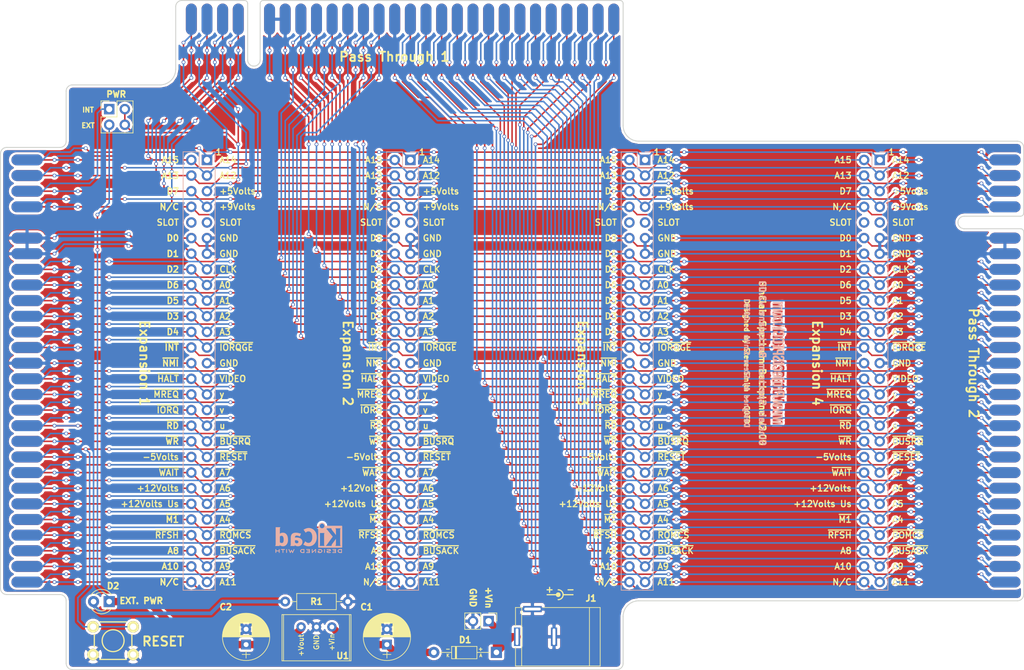
<source format=kicad_pcb>
(kicad_pcb (version 4) (host pcbnew 4.0.5)
  (layers (0 F.Cu signal) (31 B.Cu signal) (34 B.Paste user) (35 F.Paste user) (36 B.SilkS user) (37 F.SilkS user) (38 B.Mask user) (39 F.Mask user) (44 Edge.Cuts user))
  (net 0 "")
  (net 1 A11)
  (net 2 A9)
  (net 3 ~BUSACK)
  (net 4 ~ROMCS)
  (net 5 A4)
  (net 6 A5)
  (net 7 A6)
  (net 8 A7)
  (net 9 NC2)
  (net 10 A10)
  (net 11 A8)
  (net 12 ~RFSH)
  (net 13 ~M1)
  (net 14 +12volts_us)
  (net 15 +12volts)
  (net 16 ~WAIT)
  (net 17 A15)
  (net 18 A14)
  (net 19 A12)
  (net 20 D7)
  (net 21 +5volts)
  (net 22 NC1)
  (net 23 +9volts)
  (net 24 D0)
  (net 25 GND)
  (net 26 D1)
  (net 27 D2)
  (net 28 CLK)
  (net 29 D6)
  (net 30 A0)
  (net 31 D5)
  (net 32 A1)
  (net 33 D3)
  (net 34 A2)
  (net 35 D4)
  (net 36 A3)
  (net 37 ~INT)
  (net 38 ~IORQGE)
  (net 39 ~NMI)
  (net 40 ~HALT)
  (net 41 VIDEO)
  (net 42 ~MREQ)
  (net 43 y)
  (net 44 ~IORQ)
  (net 45 v)
  (net 46 ~RD)
  (net 47 u)
  (net 48 ~WR)
  (net 49 ~BUSRQ)
  (net 50 -5volts)
  (net 51 ~RESET)
  (net 52 "Net-(P2-Pad9)")
  (net 53 "Net-(P2-Pad10)")
  (net 54 "Net-(P3-Pad9)")
  (net 55 "Net-(P3-Pad10)")
  (net 56 "Net-(P4-Pad9)")
  (net 57 "Net-(P4-Pad10)")
  (net 58 "Net-(P5-Pad9)")
  (net 59 "Net-(P5-Pad10)")
  (net 60 A13)
  (net 61 "Net-(C1-Pad1)")
  (net 62 "Net-(C2-Pad1)")
  (net 63 "Net-(D1-Pad1)")
  (net 64 "Net-(D2-Pad2)")
  (net 65 +5volts_JP)
  (module G0TDJ:ZX_CONN (layer F.Cu) (at 116.84 38.1)
    (fp_text reference P6 hide)
    (fp_text value SPECTRUM_EDGE-28x2 hide)
    (pad 28A connect oval (at 43.18 0) (size 1.778 5.08) (layers B.Cu B.Mask) (net 1 A11))
    (pad 27A connect oval (at 40.64 0) (size 1.778 5.08) (layers B.Cu B.Mask) (net 2 A9))
    (pad 26A connect oval (at 38.1 0) (size 1.778 5.08) (layers B.Cu B.Mask) (net 3 ~BUSACK))
    (pad 25A connect oval (at 35.56 0) (size 1.778 5.08) (layers B.Cu B.Mask) (net 4 ~ROMCS))
    (pad 24A connect oval (at 33.02 0) (size 1.778 5.08) (layers B.Cu B.Mask) (net 5 A4))
    (pad 23A connect oval (at 30.48 0) (size 1.778 5.08) (layers B.Cu B.Mask) (net 6 A5))
    (pad 22A connect oval (at 27.94 0) (size 1.778 5.08) (layers B.Cu B.Mask) (net 7 A6))
    (pad 21A connect oval (at 25.4 0) (size 1.778 5.08) (layers B.Cu B.Mask) (net 8 A7))
    (pad 20A connect oval (at 22.86 0) (size 1.778 5.08) (layers B.Cu B.Mask) (net 51 ~RESET))
    (pad 19A connect oval (at 20.32 0) (size 1.778 5.08) (layers B.Cu B.Mask) (net 49 ~BUSRQ))
    (pad 28B connect oval (at 43.18 0) (size 1.778 5.08) (layers F.Cu F.Mask) (net 9 NC2))
    (pad 27B connect oval (at 40.64 0) (size 1.778 5.08) (layers F.Cu F.Mask) (net 10 A10))
    (pad 26B connect oval (at 38.1 0) (size 1.778 5.08) (layers F.Cu F.Mask) (net 11 A8))
    (pad 25B connect oval (at 35.56 0) (size 1.778 5.08) (layers F.Cu F.Mask) (net 12 ~RFSH))
    (pad 24B connect oval (at 33.02 0) (size 1.778 5.08) (layers F.Cu F.Mask) (net 13 ~M1))
    (pad 23B connect oval (at 30.48 0) (size 1.778 5.08) (layers F.Cu F.Mask) (net 14 +12volts_us))
    (pad 22B connect oval (at 27.94 0) (size 1.778 5.08) (layers F.Cu F.Mask) (net 15 +12volts))
    (pad 21B connect oval (at 25.4 0) (size 1.778 5.08) (layers F.Cu F.Mask) (net 16 ~WAIT))
    (pad 20B connect oval (at 22.86 0) (size 1.778 5.08) (layers F.Cu F.Mask) (net 50 -5volts))
    (pad 19B connect oval (at 20.32 0) (size 1.778 5.08) (layers F.Cu F.Mask) (net 48 ~WR))
    (pad 18A connect oval (at 17.78 0) (size 1.778 5.08) (layers B.Cu B.Mask) (net 47 u))
    (pad 17A connect oval (at 15.24 0) (size 1.778 5.08) (layers B.Cu B.Mask) (net 45 v))
    (pad 16A connect oval (at 12.7 0) (size 1.778 5.08) (layers B.Cu B.Mask) (net 43 y))
    (pad 15A connect oval (at 10.16 0) (size 1.778 5.08) (layers B.Cu B.Mask) (net 41 VIDEO))
    (pad 14A connect oval (at 7.62 0) (size 1.778 5.08) (layers B.Cu B.Mask) (net 25 GND))
    (pad 13A connect oval (at 5.08 0) (size 1.778 5.08) (layers B.Cu B.Mask) (net 38 ~IORQGE))
    (pad 12A connect oval (at 2.54 0) (size 1.778 5.08) (layers B.Cu B.Mask) (net 36 A3))
    (pad 11A connect oval (at 0 0) (size 1.778 5.08) (layers B.Cu B.Mask) (net 34 A2))
    (pad 10A connect oval (at -2.54 0) (size 1.778 5.08) (layers B.Cu B.Mask) (net 32 A1))
    (pad 9A connect oval (at -5.08 0) (size 1.778 5.08) (layers B.Cu B.Mask) (net 30 A0))
    (pad 8A connect oval (at -7.62 0) (size 1.778 5.08) (layers B.Cu B.Mask) (net 28 CLK))
    (pad 7A connect oval (at -10.16 0) (size 1.778 5.08) (layers B.Cu B.Mask) (net 25 GND))
    (pad 6A connect oval (at -12.7 0) (size 1.778 5.08) (layers B.Cu B.Mask) (net 25 GND))
    (pad 4A connect oval (at -17.78 0) (size 1.778 5.08) (layers B.Cu B.Mask) (net 23 +9volts))
    (pad 3A connect oval (at -20.32 0) (size 1.778 5.08) (layers B.Cu B.Mask) (net 21 +5volts))
    (pad 2A connect oval (at -22.86 0) (size 1.778 5.08) (layers B.Cu B.Mask) (net 19 A12))
    (pad 1A connect oval (at -25.4 0) (size 1.778 5.08) (layers B.Cu B.Mask) (net 18 A14))
    (pad 18B connect oval (at 17.78 0) (size 1.778 5.08) (layers F.Cu F.Mask) (net 46 ~RD))
    (pad 17B connect oval (at 15.24 0) (size 1.778 5.08) (layers F.Cu F.Mask) (net 44 ~IORQ))
    (pad 16B connect oval (at 12.7 0) (size 1.778 5.08) (layers F.Cu F.Mask) (net 42 ~MREQ))
    (pad 15B connect oval (at 10.16 0) (size 1.778 5.08) (layers F.Cu F.Mask) (net 40 ~HALT))
    (pad 14B connect oval (at 7.62 0) (size 1.778 5.08) (layers F.Cu F.Mask) (net 39 ~NMI))
    (pad 13B connect oval (at 5.08 0) (size 1.778 5.08) (layers F.Cu F.Mask) (net 37 ~INT))
    (pad 12B connect oval (at 2.54 0) (size 1.778 5.08) (layers F.Cu F.Mask) (net 35 D4))
    (pad 11B connect oval (at 0 0) (size 1.778 5.08) (layers F.Cu F.Mask) (net 33 D3))
    (pad 10B connect oval (at -2.54 0) (size 1.778 5.08) (layers F.Cu F.Mask) (net 31 D5))
    (pad 9B connect oval (at -5.08 0) (size 1.778 5.08) (layers F.Cu F.Mask) (net 29 D6))
    (pad 8B connect oval (at -7.62 0) (size 1.778 5.08) (layers F.Cu F.Mask) (net 27 D2))
    (pad 7B connect oval (at -10.16 0) (size 1.778 5.08) (layers F.Cu F.Mask) (net 26 D1))
    (pad 6B connect oval (at -12.7 0) (size 1.778 5.08) (layers F.Cu F.Mask) (net 24 D0))
    (pad 4B connect oval (at -17.78 0) (size 1.778 5.08) (layers F.Cu F.Mask) (net 22 NC1))
    (pad 3B connect oval (at -20.32 0) (size 1.778 5.08) (layers F.Cu F.Mask) (net 20 D7))
    (pad 2B connect oval (at -22.86 0) (size 1.778 5.08) (layers F.Cu F.Mask) (net 60 A13))
    (pad 1B connect oval (at -25.4 0) (size 1.778 5.08) (layers F.Cu F.Mask) (net 17 A15))
  )
  (module Pin_Headers:Pin_Header_Straight_2x28_Pitch2.54mm (layer B.Cu) (at 93.98 60.96 180)
    (fp_text reference P2 hide)
    (fp_text value CONN_28X2 hide)
    (pad 1 thru_hole rect (at 0 0 180) (size 1.7 1.7) (drill 1) (layers *.Cu *.Mask) (net 18 A14))
    (pad 2 thru_hole oval (at 2.54 0 180) (size 1.7 1.7) (drill 1) (layers *.Cu *.Mask) (net 17 A15))
    (pad 3 thru_hole oval (at 0 -2.54 180) (size 1.7 1.7) (drill 1) (layers *.Cu *.Mask) (net 19 A12))
    (pad 4 thru_hole oval (at 2.54 -2.54 180) (size 1.7 1.7) (drill 1) (layers *.Cu *.Mask) (net 60 A13))
    (pad 5 thru_hole oval (at 0 -5.08 180) (size 1.7 1.7) (drill 1) (layers *.Cu *.Mask) (net 21 +5volts))
    (pad 6 thru_hole oval (at 2.54 -5.08 180) (size 1.7 1.7) (drill 1) (layers *.Cu *.Mask) (net 20 D7))
    (pad 7 thru_hole oval (at 0 -7.62 180) (size 1.7 1.7) (drill 1) (layers *.Cu *.Mask) (net 23 +9volts))
    (pad 8 thru_hole oval (at 2.54 -7.62 180) (size 1.7 1.7) (drill 1) (layers *.Cu *.Mask) (net 22 NC1))
    (pad 9 thru_hole oval (at 0 -10.16 180) (size 1.7 1.7) (drill 1) (layers *.Cu *.Mask) (net 52 "Net-(P2-Pad9)"))
    (pad 10 thru_hole oval (at 2.54 -10.16 180) (size 1.7 1.7) (drill 1) (layers *.Cu *.Mask) (net 53 "Net-(P2-Pad10)"))
    (pad 11 thru_hole oval (at 0 -12.7 180) (size 1.7 1.7) (drill 1) (layers *.Cu *.Mask) (net 25 GND))
    (pad 12 thru_hole oval (at 2.54 -12.7 180) (size 1.7 1.7) (drill 1) (layers *.Cu *.Mask) (net 24 D0))
    (pad 13 thru_hole oval (at 0 -15.24 180) (size 1.7 1.7) (drill 1) (layers *.Cu *.Mask) (net 25 GND))
    (pad 14 thru_hole oval (at 2.54 -15.24 180) (size 1.7 1.7) (drill 1) (layers *.Cu *.Mask) (net 26 D1))
    (pad 15 thru_hole oval (at 0 -17.78 180) (size 1.7 1.7) (drill 1) (layers *.Cu *.Mask) (net 28 CLK))
    (pad 16 thru_hole oval (at 2.54 -17.78 180) (size 1.7 1.7) (drill 1) (layers *.Cu *.Mask) (net 27 D2))
    (pad 17 thru_hole oval (at 0 -20.32 180) (size 1.7 1.7) (drill 1) (layers *.Cu *.Mask) (net 30 A0))
    (pad 18 thru_hole oval (at 2.54 -20.32 180) (size 1.7 1.7) (drill 1) (layers *.Cu *.Mask) (net 29 D6))
    (pad 19 thru_hole oval (at 0 -22.86 180) (size 1.7 1.7) (drill 1) (layers *.Cu *.Mask) (net 32 A1))
    (pad 20 thru_hole oval (at 2.54 -22.86 180) (size 1.7 1.7) (drill 1) (layers *.Cu *.Mask) (net 31 D5))
    (pad 21 thru_hole oval (at 0 -25.4 180) (size 1.7 1.7) (drill 1) (layers *.Cu *.Mask) (net 34 A2))
    (pad 22 thru_hole oval (at 2.54 -25.4 180) (size 1.7 1.7) (drill 1) (layers *.Cu *.Mask) (net 33 D3))
    (pad 23 thru_hole oval (at 0 -27.94 180) (size 1.7 1.7) (drill 1) (layers *.Cu *.Mask) (net 36 A3))
    (pad 24 thru_hole oval (at 2.54 -27.94 180) (size 1.7 1.7) (drill 1) (layers *.Cu *.Mask) (net 35 D4))
    (pad 25 thru_hole oval (at 0 -30.48 180) (size 1.7 1.7) (drill 1) (layers *.Cu *.Mask) (net 38 ~IORQGE))
    (pad 26 thru_hole oval (at 2.54 -30.48 180) (size 1.7 1.7) (drill 1) (layers *.Cu *.Mask) (net 37 ~INT))
    (pad 27 thru_hole oval (at 0 -33.02 180) (size 1.7 1.7) (drill 1) (layers *.Cu *.Mask) (net 25 GND))
    (pad 28 thru_hole oval (at 2.54 -33.02 180) (size 1.7 1.7) (drill 1) (layers *.Cu *.Mask) (net 39 ~NMI))
    (pad 29 thru_hole oval (at 0 -35.56 180) (size 1.7 1.7) (drill 1) (layers *.Cu *.Mask) (net 41 VIDEO))
    (pad 30 thru_hole oval (at 2.54 -35.56 180) (size 1.7 1.7) (drill 1) (layers *.Cu *.Mask) (net 40 ~HALT))
    (pad 31 thru_hole oval (at 0 -38.1 180) (size 1.7 1.7) (drill 1) (layers *.Cu *.Mask) (net 43 y))
    (pad 32 thru_hole oval (at 2.54 -38.1 180) (size 1.7 1.7) (drill 1) (layers *.Cu *.Mask) (net 42 ~MREQ))
    (pad 33 thru_hole oval (at 0 -40.64 180) (size 1.7 1.7) (drill 1) (layers *.Cu *.Mask) (net 45 v))
    (pad 34 thru_hole oval (at 2.54 -40.64 180) (size 1.7 1.7) (drill 1) (layers *.Cu *.Mask) (net 44 ~IORQ))
    (pad 35 thru_hole oval (at 0 -43.18 180) (size 1.7 1.7) (drill 1) (layers *.Cu *.Mask) (net 47 u))
    (pad 36 thru_hole oval (at 2.54 -43.18 180) (size 1.7 1.7) (drill 1) (layers *.Cu *.Mask) (net 46 ~RD))
    (pad 37 thru_hole oval (at 0 -45.72 180) (size 1.7 1.7) (drill 1) (layers *.Cu *.Mask) (net 49 ~BUSRQ))
    (pad 38 thru_hole oval (at 2.54 -45.72 180) (size 1.7 1.7) (drill 1) (layers *.Cu *.Mask) (net 48 ~WR))
    (pad 39 thru_hole oval (at 0 -48.26 180) (size 1.7 1.7) (drill 1) (layers *.Cu *.Mask) (net 51 ~RESET))
    (pad 40 thru_hole oval (at 2.54 -48.26 180) (size 1.7 1.7) (drill 1) (layers *.Cu *.Mask) (net 50 -5volts))
    (pad 41 thru_hole oval (at 0 -50.8 180) (size 1.7 1.7) (drill 1) (layers *.Cu *.Mask) (net 8 A7))
    (pad 42 thru_hole oval (at 2.54 -50.8 180) (size 1.7 1.7) (drill 1) (layers *.Cu *.Mask) (net 16 ~WAIT))
    (pad 43 thru_hole oval (at 0 -53.34 180) (size 1.7 1.7) (drill 1) (layers *.Cu *.Mask) (net 7 A6))
    (pad 44 thru_hole oval (at 2.54 -53.34 180) (size 1.7 1.7) (drill 1) (layers *.Cu *.Mask) (net 15 +12volts))
    (pad 45 thru_hole oval (at 0 -55.88 180) (size 1.7 1.7) (drill 1) (layers *.Cu *.Mask) (net 6 A5))
    (pad 46 thru_hole oval (at 2.54 -55.88 180) (size 1.7 1.7) (drill 1) (layers *.Cu *.Mask) (net 14 +12volts_us))
    (pad 47 thru_hole oval (at 0 -58.42 180) (size 1.7 1.7) (drill 1) (layers *.Cu *.Mask) (net 5 A4))
    (pad 48 thru_hole oval (at 2.54 -58.42 180) (size 1.7 1.7) (drill 1) (layers *.Cu *.Mask) (net 13 ~M1))
    (pad 49 thru_hole oval (at 0 -60.96 180) (size 1.7 1.7) (drill 1) (layers *.Cu *.Mask) (net 4 ~ROMCS))
    (pad 50 thru_hole oval (at 2.54 -60.96 180) (size 1.7 1.7) (drill 1) (layers *.Cu *.Mask) (net 12 ~RFSH))
    (pad 51 thru_hole oval (at 0 -63.5 180) (size 1.7 1.7) (drill 1) (layers *.Cu *.Mask) (net 3 ~BUSACK))
    (pad 52 thru_hole oval (at 2.54 -63.5 180) (size 1.7 1.7) (drill 1) (layers *.Cu *.Mask) (net 11 A8))
    (pad 53 thru_hole oval (at 0 -66.04 180) (size 1.7 1.7) (drill 1) (layers *.Cu *.Mask) (net 2 A9))
    (pad 54 thru_hole oval (at 2.54 -66.04 180) (size 1.7 1.7) (drill 1) (layers *.Cu *.Mask) (net 10 A10))
    (pad 55 thru_hole oval (at 0 -68.58 180) (size 1.7 1.7) (drill 1) (layers *.Cu *.Mask) (net 1 A11))
    (pad 56 thru_hole oval (at 2.54 -68.58 180) (size 1.7 1.7) (drill 1) (layers *.Cu *.Mask) (net 9 NC2))
  )
  (module Pin_Headers:Pin_Header_Straight_2x28_Pitch2.54mm (layer B.Cu) (at 127 60.96 180)
    (fp_text reference P3 hide)
    (fp_text value CONN_28X2 hide)
    (pad 1 thru_hole rect (at 0 0 180) (size 1.7 1.7) (drill 1) (layers *.Cu *.Mask) (net 18 A14))
    (pad 2 thru_hole oval (at 2.54 0 180) (size 1.7 1.7) (drill 1) (layers *.Cu *.Mask) (net 17 A15))
    (pad 3 thru_hole oval (at 0 -2.54 180) (size 1.7 1.7) (drill 1) (layers *.Cu *.Mask) (net 19 A12))
    (pad 4 thru_hole oval (at 2.54 -2.54 180) (size 1.7 1.7) (drill 1) (layers *.Cu *.Mask) (net 60 A13))
    (pad 5 thru_hole oval (at 0 -5.08 180) (size 1.7 1.7) (drill 1) (layers *.Cu *.Mask) (net 21 +5volts))
    (pad 6 thru_hole oval (at 2.54 -5.08 180) (size 1.7 1.7) (drill 1) (layers *.Cu *.Mask) (net 20 D7))
    (pad 7 thru_hole oval (at 0 -7.62 180) (size 1.7 1.7) (drill 1) (layers *.Cu *.Mask) (net 23 +9volts))
    (pad 8 thru_hole oval (at 2.54 -7.62 180) (size 1.7 1.7) (drill 1) (layers *.Cu *.Mask) (net 22 NC1))
    (pad 9 thru_hole oval (at 0 -10.16 180) (size 1.7 1.7) (drill 1) (layers *.Cu *.Mask) (net 54 "Net-(P3-Pad9)"))
    (pad 10 thru_hole oval (at 2.54 -10.16 180) (size 1.7 1.7) (drill 1) (layers *.Cu *.Mask) (net 55 "Net-(P3-Pad10)"))
    (pad 11 thru_hole oval (at 0 -12.7 180) (size 1.7 1.7) (drill 1) (layers *.Cu *.Mask) (net 25 GND))
    (pad 12 thru_hole oval (at 2.54 -12.7 180) (size 1.7 1.7) (drill 1) (layers *.Cu *.Mask) (net 24 D0))
    (pad 13 thru_hole oval (at 0 -15.24 180) (size 1.7 1.7) (drill 1) (layers *.Cu *.Mask) (net 25 GND))
    (pad 14 thru_hole oval (at 2.54 -15.24 180) (size 1.7 1.7) (drill 1) (layers *.Cu *.Mask) (net 26 D1))
    (pad 15 thru_hole oval (at 0 -17.78 180) (size 1.7 1.7) (drill 1) (layers *.Cu *.Mask) (net 28 CLK))
    (pad 16 thru_hole oval (at 2.54 -17.78 180) (size 1.7 1.7) (drill 1) (layers *.Cu *.Mask) (net 27 D2))
    (pad 17 thru_hole oval (at 0 -20.32 180) (size 1.7 1.7) (drill 1) (layers *.Cu *.Mask) (net 30 A0))
    (pad 18 thru_hole oval (at 2.54 -20.32 180) (size 1.7 1.7) (drill 1) (layers *.Cu *.Mask) (net 29 D6))
    (pad 19 thru_hole oval (at 0 -22.86 180) (size 1.7 1.7) (drill 1) (layers *.Cu *.Mask) (net 32 A1))
    (pad 20 thru_hole oval (at 2.54 -22.86 180) (size 1.7 1.7) (drill 1) (layers *.Cu *.Mask) (net 31 D5))
    (pad 21 thru_hole oval (at 0 -25.4 180) (size 1.7 1.7) (drill 1) (layers *.Cu *.Mask) (net 34 A2))
    (pad 22 thru_hole oval (at 2.54 -25.4 180) (size 1.7 1.7) (drill 1) (layers *.Cu *.Mask) (net 33 D3))
    (pad 23 thru_hole oval (at 0 -27.94 180) (size 1.7 1.7) (drill 1) (layers *.Cu *.Mask) (net 36 A3))
    (pad 24 thru_hole oval (at 2.54 -27.94 180) (size 1.7 1.7) (drill 1) (layers *.Cu *.Mask) (net 35 D4))
    (pad 25 thru_hole oval (at 0 -30.48 180) (size 1.7 1.7) (drill 1) (layers *.Cu *.Mask) (net 38 ~IORQGE))
    (pad 26 thru_hole oval (at 2.54 -30.48 180) (size 1.7 1.7) (drill 1) (layers *.Cu *.Mask) (net 37 ~INT))
    (pad 27 thru_hole oval (at 0 -33.02 180) (size 1.7 1.7) (drill 1) (layers *.Cu *.Mask) (net 25 GND))
    (pad 28 thru_hole oval (at 2.54 -33.02 180) (size 1.7 1.7) (drill 1) (layers *.Cu *.Mask) (net 39 ~NMI))
    (pad 29 thru_hole oval (at 0 -35.56 180) (size 1.7 1.7) (drill 1) (layers *.Cu *.Mask) (net 41 VIDEO))
    (pad 30 thru_hole oval (at 2.54 -35.56 180) (size 1.7 1.7) (drill 1) (layers *.Cu *.Mask) (net 40 ~HALT))
    (pad 31 thru_hole oval (at 0 -38.1 180) (size 1.7 1.7) (drill 1) (layers *.Cu *.Mask) (net 43 y))
    (pad 32 thru_hole oval (at 2.54 -38.1 180) (size 1.7 1.7) (drill 1) (layers *.Cu *.Mask) (net 42 ~MREQ))
    (pad 33 thru_hole oval (at 0 -40.64 180) (size 1.7 1.7) (drill 1) (layers *.Cu *.Mask) (net 45 v))
    (pad 34 thru_hole oval (at 2.54 -40.64 180) (size 1.7 1.7) (drill 1) (layers *.Cu *.Mask) (net 44 ~IORQ))
    (pad 35 thru_hole oval (at 0 -43.18 180) (size 1.7 1.7) (drill 1) (layers *.Cu *.Mask) (net 47 u))
    (pad 36 thru_hole oval (at 2.54 -43.18 180) (size 1.7 1.7) (drill 1) (layers *.Cu *.Mask) (net 46 ~RD))
    (pad 37 thru_hole oval (at 0 -45.72 180) (size 1.7 1.7) (drill 1) (layers *.Cu *.Mask) (net 49 ~BUSRQ))
    (pad 38 thru_hole oval (at 2.54 -45.72 180) (size 1.7 1.7) (drill 1) (layers *.Cu *.Mask) (net 48 ~WR))
    (pad 39 thru_hole oval (at 0 -48.26 180) (size 1.7 1.7) (drill 1) (layers *.Cu *.Mask) (net 51 ~RESET))
    (pad 40 thru_hole oval (at 2.54 -48.26 180) (size 1.7 1.7) (drill 1) (layers *.Cu *.Mask) (net 50 -5volts))
    (pad 41 thru_hole oval (at 0 -50.8 180) (size 1.7 1.7) (drill 1) (layers *.Cu *.Mask) (net 8 A7))
    (pad 42 thru_hole oval (at 2.54 -50.8 180) (size 1.7 1.7) (drill 1) (layers *.Cu *.Mask) (net 16 ~WAIT))
    (pad 43 thru_hole oval (at 0 -53.34 180) (size 1.7 1.7) (drill 1) (layers *.Cu *.Mask) (net 7 A6))
    (pad 44 thru_hole oval (at 2.54 -53.34 180) (size 1.7 1.7) (drill 1) (layers *.Cu *.Mask) (net 15 +12volts))
    (pad 45 thru_hole oval (at 0 -55.88 180) (size 1.7 1.7) (drill 1) (layers *.Cu *.Mask) (net 6 A5))
    (pad 46 thru_hole oval (at 2.54 -55.88 180) (size 1.7 1.7) (drill 1) (layers *.Cu *.Mask) (net 14 +12volts_us))
    (pad 47 thru_hole oval (at 0 -58.42 180) (size 1.7 1.7) (drill 1) (layers *.Cu *.Mask) (net 5 A4))
    (pad 48 thru_hole oval (at 2.54 -58.42 180) (size 1.7 1.7) (drill 1) (layers *.Cu *.Mask) (net 13 ~M1))
    (pad 49 thru_hole oval (at 0 -60.96 180) (size 1.7 1.7) (drill 1) (layers *.Cu *.Mask) (net 4 ~ROMCS))
    (pad 50 thru_hole oval (at 2.54 -60.96 180) (size 1.7 1.7) (drill 1) (layers *.Cu *.Mask) (net 12 ~RFSH))
    (pad 51 thru_hole oval (at 0 -63.5 180) (size 1.7 1.7) (drill 1) (layers *.Cu *.Mask) (net 3 ~BUSACK))
    (pad 52 thru_hole oval (at 2.54 -63.5 180) (size 1.7 1.7) (drill 1) (layers *.Cu *.Mask) (net 11 A8))
    (pad 53 thru_hole oval (at 0 -66.04 180) (size 1.7 1.7) (drill 1) (layers *.Cu *.Mask) (net 2 A9))
    (pad 54 thru_hole oval (at 2.54 -66.04 180) (size 1.7 1.7) (drill 1) (layers *.Cu *.Mask) (net 10 A10))
    (pad 55 thru_hole oval (at 0 -68.58 180) (size 1.7 1.7) (drill 1) (layers *.Cu *.Mask) (net 1 A11))
    (pad 56 thru_hole oval (at 2.54 -68.58 180) (size 1.7 1.7) (drill 1) (layers *.Cu *.Mask) (net 9 NC2))
  )
  (module Pin_Headers:Pin_Header_Straight_2x28_Pitch2.54mm (layer B.Cu) (at 165.1 60.96 180)
    (fp_text reference P4 hide)
    (fp_text value CONN_28X2 hide)
    (pad 1 thru_hole rect (at 0 0 180) (size 1.7 1.7) (drill 1) (layers *.Cu *.Mask) (net 18 A14))
    (pad 2 thru_hole oval (at 2.54 0 180) (size 1.7 1.7) (drill 1) (layers *.Cu *.Mask) (net 17 A15))
    (pad 3 thru_hole oval (at 0 -2.54 180) (size 1.7 1.7) (drill 1) (layers *.Cu *.Mask) (net 19 A12))
    (pad 4 thru_hole oval (at 2.54 -2.54 180) (size 1.7 1.7) (drill 1) (layers *.Cu *.Mask) (net 60 A13))
    (pad 5 thru_hole oval (at 0 -5.08 180) (size 1.7 1.7) (drill 1) (layers *.Cu *.Mask) (net 21 +5volts))
    (pad 6 thru_hole oval (at 2.54 -5.08 180) (size 1.7 1.7) (drill 1) (layers *.Cu *.Mask) (net 20 D7))
    (pad 7 thru_hole oval (at 0 -7.62 180) (size 1.7 1.7) (drill 1) (layers *.Cu *.Mask) (net 23 +9volts))
    (pad 8 thru_hole oval (at 2.54 -7.62 180) (size 1.7 1.7) (drill 1) (layers *.Cu *.Mask) (net 22 NC1))
    (pad 9 thru_hole oval (at 0 -10.16 180) (size 1.7 1.7) (drill 1) (layers *.Cu *.Mask) (net 56 "Net-(P4-Pad9)"))
    (pad 10 thru_hole oval (at 2.54 -10.16 180) (size 1.7 1.7) (drill 1) (layers *.Cu *.Mask) (net 57 "Net-(P4-Pad10)"))
    (pad 11 thru_hole oval (at 0 -12.7 180) (size 1.7 1.7) (drill 1) (layers *.Cu *.Mask) (net 25 GND))
    (pad 12 thru_hole oval (at 2.54 -12.7 180) (size 1.7 1.7) (drill 1) (layers *.Cu *.Mask) (net 24 D0))
    (pad 13 thru_hole oval (at 0 -15.24 180) (size 1.7 1.7) (drill 1) (layers *.Cu *.Mask) (net 25 GND))
    (pad 14 thru_hole oval (at 2.54 -15.24 180) (size 1.7 1.7) (drill 1) (layers *.Cu *.Mask) (net 26 D1))
    (pad 15 thru_hole oval (at 0 -17.78 180) (size 1.7 1.7) (drill 1) (layers *.Cu *.Mask) (net 28 CLK))
    (pad 16 thru_hole oval (at 2.54 -17.78 180) (size 1.7 1.7) (drill 1) (layers *.Cu *.Mask) (net 27 D2))
    (pad 17 thru_hole oval (at 0 -20.32 180) (size 1.7 1.7) (drill 1) (layers *.Cu *.Mask) (net 30 A0))
    (pad 18 thru_hole oval (at 2.54 -20.32 180) (size 1.7 1.7) (drill 1) (layers *.Cu *.Mask) (net 29 D6))
    (pad 19 thru_hole oval (at 0 -22.86 180) (size 1.7 1.7) (drill 1) (layers *.Cu *.Mask) (net 32 A1))
    (pad 20 thru_hole oval (at 2.54 -22.86 180) (size 1.7 1.7) (drill 1) (layers *.Cu *.Mask) (net 31 D5))
    (pad 21 thru_hole oval (at 0 -25.4 180) (size 1.7 1.7) (drill 1) (layers *.Cu *.Mask) (net 34 A2))
    (pad 22 thru_hole oval (at 2.54 -25.4 180) (size 1.7 1.7) (drill 1) (layers *.Cu *.Mask) (net 33 D3))
    (pad 23 thru_hole oval (at 0 -27.94 180) (size 1.7 1.7) (drill 1) (layers *.Cu *.Mask) (net 36 A3))
    (pad 24 thru_hole oval (at 2.54 -27.94 180) (size 1.7 1.7) (drill 1) (layers *.Cu *.Mask) (net 35 D4))
    (pad 25 thru_hole oval (at 0 -30.48 180) (size 1.7 1.7) (drill 1) (layers *.Cu *.Mask) (net 38 ~IORQGE))
    (pad 26 thru_hole oval (at 2.54 -30.48 180) (size 1.7 1.7) (drill 1) (layers *.Cu *.Mask) (net 37 ~INT))
    (pad 27 thru_hole oval (at 0 -33.02 180) (size 1.7 1.7) (drill 1) (layers *.Cu *.Mask) (net 25 GND))
    (pad 28 thru_hole oval (at 2.54 -33.02 180) (size 1.7 1.7) (drill 1) (layers *.Cu *.Mask) (net 39 ~NMI))
    (pad 29 thru_hole oval (at 0 -35.56 180) (size 1.7 1.7) (drill 1) (layers *.Cu *.Mask) (net 41 VIDEO))
    (pad 30 thru_hole oval (at 2.54 -35.56 180) (size 1.7 1.7) (drill 1) (layers *.Cu *.Mask) (net 40 ~HALT))
    (pad 31 thru_hole oval (at 0 -38.1 180) (size 1.7 1.7) (drill 1) (layers *.Cu *.Mask) (net 43 y))
    (pad 32 thru_hole oval (at 2.54 -38.1 180) (size 1.7 1.7) (drill 1) (layers *.Cu *.Mask) (net 42 ~MREQ))
    (pad 33 thru_hole oval (at 0 -40.64 180) (size 1.7 1.7) (drill 1) (layers *.Cu *.Mask) (net 45 v))
    (pad 34 thru_hole oval (at 2.54 -40.64 180) (size 1.7 1.7) (drill 1) (layers *.Cu *.Mask) (net 44 ~IORQ))
    (pad 35 thru_hole oval (at 0 -43.18 180) (size 1.7 1.7) (drill 1) (layers *.Cu *.Mask) (net 47 u))
    (pad 36 thru_hole oval (at 2.54 -43.18 180) (size 1.7 1.7) (drill 1) (layers *.Cu *.Mask) (net 46 ~RD))
    (pad 37 thru_hole oval (at 0 -45.72 180) (size 1.7 1.7) (drill 1) (layers *.Cu *.Mask) (net 49 ~BUSRQ))
    (pad 38 thru_hole oval (at 2.54 -45.72 180) (size 1.7 1.7) (drill 1) (layers *.Cu *.Mask) (net 48 ~WR))
    (pad 39 thru_hole oval (at 0 -48.26 180) (size 1.7 1.7) (drill 1) (layers *.Cu *.Mask) (net 51 ~RESET))
    (pad 40 thru_hole oval (at 2.54 -48.26 180) (size 1.7 1.7) (drill 1) (layers *.Cu *.Mask) (net 50 -5volts))
    (pad 41 thru_hole oval (at 0 -50.8 180) (size 1.7 1.7) (drill 1) (layers *.Cu *.Mask) (net 8 A7))
    (pad 42 thru_hole oval (at 2.54 -50.8 180) (size 1.7 1.7) (drill 1) (layers *.Cu *.Mask) (net 16 ~WAIT))
    (pad 43 thru_hole oval (at 0 -53.34 180) (size 1.7 1.7) (drill 1) (layers *.Cu *.Mask) (net 7 A6))
    (pad 44 thru_hole oval (at 2.54 -53.34 180) (size 1.7 1.7) (drill 1) (layers *.Cu *.Mask) (net 15 +12volts))
    (pad 45 thru_hole oval (at 0 -55.88 180) (size 1.7 1.7) (drill 1) (layers *.Cu *.Mask) (net 6 A5))
    (pad 46 thru_hole oval (at 2.54 -55.88 180) (size 1.7 1.7) (drill 1) (layers *.Cu *.Mask) (net 14 +12volts_us))
    (pad 47 thru_hole oval (at 0 -58.42 180) (size 1.7 1.7) (drill 1) (layers *.Cu *.Mask) (net 5 A4))
    (pad 48 thru_hole oval (at 2.54 -58.42 180) (size 1.7 1.7) (drill 1) (layers *.Cu *.Mask) (net 13 ~M1))
    (pad 49 thru_hole oval (at 0 -60.96 180) (size 1.7 1.7) (drill 1) (layers *.Cu *.Mask) (net 4 ~ROMCS))
    (pad 50 thru_hole oval (at 2.54 -60.96 180) (size 1.7 1.7) (drill 1) (layers *.Cu *.Mask) (net 12 ~RFSH))
    (pad 51 thru_hole oval (at 0 -63.5 180) (size 1.7 1.7) (drill 1) (layers *.Cu *.Mask) (net 3 ~BUSACK))
    (pad 52 thru_hole oval (at 2.54 -63.5 180) (size 1.7 1.7) (drill 1) (layers *.Cu *.Mask) (net 11 A8))
    (pad 53 thru_hole oval (at 0 -66.04 180) (size 1.7 1.7) (drill 1) (layers *.Cu *.Mask) (net 2 A9))
    (pad 54 thru_hole oval (at 2.54 -66.04 180) (size 1.7 1.7) (drill 1) (layers *.Cu *.Mask) (net 10 A10))
    (pad 55 thru_hole oval (at 0 -68.58 180) (size 1.7 1.7) (drill 1) (layers *.Cu *.Mask) (net 1 A11))
    (pad 56 thru_hole oval (at 2.54 -68.58 180) (size 1.7 1.7) (drill 1) (layers *.Cu *.Mask) (net 9 NC2))
  )
  (module Pin_Headers:Pin_Header_Straight_2x28_Pitch2.54mm (layer B.Cu) (at 203.2 60.96 180)
    (fp_text reference P5 hide)
    (fp_text value CONN_28X2 hide)
    (pad 1 thru_hole rect (at 0 0 180) (size 1.7 1.7) (drill 1) (layers *.Cu *.Mask) (net 18 A14))
    (pad 2 thru_hole oval (at 2.54 0 180) (size 1.7 1.7) (drill 1) (layers *.Cu *.Mask) (net 17 A15))
    (pad 3 thru_hole oval (at 0 -2.54 180) (size 1.7 1.7) (drill 1) (layers *.Cu *.Mask) (net 19 A12))
    (pad 4 thru_hole oval (at 2.54 -2.54 180) (size 1.7 1.7) (drill 1) (layers *.Cu *.Mask) (net 60 A13))
    (pad 5 thru_hole oval (at 0 -5.08 180) (size 1.7 1.7) (drill 1) (layers *.Cu *.Mask) (net 21 +5volts))
    (pad 6 thru_hole oval (at 2.54 -5.08 180) (size 1.7 1.7) (drill 1) (layers *.Cu *.Mask) (net 20 D7))
    (pad 7 thru_hole oval (at 0 -7.62 180) (size 1.7 1.7) (drill 1) (layers *.Cu *.Mask) (net 23 +9volts))
    (pad 8 thru_hole oval (at 2.54 -7.62 180) (size 1.7 1.7) (drill 1) (layers *.Cu *.Mask) (net 22 NC1))
    (pad 9 thru_hole oval (at 0 -10.16 180) (size 1.7 1.7) (drill 1) (layers *.Cu *.Mask) (net 58 "Net-(P5-Pad9)"))
    (pad 10 thru_hole oval (at 2.54 -10.16 180) (size 1.7 1.7) (drill 1) (layers *.Cu *.Mask) (net 59 "Net-(P5-Pad10)"))
    (pad 11 thru_hole oval (at 0 -12.7 180) (size 1.7 1.7) (drill 1) (layers *.Cu *.Mask) (net 25 GND))
    (pad 12 thru_hole oval (at 2.54 -12.7 180) (size 1.7 1.7) (drill 1) (layers *.Cu *.Mask) (net 24 D0))
    (pad 13 thru_hole oval (at 0 -15.24 180) (size 1.7 1.7) (drill 1) (layers *.Cu *.Mask) (net 25 GND))
    (pad 14 thru_hole oval (at 2.54 -15.24 180) (size 1.7 1.7) (drill 1) (layers *.Cu *.Mask) (net 26 D1))
    (pad 15 thru_hole oval (at 0 -17.78 180) (size 1.7 1.7) (drill 1) (layers *.Cu *.Mask) (net 28 CLK))
    (pad 16 thru_hole oval (at 2.54 -17.78 180) (size 1.7 1.7) (drill 1) (layers *.Cu *.Mask) (net 27 D2))
    (pad 17 thru_hole oval (at 0 -20.32 180) (size 1.7 1.7) (drill 1) (layers *.Cu *.Mask) (net 30 A0))
    (pad 18 thru_hole oval (at 2.54 -20.32 180) (size 1.7 1.7) (drill 1) (layers *.Cu *.Mask) (net 29 D6))
    (pad 19 thru_hole oval (at 0 -22.86 180) (size 1.7 1.7) (drill 1) (layers *.Cu *.Mask) (net 32 A1))
    (pad 20 thru_hole oval (at 2.54 -22.86 180) (size 1.7 1.7) (drill 1) (layers *.Cu *.Mask) (net 31 D5))
    (pad 21 thru_hole oval (at 0 -25.4 180) (size 1.7 1.7) (drill 1) (layers *.Cu *.Mask) (net 34 A2))
    (pad 22 thru_hole oval (at 2.54 -25.4 180) (size 1.7 1.7) (drill 1) (layers *.Cu *.Mask) (net 33 D3))
    (pad 23 thru_hole oval (at 0 -27.94 180) (size 1.7 1.7) (drill 1) (layers *.Cu *.Mask) (net 36 A3))
    (pad 24 thru_hole oval (at 2.54 -27.94 180) (size 1.7 1.7) (drill 1) (layers *.Cu *.Mask) (net 35 D4))
    (pad 25 thru_hole oval (at 0 -30.48 180) (size 1.7 1.7) (drill 1) (layers *.Cu *.Mask) (net 38 ~IORQGE))
    (pad 26 thru_hole oval (at 2.54 -30.48 180) (size 1.7 1.7) (drill 1) (layers *.Cu *.Mask) (net 37 ~INT))
    (pad 27 thru_hole oval (at 0 -33.02 180) (size 1.7 1.7) (drill 1) (layers *.Cu *.Mask) (net 25 GND))
    (pad 28 thru_hole oval (at 2.54 -33.02 180) (size 1.7 1.7) (drill 1) (layers *.Cu *.Mask) (net 39 ~NMI))
    (pad 29 thru_hole oval (at 0 -35.56 180) (size 1.7 1.7) (drill 1) (layers *.Cu *.Mask) (net 41 VIDEO))
    (pad 30 thru_hole oval (at 2.54 -35.56 180) (size 1.7 1.7) (drill 1) (layers *.Cu *.Mask) (net 40 ~HALT))
    (pad 31 thru_hole oval (at 0 -38.1 180) (size 1.7 1.7) (drill 1) (layers *.Cu *.Mask) (net 43 y))
    (pad 32 thru_hole oval (at 2.54 -38.1 180) (size 1.7 1.7) (drill 1) (layers *.Cu *.Mask) (net 42 ~MREQ))
    (pad 33 thru_hole oval (at 0 -40.64 180) (size 1.7 1.7) (drill 1) (layers *.Cu *.Mask) (net 45 v))
    (pad 34 thru_hole oval (at 2.54 -40.64 180) (size 1.7 1.7) (drill 1) (layers *.Cu *.Mask) (net 44 ~IORQ))
    (pad 35 thru_hole oval (at 0 -43.18 180) (size 1.7 1.7) (drill 1) (layers *.Cu *.Mask) (net 47 u))
    (pad 36 thru_hole oval (at 2.54 -43.18 180) (size 1.7 1.7) (drill 1) (layers *.Cu *.Mask) (net 46 ~RD))
    (pad 37 thru_hole oval (at 0 -45.72 180) (size 1.7 1.7) (drill 1) (layers *.Cu *.Mask) (net 49 ~BUSRQ))
    (pad 38 thru_hole oval (at 2.54 -45.72 180) (size 1.7 1.7) (drill 1) (layers *.Cu *.Mask) (net 48 ~WR))
    (pad 39 thru_hole oval (at 0 -48.26 180) (size 1.7 1.7) (drill 1) (layers *.Cu *.Mask) (net 51 ~RESET))
    (pad 40 thru_hole oval (at 2.54 -48.26 180) (size 1.7 1.7) (drill 1) (layers *.Cu *.Mask) (net 50 -5volts))
    (pad 41 thru_hole oval (at 0 -50.8 180) (size 1.7 1.7) (drill 1) (layers *.Cu *.Mask) (net 8 A7))
    (pad 42 thru_hole oval (at 2.54 -50.8 180) (size 1.7 1.7) (drill 1) (layers *.Cu *.Mask) (net 16 ~WAIT))
    (pad 43 thru_hole oval (at 0 -53.34 180) (size 1.7 1.7) (drill 1) (layers *.Cu *.Mask) (net 7 A6))
    (pad 44 thru_hole oval (at 2.54 -53.34 180) (size 1.7 1.7) (drill 1) (layers *.Cu *.Mask) (net 15 +12volts))
    (pad 45 thru_hole oval (at 0 -55.88 180) (size 1.7 1.7) (drill 1) (layers *.Cu *.Mask) (net 6 A5))
    (pad 46 thru_hole oval (at 2.54 -55.88 180) (size 1.7 1.7) (drill 1) (layers *.Cu *.Mask) (net 14 +12volts_us))
    (pad 47 thru_hole oval (at 0 -58.42 180) (size 1.7 1.7) (drill 1) (layers *.Cu *.Mask) (net 5 A4))
    (pad 48 thru_hole oval (at 2.54 -58.42 180) (size 1.7 1.7) (drill 1) (layers *.Cu *.Mask) (net 13 ~M1))
    (pad 49 thru_hole oval (at 0 -60.96 180) (size 1.7 1.7) (drill 1) (layers *.Cu *.Mask) (net 4 ~ROMCS))
    (pad 50 thru_hole oval (at 2.54 -60.96 180) (size 1.7 1.7) (drill 1) (layers *.Cu *.Mask) (net 12 ~RFSH))
    (pad 51 thru_hole oval (at 0 -63.5 180) (size 1.7 1.7) (drill 1) (layers *.Cu *.Mask) (net 3 ~BUSACK))
    (pad 52 thru_hole oval (at 2.54 -63.5 180) (size 1.7 1.7) (drill 1) (layers *.Cu *.Mask) (net 11 A8))
    (pad 53 thru_hole oval (at 0 -66.04 180) (size 1.7 1.7) (drill 1) (layers *.Cu *.Mask) (net 2 A9))
    (pad 54 thru_hole oval (at 2.54 -66.04 180) (size 1.7 1.7) (drill 1) (layers *.Cu *.Mask) (net 10 A10))
    (pad 55 thru_hole oval (at 0 -68.58 180) (size 1.7 1.7) (drill 1) (layers *.Cu *.Mask) (net 1 A11))
    (pad 56 thru_hole oval (at 2.54 -68.58 180) (size 1.7 1.7) (drill 1) (layers *.Cu *.Mask) (net 9 NC2))
  )
  (module G0TDJ:ZX_CONN (layer F.Cu) (at 223.52 86.36 270)
    (fp_text reference P8 hide)
    (fp_text value SPECTRUM_EDGE-28x2 hide)
    (pad 28A connect oval (at 43.18 0 270) (size 1.778 5.08) (layers B.Cu B.Mask) (net 1 A11))
    (pad 27A connect oval (at 40.64 0 270) (size 1.778 5.08) (layers B.Cu B.Mask) (net 2 A9))
    (pad 26A connect oval (at 38.1 0 270) (size 1.778 5.08) (layers B.Cu B.Mask) (net 3 ~BUSACK))
    (pad 25A connect oval (at 35.56 0 270) (size 1.778 5.08) (layers B.Cu B.Mask) (net 4 ~ROMCS))
    (pad 24A connect oval (at 33.02 0 270) (size 1.778 5.08) (layers B.Cu B.Mask) (net 5 A4))
    (pad 23A connect oval (at 30.48 0 270) (size 1.778 5.08) (layers B.Cu B.Mask) (net 6 A5))
    (pad 22A connect oval (at 27.94 0 270) (size 1.778 5.08) (layers B.Cu B.Mask) (net 7 A6))
    (pad 21A connect oval (at 25.4 0 270) (size 1.778 5.08) (layers B.Cu B.Mask) (net 8 A7))
    (pad 20A connect oval (at 22.86 0 270) (size 1.778 5.08) (layers B.Cu B.Mask) (net 51 ~RESET))
    (pad 19A connect oval (at 20.32 0 270) (size 1.778 5.08) (layers B.Cu B.Mask) (net 49 ~BUSRQ))
    (pad 28B connect oval (at 43.18 0 270) (size 1.778 5.08) (layers F.Cu F.Mask) (net 9 NC2))
    (pad 27B connect oval (at 40.64 0 270) (size 1.778 5.08) (layers F.Cu F.Mask) (net 10 A10))
    (pad 26B connect oval (at 38.1 0 270) (size 1.778 5.08) (layers F.Cu F.Mask) (net 11 A8))
    (pad 25B connect oval (at 35.56 0 270) (size 1.778 5.08) (layers F.Cu F.Mask) (net 12 ~RFSH))
    (pad 24B connect oval (at 33.02 0 270) (size 1.778 5.08) (layers F.Cu F.Mask) (net 13 ~M1))
    (pad 23B connect oval (at 30.48 0 270) (size 1.778 5.08) (layers F.Cu F.Mask) (net 14 +12volts_us))
    (pad 22B connect oval (at 27.94 0 270) (size 1.778 5.08) (layers F.Cu F.Mask) (net 15 +12volts))
    (pad 21B connect oval (at 25.4 0 270) (size 1.778 5.08) (layers F.Cu F.Mask) (net 16 ~WAIT))
    (pad 20B connect oval (at 22.86 0 270) (size 1.778 5.08) (layers F.Cu F.Mask) (net 50 -5volts))
    (pad 19B connect oval (at 20.32 0 270) (size 1.778 5.08) (layers F.Cu F.Mask) (net 48 ~WR))
    (pad 18A connect oval (at 17.78 0 270) (size 1.778 5.08) (layers B.Cu B.Mask) (net 47 u))
    (pad 17A connect oval (at 15.24 0 270) (size 1.778 5.08) (layers B.Cu B.Mask) (net 45 v))
    (pad 16A connect oval (at 12.7 0 270) (size 1.778 5.08) (layers B.Cu B.Mask) (net 43 y))
    (pad 15A connect oval (at 10.16 0 270) (size 1.778 5.08) (layers B.Cu B.Mask) (net 41 VIDEO))
    (pad 14A connect oval (at 7.62 0 270) (size 1.778 5.08) (layers B.Cu B.Mask) (net 25 GND))
    (pad 13A connect oval (at 5.08 0 270) (size 1.778 5.08) (layers B.Cu B.Mask) (net 38 ~IORQGE))
    (pad 12A connect oval (at 2.54 0 270) (size 1.778 5.08) (layers B.Cu B.Mask) (net 36 A3))
    (pad 11A connect oval (at 0 0 270) (size 1.778 5.08) (layers B.Cu B.Mask) (net 34 A2))
    (pad 10A connect oval (at -2.54 0 270) (size 1.778 5.08) (layers B.Cu B.Mask) (net 32 A1))
    (pad 9A connect oval (at -5.08 0 270) (size 1.778 5.08) (layers B.Cu B.Mask) (net 30 A0))
    (pad 8A connect oval (at -7.62 0 270) (size 1.778 5.08) (layers B.Cu B.Mask) (net 28 CLK))
    (pad 7A connect oval (at -10.16 0 270) (size 1.778 5.08) (layers B.Cu B.Mask) (net 25 GND))
    (pad 6A connect oval (at -12.7 0 270) (size 1.778 5.08) (layers B.Cu B.Mask) (net 25 GND))
    (pad 4A connect oval (at -17.78 0 270) (size 1.778 5.08) (layers B.Cu B.Mask) (net 23 +9volts))
    (pad 3A connect oval (at -20.32 0 270) (size 1.778 5.08) (layers B.Cu B.Mask) (net 21 +5volts))
    (pad 2A connect oval (at -22.86 0 270) (size 1.778 5.08) (layers B.Cu B.Mask) (net 19 A12))
    (pad 1A connect oval (at -25.4 0 270) (size 1.778 5.08) (layers B.Cu B.Mask) (net 18 A14))
    (pad 18B connect oval (at 17.78 0 270) (size 1.778 5.08) (layers F.Cu F.Mask) (net 46 ~RD))
    (pad 17B connect oval (at 15.24 0 270) (size 1.778 5.08) (layers F.Cu F.Mask) (net 44 ~IORQ))
    (pad 16B connect oval (at 12.7 0 270) (size 1.778 5.08) (layers F.Cu F.Mask) (net 42 ~MREQ))
    (pad 15B connect oval (at 10.16 0 270) (size 1.778 5.08) (layers F.Cu F.Mask) (net 40 ~HALT))
    (pad 14B connect oval (at 7.62 0 270) (size 1.778 5.08) (layers F.Cu F.Mask) (net 39 ~NMI))
    (pad 13B connect oval (at 5.08 0 270) (size 1.778 5.08) (layers F.Cu F.Mask) (net 37 ~INT))
    (pad 12B connect oval (at 2.54 0 270) (size 1.778 5.08) (layers F.Cu F.Mask) (net 35 D4))
    (pad 11B connect oval (at 0 0 270) (size 1.778 5.08) (layers F.Cu F.Mask) (net 33 D3))
    (pad 10B connect oval (at -2.54 0 270) (size 1.778 5.08) (layers F.Cu F.Mask) (net 31 D5))
    (pad 9B connect oval (at -5.08 0 270) (size 1.778 5.08) (layers F.Cu F.Mask) (net 29 D6))
    (pad 8B connect oval (at -7.62 0 270) (size 1.778 5.08) (layers F.Cu F.Mask) (net 27 D2))
    (pad 7B connect oval (at -10.16 0 270) (size 1.778 5.08) (layers F.Cu F.Mask) (net 26 D1))
    (pad 6B connect oval (at -12.7 0 270) (size 1.778 5.08) (layers F.Cu F.Mask) (net 24 D0))
    (pad 4B connect oval (at -17.78 0 270) (size 1.778 5.08) (layers F.Cu F.Mask) (net 22 NC1))
    (pad 3B connect oval (at -20.32 0 270) (size 1.778 5.08) (layers F.Cu F.Mask) (net 20 D7))
    (pad 2B connect oval (at -22.86 0 270) (size 1.778 5.08) (layers F.Cu F.Mask) (net 60 A13))
    (pad 1B connect oval (at -25.4 0 270) (size 1.778 5.08) (layers F.Cu F.Mask) (net 17 A15))
  )
  (module G0TDJ:TACTILE-PTH (layer F.Cu) (at 78.74 139.065)
    (fp_text reference S1 hide)
    (fp_text value TAC_SWITCH hide)
    (pad 1 thru_hole circle (at -3.2512 -2.2606) (size 1.8796 1.8796) (drill 1.016) (layers *.Cu *.Mask F.SilkS) (net 51 ~RESET))
    (pad 2 thru_hole circle (at 3.2512 -2.2606) (size 1.8796 1.8796) (drill 1.016) (layers *.Cu *.Mask F.SilkS) (net 51 ~RESET))
    (pad 3 thru_hole circle (at -3.2512 2.2606) (size 1.8796 1.8796) (drill 1.016) (layers *.Cu *.Mask F.SilkS) (net 25 GND))
    (pad 4 thru_hole circle (at 3.2512 2.2606) (size 1.8796 1.8796) (drill 1.016) (layers *.Cu *.Mask F.SilkS) (net 25 GND))
  )
  (module Capacitors_THT:CP_Radial_D7.5mm_P2.50mm (layer F.Cu) (at 123.19 139.7 90)
    (fp_text reference C1 (at 6.096 -3.302 180) (layer F.SilkS) (effects (font (thickness 0.25))))
    (fp_text value 1u hide)
    (pad 1 thru_hole rect (at 0 0 90) (size 1.6 1.6) (drill 0.8) (layers *.Cu *.Mask) (net 61 "Net-(C1-Pad1)"))
    (pad 2 thru_hole circle (at 2.5 0 90) (size 1.6 1.6) (drill 0.8) (layers *.Cu *.Mask) (net 25 GND))
  )
  (module Capacitors_THT:CP_Radial_D7.5mm_P2.50mm (layer F.Cu) (at 100.33 139.7 90)
    (fp_text reference C2 (at 6.096 -3.302 180) (layer F.SilkS) (effects (font (thickness 0.25))))
    (fp_text value 1u hide)
    (pad 1 thru_hole rect (at 0 0 90) (size 1.6 1.6) (drill 0.8) (layers *.Cu *.Mask) (net 62 "Net-(C2-Pad1)"))
    (pad 2 thru_hole circle (at 2.5 0 90) (size 1.6 1.6) (drill 0.8) (layers *.Cu *.Mask) (net 25 GND))
  )
  (module G0TDJ:1N4001_Diode_Case_59-10_Axial (layer F.Cu) (at 135.89 140.97 180)
    (fp_text reference D1 (at 0 2.032 180) (layer F.SilkS) (effects (font (thickness 0.25))))
    (fp_text value 1N4148 hide)
    (fp_text user - (at 2.794 0.5588 180) (layer F.SilkS) (effects (font (size 0.6 0.6))))
    (fp_text user + (at -2.5146 0.5588 180) (layer F.SilkS) (effects (font (size 0.6 0.6))))
    (fp_text user K (at 2.794 -0.508 180) (layer F.SilkS) (effects (font (size 0.5 0.5) (thickness 0.125))))
    (fp_text user A (at -2.54 -0.508 180) (layer F.SilkS) (effects (font (size 0.5 0.5) (thickness 0.125))))
    (pad 2 thru_hole circle (at 5.08 0 180) (size 1.8 1.8) (drill 0.9) (layers *.Cu *.Mask) (net 61 "Net-(C1-Pad1)"))
    (pad 1 thru_hole rect (at -5.08 0 180) (size 1.8 1.8) (drill 0.9) (layers *.Cu *.Mask) (net 63 "Net-(D1-Pad1)"))
  )
  (module LEDs:LED_D3.0mm (layer F.Cu) (at 78.105 132.715 180)
    (fp_text reference D2 (at -0.635 2.54 180) (layer F.SilkS) (effects (font (thickness 0.25))))
    (fp_text value LED hide)
    (pad 1 thru_hole rect (at 0 0 180) (size 1.8 1.8) (drill 0.9) (layers *.Cu *.Mask) (net 62 "Net-(C2-Pad1)"))
    (pad 2 thru_hole circle (at 2.54 0 180) (size 1.8 1.8) (drill 0.9) (layers *.Cu *.Mask) (net 64 "Net-(D2-Pad2)"))
  )
  (module G0TDJ:DC_BARREL_JACK (layer F.Cu) (at 147.32 138.43 180)
    (fp_text reference J1 (at -9 6.25 180) (layer F.SilkS) (effects (font (thickness 0.25))))
    (fp_text value 694103303002 hide)
    (pad 2 thru_hole rect (at -3 0 180) (size 1 3) (drill oval 0.45 2.7) (layers *.Cu *.Mask) (net 25 GND))
    (pad 1 thru_hole rect (at 3 0 180) (size 1 3) (drill oval 0.45 2.7) (layers *.Cu *.Mask) (net 63 "Net-(D1-Pad1)"))
    (pad 3 thru_hole rect (at 0.5 4.5 180) (size 3 1) (drill oval 2.7 0.45) (layers *.Cu *.Mask) (net 25 GND))
  )
  (module Pin_Headers:Pin_Header_Straight_1x02_Pitch2.54mm (layer F.Cu) (at 139.7 135.89 270)
    (fp_text reference P7 hide)
    (fp_text value CONN_2 hide)
    (pad 1 thru_hole rect (at 0 0 270) (size 1.7 1.7) (drill 1) (layers *.Cu *.Mask) (net 63 "Net-(D1-Pad1)"))
    (pad 2 thru_hole oval (at 0 2.54 270) (size 1.7 1.7) (drill 1) (layers *.Cu *.Mask) (net 25 GND))
  )
  (module Pin_Headers:Pin_Header_Straight_2x02_Pitch2.54mm (layer F.Cu) (at 78.105 52.705)
    (fp_text reference P9 hide)
    (fp_text value CONN_2X2 hide)
    (pad 1 thru_hole rect (at 0 0) (size 1.7 1.7) (drill 1) (layers *.Cu *.Mask) (net 65 +5volts_JP))
    (pad 2 thru_hole oval (at 2.54 0) (size 1.7 1.7) (drill 1) (layers *.Cu *.Mask) (net 21 +5volts))
    (pad 3 thru_hole oval (at 0 2.54) (size 1.7 1.7) (drill 1) (layers *.Cu *.Mask) (net 62 "Net-(C2-Pad1)"))
    (pad 4 thru_hole oval (at 2.54 2.54) (size 1.7 1.7) (drill 1) (layers *.Cu *.Mask) (net 21 +5volts))
  )
  (module Resistors_THT:R_Axial_DIN0207_L6.3mm_D2.5mm_P10.16mm_Horizontal (layer F.Cu) (at 106.68 132.715)
    (fp_text reference R1 (at 5.08 0) (layer F.SilkS) (effects (font (thickness 0.25))))
    (fp_text value 330R hide)
    (pad 1 thru_hole circle (at 0 0) (size 1.6 1.6) (drill 0.8) (layers *.Cu *.Mask) (net 64 "Net-(D2-Pad2)"))
    (pad 2 thru_hole oval (at 10.16 0) (size 1.6 1.6) (drill 0.8) (layers *.Cu *.Mask) (net 25 GND))
  )
  (module G0TDJ:ZX_CONN (layer F.Cu) (at 64.77 86.36 270)
    (fp_text reference P1 hide)
    (fp_text value SPECTRUM_EDGE-28x2 hide)
    (pad 28A connect oval (at 43.18 0 270) (size 1.778 5.08) (layers B.Cu B.Mask) (net 1 A11))
    (pad 27A connect oval (at 40.64 0 270) (size 1.778 5.08) (layers B.Cu B.Mask) (net 2 A9))
    (pad 26A connect oval (at 38.1 0 270) (size 1.778 5.08) (layers B.Cu B.Mask) (net 3 ~BUSACK))
    (pad 25A connect oval (at 35.56 0 270) (size 1.778 5.08) (layers B.Cu B.Mask) (net 4 ~ROMCS))
    (pad 24A connect oval (at 33.02 0 270) (size 1.778 5.08) (layers B.Cu B.Mask) (net 5 A4))
    (pad 23A connect oval (at 30.48 0 270) (size 1.778 5.08) (layers B.Cu B.Mask) (net 6 A5))
    (pad 22A connect oval (at 27.94 0 270) (size 1.778 5.08) (layers B.Cu B.Mask) (net 7 A6))
    (pad 21A connect oval (at 25.4 0 270) (size 1.778 5.08) (layers B.Cu B.Mask) (net 8 A7))
    (pad 20A connect oval (at 22.86 0 270) (size 1.778 5.08) (layers B.Cu B.Mask) (net 51 ~RESET))
    (pad 19A connect oval (at 20.32 0 270) (size 1.778 5.08) (layers B.Cu B.Mask) (net 49 ~BUSRQ))
    (pad 28B connect oval (at 43.18 0 270) (size 1.778 5.08) (layers F.Cu F.Mask) (net 9 NC2))
    (pad 27B connect oval (at 40.64 0 270) (size 1.778 5.08) (layers F.Cu F.Mask) (net 10 A10))
    (pad 26B connect oval (at 38.1 0 270) (size 1.778 5.08) (layers F.Cu F.Mask) (net 11 A8))
    (pad 25B connect oval (at 35.56 0 270) (size 1.778 5.08) (layers F.Cu F.Mask) (net 12 ~RFSH))
    (pad 24B connect oval (at 33.02 0 270) (size 1.778 5.08) (layers F.Cu F.Mask) (net 13 ~M1))
    (pad 23B connect oval (at 30.48 0 270) (size 1.778 5.08) (layers F.Cu F.Mask) (net 14 +12volts_us))
    (pad 22B connect oval (at 27.94 0 270) (size 1.778 5.08) (layers F.Cu F.Mask) (net 15 +12volts))
    (pad 21B connect oval (at 25.4 0 270) (size 1.778 5.08) (layers F.Cu F.Mask) (net 16 ~WAIT))
    (pad 20B connect oval (at 22.86 0 270) (size 1.778 5.08) (layers F.Cu F.Mask) (net 50 -5volts))
    (pad 19B connect oval (at 20.32 0 270) (size 1.778 5.08) (layers F.Cu F.Mask) (net 48 ~WR))
    (pad 18A connect oval (at 17.78 0 270) (size 1.778 5.08) (layers B.Cu B.Mask) (net 47 u))
    (pad 17A connect oval (at 15.24 0 270) (size 1.778 5.08) (layers B.Cu B.Mask) (net 45 v))
    (pad 16A connect oval (at 12.7 0 270) (size 1.778 5.08) (layers B.Cu B.Mask) (net 43 y))
    (pad 15A connect oval (at 10.16 0 270) (size 1.778 5.08) (layers B.Cu B.Mask) (net 41 VIDEO))
    (pad 14A connect oval (at 7.62 0 270) (size 1.778 5.08) (layers B.Cu B.Mask) (net 25 GND))
    (pad 13A connect oval (at 5.08 0 270) (size 1.778 5.08) (layers B.Cu B.Mask) (net 38 ~IORQGE))
    (pad 12A connect oval (at 2.54 0 270) (size 1.778 5.08) (layers B.Cu B.Mask) (net 36 A3))
    (pad 11A connect oval (at 0 0 270) (size 1.778 5.08) (layers B.Cu B.Mask) (net 34 A2))
    (pad 10A connect oval (at -2.54 0 270) (size 1.778 5.08) (layers B.Cu B.Mask) (net 32 A1))
    (pad 9A connect oval (at -5.08 0 270) (size 1.778 5.08) (layers B.Cu B.Mask) (net 30 A0))
    (pad 8A connect oval (at -7.62 0 270) (size 1.778 5.08) (layers B.Cu B.Mask) (net 28 CLK))
    (pad 7A connect oval (at -10.16 0 270) (size 1.778 5.08) (layers B.Cu B.Mask) (net 25 GND))
    (pad 6A connect oval (at -12.7 0 270) (size 1.778 5.08) (layers B.Cu B.Mask) (net 25 GND))
    (pad 4A connect oval (at -17.78 0 270) (size 1.778 5.08) (layers B.Cu B.Mask) (net 23 +9volts))
    (pad 3A connect oval (at -20.32 0 270) (size 1.778 5.08) (layers B.Cu B.Mask) (net 65 +5volts_JP))
    (pad 2A connect oval (at -22.86 0 270) (size 1.778 5.08) (layers B.Cu B.Mask) (net 19 A12))
    (pad 1A connect oval (at -25.4 0 270) (size 1.778 5.08) (layers B.Cu B.Mask) (net 18 A14))
    (pad 18B connect oval (at 17.78 0 270) (size 1.778 5.08) (layers F.Cu F.Mask) (net 46 ~RD))
    (pad 17B connect oval (at 15.24 0 270) (size 1.778 5.08) (layers F.Cu F.Mask) (net 44 ~IORQ))
    (pad 16B connect oval (at 12.7 0 270) (size 1.778 5.08) (layers F.Cu F.Mask) (net 42 ~MREQ))
    (pad 15B connect oval (at 10.16 0 270) (size 1.778 5.08) (layers F.Cu F.Mask) (net 40 ~HALT))
    (pad 14B connect oval (at 7.62 0 270) (size 1.778 5.08) (layers F.Cu F.Mask) (net 39 ~NMI))
    (pad 13B connect oval (at 5.08 0 270) (size 1.778 5.08) (layers F.Cu F.Mask) (net 37 ~INT))
    (pad 12B connect oval (at 2.54 0 270) (size 1.778 5.08) (layers F.Cu F.Mask) (net 35 D4))
    (pad 11B connect oval (at 0 0 270) (size 1.778 5.08) (layers F.Cu F.Mask) (net 33 D3))
    (pad 10B connect oval (at -2.54 0 270) (size 1.778 5.08) (layers F.Cu F.Mask) (net 31 D5))
    (pad 9B connect oval (at -5.08 0 270) (size 1.778 5.08) (layers F.Cu F.Mask) (net 29 D6))
    (pad 8B connect oval (at -7.62 0 270) (size 1.778 5.08) (layers F.Cu F.Mask) (net 27 D2))
    (pad 7B connect oval (at -10.16 0 270) (size 1.778 5.08) (layers F.Cu F.Mask) (net 26 D1))
    (pad 6B connect oval (at -12.7 0 270) (size 1.778 5.08) (layers F.Cu F.Mask) (net 24 D0))
    (pad 4B connect oval (at -17.78 0 270) (size 1.778 5.08) (layers F.Cu F.Mask) (net 22 NC1))
    (pad 3B connect oval (at -20.32 0 270) (size 1.778 5.08) (layers F.Cu F.Mask) (net 20 D7))
    (pad 2B connect oval (at -22.86 0 270) (size 1.778 5.08) (layers F.Cu F.Mask) (net 60 A13))
    (pad 1B connect oval (at -25.4 0 270) (size 1.778 5.08) (layers F.Cu F.Mask) (net 17 A15))
  )
  (module G0TDJ:TRACO_TSR_1_2450 (layer F.Cu) (at 111.76 140.335 180)
    (fp_text reference U1 (at -4.26212 -1.18364 180) (layer F.SilkS) (effects (font (thickness 0.25))))
    (fp_text value TSR_1-2450 hide)
    (fp_text user GND (at 0 1 270) (layer F.SilkS) (effects (font (size 0.8 0.8))))
    (fp_text user +Vout (at 2.5 0.5 270) (layer F.SilkS) (effects (font (size 0.8 0.8))))
    (fp_text user +Vin (at -2.5 1 270) (layer F.SilkS) (effects (font (size 0.8 0.8))))
    (pad 1 thru_hole circle (at -2.5 3.5 180) (size 1.524 1.524) (drill 0.762) (layers *.Cu *.Mask) (net 61 "Net-(C1-Pad1)"))
    (pad 2 thru_hole circle (at 0 3.5 180) (size 1.524 1.524) (drill 0.762) (layers *.Cu *.Mask) (net 25 GND))
    (pad 3 thru_hole circle (at 2.5 3.5 180) (size 1.524 1.524) (drill 0.762) (layers *.Cu *.Mask) (net 62 "Net-(C2-Pad1)"))
  )
  (module ProjectSPECCY:ProjectSPECCY_Logo_F.MASK_20mm (layer F.Cu) (at 186.69 93.98 270)
    (fp_text reference G*** hide)
    (fp_text value LOGO hide)
  )
  (module ProjectSPECCY:ProjectSPECCY_Logo_F.FCu_20mm (layer F.Cu) (at 186.69 93.98 270)
    (fp_text reference G*** hide)
    (fp_text value LOGO hide)
    (fp_poly (pts (xy -2.4384 0.109205) (xy -2.438452 0.27695) (xy -2.438634 0.42117) (xy -2.438993 0.543741) (xy -2.439572 0.646538) (xy -2.440414 0.731438) (xy -2.441566 0.800316) (xy -2.44307 0.855047) (xy -2.444971 0.897506) (xy -2.447312 0.92957) (xy -2.45014 0.953113) (xy -2.453496 0.970011) (xy -2.457426 0.98214) (xy -2.459061 0.985851) (xy -2.485662 1.028992) (xy -2.52144 1.06138) (xy -2.570291 1.084815) (xy -2.636107 1.101101) (xy -2.722783 1.11204) (xy -2.733675 1.112988) (xy -2.8321 1.121251) (xy -2.8321 0.890687) (xy -2.797175 0.886668) (xy -2.76225 0.88265) (xy -2.758981 0.079375) (xy -2.755711 -0.7239) (xy -2.4384 -0.7239) (xy -2.4384 0.109205)) (layer F.Cu) (width 0.01))
    (fp_poly (pts (xy -3.32105 -0.729917) (xy -3.253478 -0.729223) (xy -3.204925 -0.726873) (xy -3.169024 -0.721943) (xy -3.139405 -0.713512) (xy -3.109698 -0.700655) (xy -3.105686 -0.698702) (xy -3.023284 -0.645662) (xy -2.959024 -0.575842) (xy -2.912212 -0.488272) (xy -2.883072 -0.386752) (xy -2.878324 -0.348756) (xy -2.874856 -0.289243) (xy -2.872651 -0.207381) (xy -2.871691 -0.102336) (xy -2.87196 0.026724) (xy -2.872752 0.12065) (xy -2.874036 0.237355) (xy -2.875328 0.331619) (xy -2.876825 0.406401) (xy -2.878721 0.464657) (xy -2.881211 0.509345) (xy -2.884489 0.543425) (xy -2.888751 0.569854) (xy -2.89419 0.59159) (xy -2.901002 0.611591) (xy -2.9059 0.624168) (xy -2.95427 0.714813) (xy -3.01916 0.786212) (xy -3.100338 0.838207) (xy -3.197569 0.870643) (xy -3.292227 0.882696) (xy -3.349369 0.883798) (xy -3.403916 0.881938) (xy -3.445326 0.877523) (xy -3.449891 0.876636) (xy -3.546354 0.843579) (xy -3.629865 0.789529) (xy -3.697821 0.716691) (xy -3.747618 0.627266) (xy -3.749223 0.623307) (xy -3.756882 0.603084) (xy -3.763068 0.582773) (xy -3.767973 0.559422) (xy -3.77179 0.530076) (xy -3.774712 0.491781) (xy -3.776931 0.441583) (xy -3.778642 0.376529) (xy -3.780036 0.293664) (xy -3.781307 0.190036) (xy -3.782049 0.12065) (xy -3.782338 0.080201) (xy -3.467081 0.080201) (xy -3.466959 0.196561) (xy -3.466518 0.290322) (xy -3.465624 0.364282) (xy -3.464142 0.421243) (xy -3.46194 0.464003) (xy -3.458883 0.495362) (xy -3.454839 0.51812) (xy -3.449673 0.535076) (xy -3.444856 0.545923) (xy -3.40941 0.591857) (xy -3.361224 0.61745) (xy -3.3274 0.621925) (xy -3.29109 0.616068) (xy -3.2639 0.606061) (xy -3.237006 0.584099) (xy -3.212666 0.551042) (xy -3.209945 0.545923) (xy -3.203827 0.531523) (xy -3.198932 0.513473) (xy -3.195128 0.488974) (xy -3.192281 0.455227) (xy -3.190257 0.409431) (xy -3.188923 0.348787) (xy -3.188145 0.270496) (xy -3.18779 0.171756) (xy -3.18772 0.080201) (xy -3.188143 -0.048367) (xy -3.1894 -0.157828) (xy -3.191451 -0.24688) (xy -3.194259 -0.314224) (xy -3.197785 -0.35856) (xy -3.201246 -0.376999) (xy -3.229424 -0.428971) (xy -3.267948 -0.459049) (xy -3.320292 -0.469789) (xy -3.3274 -0.4699) (xy -3.381568 -0.461233) (xy -3.421513 -0.433524) (xy -3.450711 -0.384217) (xy -3.453555 -0.376999) (xy -3.45765 -0.352839) (xy -3.461059 -0.304588) (xy -3.463744 -0.233545) (xy -3.465666 -0.14101) (xy -3.466787 -0.028283) (xy -3.467081 0.080201) (xy -3.782338 0.080201) (xy -3.783083 -0.023953) (xy -3.782899 -0.144017) (xy -3.781479 -0.240375) (xy -3.778808 -0.313859) (xy -3.774867 -0.365301) (xy -3.771729 -0.386752) (xy -3.742329 -0.489634) (xy -3.697471 -0.573364) (xy -3.635622 -0.640033) (xy -3.555252 -0.691733) (xy -3.544399 -0.696979) (xy -3.511379 -0.711392) (xy -3.481186 -0.72092) (xy -3.447216 -0.726537) (xy -3.402862 -0.729216) (xy -3.341519 -0.729933) (xy -3.32105 -0.729917)) (layer F.Cu) (width 0.01))
    (fp_poly (pts (xy -1.76532 -0.727968) (xy -1.696079 -0.720465) (xy -1.641007 -0.705798) (xy -1.594629 -0.682292) (xy -1.551475 -0.648271) (xy -1.534654 -0.632107) (xy -1.496918 -0.588501) (xy -1.467098 -0.53939) (xy -1.444424 -0.481485) (xy -1.428125 -0.411498) (xy -1.417434 -0.326139) (xy -1.411581 -0.22212) (xy -1.409796 -0.098425) (xy -1.4097 0.1143) (xy -1.9939 0.1143) (xy -1.9939 0.31178) (xy -1.993264 0.394636) (xy -1.991143 0.456005) (xy -1.987219 0.499773) (xy -1.981171 0.529825) (xy -1.974636 0.546515) (xy -1.941302 0.587095) (xy -1.89528 0.612718) (xy -1.844075 0.621264) (xy -1.795193 0.610617) (xy -1.779485 0.60159) (xy -1.751917 0.574927) (xy -1.732741 0.537317) (xy -1.720889 0.484836) (xy -1.715296 0.413558) (xy -1.7145 0.362357) (xy -1.7145 0.2286) (xy -1.405896 0.2286) (xy -1.413039 0.396875) (xy -1.417625 0.47875) (xy -1.424051 0.541533) (xy -1.433224 0.591514) (xy -1.446053 0.634983) (xy -1.448356 0.64135) (xy -1.487571 0.716785) (xy -1.543569 0.782971) (xy -1.61045 0.833871) (xy -1.658545 0.856463) (xy -1.724715 0.872853) (xy -1.804375 0.882198) (xy -1.887333 0.884111) (xy -1.963394 0.878204) (xy -2.005567 0.869639) (xy -2.097263 0.833707) (xy -2.171754 0.781065) (xy -2.231983 0.709166) (xy -2.269438 0.64135) (xy -2.30505 0.56515) (xy -2.30505 0.0762) (xy -2.305021 -0.048121) (xy -2.304833 -0.149773) (xy -2.304342 -0.231484) (xy -2.304193 -0.241708) (xy -1.9939 -0.241708) (xy -1.9939 -0.127) (xy -1.7145 -0.127) (xy -1.715054 -0.212725) (xy -1.719675 -0.30504) (xy -1.732867 -0.374951) (xy -1.75564 -0.424302) (xy -1.789002 -0.454939) (xy -1.833962 -0.468705) (xy -1.855744 -0.4699) (xy -1.906698 -0.464362) (xy -1.944321 -0.446) (xy -1.970198 -0.412198) (xy -1.985913 -0.360338) (xy -1.993052 -0.287801) (xy -1.9939 -0.241708) (xy -2.304193 -0.241708) (xy -2.3034 -0.295987) (xy -2.301862 -0.346011) (xy -2.299581 -0.384286) (xy -2.29641 -0.413543) (xy -2.292204 -0.436512) (xy -2.286815 -0.455924) (xy -2.280099 -0.474508) (xy -2.274818 -0.487767) (xy -2.231086 -0.566525) (xy -2.169554 -0.636181) (xy -2.096818 -0.689733) (xy -2.073071 -0.701949) (xy -2.043462 -0.714026) (xy -2.012689 -0.722089) (xy -1.974667 -0.726917) (xy -1.923309 -0.72929) (xy -1.8542 -0.729985) (xy -1.76532 -0.727968)) (layer F.Cu) (width 0.01))
    (fp_poly (pts (xy -0.8382 -0.729532) (xy -0.755865 -0.727776) (xy -0.692948 -0.72215) (xy -0.64355 -0.710843) (xy -0.601772 -0.692045) (xy -0.561716 -0.663944) (xy -0.527632 -0.63418) (xy -0.482111 -0.584794) (xy -0.449268 -0.529962) (xy -0.427235 -0.464548) (xy -0.414144 -0.383416) (xy -0.409021 -0.307975) (xy -0.403204 -0.1651) (xy -0.7112 -0.1651) (xy -0.7112 -0.267331) (xy -0.715718 -0.346418) (xy -0.729771 -0.403943) (xy -0.754113 -0.44218) (xy -0.773997 -0.456824) (xy -0.812347 -0.467654) (xy -0.859686 -0.468736) (xy -0.903355 -0.460535) (xy -0.922524 -0.451356) (xy -0.936784 -0.44018) (xy -0.948401 -0.426914) (xy -0.957621 -0.409042) (xy -0.964686 -0.38405) (xy -0.96984 -0.349421) (xy -0.973327 -0.30264) (xy -0.975391 -0.241193) (xy -0.976276 -0.162562) (xy -0.976224 -0.064234) (xy -0.97548 0.056307) (xy -0.975197 0.092393) (xy -0.97155 0.54555) (xy -0.936337 0.58075) (xy -0.907953 0.603651) (xy -0.876216 0.613929) (xy -0.839245 0.61595) (xy -0.790728 0.610982) (xy -0.754104 0.594334) (xy -0.727977 0.563383) (xy -0.710947 0.515511) (xy -0.701616 0.448096) (xy -0.698583 0.358519) (xy -0.698571 0.352425) (xy -0.6985 0.2286) (xy -0.403576 0.2286) (xy -0.408685 0.409575) (xy -0.411129 0.483041) (xy -0.414277 0.537014) (xy -0.41907 0.577397) (xy -0.426449 0.610096) (xy -0.437355 0.641015) (xy -0.450293 0.670728) (xy -0.499864 0.752806) (xy -0.564411 0.814925) (xy -0.642993 0.856188) (xy -0.646006 0.85725) (xy -0.710716 0.872972) (xy -0.788928 0.88199) (xy -0.870539 0.883938) (xy -0.945445 0.87845) (xy -0.989567 0.869686) (xy -1.085313 0.830704) (xy -1.164489 0.772862) (xy -1.225865 0.697355) (xy -1.268208 0.605378) (xy -1.270864 0.596924) (xy -1.277564 0.573544) (xy -1.282953 0.550163) (xy -1.287146 0.523897) (xy -1.290257 0.491863) (xy -1.2924 0.451178) (xy -1.29369 0.398958) (xy -1.294241 0.33232) (xy -1.294168 0.248381) (xy -1.293584 0.144257) (xy -1.292818 0.043395) (xy -1.28905 -0.42545) (xy -1.256016 -0.49588) (xy -1.206598 -0.580801) (xy -1.146246 -0.645419) (xy -1.07112 -0.693822) (xy -1.069107 -0.694816) (xy -1.037063 -0.709727) (xy -1.008774 -0.719716) (xy -0.977946 -0.725729) (xy -0.938289 -0.728712) (xy -0.883509 -0.729611) (xy -0.8382 -0.729532)) (layer F.Cu) (width 0.01))
    (fp_poly (pts (xy 0.925257 -1.032781) (xy 0.988068 -1.017625) (xy 1.041521 -0.992687) (xy 1.090726 -0.956691) (xy 1.094961 -0.953006) (xy 1.138491 -0.910051) (xy 1.170255 -0.865798) (xy 1.192167 -0.814997) (xy 1.206138 -0.7524) (xy 1.21408 -0.672757) (xy 1.216595 -0.619125) (xy 1.222203 -0.4572) (xy 0.9271 -0.4572) (xy 0.927029 -0.542925) (xy 0.921898 -0.629758) (xy 0.905985 -0.694743) (xy 0.878264 -0.739486) (xy 0.837709 -0.765591) (xy 0.783296 -0.774662) (xy 0.77889 -0.7747) (xy 0.718295 -0.765521) (xy 0.674471 -0.737694) (xy 0.647049 -0.690782) (xy 0.635662 -0.624352) (xy 0.635278 -0.60453) (xy 0.637783 -0.568131) (xy 0.646205 -0.533262) (xy 0.662514 -0.497106) (xy 0.688683 -0.456843) (xy 0.726685 -0.409656) (xy 0.77849 -0.352727) (xy 0.846072 -0.283237) (xy 0.892665 -0.236671) (xy 0.982463 -0.146267) (xy 1.055096 -0.069554) (xy 1.112455 -0.003422) (xy 1.156427 0.055236) (xy 1.188901 0.109527) (xy 1.211767 0.162559) (xy 1.226914 0.217439) (xy 1.23623 0.277275) (xy 1.24111 0.336578) (xy 1.241245 0.468852) (xy 1.224495 0.582245) (xy 1.190609 0.677078) (xy 1.139332 0.753668) (xy 1.070411 0.812334) (xy 0.983592 0.853396) (xy 0.878622 0.877171) (xy 0.80645 0.883287) (xy 0.747161 0.884083) (xy 0.690352 0.882122) (xy 0.645975 0.877823) (xy 0.636673 0.87616) (xy 0.545813 0.845759) (xy 0.466643 0.797128) (xy 0.402926 0.733476) (xy 0.358425 0.658017) (xy 0.348257 0.62997) (xy 0.338953 0.586528) (xy 0.330822 0.522742) (xy 0.324408 0.443658) (xy 0.321071 0.377825) (xy 0.31381 0.1905) (xy 0.635 0.1905) (xy 0.635 0.361749) (xy 0.635172 0.430777) (xy 0.636233 0.479324) (xy 0.639002 0.512308) (xy 0.644296 0.534647) (xy 0.652934 0.551261) (xy 0.665734 0.567067) (xy 0.669925 0.57174) (xy 0.715814 0.606436) (xy 0.767609 0.620015) (xy 0.819277 0.612914) (xy 0.864786 0.585567) (xy 0.888946 0.555941) (xy 0.904527 0.514077) (xy 0.913157 0.456791) (xy 0.914609 0.393156) (xy 0.908652 0.332244) (xy 0.895788 0.28484) (xy 0.881597 0.262884) (xy 0.852094 0.226054) (xy 0.809962 0.177406) (xy 0.757883 0.119992) (xy 0.698537 0.056869) (xy 0.665675 0.022779) (xy 0.576482 -0.070141) (xy 0.504228 -0.149033) (xy 0.447232 -0.217141) (xy 0.403814 -0.277713) (xy 0.372292 -0.333995) (xy 0.350984 -0.389232) (xy 0.338211 -0.446673) (xy 0.332289 -0.509562) (xy 0.33154 -0.581146) (xy 0.332555 -0.620489) (xy 0.338241 -0.710773) (xy 0.349691 -0.781482) (xy 0.368733 -0.838134) (xy 0.397191 -0.886245) (xy 0.434693 -0.929147) (xy 0.483647 -0.971728) (xy 0.535583 -1.002058) (xy 0.596204 -1.022116) (xy 0.671216 -1.033879) (xy 0.751111 -1.038853) (xy 0.847975 -1.039432) (xy 0.925257 -1.032781)) (layer F.Cu) (width 0.01))
    (fp_poly (pts (xy 3.786325 -1.034771) (xy 3.837972 -1.033424) (xy 3.875157 -1.030243) (xy 3.903352 -1.024465) (xy 3.928023 -1.015325) (xy 3.95464 -1.002057) (xy 3.95605 -1.00131) (xy 4.019561 -0.960168) (xy 4.070093 -0.909729) (xy 4.108701 -0.847324) (xy 4.136444 -0.770283) (xy 4.154379 -0.675939) (xy 4.163564 -0.561622) (xy 4.165348 -0.473075) (xy 4.1656 -0.3429) (xy 3.8608 -0.3429) (xy 3.86078 -0.498475) (xy 3.859932 -0.571071) (xy 3.857018 -0.623599) (xy 3.85145 -0.66135) (xy 3.842641 -0.689613) (xy 3.838555 -0.6985) (xy 3.805143 -0.740427) (xy 3.759782 -0.764438) (xy 3.708519 -0.77054) (xy 3.657401 -0.758743) (xy 3.612476 -0.729053) (xy 3.588268 -0.69817) (xy 3.581843 -0.686238) (xy 3.576546 -0.672724) (xy 3.572245 -0.655137) (xy 3.568809 -0.630988) (xy 3.566105 -0.597783) (xy 3.564002 -0.553033) (xy 3.562368 -0.494247) (xy 3.56107 -0.418932) (xy 3.559978 -0.324599) (xy 3.55896 -0.208756) (xy 3.55837 -0.13335) (xy 3.557699 -0.017899) (xy 3.557461 0.092003) (xy 3.557633 0.19322) (xy 3.558194 0.282618) (xy 3.559121 0.357062) (xy 3.560392 0.413418) (xy 3.561983 0.448551) (xy 3.562579 0.454981) (xy 3.579615 0.522312) (xy 3.612319 0.569828) (xy 3.661205 0.5981) (xy 3.699038 0.606122) (xy 3.748341 0.607058) (xy 3.784674 0.595472) (xy 3.791762 0.591185) (xy 3.815616 0.571887) (xy 3.833435 0.547111) (xy 3.846032 0.513177) (xy 3.854225 0.466406) (xy 3.858829 0.403117) (xy 3.860661 0.319631) (xy 3.8608 0.279807) (xy 3.8608 0.0762) (xy 4.014865 0.0762) (xy 4.16893 0.076199) (xy 4.162243 0.314325) (xy 4.158359 0.419383) (xy 4.152711 0.503155) (xy 4.144438 0.569738) (xy 4.132684 0.623229) (xy 4.116588 0.667725) (xy 4.095293 0.707324) (xy 4.073199 0.739214) (xy 4.020637 0.791471) (xy 3.948279 0.835938) (xy 3.903158 0.857031) (xy 3.863887 0.870327) (xy 3.820956 0.878044) (xy 3.764857 0.8824) (xy 3.745079 0.883338) (xy 3.665285 0.883874) (xy 3.596796 0.878583) (xy 3.56087 0.871925) (xy 3.462456 0.83508) (xy 3.381034 0.779467) (xy 3.316944 0.705501) (xy 3.270528 0.613594) (xy 3.242127 0.50416) (xy 3.238764 0.481179) (xy 3.2355 0.44219) (xy 3.232752 0.381945) (xy 3.23052 0.304162) (xy 3.228804 0.21256) (xy 3.227606 0.110856) (xy 3.226925 0.002769) (xy 3.226763 -0.107982) (xy 3.22712 -0.217681) (xy 3.227998 -0.322607) (xy 3.229395 -0.419044) (xy 3.231314 -0.503273) (xy 3.233755 -0.571575) (xy 3.236719 -0.620232) (xy 3.238559 -0.637187) (xy 3.264191 -0.751921) (xy 3.305446 -0.847201) (xy 3.363035 -0.924136) (xy 3.437667 -0.983831) (xy 3.47345 -1.003626) (xy 3.500946 -1.016278) (xy 3.527084 -1.025004) (xy 3.557393 -1.030524) (xy 3.597401 -1.033557) (xy 3.652639 -1.034824) (xy 3.71475 -1.03505) (xy 3.786325 -1.034771)) (layer F.Cu) (width 0.01))
    (fp_poly (pts (xy 4.905764 -1.0314) (xy 4.973767 -1.013464) (xy 5.03334 -0.984728) (xy 5.047309 -0.975884) (xy 5.100693 -0.931766) (xy 5.142099 -0.876655) (xy 5.172467 -0.807812) (xy 5.192738 -0.722497) (xy 5.203851 -0.617971) (xy 5.206801 -0.511175) (xy 5.207 -0.3429) (xy 4.904119 -0.3429) (xy 4.899984 -0.520448) (xy 4.898175 -0.590923) (xy 4.896001 -0.640723) (xy 4.892591 -0.674566) (xy 4.88707 -0.697172) (xy 4.878567 -0.71326) (xy 4.866209 -0.727549) (xy 4.860636 -0.733173) (xy 4.832708 -0.755816) (xy 4.801615 -0.766143) (xy 4.762455 -0.76835) (xy 4.720065 -0.765681) (xy 4.690269 -0.754352) (xy 4.660527 -0.729383) (xy 4.657969 -0.726841) (xy 4.61645 -0.685331) (xy 4.612568 -0.110891) (xy 4.611779 0.048948) (xy 4.611748 0.18409) (xy 4.612487 0.295228) (xy 4.614008 0.383053) (xy 4.616322 0.448257) (xy 4.61944 0.491534) (xy 4.622785 0.511782) (xy 4.648047 0.558772) (xy 4.688137 0.590964) (xy 4.736968 0.607546) (xy 4.788449 0.607706) (xy 4.836495 0.590632) (xy 4.875015 0.555511) (xy 4.881051 0.546233) (xy 4.889072 0.528599) (xy 4.894844 0.504363) (xy 4.898704 0.469506) (xy 4.900986 0.420007) (xy 4.902028 0.351848) (xy 4.9022 0.293315) (xy 4.9022 0.0762) (xy 5.209296 0.0762) (xy 5.203953 0.327025) (xy 5.201108 0.429255) (xy 5.196773 0.51017) (xy 5.189946 0.573851) (xy 5.179625 0.624378) (xy 5.164809 0.66583) (xy 5.144494 0.702289) (xy 5.117681 0.737835) (xy 5.097344 0.761214) (xy 5.03951 0.813336) (xy 4.971852 0.849851) (xy 4.889929 0.872509) (xy 4.7893 0.88306) (xy 4.7879 0.883123) (xy 4.729702 0.883973) (xy 4.673709 0.88188) (xy 4.630463 0.877293) (xy 4.624473 0.876158) (xy 4.525686 0.84334) (xy 4.442044 0.790461) (xy 4.374495 0.718522) (xy 4.323987 0.628524) (xy 4.292255 0.525317) (xy 4.288625 0.49348) (xy 4.285746 0.43694) (xy 4.283629 0.356382) (xy 4.282283 0.252492) (xy 4.281719 0.125957) (xy 4.281948 -0.022538) (xy 4.282474 -0.122383) (xy 4.283388 -0.259207) (xy 4.284278 -0.373072) (xy 4.285268 -0.466418) (xy 4.286481 -0.541686) (xy 4.28804 -0.601315) (xy 4.290068 -0.647747) (xy 4.292687 -0.683421) (xy 4.296022 -0.710778) (xy 4.300195 -0.732258) (xy 4.30533 -0.750301) (xy 4.311549 -0.767349) (xy 4.315507 -0.777261) (xy 4.357481 -0.855519) (xy 4.414521 -0.925301) (xy 4.480697 -0.980158) (xy 4.524001 -1.003974) (xy 4.566144 -1.019525) (xy 4.613075 -1.029816) (xy 4.672483 -1.036197) (xy 4.72345 -1.038971) (xy 4.824077 -1.039562) (xy 4.905764 -1.0314)) (layer F.Cu) (width 0.01))
    (fp_poly (pts (xy 7.052656 -0.729702) (xy 7.101228 -0.727996) (xy 7.137025 -0.723878) (xy 7.166358 -0.716385) (xy 7.195535 -0.704553) (xy 7.21624 -0.694653) (xy 7.284424 -0.651816) (xy 7.337647 -0.596335) (xy 7.377249 -0.52563) (xy 7.404571 -0.437119) (xy 7.420954 -0.328221) (xy 7.423655 -0.295275) (xy 7.432772 -0.1651) (xy 7.114451 -0.1651) (xy 7.11005 -0.284751) (xy 7.107227 -0.342639) (xy 7.102906 -0.381408) (xy 7.095636 -0.407337) (xy 7.083968 -0.426708) (xy 7.074861 -0.437151) (xy 7.047713 -0.459161) (xy 7.014499 -0.468567) (xy 6.98518 -0.4699) (xy 6.926517 -0.459917) (xy 6.883268 -0.429792) (xy 6.857221 -0.385304) (xy 6.854359 -0.36536) (xy 6.851745 -0.323238) (xy 6.849463 -0.262161) (xy 6.847597 -0.185351) (xy 6.846233 -0.096031) (xy 6.845453 0.002578) (xy 6.8453 0.071084) (xy 6.845507 0.192765) (xy 6.846195 0.291561) (xy 6.847459 0.369985) (xy 6.849396 0.43055) (xy 6.852105 0.475768) (xy 6.85568 0.508153) (xy 6.860219 0.530216) (xy 6.863349 0.539314) (xy 6.892927 0.581516) (xy 6.936322 0.609705) (xy 6.986214 0.621512) (xy 7.035284 0.614566) (xy 7.058446 0.602479) (xy 7.085867 0.578159) (xy 7.10489 0.547023) (xy 7.116827 0.504443) (xy 7.122993 0.445791) (xy 7.1247 0.36893) (xy 7.1247 0.2286) (xy 7.4295 0.2286) (xy 7.429403 0.314325) (xy 7.426095 0.409545) (xy 7.417024 0.502032) (xy 7.403148 0.585146) (xy 7.385428 0.652251) (xy 7.377559 0.672936) (xy 7.336676 0.739918) (xy 7.277942 0.799332) (xy 7.2089 0.84421) (xy 7.17797 0.857287) (xy 7.124106 0.870542) (xy 7.055167 0.879631) (xy 6.981228 0.883933) (xy 6.912364 0.882825) (xy 6.863165 0.876713) (xy 6.763901 0.844028) (xy 6.681274 0.792263) (xy 6.615835 0.721993) (xy 6.568135 0.633797) (xy 6.54078 0.539326) (xy 6.536048 0.500989) (xy 6.53257 0.440522) (xy 6.530333 0.357223) (xy 6.529322 0.250392) (xy 6.529523 0.119325) (xy 6.530251 0.0254) (xy 6.531451 -0.092101) (xy 6.53266 -0.187134) (xy 6.534072 -0.262633) (xy 6.535877 -0.32153) (xy 6.538268 -0.366757) (xy 6.541436 -0.401248) (xy 6.545574 -0.427934) (xy 6.550874 -0.449747) (xy 6.557526 -0.469622) (xy 6.563675 -0.485407) (xy 6.608452 -0.565668) (xy 6.672107 -0.636478) (xy 6.748254 -0.691) (xy 6.76275 -0.698535) (xy 6.792305 -0.711822) (xy 6.820756 -0.720731) (xy 6.854244 -0.726132) (xy 6.898908 -0.728891) (xy 6.960889 -0.729877) (xy 6.985 -0.72996) (xy 7.052656 -0.729702)) (layer F.Cu) (width 0.01))
    (fp_poly (pts (xy 8.080281 -0.719381) (xy 8.17562 -0.685704) (xy 8.253828 -0.633307) (xy 8.31481 -0.562269) (xy 8.358471 -0.472672) (xy 8.380863 -0.387682) (xy 8.38586 -0.346106) (xy 8.389784 -0.284083) (xy 8.39266 -0.205729) (xy 8.394515 -0.115161) (xy 8.395374 -0.016497) (xy 8.395264 0.086148) (xy 8.394209 0.188656) (xy 8.392237 0.286911) (xy 8.389373 0.376796) (xy 8.385644 0.454193) (xy 8.381073 0.514987) (xy 8.375689 0.555061) (xy 8.374909 0.558628) (xy 8.340428 0.660497) (xy 8.28946 0.743102) (xy 8.221847 0.80657) (xy 8.137431 0.851028) (xy 8.036054 0.876604) (xy 7.973232 0.882657) (xy 7.916118 0.883793) (xy 7.861744 0.882006) (xy 7.820528 0.877687) (xy 7.815665 0.876748) (xy 7.716602 0.843858) (xy 7.633733 0.791569) (xy 7.567894 0.720709) (xy 7.51992 0.63211) (xy 7.497578 0.560672) (xy 7.491908 0.522488) (xy 7.487282 0.463249) (xy 7.483691 0.386959) (xy 7.481126 0.297619) (xy 7.479575 0.19923) (xy 7.479031 0.095795) (xy 7.479125 0.073851) (xy 7.797819 0.073851) (xy 7.797938 0.191131) (xy 7.798368 0.285786) (xy 7.799242 0.360591) (xy 7.800688 0.418321) (xy 7.802839 0.461752) (xy 7.805824 0.493658) (xy 7.809775 0.516814) (xy 7.814821 0.533995) (xy 7.820044 0.545923) (xy 7.843065 0.579774) (xy 7.870343 0.604638) (xy 7.874 0.606745) (xy 7.915699 0.617503) (xy 7.964884 0.615346) (xy 8.00936 0.601628) (xy 8.027314 0.589722) (xy 8.047276 0.562469) (xy 8.063299 0.525583) (xy 8.064357 0.521971) (xy 8.068018 0.495896) (xy 8.071062 0.448786) (xy 8.07349 0.384432) (xy 8.075307 0.306625) (xy 8.076516 0.219154) (xy 8.077118 0.125811) (xy 8.077118 0.030386) (xy 8.076518 -0.06333) (xy 8.075322 -0.151546) (xy 8.073531 -0.230474) (xy 8.07115 -0.29632) (xy 8.068181 -0.345296) (xy 8.064626 -0.37361) (xy 8.063654 -0.376999) (xy 8.035445 -0.428997) (xy 7.996878 -0.459087) (xy 7.944522 -0.469797) (xy 7.93768 -0.4699) (xy 7.879017 -0.459917) (xy 7.835768 -0.429792) (xy 7.809721 -0.385304) (xy 7.806864 -0.365367) (xy 7.804256 -0.323232) (xy 7.80198 -0.262098) (xy 7.80012 -0.185167) (xy 7.798757 -0.09564) (xy 7.797976 0.003284) (xy 7.797819 0.073851) (xy 7.479125 0.073851) (xy 7.479482 -0.008686) (xy 7.48092 -0.110209) (xy 7.483334 -0.204774) (xy 7.486714 -0.288377) (xy 7.491052 -0.357019) (xy 7.496336 -0.406696) (xy 7.499982 -0.425832) (xy 7.536735 -0.524762) (xy 7.590446 -0.604826) (xy 7.660939 -0.665908) (xy 7.748038 -0.70789) (xy 7.851566 -0.730658) (xy 7.967909 -0.734257) (xy 8.080281 -0.719381)) (layer F.Cu) (width 0.01))
    (fp_poly (pts (xy -9.706872 -0.723735) (xy -9.662332 -0.722742) (xy -9.634872 -0.720173) (xy -9.620332 -0.715284) (xy -9.61455 -0.707328) (xy -9.613368 -0.695559) (xy -9.613363 -0.695325) (xy -9.611816 -0.676151) (xy -9.607676 -0.634949) (xy -9.60129 -0.574923) (xy -9.593009 -0.499275) (xy -9.583181 -0.411207) (xy -9.572155 -0.313921) (xy -9.564557 -0.24765) (xy -9.55042 -0.127247) (xy -9.538507 -0.031076) (xy -9.528658 0.041918) (xy -9.52071 0.092791) (xy -9.514502 0.122597) (xy -9.509874 0.132391) (xy -9.507293 0.127) (xy -9.50303 0.103728) (xy -9.495207 0.058822) (xy -9.484405 -0.004295) (xy -9.471206 -0.082198) (xy -9.456193 -0.171461) (xy -9.439945 -0.268661) (xy -9.431817 -0.3175) (xy -9.365336 -0.71755) (xy -9.248679 -0.721197) (xy -9.193756 -0.722589) (xy -9.159096 -0.72189) (xy -9.139583 -0.718045) (xy -9.130102 -0.710001) (xy -9.125536 -0.696705) (xy -9.125325 -0.695797) (xy -9.121596 -0.676286) (xy -9.114272 -0.635077) (xy -9.10393 -0.57553) (xy -9.091149 -0.501002) (xy -9.076506 -0.414852) (xy -9.06058 -0.320437) (xy -9.054757 -0.28575) (xy -9.038425 -0.188675) (xy -9.02309 -0.098192) (xy -9.009349 -0.01776) (xy -8.997795 0.049159) (xy -8.989025 0.099107) (xy -8.983633 0.128622) (xy -8.982683 0.13335) (xy -8.979132 0.132061) (xy -8.973394 0.106652) (xy -8.965636 0.058291) (xy -8.956025 -0.011853) (xy -8.944728 -0.102609) (xy -8.931911 -0.212807) (xy -8.926586 -0.26035) (xy -8.915258 -0.362754) (xy -8.904845 -0.457405) (xy -8.895677 -0.541271) (xy -8.888082 -0.61132) (xy -8.882391 -0.664519) (xy -8.878931 -0.697836) (xy -8.877996 -0.708025) (xy -8.870125 -0.715515) (xy -8.845377 -0.720441) (xy -8.80088 -0.723127) (xy -8.7376 -0.7239) (xy -8.676463 -0.723609) (xy -8.636333 -0.7222) (xy -8.612819 -0.718877) (xy -8.601529 -0.71284) (xy -8.598073 -0.703289) (xy -8.5979 -0.698485) (xy -8.599744 -0.681653) (xy -8.605055 -0.641961) (xy -8.613507 -0.581665) (xy -8.624772 -0.50302) (xy -8.638524 -0.408281) (xy -8.654434 -0.299704) (xy -8.672175 -0.179543) (xy -8.69142 -0.050055) (xy -8.711842 0.086507) (xy -8.7122 0.088899) (xy -8.732585 0.224893) (xy -8.751806 0.353322) (xy -8.769539 0.472004) (xy -8.785459 0.578755) (xy -8.799241 0.671394) (xy -8.81056 0.747737) (xy -8.819093 0.805601) (xy -8.824513 0.842804) (xy -8.826497 0.857164) (xy -8.8265 0.857234) (xy -8.838359 0.859754) (xy -8.870574 0.861802) (xy -8.918102 0.863157) (xy -8.970855 0.8636) (xy -9.115209 0.8636) (xy -9.141518 0.695325) (xy -9.1518 0.629169) (xy -9.164779 0.545073) (xy -9.179353 0.450212) (xy -9.194419 0.35176) (xy -9.208875 0.256892) (xy -9.209797 0.250825) (xy -9.2223 0.170549) (xy -9.233957 0.099446) (xy -9.244132 0.041105) (xy -9.252188 -0.000886) (xy -9.25749 -0.022938) (xy -9.258802 -0.0254) (xy -9.262453 -0.013338) (xy -9.269708 0.02097) (xy -9.280049 0.074708) (xy -9.292958 0.145058) (xy -9.307917 0.229203) (xy -9.32441 0.324326) (xy -9.340489 0.4191) (xy -9.415142 0.8636) (xy -9.558971 0.8636) (xy -9.615997 0.862762) (xy -9.662328 0.860486) (xy -9.692912 0.85713) (xy -9.7028 0.853436) (xy -9.704657 0.839382) (xy -9.710006 0.802428) (xy -9.718516 0.744782) (xy -9.729856 0.668655) (xy -9.743696 0.576257) (xy -9.759704 0.469798) (xy -9.777549 0.351486) (xy -9.796901 0.223532) (xy -9.8171 0.090306) (xy -9.837671 -0.045707) (xy -9.857054 -0.174831) (xy -9.874913 -0.294776) (xy -9.890916 -0.403253) (xy -9.904729 -0.497973) (xy -9.916017 -0.576647) (xy -9.924448 -0.636985) (xy -9.929685 -0.676698) (xy -9.9314 -0.69328) (xy -9.9314 -0.7239) (xy -9.77265 -0.7239) (xy -9.706872 -0.723735)) (layer F.Cu) (width 0.01))
    (fp_poly (pts (xy -8.211752 -0.276225) (xy -8.200364 -0.172563) (xy -8.189762 -0.0772) (xy -8.180273 0.006996) (xy -8.172227 0.077158) (xy -8.165952 0.130418) (xy -8.161777 0.16391) (xy -8.160077 0.174792) (xy -8.157445 0.163511) (xy -8.151181 0.129935) (xy -8.141766 0.076832) (xy -8.129678 0.006972) (xy -8.115396 -0.076875) (xy -8.099401 -0.171941) (xy -8.082597 -0.272883) (xy -8.007895 -0.7239) (xy -7.891004 -0.7239) (xy -7.834887 -0.723275) (xy -7.799245 -0.720808) (xy -7.779168 -0.715616) (xy -7.769748 -0.706812) (xy -7.767746 -0.701675) (xy -7.764205 -0.684111) (xy -7.75712 -0.644628) (xy -7.747031 -0.586379) (xy -7.734474 -0.512516) (xy -7.719987 -0.426191) (xy -7.704107 -0.330557) (xy -7.694111 -0.269875) (xy -7.677722 -0.171379) (xy -7.662343 -0.081394) (xy -7.648508 -0.002857) (xy -7.63675 0.061293) (xy -7.627604 0.108121) (xy -7.621604 0.134687) (xy -7.619661 0.1397) (xy -7.616617 0.127568) (xy -7.611373 0.093185) (xy -7.604303 0.039569) (xy -7.595781 -0.030261) (xy -7.586183 -0.113289) (xy -7.575881 -0.206495) (xy -7.570456 -0.257175) (xy -7.559855 -0.356428) (xy -7.549813 -0.448841) (xy -7.540711 -0.531034) (xy -7.532928 -0.599624) (xy -7.526846 -0.65123) (xy -7.522846 -0.682472) (xy -7.521828 -0.688975) (xy -7.515225 -0.7239) (xy -7.377113 -0.7239) (xy -7.314773 -0.723322) (xy -7.273835 -0.721227) (xy -7.250321 -0.717079) (xy -7.24025 -0.71034) (xy -7.239 -0.705236) (xy -7.240837 -0.689641) (xy -7.246128 -0.651155) (xy -7.25455 -0.592007) (xy -7.265775 -0.514423) (xy -7.27948 -0.420631) (xy -7.295338 -0.312859) (xy -7.313024 -0.193333) (xy -7.332212 -0.06428) (xy -7.352577 0.072071) (xy -7.3533 0.076901) (xy -7.373681 0.213218) (xy -7.392898 0.342118) (xy -7.410628 0.461399) (xy -7.426546 0.568861) (xy -7.440327 0.662303) (xy -7.451647 0.739526) (xy -7.460182 0.798329) (xy -7.465607 0.83651) (xy -7.467597 0.85187) (xy -7.4676 0.851987) (xy -7.479459 0.856578) (xy -7.511679 0.860312) (xy -7.559224 0.862785) (xy -7.612347 0.8636) (xy -7.757093 0.8636) (xy -7.77044 0.784225) (xy -7.775891 0.750429) (xy -7.784433 0.695742) (xy -7.795418 0.624393) (xy -7.808198 0.540613) (xy -7.822125 0.448633) (xy -7.836114 0.3556) (xy -7.850115 0.263408) (xy -7.863339 0.178689) (xy -7.875216 0.104918) (xy -7.885174 0.045573) (xy -7.892642 0.004127) (xy -7.897048 -0.015942) (xy -7.897253 -0.016524) (xy -7.901385 -0.010098) (xy -7.90906 0.019165) (xy -7.919833 0.069016) (xy -7.933259 0.137206) (xy -7.948892 0.221488) (xy -7.966288 0.319612) (xy -7.982108 0.412101) (xy -8.05815 0.863599) (xy -8.201025 0.863599) (xy -8.257849 0.863181) (xy -8.30396 0.862046) (xy -8.334288 0.860372) (xy -8.3439 0.858559) (xy -8.345745 0.845221) (xy -8.351014 0.809402) (xy -8.359308 0.753735) (xy -8.370229 0.68085) (xy -8.383379 0.593377) (xy -8.398359 0.493949) (xy -8.414771 0.385196) (xy -8.432216 0.269748) (xy -8.450297 0.150237) (xy -8.468613 0.029293) (xy -8.486768 -0.090451) (xy -8.504363 -0.206367) (xy -8.520998 -0.315822) (xy -8.536277 -0.416185) (xy -8.5498 -0.504826) (xy -8.561168 -0.579114) (xy -8.569985 -0.636418) (xy -8.57585 -0.674107) (xy -8.578258 -0.688975) (xy -8.584565 -0.7239) (xy -8.422607 -0.7239) (xy -8.260649 -0.723901) (xy -8.211752 -0.276225)) (layer F.Cu) (width 0.01))
    (fp_poly (pts (xy -7.065249 -0.72111) (xy -6.902902 -0.71755) (xy -6.85639 -0.29845) (xy -6.845071 -0.196748) (xy -6.834475 -0.102087) (xy -6.824967 -0.017694) (xy -6.816914 0.053201) (xy -6.810682 0.107371) (xy -6.806637 0.141588) (xy -6.805365 0.151523) (xy -6.802356 0.146648) (xy -6.795767 0.119244) (xy -6.78608 0.071853) (xy -6.773778 0.00702) (xy -6.759342 -0.072712) (xy -6.743254 -0.1648) (xy -6.725997 -0.2667) (xy -6.725321 -0.270752) (xy -6.649792 -0.723901) (xy -6.532222 -0.723901) (xy -6.414651 -0.7239) (xy -6.407074 -0.682625) (xy -6.403141 -0.660173) (xy -6.395576 -0.616061) (xy -6.384956 -0.553677) (xy -6.371854 -0.476411) (xy -6.356847 -0.387651) (xy -6.340509 -0.290787) (xy -6.332177 -0.2413) (xy -6.313102 -0.130234) (xy -6.296311 -0.037105) (xy -6.282085 0.036703) (xy -6.270706 0.089807) (xy -6.262456 0.120823) (xy -6.257617 0.128368) (xy -6.257098 0.127) (xy -6.253839 0.106583) (xy -6.248413 0.064364) (xy -6.241219 0.003809) (xy -6.232658 -0.071614) (xy -6.223128 -0.158438) (xy -6.213029 -0.253196) (xy -6.210286 -0.2794) (xy -6.200122 -0.375882) (xy -6.190475 -0.465531) (xy -6.181739 -0.544843) (xy -6.174305 -0.610314) (xy -6.168567 -0.658441) (xy -6.164918 -0.685719) (xy -6.164358 -0.688975) (xy -6.157482 -0.7239) (xy -6.018791 -0.7239) (xy -5.962846 -0.723087) (xy -5.917661 -0.720882) (xy -5.88839 -0.717639) (xy -5.879875 -0.714375) (xy -5.881659 -0.700461) (xy -5.886881 -0.663589) (xy -5.895224 -0.605922) (xy -5.906369 -0.529622) (xy -5.919998 -0.436852) (xy -5.935794 -0.329776) (xy -5.953438 -0.210555) (xy -5.972614 -0.081352) (xy -5.993002 0.055669) (xy -5.996535 0.079375) (xy -6.113421 0.8636) (xy -6.398782 0.8636) (xy -6.40602 0.828675) (xy -6.409082 0.810772) (xy -6.415423 0.771405) (xy -6.42448 0.714217) (xy -6.435687 0.642851) (xy -6.44848 0.56095) (xy -6.462295 0.472157) (xy -6.476568 0.380115) (xy -6.490734 0.288468) (xy -6.504229 0.200857) (xy -6.516489 0.120928) (xy -6.526948 0.052321) (xy -6.535044 -0.001318) (xy -6.54021 -0.036347) (xy -6.541713 -0.047265) (xy -6.544056 -0.037512) (xy -6.550196 -0.005417) (xy -6.55965 0.046327) (xy -6.571938 0.115028) (xy -6.586577 0.197989) (xy -6.603086 0.292518) (xy -6.620983 0.395921) (xy -6.621694 0.40005) (xy -6.700462 0.85725) (xy -6.841633 0.86083) (xy -6.982804 0.864411) (xy -6.989923 0.82908) (xy -6.993091 0.810242) (xy -6.999666 0.768658) (xy -7.009284 0.7067) (xy -7.021581 0.626743) (xy -7.036196 0.531159) (xy -7.052764 0.422321) (xy -7.070923 0.302601) (xy -7.090309 0.174374) (xy -7.105112 0.0762) (xy -7.125189 -0.056999) (xy -7.144306 -0.18362) (xy -7.162098 -0.301265) (xy -7.1782 -0.407532) (xy -7.192249 -0.500022) (xy -7.20388 -0.576336) (xy -7.212728 -0.634073) (xy -7.218429 -0.670833) (xy -7.220389 -0.68301) (xy -7.227596 -0.724669) (xy -7.065249 -0.72111)) (layer F.Cu) (width 0.01))
    (fp_poly (pts (xy -5.5753 0.8636) (xy -5.8928 0.8636) (xy -5.8928 0.5461) (xy -5.5753 0.5461) (xy -5.5753 0.8636)) (layer F.Cu) (width 0.01))
    (fp_poly (pts (xy -5.133975 -1.02595) (xy -5.018752 -1.023445) (xy -4.925605 -1.019732) (xy -4.851217 -1.014046) (xy -4.792266 -1.005622) (xy -4.745435 -0.993694) (xy -4.707404 -0.977499) (xy -4.674854 -0.956271) (xy -4.644465 -0.929244) (xy -4.624624 -0.908558) (xy -4.597015 -0.876188) (xy -4.575119 -0.843397) (xy -4.558292 -0.80681) (xy -4.54589 -0.763055) (xy -4.53727 -0.708757) (xy -4.531787 -0.640543) (xy -4.528798 -0.555039) (xy -4.527658 -0.448871) (xy -4.527576 -0.40005) (xy -4.528192 -0.284437) (xy -4.530447 -0.190854) (xy -4.534952 -0.115953) (xy -4.542316 -0.056387) (xy -4.55315 -0.008806) (xy -4.568064 0.030137) (xy -4.587668 0.063791) (xy -4.612573 0.095505) (xy -4.619267 0.103044) (xy -4.674288 0.152754) (xy -4.739054 0.188946) (xy -4.817251 0.212823) (xy -4.912563 0.225585) (xy -5.004426 0.228599) (xy -5.1181 0.2286) (xy -5.1181 0.8636) (xy -5.4483 0.8636) (xy -5.4483 -0.7493) (xy -5.1181 -0.7493) (xy -5.1181 -0.0254) (xy -5.045075 -0.02542) (xy -4.985218 -0.030546) (xy -4.934961 -0.044286) (xy -4.9276 -0.047645) (xy -4.903673 -0.06221) (xy -4.885375 -0.08117) (xy -4.871963 -0.107874) (xy -4.862693 -0.145672) (xy -4.856824 -0.197913) (xy -4.853609 -0.267947) (xy -4.852307 -0.359122) (xy -4.852188 -0.38735) (xy -4.852608 -0.492831) (xy -4.855402 -0.575651) (xy -4.861871 -0.638527) (xy -4.873319 -0.684179) (xy -4.891048 -0.715321) (xy -4.916359 -0.734672) (xy -4.950556 -0.744949) (xy -4.994941 -0.748869) (xy -5.025676 -0.7493) (xy -5.1181 -0.7493) (xy -5.4483 -0.7493) (xy -5.4483 -1.03127) (xy -5.133975 -1.02595)) (layer F.Cu) (width 0.01))
    (fp_poly (pts (xy -4.1021 -0.580444) (xy -4.07315 -0.623404) (xy -4.033848 -0.665907) (xy -3.982636 -0.700084) (xy -3.928933 -0.720414) (xy -3.902075 -0.723692) (xy -3.8608 -0.7239) (xy -3.8608 -0.3556) (xy -3.931281 -0.3556) (xy -4.001864 -0.348392) (xy -4.052244 -0.326501) (xy -4.083219 -0.289533) (xy -4.088024 -0.277891) (xy -4.092071 -0.253277) (xy -4.095427 -0.204502) (xy -4.098095 -0.131342) (xy -4.100081 -0.033571) (xy -4.101391 0.089036) (xy -4.10203 0.236706) (xy -4.1021 0.313045) (xy -4.1021 0.8636) (xy -4.4196 0.8636) (xy -4.4196 -0.7239) (xy -4.1021 -0.7239) (xy -4.1021 -0.580444)) (layer F.Cu) (width 0.01))
    (fp_poly (pts (xy 0.0508 -0.7239) (xy 0.2413 -0.7239) (xy 0.2413 -0.4699) (xy 0.0508 -0.4699) (xy 0.0508 0.042022) (xy 0.05095 0.174634) (xy 0.051446 0.284006) (xy 0.05236 0.372292) (xy 0.053759 0.441653) (xy 0.055715 0.494243) (xy 0.058297 0.532221) (xy 0.061575 0.557743) (xy 0.065619 0.572968) (xy 0.068143 0.577663) (xy 0.088228 0.593205) (xy 0.124202 0.602811) (xy 0.163393 0.607017) (xy 0.2413 0.612652) (xy 0.2413 0.8636) (xy 0.117475 0.862742) (xy 0.055501 0.860602) (xy -0.004577 0.855613) (xy -0.053062 0.848683) (xy -0.067724 0.845389) (xy -0.133638 0.821036) (xy -0.181952 0.785583) (xy -0.219903 0.73325) (xy -0.2286 0.716889) (xy -0.26035 0.65405) (xy -0.268148 -0.4699) (xy -0.381 -0.4699) (xy -0.381 -0.7239) (xy -0.2667 -0.7239) (xy -0.2667 -1.0287) (xy 0.0508 -1.0287) (xy 0.0508 -0.7239)) (layer F.Cu) (width 0.01))
    (fp_poly (pts (xy 1.666875 -1.025942) (xy 1.78122 -1.023334) (xy 1.873514 -1.019428) (xy 1.947101 -1.013492) (xy 2.005323 -1.004794) (xy 2.051523 -0.992601) (xy 2.089043 -0.976181) (xy 2.121228 -0.954802) (xy 2.151419 -0.927733) (xy 2.161293 -0.917657) (xy 2.19396 -0.879694) (xy 2.220025 -0.839195) (xy 2.240082 -0.793004) (xy 2.254725 -0.737968) (xy 2.264545 -0.67093) (xy 2.270137 -0.588737) (xy 2.272094 -0.488233) (xy 2.271009 -0.366263) (xy 2.27044 -0.337173) (xy 2.26778 -0.235117) (xy 2.264116 -0.154485) (xy 2.258746 -0.091304) (xy 2.250965 -0.041601) (xy 2.24007 -0.001401) (xy 2.225357 0.033269) (xy 2.206123 0.066382) (xy 2.196402 0.080965) (xy 2.152062 0.132262) (xy 2.096301 0.171121) (xy 2.02592 0.19879) (xy 1.93772 0.216517) (xy 1.828502 0.225552) (xy 1.825625 0.225671) (xy 1.6764 0.23173) (xy 1.6764 0.8636) (xy 1.3589 0.8636) (xy 1.3589 -0.7493) (xy 1.6764 -0.7493) (xy 1.6764 -0.0254) (xy 1.746657 -0.0254) (xy 1.795967 -0.028904) (xy 1.842629 -0.037818) (xy 1.861414 -0.043993) (xy 1.887042 -0.057088) (xy 1.906749 -0.07443) (xy 1.921293 -0.099255) (xy 1.931427 -0.1348) (xy 1.93791 -0.184301) (xy 1.941497 -0.250994) (xy 1.942942 -0.338117) (xy 1.9431 -0.393701) (xy 1.942453 -0.498057) (xy 1.939602 -0.579778) (xy 1.933176 -0.641617) (xy 1.921806 -0.686324) (xy 1.904123 -0.716652) (xy 1.878757 -0.735352) (xy 1.844339 -0.745176) (xy 1.799499 -0.748876) (xy 1.766134 -0.7493) (xy 1.6764 -0.7493) (xy 1.3589 -0.7493) (xy 1.3589 -1.031306) (xy 1.666875 -1.025942)) (layer F.Cu) (width 0.01))
    (fp_poly (pts (xy 3.1496 -0.7493) (xy 2.7051 -0.7493) (xy 2.7051 -0.2286) (xy 3.0226 -0.2286) (xy 3.0226 0.0381) (xy 2.7051 0.0381) (xy 2.7051 0.5969) (xy 3.1496 0.5969) (xy 3.1496 0.8636) (xy 2.3749 0.8636) (xy 2.3749 -1.0287) (xy 3.1496 -1.0287) (xy 3.1496 -0.7493)) (layer F.Cu) (width 0.01))
    (fp_poly (pts (xy 6.144569 -1.028426) (xy 6.188917 -1.027225) (xy 6.215631 -1.024527) (xy 6.228596 -1.019765) (xy 6.231692 -1.012369) (xy 6.230442 -1.006475) (xy 6.225468 -0.990103) (xy 6.213945 -0.951903) (xy 6.196628 -0.894376) (xy 6.174266 -0.820023) (xy 6.147612 -0.731343) (xy 6.117418 -0.630839) (xy 6.084436 -0.521011) (xy 6.051937 -0.41275) (xy 5.8804 0.15875) (xy 5.8801 0.8636) (xy 5.5499 0.8636) (xy 5.5499 0.134357) (xy 5.37845 -0.433657) (xy 5.343682 -0.549124) (xy 5.311277 -0.657286) (xy 5.28196 -0.755688) (xy 5.256453 -0.841873) (xy 5.235482 -0.913386) (xy 5.219771 -0.967771) (xy 5.210042 -1.002571) (xy 5.207 -1.015186) (xy 5.219567 -1.021435) (xy 5.256877 -1.025788) (xy 5.318338 -1.028196) (xy 5.376103 -1.0287) (xy 5.545207 -1.0287) (xy 5.632037 -0.701675) (xy 5.655479 -0.613912) (xy 5.677128 -0.533862) (xy 5.696044 -0.464923) (xy 5.711286 -0.410489) (xy 5.721916 -0.373955) (xy 5.726915 -0.358861) (xy 5.732301 -0.365924) (xy 5.742992 -0.394374) (xy 5.757982 -0.440995) (xy 5.776261 -0.502571) (xy 5.796823 -0.575887) (xy 5.808516 -0.619211) (xy 5.831067 -0.703673) (xy 5.852604 -0.783961) (xy 5.871864 -0.855402) (xy 5.887588 -0.913325) (xy 5.898514 -0.953056) (xy 5.901035 -0.962026) (xy 5.920002 -1.028701) (xy 6.078706 -1.028701) (xy 6.144569 -1.028426)) (layer F.Cu) (width 0.01))
    (fp_poly (pts (xy 6.4389 0.8636) (xy 6.1214 0.8636) (xy 6.1214 0.5461) (xy 6.4389 0.5461) (xy 6.4389 0.8636)) (layer F.Cu) (width 0.01))
    (fp_poly (pts (xy 9.177747 -0.727982) (xy 9.245022 -0.701598) (xy 9.296649 -0.656655) (xy 9.316913 -0.627298) (xy 9.349768 -0.571236) (xy 9.387341 -0.623103) (xy 9.442855 -0.678534) (xy 9.515175 -0.715946) (xy 9.602397 -0.734502) (xy 9.644815 -0.736476) (xy 9.734059 -0.727036) (xy 9.80674 -0.698363) (xy 9.863016 -0.650343) (xy 9.903049 -0.582859) (xy 9.917576 -0.53975) (xy 9.92108 -0.513191) (xy 9.924083 -0.461644) (xy 9.926578 -0.385521) (xy 9.928557 -0.285229) (xy 9.930011 -0.161177) (xy 9.930934 -0.013774) (xy 9.931318 0.156571) (xy 9.931329 0.187325) (xy 9.9314 0.8636) (xy 9.6266 0.8636) (xy 9.626529 0.257175) (xy 9.626211 0.098522) (xy 9.625311 -0.039945) (xy 9.623845 -0.157347) (xy 9.621832 -0.252807) (xy 9.619291 -0.325446) (xy 9.616239 -0.374387) (xy 9.612952 -0.39789) (xy 9.589 -0.442559) (xy 9.549719 -0.469502) (xy 9.500045 -0.476306) (xy 9.46654 -0.469468) (xy 9.448829 -0.463445) (xy 9.4339 -0.456652) (xy 9.421514 -0.447014) (xy 9.411433 -0.432454) (xy 9.403422 -0.410898) (xy 9.397241 -0.380268) (xy 9.392654 -0.33849) (xy 9.389423 -0.283489) (xy 9.387311 -0.213187) (xy 9.38608 -0.12551) (xy 9.385493 -0.018381) (xy 9.385311 0.110274) (xy 9.3853 0.240669) (xy 9.3853 0.8636) (xy 9.0678 0.8636) (xy 9.067612 0.238125) (xy 9.06754 0.090293) (xy 9.067283 -0.034251) (xy 9.066631 -0.137618) (xy 9.065379 -0.221921) (xy 9.063319 -0.289272) (xy 9.060244 -0.341782) (xy 9.055945 -0.381563) (xy 9.050216 -0.410728) (xy 9.04285 -0.431388) (xy 9.033639 -0.445656) (xy 9.022375 -0.455642) (xy 9.008852 -0.463459) (xy 8.998215 -0.468635) (xy 8.969848 -0.479012) (xy 8.942603 -0.478312) (xy 8.909687 -0.468635) (xy 8.872362 -0.450979) (xy 8.851033 -0.425669) (xy 8.843091 -0.4064) (xy 8.839194 -0.386161) (xy 8.835905 -0.349276) (xy 8.833193 -0.294449) (xy 8.831025 -0.220384) (xy 8.829371 -0.125783) (xy 8.8282 -0.009351) (xy 8.827479 0.130209) (xy 8.827216 0.250825) (xy 8.8265 0.8636) (xy 8.509 0.8636) (xy 8.509 -0.7239) (xy 8.8265 -0.7239) (xy 8.8265 -0.58039) (xy 8.863458 -0.63141) (xy 8.918492 -0.686708) (xy 8.988646 -0.721654) (xy 9.073727 -0.73616) (xy 9.0932 -0.7366) (xy 9.177747 -0.727982)) (layer F.Cu) (width 0.01))
    (fp_poly (pts (xy -2.4384 -0.7747) (xy -2.7559 -0.7747) (xy -2.7559 -1.0287) (xy -2.4384 -1.0287) (xy -2.4384 -0.7747)) (layer F.Cu) (width 0.01))
  )
  (module ProjectAVR_Logos:KiCad-Logo_F.CU_11mmx5mm (layer B.Cu) (at 110.49 121.92 180)
    (fp_text reference G***)
    (fp_text value "KiCad Logo" hide)
    (fp_text user "DESIGNED WITH" (at 0 -2.6 180) (layer B.SilkS) (effects (font (size 0.5 0.97) (thickness 0.125)) (justify mirror)))
    (pad 1 smd circle (at -2.17 1.49 180) (size 0.9 0.9) (layers B.Cu B.Mask))
  )
  (module ProjectAVR_Logos:OSHW_Logo_6.4mm_F.MASK (layer B.Cu) (at 110.49 111.76 180)
    (fp_text reference G*** hide)
    (fp_text value LOGO hide)
  )
  (module ProjectAVR_Logos:OSHW_Logo_6.4mm_F.CU (layer B.Cu) (at 110.49 111.76 180)
    (fp_text reference G*** hide)
    (fp_text value LOGO hide)
    (fp_poly (pts (xy -1.537097 -2.550346) (xy -1.469741 -2.557779) (xy -1.415981 -2.572894) (xy -1.373869 -2.596649) (xy -1.34146 -2.630006) (xy -1.326249 -2.6543) (xy -1.320997 -2.664906) (xy -1.316833 -2.676285) (xy -1.313601 -2.690507) (xy -1.311151 -2.709641) (xy -1.309327 -2.735757) (xy -1.307978 -2.770925) (xy -1.306949 -2.817214) (xy -1.306088 -2.876694) (xy -1.30541 -2.935817) (xy -1.30272 -3.183467) (xy -1.430867 -3.183467) (xy -1.430867 -3.129715) (xy -1.449917 -3.147066) (xy -1.471149 -3.163701) (xy -1.488789 -3.174653) (xy -1.509778 -3.18094) (xy -1.541807 -3.185607) (xy -1.579034 -3.188307) (xy -1.615613 -3.188694) (xy -1.6457 -3.186421) (xy -1.655233 -3.184527) (xy -1.687125 -3.17317) (xy -1.720555 -3.156813) (xy -1.748972 -3.138957) (xy -1.762718 -3.127065) (xy -1.78096 -3.100247) (xy -1.797219 -3.065164) (xy -1.808408 -3.029478) (xy -1.811634 -3.005667) (xy -1.809639 -2.991174) (xy -1.693333 -2.991174) (xy -1.688477 -3.023223) (xy -1.673034 -3.04656) (xy -1.645693 -3.0619) (xy -1.605141 -3.069961) (xy -1.550068 -3.071459) (xy -1.546545 -3.071364) (xy -1.510185 -3.069935) (xy -1.48648 -3.067463) (xy -1.471149 -3.062781) (xy -1.459913 -3.054724) (xy -1.451295 -3.045411) (xy -1.439544 -3.028687) (xy -1.433307 -3.009478) (xy -1.431023 -2.981796) (xy -1.430867 -2.967094) (xy -1.430867 -2.912533) (xy -1.51765 -2.91258) (xy -1.579362 -2.914466) (xy -1.626035 -2.920506) (xy -1.659205 -2.931386) (xy -1.680406 -2.947795) (xy -1.691176 -2.970418) (xy -1.693333 -2.991174) (xy -1.809639 -2.991174) (xy -1.803999 -2.95021) (xy -1.781573 -2.901137) (xy -1.745889 -2.860853) (xy -1.7018 -2.833227) (xy -1.681874 -2.825693) (xy -1.658478 -2.820292) (xy -1.628017 -2.816541) (xy -1.586893 -2.813959) (xy -1.547283 -2.812511) (xy -1.430867 -2.809012) (xy -1.430867 -2.764098) (xy -1.43209 -2.729015) (xy -1.437061 -2.706193) (xy -1.447736 -2.691052) (xy -1.466069 -2.679016) (xy -1.467522 -2.678258) (xy -1.49623 -2.668692) (xy -1.53221 -2.664224) (xy -1.57138 -2.66441) (xy -1.609661 -2.668808) (xy -1.642971 -2.676976) (xy -1.66723 -2.688469) (xy -1.677883 -2.701081) (xy -1.685401 -2.700738) (xy -1.702482 -2.691511) (xy -1.725655 -2.67533) (xy -1.729332 -2.672507) (xy -1.777769 -2.634895) (xy -1.744368 -2.604719) (xy -1.703154 -2.576118) (xy -1.653503 -2.55807) (xy -1.593298 -2.550017) (xy -1.537097 -2.550346)) (layer B.Cu) (width 0.01))
    (fp_poly (pts (xy -0.2286 -3.183467) (xy -0.3556 -3.183467) (xy -0.3556 -3.1528) (xy -0.356205 -3.13298) (xy -0.360124 -3.127281) (xy -0.370516 -3.132893) (xy -0.37465 -3.135846) (xy -0.423497 -3.164361) (xy -0.475141 -3.182965) (xy -0.525318 -3.190625) (xy -0.569763 -3.186309) (xy -0.575788 -3.184526) (xy -0.632012 -3.158097) (xy -0.676966 -3.119113) (xy -0.708089 -3.0734) (xy -0.714043 -3.059811) (xy -0.718484 -3.04279) (xy -0.721707 -3.019542) (xy -0.724005 -2.987272) (xy -0.725673 -2.943185) (xy -0.7265 -2.90792) (xy -0.608385 -2.90792) (xy -0.60249 -2.961251) (xy -0.589496 -3.002245) (xy -0.569017 -3.032585) (xy -0.562227 -3.039105) (xy -0.54159 -3.054822) (xy -0.521419 -3.062533) (xy -0.49394 -3.064876) (xy -0.486118 -3.064933) (xy -0.454602 -3.062565) (xy -0.426052 -3.056525) (xy -0.41459 -3.05209) (xy -0.393963 -3.03818) (xy -0.378901 -3.019181) (xy -0.368497 -2.992404) (xy -0.361846 -2.955161) (xy -0.358039 -2.904763) (xy -0.357155 -2.881793) (xy -0.356095 -2.836045) (xy -0.356555 -2.80311) (xy -0.358935 -2.778908) (xy -0.363631 -2.759355) (xy -0.370899 -2.74069) (xy -0.39213 -2.704948) (xy -0.419652 -2.68303) (xy -0.4567 -2.672927) (xy -0.482012 -2.671677) (xy -0.523614 -2.675851) (xy -0.555461 -2.689093) (xy -0.578714 -2.712967) (xy -0.594538 -2.74904) (xy -0.604096 -2.798874) (xy -0.607564 -2.840567) (xy -0.608385 -2.90792) (xy -0.7265 -2.90792) (xy -0.72679 -2.8956) (xy -0.727665 -2.82719) (xy -0.726879 -2.773061) (xy -0.723871 -2.730594) (xy -0.718078 -2.697174) (xy -0.708939 -2.670182) (xy -0.695894 -2.647002) (xy -0.67838 -2.625016) (xy -0.665908 -2.611733) (xy -0.619294 -2.574525) (xy -0.568415 -2.553441) (xy -0.514259 -2.548506) (xy -0.457814 -2.559745) (xy -0.400068 -2.587183) (xy -0.37465 -2.604285) (xy -0.3556 -2.618265) (xy -0.3556 -2.294467) (xy -0.2286 -2.294467) (xy -0.2286 -3.183467)) (layer B.Cu) (width 0.01))
    (fp_poly (pts (xy 1.060907 -2.553094) (xy 1.115174 -2.564927) (xy 1.161785 -2.582913) (xy 1.196694 -2.60641) (xy 1.199937 -2.609603) (xy 1.214516 -2.625319) (xy 1.226154 -2.640453) (xy 1.235182 -2.657073) (xy 1.24193 -2.677245) (xy 1.24673 -2.703035) (xy 1.24991 -2.736511) (xy 1.251803 -2.779738) (xy 1.252738 -2.834784) (xy 1.253045 -2.903715) (xy 1.253067 -2.941895) (xy 1.253067 -3.183467) (xy 1.134533 -3.183467) (xy 1.134533 -3.158067) (xy 1.132279 -3.138655) (xy 1.124564 -3.13417) (xy 1.109961 -3.144393) (xy 1.101446 -3.153003) (xy 1.072408 -3.172951) (xy 1.032026 -3.185737) (xy 0.984497 -3.190924) (xy 0.934017 -3.188074) (xy 0.884785 -3.176749) (xy 0.882193 -3.17587) (xy 0.83021 -3.149795) (xy 0.789732 -3.11133) (xy 0.768814 -3.078367) (xy 0.758909 -3.054148) (xy 0.754581 -3.027664) (xy 0.754744 -3.000405) (xy 0.866411 -3.000405) (xy 0.87662 -3.029952) (xy 0.898564 -3.053744) (xy 0.908787 -3.059806) (xy 0.935658 -3.067836) (xy 0.972566 -3.072331) (xy 1.013488 -3.073263) (xy 1.052399 -3.070603) (xy 1.083276 -3.064321) (xy 1.092226 -3.060686) (xy 1.11458 -3.039708) (xy 1.128742 -3.004583) (xy 1.134392 -2.956155) (xy 1.134486 -2.948517) (xy 1.134533 -2.912533) (xy 1.04775 -2.91258) (xy 0.985555 -2.914449) (xy 0.938487 -2.920156) (xy 0.905117 -2.929969) (xy 0.885065 -2.943078) (xy 0.868904 -2.969861) (xy 0.866411 -3.000405) (xy 0.754744 -3.000405) (xy 0.754794 -2.9921) (xy 0.755029 -2.987716) (xy 0.764591 -2.932785) (xy 0.786981 -2.888482) (xy 0.823036 -2.853475) (xy 0.849815 -2.837277) (xy 0.867824 -2.828778) (xy 0.885765 -2.822717) (xy 0.907214 -2.818551) (xy 0.93575 -2.815739) (xy 0.974948 -2.813737) (xy 1.01366 -2.812437) (xy 1.13641 -2.808744) (xy 1.132791 -2.75871) (xy 1.127902 -2.723175) (xy 1.118515 -2.699767) (xy 1.111223 -2.690727) (xy 1.086802 -2.676195) (xy 1.051431 -2.667113) (xy 1.010179 -2.663485) (xy 0.968117 -2.665312) (xy 0.930313 -2.672597) (xy 0.901838 -2.685345) (xy 0.895505 -2.690598) (xy 0.878076 -2.708027) (xy 0.832738 -2.673796) (xy 0.809805 -2.655536) (xy 0.7935 -2.640751) (xy 0.7874 -2.632732) (xy 0.794397 -2.6208) (xy 0.812537 -2.604784) (xy 0.837544 -2.587603) (xy 0.865143 -2.572174) (xy 0.891058 -2.561413) (xy 0.892653 -2.560923) (xy 0.945599 -2.550451) (xy 1.003033 -2.548055) (xy 1.060907 -2.553094)) (layer B.Cu) (width 0.01))
    (fp_poly (pts (xy 2.103967 -2.550526) (xy 2.170485 -2.562278) (xy 2.228187 -2.58839) (xy 2.276513 -2.628502) (xy 2.314905 -2.682255) (xy 2.318072 -2.688167) (xy 2.3285 -2.710486) (xy 2.335445 -2.732824) (xy 2.339826 -2.759979) (xy 2.342563 -2.796749) (xy 2.343652 -2.821517) (xy 2.34714 -2.912533) (xy 1.9558 -2.912533) (xy 1.9558 -2.945148) (xy 1.963652 -2.98697) (xy 1.985678 -3.022719) (xy 2.019577 -3.050253) (xy 2.063053 -3.067426) (xy 2.091582 -3.071783) (xy 2.121379 -3.072831) (xy 2.145117 -3.069791) (xy 2.169978 -3.061031) (xy 2.197796 -3.047646) (xy 2.252667 -3.019795) (xy 2.28415 -3.048691) (xy 2.303963 -3.066685) (xy 2.319135 -3.080125) (xy 2.323621 -3.083904) (xy 2.324661 -3.09378) (xy 2.313494 -3.108967) (xy 2.292949 -3.126993) (xy 2.26586 -3.145387) (xy 2.235056 -3.161679) (xy 2.233887 -3.162208) (xy 2.180267 -3.179741) (xy 2.120765 -3.188522) (xy 2.062297 -3.187952) (xy 2.021867 -3.180629) (xy 1.962288 -3.155382) (xy 1.912317 -3.116522) (xy 1.87294 -3.06501) (xy 1.848327 -3.011405) (xy 1.838747 -2.970538) (xy 1.833459 -2.91898) (xy 1.832376 -2.862199) (xy 1.835126 -2.810933) (xy 1.95357 -2.810933) (xy 2.22631 -2.810933) (xy 2.221175 -2.783417) (xy 2.20522 -2.734135) (xy 2.178435 -2.697625) (xy 2.141359 -2.674359) (xy 2.094533 -2.664807) (xy 2.085202 -2.664581) (xy 2.038655 -2.672027) (xy 2.000907 -2.693322) (xy 1.973747 -2.726896) (xy 1.958966 -2.771182) (xy 1.958298 -2.775683) (xy 1.95357 -2.810933) (xy 1.835126 -2.810933) (xy 1.835409 -2.805659) (xy 1.84247 -2.75483) (xy 1.853106 -2.716093) (xy 1.884749 -2.655583) (xy 1.926559 -2.607977) (xy 1.977357 -2.574053) (xy 2.035964 -2.55459) (xy 2.1012 -2.550365) (xy 2.103967 -2.550526)) (layer B.Cu) (width 0.01))
    (fp_poly (pts (xy -2.06205 -1.554263) (xy -2.019919 -1.570378) (xy -1.978793 -1.600032) (xy -1.974163 -1.604149) (xy -1.953589 -1.624505) (xy -1.937808 -1.64541) (xy -1.926206 -1.669429) (xy -1.918169 -1.699129) (xy -1.913082 -1.737075) (xy -1.910331 -1.785833) (xy -1.909301 -1.84797) (xy -1.909233 -1.875367) (xy -1.909366 -1.932137) (xy -1.909936 -1.974739) (xy -1.9112 -2.005937) (xy -1.913419 -2.028493) (xy -1.916848 -2.045174) (xy -1.921748 -2.058741) (xy -1.927432 -2.070211) (xy -1.962501 -2.120135) (xy -2.005844 -2.156994) (xy -2.055078 -2.180218) (xy -2.107819 -2.189237) (xy -2.161683 -2.183482) (xy -2.214288 -2.162383) (xy -2.240504 -2.145044) (xy -2.261663 -2.129421) (xy -2.276948 -2.119114) (xy -2.28184 -2.116667) (xy -2.282891 -2.124785) (xy -2.283844 -2.14775) (xy -2.284665 -2.183475) (xy -2.285319 -2.229871) (xy -2.285771 -2.284853) (xy -2.285987 -2.346334) (xy -2.286 -2.366433) (xy -2.285759 -2.429666) (xy -2.285075 -2.486973) (xy -2.284011 -2.536278) (xy -2.282629 -2.575506) (xy -2.28099 -2.602582) (xy -2.279156 -2.61543) (xy -2.27857 -2.6162) (xy -2.267738 -2.610375) (xy -2.25952 -2.602152) (xy -2.245442 -2.590701) (xy -2.222033 -2.576659) (xy -2.205567 -2.568369) (xy -2.150654 -2.551419) (xy -2.095274 -2.54991) (xy -2.042195 -2.562657) (xy -1.994182 -2.588479) (xy -1.954001 -2.626193) (xy -1.92442 -2.674617) (xy -1.917936 -2.691317) (xy -1.91383 -2.706672) (xy -1.910645 -2.727109) (xy -1.90828 -2.754693) (xy -1.906635 -2.791486) (xy -1.905609 -2.839551) (xy -1.905101 -2.900951) (xy -1.905 -2.956375) (xy -1.905 -3.183467) (xy -2.032 -3.183467) (xy -2.032032 -2.969683) (xy -2.032128 -2.903383) (xy -2.032497 -2.851813) (xy -2.033289 -2.812768) (xy -2.034656 -2.784045) (xy -2.036749 -2.76344) (xy -2.039719 -2.74875) (xy -2.043717 -2.737771) (xy -2.048561 -2.728843) (xy -2.07512 -2.696607) (xy -2.1085 -2.67818) (xy -2.15189 -2.67187) (xy -2.155834 -2.671838) (xy -2.196345 -2.676639) (xy -2.22915 -2.692713) (xy -2.258968 -2.72257) (xy -2.26431 -2.729506) (xy -2.269688 -2.737613) (xy -2.273879 -2.74723) (xy -2.277065 -2.760515) (xy -2.279427 -2.779627) (xy -2.281148 -2.806724) (xy -2.28241 -2.843964) (xy -2.283393 -2.893506) (xy -2.28428 -2.957508) (xy -2.284412 -2.968166) (xy -2.287057 -3.183467) (xy -2.404533 -3.183467) (xy -2.404533 -1.871133) (xy -2.280981 -1.871133) (xy -2.279273 -1.928671) (xy -2.274124 -1.972199) (xy -2.264678 -2.00444) (xy -2.250077 -2.028119) (xy -2.229464 -2.045961) (xy -2.225126 -2.048716) (xy -2.187515 -2.062987) (xy -2.144803 -2.065885) (xy -2.103795 -2.057512) (xy -2.081936 -2.046523) (xy -2.063067 -2.030614) (xy -2.049502 -2.0103) (xy -2.040455 -1.982769) (xy -2.035142 -1.945209) (xy -2.032779 -1.894807) (xy -2.032478 -1.869188) (xy -2.034 -1.806216) (xy -2.039956 -1.757897) (xy -2.051409 -1.72229) (xy -2.069421 -1.697455) (xy -2.095055 -1.68145) (xy -2.129374 -1.672334) (xy -2.141127 -1.6707) (xy -2.187716 -1.671745) (xy -2.225174 -1.687039) (xy -2.253602 -1.716636) (xy -2.263669 -1.735057) (xy -2.271752 -1.755544) (xy -2.276959 -1.777477) (xy -2.279838 -1.805179) (xy -2.280939 -1.842969) (xy -2.280981 -1.871133) (xy -2.404533 -1.871133) (xy -2.404533 -1.557867) (xy -2.286 -1.557867) (xy -2.286 -1.5875) (xy -2.284811 -1.607097) (xy -2.281886 -1.616881) (xy -2.28127 -1.617133) (xy -2.27236 -1.612373) (xy -2.255179 -1.600307) (xy -2.245287 -1.59278) (xy -2.202992 -1.566589) (xy -2.156973 -1.552785) (xy -2.110898 -1.5494) (xy -2.06205 -1.554263)) (layer B.Cu) (width 0.01))
    (fp_poly (pts (xy -0.818389 -2.555628) (xy -0.787501 -2.567517) (xy -0.765393 -2.58016) (xy -0.750843 -2.591066) (xy -0.747894 -2.595033) (xy -0.752031 -2.605081) (xy -0.765033 -2.62366) (xy -0.78419 -2.646941) (xy -0.786358 -2.649401) (xy -0.827074 -2.695303) (xy -0.86399 -2.680532) (xy -0.908641 -2.67073) (xy -0.951833 -2.675963) (xy -0.990034 -2.69513) (xy -1.019712 -2.72713) (xy -1.021203 -2.729531) (xy -1.026189 -2.739192) (xy -1.030089 -2.75118) (xy -1.033074 -2.767681) (xy -1.035315 -2.790882) (xy -1.036981 -2.822968) (xy -1.038243 -2.866126) (xy -1.039271 -2.922541) (xy -1.039925 -2.969683) (xy -1.042684 -3.183467) (xy -1.159934 -3.183467) (xy -1.159934 -2.556933) (xy -1.0414 -2.556933) (xy -1.0414 -2.627835) (xy -1.018117 -2.605583) (xy -0.974611 -2.574536) (xy -0.923916 -2.555381) (xy -0.870389 -2.548839) (xy -0.818389 -2.555628)) (layer B.Cu) (width 0.01))
    (fp_poly (pts (xy 0.35037 -2.605244) (xy 0.368687 -2.664114) (xy 0.387795 -2.723918) (xy 0.40697 -2.782541) (xy 0.425483 -2.837867) (xy 0.442608 -2.887782) (xy 0.457619 -2.93017) (xy 0.46979 -2.962915) (xy 0.478394 -2.983903) (xy 0.482704 -2.991018) (xy 0.482839 -2.990927) (xy 0.486436 -2.981325) (xy 0.493746 -2.957589) (xy 0.504132 -2.921948) (xy 0.516952 -2.876633) (xy 0.531566 -2.823872) (xy 0.546035 -2.770717) (xy 0.603758 -2.556933) (xy 0.665945 -2.556933) (xy 0.698146 -2.55803) (xy 0.719949 -2.561022) (xy 0.728131 -2.565462) (xy 0.728133 -2.56555) (xy 0.725634 -2.575523) (xy 0.718572 -2.599537) (xy 0.707599 -2.635523) (xy 0.693369 -2.681412) (xy 0.676535 -2.735134) (xy 0.657749 -2.794621) (xy 0.637664 -2.857802) (xy 0.616933 -2.92261) (xy 0.596209 -2.986975) (xy 0.576145 -3.048828) (xy 0.561881 -3.09245) (xy 0.532 -3.183467) (xy 0.424607 -3.183467) (xy 0.412718 -3.14325) (xy 0.381273 -3.037294) (xy 0.354391 -2.947599) (xy 0.332072 -2.874171) (xy 0.31432 -2.817018) (xy 0.301136 -2.776146) (xy 0.292524 -2.751564) (xy 0.288484 -2.743278) (xy 0.288467 -2.743278) (xy 0.284893 -2.75108) (xy 0.277268 -2.773041) (xy 0.266259 -2.807057) (xy 0.252533 -2.851024) (xy 0.236758 -2.90284) (xy 0.2196 -2.960398) (xy 0.219335 -2.961294) (xy 0.155038 -3.179233) (xy 0.100257 -3.181701) (xy 0.045477 -3.184169) (xy -0.050372 -2.885368) (xy -0.072283 -2.817008) (xy -0.092651 -2.753355) (xy -0.110874 -2.696299) (xy -0.126349 -2.647732) (xy -0.138474 -2.609545) (xy -0.146646 -2.583631) (xy -0.150262 -2.571881) (xy -0.150298 -2.57175) (xy -0.150605 -2.564192) (xy -0.144241 -2.559733) (xy -0.128018 -2.557581) (xy -0.098745 -2.556947) (xy -0.090458 -2.556933) (xy -0.056911 -2.557545) (xy -0.036666 -2.5599) (xy -0.026123 -2.564778) (xy -0.022016 -2.57175) (xy -0.018605 -2.583781) (xy -0.011417 -2.609735) (xy -0.001118 -2.647193) (xy 0.01163 -2.693736) (xy 0.026162 -2.746945) (xy 0.037571 -2.788811) (xy 0.052883 -2.844642) (xy 0.066876 -2.894886) (xy 0.078903 -2.937285) (xy 0.088319 -2.969579) (xy 0.094476 -2.989511) (xy 0.096586 -2.995009) (xy 0.100119 -2.988356) (xy 0.108095 -2.967594) (xy 0.119809 -2.934748) (xy 0.134555 -2.89184) (xy 0.151626 -2.840893) (xy 0.170319 -2.783931) (xy 0.171574 -2.780064) (xy 0.242609 -2.561167) (xy 0.335339 -2.556187) (xy 0.35037 -2.605244)) (layer B.Cu) (width 0.01))
    (fp_poly (pts (xy 1.730625 -2.552904) (xy 1.77127 -2.564747) (xy 1.801474 -2.581069) (xy 1.819736 -2.595033) (xy 1.775976 -2.647015) (xy 1.754083 -2.672629) (xy 1.739749 -2.687183) (xy 1.729698 -2.69263) (xy 1.720654 -2.69092) (xy 1.711492 -2.685417) (xy 1.683173 -2.674787) (xy 1.647071 -2.671567) (xy 1.610532 -2.675557) (xy 1.5809 -2.686558) (xy 1.577132 -2.689071) (xy 1.56171 -2.701315) (xy 1.549591 -2.714225) (xy 1.540379 -2.729923) (xy 1.533681 -2.750531) (xy 1.529099 -2.77817) (xy 1.526237 -2.814962) (xy 1.524702 -2.863029) (xy 1.524096 -2.924492) (xy 1.524013 -2.973917) (xy 1.524 -3.183467) (xy 1.397 -3.183467) (xy 1.397 -2.556933) (xy 1.524 -2.556933) (xy 1.524 -2.626637) (xy 1.557267 -2.596582) (xy 1.602629 -2.566206) (xy 1.655351 -2.550774) (xy 1.688118 -2.548514) (xy 1.730625 -2.552904)) (layer B.Cu) (width 0.01))
    (fp_poly (pts (xy -2.708058 -1.557156) (xy -2.650258 -1.579518) (xy -2.601112 -1.61513) (xy -2.562454 -1.662635) (xy -2.536118 -1.720675) (xy -2.534664 -1.725509) (xy -2.528813 -1.750791) (xy -2.525249 -1.780468) (xy -2.523749 -1.818213) (xy -2.524093 -1.867699) (xy -2.524687 -1.89126) (xy -2.527117 -1.948264) (xy -2.531423 -1.992086) (xy -2.538732 -2.026457) (xy -2.550177 -2.055112) (xy -2.566885 -2.081785) (xy -2.589986 -2.110208) (xy -2.591431 -2.111858) (xy -2.630458 -2.144831) (xy -2.680196 -2.169816) (xy -2.735743 -2.18538) (xy -2.792196 -2.190088) (xy -2.838582 -2.18415) (xy -2.895005 -2.162382) (xy -2.946179 -2.128213) (xy -2.987905 -2.084913) (xy -3.009004 -2.0514) (xy -3.022055 -2.014035) (xy -3.03108 -1.964656) (xy -3.035976 -1.907717) (xy -3.036419 -1.867779) (xy -2.912534 -1.867779) (xy -2.912042 -1.911484) (xy -2.910135 -1.942731) (xy -2.906162 -1.965977) (xy -2.899473 -1.98568) (xy -2.893483 -1.998456) (xy -2.867195 -2.033287) (xy -2.831389 -2.056113) (xy -2.789338 -2.066025) (xy -2.744316 -2.062114) (xy -2.710161 -2.049355) (xy -2.68574 -2.033712) (xy -2.668094 -2.013668) (xy -2.656263 -1.986502) (xy -2.64929 -1.949492) (xy -2.646213 -1.899916) (xy -2.645833 -1.8669) (xy -2.646236 -1.821512) (xy -2.647765 -1.789314) (xy -2.650906 -1.766576) (xy -2.656143 -1.749566) (xy -2.662767 -1.736552) (xy -2.693204 -1.699873) (xy -2.731574 -1.677146) (xy -2.775127 -1.669182) (xy -2.821113 -1.676796) (xy -2.839421 -1.684312) (xy -2.867598 -1.701512) (xy -2.887892 -1.723482) (xy -2.901387 -1.752943) (xy -2.909169 -1.79262) (xy -2.912322 -1.845234) (xy -2.912534 -1.867779) (xy -3.036419 -1.867779) (xy -3.036642 -1.847676) (xy -3.032973 -1.78899) (xy -3.024867 -1.736115) (xy -3.016951 -1.706304) (xy -2.996181 -1.664899) (xy -2.963669 -1.624582) (xy -2.924193 -1.590156) (xy -2.882533 -1.566426) (xy -2.87497 -1.563592) (xy -2.841632 -1.555611) (xy -2.800638 -1.550538) (xy -2.772678 -1.5494) (xy -2.708058 -1.557156)) (layer B.Cu) (width 0.01))
    (fp_poly (pts (xy -1.511372 -1.551266) (xy -1.48 -1.558383) (xy -1.445592 -1.573029) (xy -1.441215 -1.575196) (xy -1.389815 -1.606659) (xy -1.35099 -1.644421) (xy -1.323505 -1.690637) (xy -1.306122 -1.747466) (xy -1.297608 -1.817063) (xy -1.297109 -1.826683) (xy -1.293181 -1.913467) (xy -1.695218 -1.913467) (xy -1.689492 -1.945217) (xy -1.674191 -1.995113) (xy -1.648218 -2.032394) (xy -1.617263 -2.054947) (xy -1.568656 -2.071481) (xy -1.517127 -2.072633) (xy -1.466041 -2.058747) (xy -1.425674 -2.035516) (xy -1.399315 -2.01597) (xy -1.356308 -2.051502) (xy -1.334298 -2.070513) (xy -1.318624 -2.085625) (xy -1.312818 -2.093301) (xy -1.319205 -2.102821) (xy -1.336638 -2.117438) (xy -1.36111 -2.134491) (xy -1.388617 -2.151314) (xy -1.415154 -2.165246) (xy -1.430867 -2.171802) (xy -1.483069 -2.184384) (xy -1.54049 -2.189031) (xy -1.594943 -2.185312) (xy -1.613688 -2.181479) (xy -1.672458 -2.159869) (xy -1.720228 -2.126988) (xy -1.759025 -2.081108) (xy -1.783871 -2.036233) (xy -1.793537 -2.014548) (xy -1.800145 -1.995507) (xy -1.804262 -1.975121) (xy -1.806456 -1.949403) (xy -1.807295 -1.914362) (xy -1.807359 -1.871133) (xy -1.805687 -1.811867) (xy -1.694101 -1.811867) (xy -1.4224 -1.811867) (xy -1.4224 -1.790428) (xy -1.430335 -1.749262) (xy -1.452059 -1.712443) (xy -1.48445 -1.683446) (xy -1.524386 -1.665746) (xy -1.536641 -1.663266) (xy -1.565255 -1.661463) (xy -1.591037 -1.66709) (xy -1.614775 -1.67757) (xy -1.651554 -1.702745) (xy -1.675524 -1.736585) (xy -1.688529 -1.780117) (xy -1.694101 -1.811867) (xy -1.805687 -1.811867) (xy -1.805474 -1.804327) (xy -1.799478 -1.750833) (xy -1.788326 -1.707309) (xy -1.770973 -1.670412) (xy -1.746372 -1.636802) (xy -1.727806 -1.616933) (xy -1.683745 -1.581796) (xy -1.633818 -1.55994) (xy -1.574903 -1.550182) (xy -1.549244 -1.5494) (xy -1.511372 -1.551266)) (layer B.Cu) (width 0.01))
    (fp_poly (pts (xy -0.00579 -1.551628) (xy 0.050412 -1.560876) (xy 0.103721 -1.580299) (xy 0.142074 -1.600393) (xy 0.164539 -1.613705) (xy 0.176698 -1.624152) (xy 0.17841 -1.635314) (xy 0.169534 -1.65077) (xy 0.149926 -1.674098) (xy 0.138647 -1.686889) (xy 0.112193 -1.7169) (xy 0.059202 -1.690635) (xy 0.024786 -1.675328) (xy -0.005304 -1.667242) (xy -0.040106 -1.664261) (xy -0.054405 -1.664035) (xy -0.104552 -1.668147) (xy -0.140482 -1.681035) (xy -0.162053 -1.702581) (xy -0.169124 -1.732666) (xy -0.165717 -1.757391) (xy -0.156798 -1.774239) (xy -0.138336 -1.787034) (xy -0.108388 -1.796439) (xy -0.065016 -1.803118) (xy -0.021167 -1.806825) (xy 0.042499 -1.813836) (xy 0.092194 -1.826275) (xy 0.130339 -1.845318) (xy 0.159353 -1.872137) (xy 0.179917 -1.904401) (xy 0.198172 -1.956241) (xy 0.201984 -2.008354) (xy 0.191911 -2.057631) (xy 0.168511 -2.100965) (xy 0.139333 -2.13022) (xy 0.088324 -2.159623) (xy 0.027356 -2.179348) (xy -0.039111 -2.188598) (xy -0.106617 -2.186575) (xy -0.141807 -2.180542) (xy -0.204752 -2.160072) (xy -0.265071 -2.129207) (xy -0.30476 -2.100794) (xy -0.331183 -2.078567) (xy -0.245869 -1.994867) (xy -0.226651 -2.012478) (xy -0.185827 -2.040156) (xy -0.134853 -2.060274) (xy -0.079256 -2.071671) (xy -0.024563 -2.073184) (xy 0.021167 -2.064532) (xy 0.049606 -2.048522) (xy 0.069171 -2.024971) (xy 0.078864 -1.997833) (xy 0.077687 -1.971062) (xy 0.064644 -1.948613) (xy 0.052619 -1.93984) (xy 0.037774 -1.935433) (xy 0.010441 -1.930346) (xy -0.024995 -1.925318) (xy -0.051503 -1.922307) (xy -0.106305 -1.915847) (xy -0.147808 -1.908604) (xy -0.179643 -1.89957) (xy -0.205443 -1.88774) (xy -0.226562 -1.873828) (xy -0.260267 -1.839502) (xy -0.280216 -1.796603) (xy -0.286884 -1.743967) (xy -0.286417 -1.726998) (xy -0.276842 -1.671368) (xy -0.254808 -1.626573) (xy -0.219996 -1.59235) (xy -0.172082 -1.568437) (xy -0.110746 -1.55457) (xy -0.071073 -1.551126) (xy -0.00579 -1.551628)) (layer B.Cu) (width 0.01))
    (fp_poly (pts (xy 0.615968 -1.559199) (xy 0.663882 -1.576816) (xy 0.706315 -1.606149) (xy 0.7246 -1.623412) (xy 0.747914 -1.649002) (xy 0.765193 -1.673728) (xy 0.777309 -1.700754) (xy 0.785132 -1.733245) (xy 0.789533 -1.774363) (xy 0.791384 -1.827272) (xy 0.791633 -1.8669) (xy 0.790948 -1.928077) (xy 0.788328 -1.975638) (xy 0.782926 -2.012863) (xy 0.773894 -2.043036) (xy 0.760386 -2.069438) (xy 0.741555 -2.095351) (xy 0.728776 -2.110407) (xy 0.688721 -2.144431) (xy 0.638108 -2.170015) (xy 0.581801 -2.185716) (xy 0.524663 -2.19009) (xy 0.480352 -2.18415) (xy 0.425117 -2.16294) (xy 0.374623 -2.129758) (xy 0.333225 -2.087972) (xy 0.310755 -2.052996) (xy 0.296425 -2.013015) (xy 0.286322 -1.961154) (xy 0.28079 -1.902013) (xy 0.280173 -1.840194) (xy 0.280467 -1.836394) (xy 0.406731 -1.836394) (xy 0.407647 -1.881813) (xy 0.407674 -1.882726) (xy 0.409262 -1.927232) (xy 0.411448 -1.958502) (xy 0.414885 -1.980235) (xy 0.420231 -1.996129) (xy 0.42814 -2.009882) (xy 0.430921 -2.013879) (xy 0.461196 -2.042802) (xy 0.500073 -2.06062) (xy 0.542772 -2.066455) (xy 0.584512 -2.059428) (xy 0.610007 -2.046788) (xy 0.634716 -2.027467) (xy 0.652209 -2.006013) (xy 0.663627 -1.979168) (xy 0.670115 -1.943672) (xy 0.672814 -1.896267) (xy 0.6731 -1.8669) (xy 0.672698 -1.821512) (xy 0.671169 -1.789314) (xy 0.668028 -1.766576) (xy 0.66279 -1.749566) (xy 0.656166 -1.736552) (xy 0.625734 -1.699813) (xy 0.587326 -1.6772) (xy 0.543291 -1.669417) (xy 0.495977 -1.677167) (xy 0.479339 -1.683564) (xy 0.452095 -1.698345) (xy 0.434561 -1.716851) (xy 0.42216 -1.740579) (xy 0.414598 -1.759897) (xy 0.409786 -1.779557) (xy 0.407304 -1.803682) (xy 0.406731 -1.836394) (xy 0.280467 -1.836394) (xy 0.284817 -1.780299) (xy 0.28852 -1.756271) (xy 0.307748 -1.692098) (xy 0.339491 -1.638791) (xy 0.382584 -1.597238) (xy 0.43586 -1.568328) (xy 0.498153 -1.552949) (xy 0.557728 -1.551203) (xy 0.615968 -1.559199)) (layer B.Cu) (width 0.01))
    (fp_poly (pts (xy 1.033119 -1.75895) (xy 1.033525 -1.832263) (xy 1.03488 -1.890708) (xy 1.037614 -1.936346) (xy 1.04216 -1.971234) (xy 1.048949 -1.99743) (xy 1.058411 -2.016994) (xy 1.070978 -2.031983) (xy 1.087082 -2.044457) (xy 1.093824 -2.048727) (xy 1.132374 -2.063507) (xy 1.174039 -2.065284) (xy 1.214332 -2.055133) (xy 1.248769 -2.034132) (xy 1.271462 -2.006078) (xy 1.276327 -1.995481) (xy 1.280063 -1.982625) (xy 1.282817 -1.96527) (xy 1.284732 -1.941177) (xy 1.285954 -1.908107) (xy 1.286629 -1.863821) (xy 1.286902 -1.806081) (xy 1.286933 -1.767549) (xy 1.286933 -1.557867) (xy 1.413933 -1.557867) (xy 1.413933 -2.1844) (xy 1.286933 -2.1844) (xy 1.286933 -2.114912) (xy 1.257419 -2.140826) (xy 1.229713 -2.159365) (xy 1.193806 -2.175845) (xy 1.156661 -2.187628) (xy 1.125244 -2.192073) (xy 1.122413 -2.192) (xy 1.101182 -2.189329) (xy 1.0795 -2.184922) (xy 1.03741 -2.169735) (xy 0.997661 -2.146883) (xy 0.966792 -2.120294) (xy 0.961719 -2.114172) (xy 0.948373 -2.096025) (xy 0.937803 -2.07903) (xy 0.929685 -2.060981) (xy 0.923697 -2.039673) (xy 0.919516 -2.012901) (xy 0.916819 -1.97846) (xy 0.915283 -1.934144) (xy 0.914585 -1.877748) (xy 0.914403 -1.807067) (xy 0.9144 -1.790972) (xy 0.9144 -1.557867) (xy 1.032933 -1.557867) (xy 1.033119 -1.75895)) (layer B.Cu) (width 0.01))
    (fp_poly (pts (xy 2.325663 -1.558153) (xy 2.377131 -1.575612) (xy 2.424802 -1.605427) (xy 2.44353 -1.620843) (xy 2.4765 -1.649624) (xy 2.438754 -1.688412) (xy 2.418094 -1.708505) (xy 2.401568 -1.722522) (xy 2.393409 -1.7272) (xy 2.382531 -1.722185) (xy 2.365214 -1.709778) (xy 2.36092 -1.706256) (xy 2.320876 -1.682881) (xy 2.273615 -1.671408) (xy 2.224284 -1.672164) (xy 2.178026 -1.685477) (xy 2.162735 -1.693641) (xy 2.132608 -1.720101) (xy 2.11173 -1.757275) (xy 2.099547 -1.80663) (xy 2.095502 -1.869633) (xy 2.0955 -1.871133) (xy 2.096077 -1.911233) (xy 2.098415 -1.939513) (xy 2.103422 -1.961066) (xy 2.112009 -1.980985) (xy 2.116667 -1.989667) (xy 2.145748 -2.025836) (xy 2.184376 -2.050939) (xy 2.228829 -2.064427) (xy 2.275382 -2.065751) (xy 2.320312 -2.054363) (xy 2.359897 -2.029716) (xy 2.363873 -2.026068) (xy 2.386713 -2.004281) (xy 2.42949 -2.040095) (xy 2.451294 -2.059197) (xy 2.466705 -2.074313) (xy 2.472267 -2.081927) (xy 2.465474 -2.094355) (xy 2.447668 -2.111841) (xy 2.4227 -2.13134) (xy 2.394427 -2.149809) (xy 2.369939 -2.162759) (xy 2.307672 -2.182951) (xy 2.24268 -2.189144) (xy 2.180149 -2.180876) (xy 2.176622 -2.17992) (xy 2.115524 -2.156018) (xy 2.065868 -2.120945) (xy 2.025704 -2.073017) (xy 2.000708 -2.027767) (xy 1.99087 -2.005587) (xy 1.984198 -1.986037) (xy 1.980082 -1.964979) (xy 1.977913 -1.938275) (xy 1.977081 -1.90179) (xy 1.976967 -1.866707) (xy 1.977138 -1.82119) (xy 1.978119 -1.788428) (xy 1.980606 -1.764244) (xy 1.985298 -1.744458) (xy 1.992892 -1.724895) (xy 2.004086 -1.701376) (xy 2.004839 -1.699846) (xy 2.041494 -1.641681) (xy 2.087166 -1.597829) (xy 2.141928 -1.568247) (xy 2.205857 -1.552892) (xy 2.264833 -1.550872) (xy 2.325663 -1.558153)) (layer B.Cu) (width 0.01))
    (fp_poly (pts (xy 2.824884 -1.553637) (xy 2.880721 -1.569108) (xy 2.930458 -1.598832) (xy 2.95754 -1.622926) (xy 2.99005 -1.661359) (xy 3.012196 -1.702932) (xy 3.025313 -1.751467) (xy 3.030737 -1.810786) (xy 3.031067 -1.833351) (xy 3.031067 -1.913467) (xy 2.6416 -1.913467) (xy 2.6416 -1.939138) (xy 2.649732 -1.982815) (xy 2.672795 -2.022288) (xy 2.69719 -2.0457) (xy 2.716418 -2.05884) (xy 2.734756 -2.066217) (xy 2.758292 -2.069434) (xy 2.789813 -2.0701) (xy 2.824643 -2.069113) (xy 2.849743 -2.064933) (xy 2.872266 -2.055733) (xy 2.892872 -2.043754) (xy 2.935293 -2.017407) (xy 2.97683 -2.053538) (xy 3.018367 -2.089668) (xy 2.997498 -2.111999) (xy 2.959618 -2.141991) (xy 2.910248 -2.165693) (xy 2.854066 -2.181849) (xy 2.795751 -2.189203) (xy 2.73998 -2.186496) (xy 2.72815 -2.18435) (xy 2.683182 -2.169815) (xy 2.638957 -2.146786) (xy 2.601359 -2.118769) (xy 2.581145 -2.096726) (xy 2.549301 -2.039646) (xy 2.527825 -1.972384) (xy 2.517457 -1.898686) (xy 2.518935 -1.8223) (xy 2.522094 -1.797494) (xy 2.523667 -1.790428) (xy 2.6416 -1.790428) (xy 2.6416 -1.811867) (xy 2.914418 -1.811867) (xy 2.908602 -1.780117) (xy 2.894285 -1.734802) (xy 2.869008 -1.701042) (xy 2.833975 -1.67757) (xy 2.804127 -1.665064) (xy 2.778504 -1.661281) (xy 2.75584 -1.663266) (xy 2.714335 -1.677133) (xy 2.679489 -1.703282) (xy 2.654426 -1.738237) (xy 2.642267 -1.778524) (xy 2.6416 -1.790428) (xy 2.523667 -1.790428) (xy 2.536857 -1.731219) (xy 2.55941 -1.67694) (xy 2.591375 -1.630886) (xy 2.59598 -1.625667) (xy 2.634472 -1.590195) (xy 2.676383 -1.567239) (xy 2.726366 -1.554694) (xy 2.760133 -1.551402) (xy 2.824884 -1.553637)) (layer B.Cu) (width 0.01))
    (fp_poly (pts (xy -0.867818 -1.551166) (xy -0.813877 -1.563833) (xy -0.765451 -1.591276) (xy -0.725736 -1.631496) (xy -0.715657 -1.646304) (xy -0.690033 -1.687728) (xy -0.687556 -1.936064) (xy -0.685078 -2.1844) (xy -0.804333 -2.1844) (xy -0.804333 -1.981371) (xy -0.80463 -1.908226) (xy -0.805775 -1.849931) (xy -0.808152 -1.804411) (xy -0.812144 -1.769589) (xy -0.818135 -1.74339) (xy -0.826508 -1.723737) (xy -0.837647 -1.708554) (xy -0.851934 -1.695765) (xy -0.857885 -1.691374) (xy -0.889418 -1.677255) (xy -0.928011 -1.67164) (xy -0.966937 -1.674605) (xy -0.999475 -1.686226) (xy -1.004769 -1.689702) (xy -1.020314 -1.702011) (xy -1.032529 -1.71494) (xy -1.041813 -1.730613) (xy -1.048566 -1.751153) (xy -1.053185 -1.778685) (xy -1.056071 -1.815332) (xy -1.057621 -1.863217) (xy -1.058234 -1.924465) (xy -1.05832 -1.97485) (xy -1.058334 -2.1844) (xy -1.185334 -2.1844) (xy -1.185334 -1.557867) (xy -1.058334 -1.557867) (xy -1.058334 -1.615988) (xy -1.015611 -1.587238) (xy -0.975318 -1.564345) (xy -0.935925 -1.55242) (xy -0.890711 -1.549823) (xy -0.867818 -1.551166)) (layer B.Cu) (width 0.01))
    (fp_poly (pts (xy 1.880154 -1.552273) (xy 1.911256 -1.559773) (xy 1.939887 -1.570216) (xy 1.961622 -1.581921) (xy 1.972037 -1.593206) (xy 1.972367 -1.595537) (xy 1.96688 -1.605863) (xy 1.9528 -1.624609) (xy 1.933103 -1.647831) (xy 1.931865 -1.649216) (xy 1.89173 -1.694) (xy 1.860537 -1.680966) (xy 1.834492 -1.67233) (xy 1.811017 -1.668038) (xy 1.808076 -1.667933) (xy 1.769302 -1.674902) (xy 1.732374 -1.693425) (xy 1.70396 -1.71993) (xy 1.699846 -1.725937) (xy 1.693923 -1.736157) (xy 1.689319 -1.746924) (xy 1.685832 -1.760479) (xy 1.683259 -1.779064) (xy 1.681399 -1.804922) (xy 1.680048 -1.840293) (xy 1.679006 -1.887421) (xy 1.678069 -1.948546) (xy 1.677769 -1.970617) (xy 1.674905 -2.1844) (xy 1.557867 -2.1844) (xy 1.557867 -1.557867) (xy 1.6764 -1.557867) (xy 1.6764 -1.5875) (xy 1.677589 -1.607097) (xy 1.680514 -1.616881) (xy 1.68113 -1.617133) (xy 1.69004 -1.612373) (xy 1.707221 -1.600307) (xy 1.717113 -1.59278) (xy 1.759765 -1.566428) (xy 1.806202 -1.552639) (xy 1.851003 -1.5494) (xy 1.880154 -1.552273)) (layer B.Cu) (width 0.01))
    (fp_poly (pts (xy 0.113436 3.192106) (xy 0.170881 3.191533) (xy 0.221635 3.190562) (xy 0.263336 3.189184) (xy 0.293621 3.187385) (xy 0.31013 3.185156) (xy 0.311999 3.184429) (xy 0.316774 3.174005) (xy 0.324101 3.147573) (xy 0.333825 3.105841) (xy 0.345794 3.049516) (xy 0.359851 2.979307) (xy 0.375843 2.89592) (xy 0.38138 2.866374) (xy 0.394735 2.795723) (xy 0.407481 2.73013) (xy 0.419222 2.671506) (xy 0.429559 2.621764) (xy 0.438095 2.582815) (xy 0.444431 2.55657) (xy 0.44817 2.544943) (xy 0.448323 2.544727) (xy 0.45859 2.538488) (xy 0.482127 2.527182) (xy 0.516405 2.511843) (xy 0.558899 2.493505) (xy 0.607081 2.4732) (xy 0.658424 2.451962) (xy 0.7104 2.430825) (xy 0.760484 2.410822) (xy 0.806147 2.392987) (xy 0.844862 2.378352) (xy 0.874103 2.367951) (xy 0.891343 2.362818) (xy 0.89405 2.362457) (xy 0.904499 2.36718) (xy 0.927185 2.380516) (xy 0.960452 2.401391) (xy 1.002645 2.428732) (xy 1.05211 2.461467) (xy 1.107192 2.498524) (xy 1.166236 2.538828) (xy 1.168313 2.540257) (xy 1.227138 2.580559) (xy 1.281716 2.617655) (xy 1.330449 2.650479) (xy 1.371738 2.677969) (xy 1.403984 2.699059) (xy 1.425589 2.712687) (xy 1.434954 2.717788) (xy 1.435073 2.7178) (xy 1.442812 2.712006) (xy 1.461097 2.695506) (xy 1.488557 2.66962) (xy 1.52382 2.635671) (xy 1.565514 2.59498) (xy 1.612268 2.548869) (xy 1.662708 2.49866) (xy 1.666788 2.49458) (xy 1.724945 2.43626) (xy 1.772072 2.38863) (xy 1.809222 2.350513) (xy 1.837447 2.320735) (xy 1.857798 2.298119) (xy 1.871327 2.28149) (xy 1.879086 2.269671) (xy 1.882128 2.261488) (xy 1.881503 2.255764) (xy 1.881132 2.254997) (xy 1.874375 2.244298) (xy 1.859196 2.221409) (xy 1.836783 2.188082) (xy 1.808321 2.146071) (xy 1.774998 2.097128) (xy 1.738 2.043007) (xy 1.709855 2.001967) (xy 1.670972 1.945184) (xy 1.634957 1.89228) (xy 1.602992 1.845015) (xy 1.576256 1.805147) (xy 1.555932 1.774435) (xy 1.5432 1.754638) (xy 1.539404 1.748143) (xy 1.538308 1.739775) (xy 1.540812 1.725332) (xy 1.547488 1.703241) (xy 1.558908 1.671933) (xy 1.575643 1.629834) (xy 1.598264 1.575374) (xy 1.625588 1.511077) (xy 1.65042 1.453581) (xy 1.673621 1.400858) (xy 1.694229 1.35502) (xy 1.711279 1.318176) (xy 1.723808 1.292438) (xy 1.730854 1.279917) (xy 1.731321 1.279366) (xy 1.742548 1.274801) (xy 1.768986 1.267678) (xy 1.809157 1.258319) (xy 1.861587 1.247047) (xy 1.924799 1.234181) (xy 1.997316 1.220046) (xy 2.043772 1.211258) (xy 2.113037 1.198148) (xy 2.177043 1.185755) (xy 2.23388 1.174469) (xy 2.281638 1.164682) (xy 2.318406 1.156786) (xy 2.342273 1.15117) (xy 2.351286 1.148279) (xy 2.352893 1.13855) (xy 2.354495 1.113838) (xy 2.356034 1.076097) (xy 2.357455 1.027277) (xy 2.358698 0.969329) (xy 2.359706 0.904206) (xy 2.360384 0.838814) (xy 2.360973 0.758808) (xy 2.361284 0.694013) (xy 2.36125 0.642705) (xy 2.360802 0.603164) (xy 2.359872 0.573668) (xy 2.358392 0.552494) (xy 2.356293 0.53792) (xy 2.353507 0.528225) (xy 2.349965 0.521686) (xy 2.347684 0.518827) (xy 2.341029 0.51364) (xy 2.329178 0.508277) (xy 2.310526 0.502368) (xy 2.28347 0.495545) (xy 2.246404 0.487438) (xy 2.197723 0.477677) (xy 2.135824 0.465894) (xy 2.059102 0.451718) (xy 2.0447 0.449086) (xy 1.97677 0.436459) (xy 1.913986 0.424353) (xy 1.858336 0.413185) (xy 1.811807 0.403372) (xy 1.776388 0.395332) (xy 1.754065 0.38948) (xy 1.746969 0.386652) (xy 1.740327 0.375365) (xy 1.728875 0.350956) (xy 1.713548 0.315792) (xy 1.695278 0.272245) (xy 1.675001 0.222685) (xy 1.653651 0.169482) (xy 1.63216 0.115005) (xy 1.611463 0.061626) (xy 1.592495 0.011713) (xy 1.576188 -0.032362) (xy 1.563478 -0.06823) (xy 1.555297 -0.093521) (xy 1.55258 -0.105865) (xy 1.552678 -0.106398) (xy 1.558492 -0.116189) (xy 1.572784 -0.138213) (xy 1.594412 -0.170767) (xy 1.622234 -0.21215) (xy 1.655106 -0.260659) (xy 1.691885 -0.314594) (xy 1.722826 -0.359735) (xy 1.761627 -0.416412) (xy 1.797188 -0.468725) (xy 1.828409 -0.515027) (xy 1.85419 -0.55367) (xy 1.873429 -0.583008) (xy 1.885028 -0.601393) (xy 1.888067 -0.60712) (xy 1.882243 -0.61569) (xy 1.865854 -0.634193) (xy 1.840521 -0.661041) (xy 1.807867 -0.694645) (xy 1.769513 -0.733417) (xy 1.727082 -0.775768) (xy 1.682196 -0.82011) (xy 1.636478 -0.864853) (xy 1.591548 -0.908409) (xy 1.549029 -0.949189) (xy 1.510545 -0.985605) (xy 1.477715 -1.016068) (xy 1.452163 -1.03899) (xy 1.435511 -1.052781) (xy 1.429582 -1.056145) (xy 1.420039 -1.05036) (xy 1.398324 -1.036127) (xy 1.366193 -1.014633) (xy 1.325402 -0.98706) (xy 1.277706 -0.954594) (xy 1.224862 -0.918419) (xy 1.1938 -0.897069) (xy 1.138318 -0.859071) (xy 1.086496 -0.823945) (xy 1.040186 -0.792917) (xy 1.001241 -0.767217) (xy 0.971514 -0.748071) (xy 0.952859 -0.736707) (xy 0.948095 -0.73426) (xy 0.937952 -0.731949) (xy 0.925249 -0.733321) (xy 0.907398 -0.739391) (xy 0.881811 -0.75117) (xy 0.845898 -0.769673) (xy 0.814019 -0.786742) (xy 0.774191 -0.807757) (xy 0.739347 -0.825234) (xy 0.712297 -0.837835) (xy 0.695851 -0.844219) (xy 0.692499 -0.844666) (xy 0.687741 -0.836522) (xy 0.677278 -0.814272) (xy 0.661768 -0.779501) (xy 0.641868 -0.733795) (xy 0.618238 -0.678739) (xy 0.591535 -0.615921) (xy 0.562416 -0.546924) (xy 0.53154 -0.473336) (xy 0.499566 -0.396741) (xy 0.46715 -0.318727) (xy 0.434951 -0.240878) (xy 0.403627 -0.16478) (xy 0.373836 -0.092019) (xy 0.346235 -0.024181) (xy 0.321484 0.037149) (xy 0.30024 0.090384) (xy 0.28316 0.133939) (xy 0.270904 0.166229) (xy 0.264128 0.185666) (xy 0.262967 0.1905) (xy 0.269105 0.203982) (xy 0.288421 0.221736) (xy 0.322125 0.244871) (xy 0.323172 0.245533) (xy 0.413516 0.311562) (xy 0.490671 0.386616) (xy 0.554044 0.469609) (xy 0.603042 0.559452) (xy 0.637071 0.655058) (xy 0.655538 0.75534) (xy 0.657861 0.859021) (xy 0.651084 0.931912) (xy 0.638573 0.995416) (xy 0.618539 1.056613) (xy 0.593657 1.113367) (xy 0.541458 1.203718) (xy 0.477627 1.282829) (xy 0.403733 1.350063) (xy 0.321346 1.404783) (xy 0.232037 1.446351) (xy 0.137376 1.474132) (xy 0.038932 1.487489) (xy -0.061724 1.485783) (xy -0.163023 1.46838) (xy -0.2304 1.447646) (xy -0.32595 1.404065) (xy -0.411673 1.347115) (xy -0.486652 1.277828) (xy -0.549968 1.197237) (xy -0.600704 1.106372) (xy -0.637941 1.006266) (xy -0.644461 0.982199) (xy -0.656674 0.911027) (xy -0.66065 0.831495) (xy -0.656625 0.74987) (xy -0.64484 0.67242) (xy -0.63065 0.619642) (xy -0.592251 0.527834) (xy -0.541014 0.443904) (xy -0.475984 0.366705) (xy -0.396205 0.295091) (xy -0.307868 0.232453) (xy -0.284298 0.215867) (xy -0.267885 0.201433) (xy -0.262467 0.193095) (xy -0.265647 0.183023) (xy -0.274743 0.158957) (xy -0.289088 0.122502) (xy -0.308016 0.075266) (xy -0.330859 0.018856) (xy -0.356951 -0.045122) (xy -0.385625 -0.115062) (xy -0.416214 -0.189355) (xy -0.448052 -0.266397) (xy -0.480471 -0.344579) (xy -0.512806 -0.422295) (xy -0.544389 -0.497939) (xy -0.574553 -0.569904) (xy -0.602631 -0.636582) (xy -0.627958 -0.696368) (xy -0.649866 -0.747654) (xy -0.667688 -0.788834) (xy -0.680758 -0.818301) (xy -0.688409 -0.834448) (xy -0.68992 -0.836956) (xy -0.696417 -0.840272) (xy -0.707471 -0.839214) (xy -0.725343 -0.832899) (xy -0.752294 -0.820445) (xy -0.790585 -0.800973) (xy -0.814797 -0.788272) (xy -0.855172 -0.767322) (xy -0.890722 -0.749548) (xy -0.918563 -0.736341) (xy -0.935811 -0.72909) (xy -0.939543 -0.728133) (xy -0.94884 -0.732778) (xy -0.970366 -0.745974) (xy -1.00244 -0.766617) (xy -1.043381 -0.7936) (xy -1.091508 -0.825818) (xy -1.145141 -0.862166) (xy -1.190531 -0.893233) (xy -1.247324 -0.932069) (xy -1.29993 -0.967653) (xy -1.346671 -0.998881) (xy -1.385868 -1.024648) (xy -1.415845 -1.043849) (xy -1.434922 -1.055377) (xy -1.441196 -1.058333) (xy -1.449387 -1.052537) (xy -1.468085 -1.036042) (xy -1.495888 -1.010186) (xy -1.531392 -0.976307) (xy -1.573194 -0.935744) (xy -1.619894 -0.889834) (xy -1.669869 -0.840135) (xy -1.7198 -0.789864) (xy -1.765712 -0.742986) (xy -1.806265 -0.700919) (xy -1.840117 -0.665082) (xy -1.865929 -0.636894) (xy -1.882359 -0.617775) (xy -1.888067 -0.609169) (xy -1.883422 -0.599396) (xy -1.870224 -0.577412) (xy -1.849579 -0.544913) (xy -1.822593 -0.503595) (xy -1.790371 -0.455157) (xy -1.75402 -0.401295) (xy -1.722967 -0.355817) (xy -1.680291 -0.293069) (xy -1.642566 -0.236487) (xy -1.610681 -0.187468) (xy -1.585521 -0.147409) (xy -1.567975 -0.117707) (xy -1.55893 -0.09976) (xy -1.557867 -0.095788) (xy -1.560928 -0.082936) (xy -1.569554 -0.056695) (xy -1.582907 -0.019353) (xy -1.600149 0.026803) (xy -1.620444 0.079483) (xy -1.641704 0.133278) (xy -1.669681 0.203207) (xy -1.692109 0.259047) (xy -1.709738 0.302425) (xy -1.723319 0.334971) (xy -1.733602 0.358312) (xy -1.741339 0.374077) (xy -1.747279 0.383895) (xy -1.752174 0.389392) (xy -1.756773 0.392199) (xy -1.761829 0.393942) (xy -1.761876 0.393957) (xy -1.773563 0.396615) (xy -1.799856 0.401974) (xy -1.838714 0.409637) (xy -1.888093 0.419208) (xy -1.945951 0.43029) (xy -2.010248 0.442488) (xy -2.062067 0.452241) (xy -2.148423 0.468749) (xy -2.220369 0.483157) (xy -2.277434 0.49536) (xy -2.319147 0.505254) (xy -2.345039 0.512733) (xy -2.354513 0.517438) (xy -2.356225 0.528357) (xy -2.357805 0.554226) (xy -2.359206 0.593061) (xy -2.36038 0.642878) (xy -2.36128 0.701695) (xy -2.36186 0.767528) (xy -2.362071 0.835047) (xy -2.36197 0.919822) (xy -2.361562 0.988981) (xy -2.360801 1.043838) (xy -2.359645 1.085707) (xy -2.358049 1.115903) (xy -2.355969 1.13574) (xy -2.353363 1.146533) (xy -2.351617 1.149149) (xy -2.341043 1.15255) (xy -2.315789 1.158494) (xy -2.277847 1.166576) (xy -2.229212 1.176392) (xy -2.171878 1.187538) (xy -2.107838 1.199609) (xy -2.053167 1.209653) (xy -1.984699 1.222279) (xy -1.920907 1.23441) (xy -1.863867 1.245622) (xy -1.81566 1.255491) (xy -1.778362 1.263595) (xy -1.754053 1.26951) (xy -1.745471 1.272317) (xy -1.73747 1.279613) (xy -1.72702 1.295092) (xy -1.71343 1.320147) (xy -1.696007 1.356172) (xy -1.674061 1.404559) (xy -1.646901 1.466702) (xy -1.633287 1.49837) (xy -1.609063 1.555606) (xy -1.587214 1.608507) (xy -1.568608 1.654866) (xy -1.554116 1.692475) (xy -1.544607 1.719126) (xy -1.540948 1.732613) (xy -1.540933 1.732985) (xy -1.545648 1.744458) (xy -1.559135 1.768228) (xy -1.580407 1.802751) (xy -1.60848 1.846485) (xy -1.642366 1.897886) (xy -1.681081 1.955412) (xy -1.711501 1.999914) (xy -1.751212 2.057911) (xy -1.787882 2.111969) (xy -1.82039 2.160395) (xy -1.847611 2.201494) (xy -1.868423 2.233573) (xy -1.881703 2.254938) (xy -1.886277 2.263564) (xy -1.884287 2.271088) (xy -1.875209 2.284681) (xy -1.858232 2.305226) (xy -1.832549 2.333609) (xy -1.797349 2.370712) (xy -1.751823 2.417421) (xy -1.695164 2.474619) (xy -1.67132 2.498514) (xy -1.621 2.548562) (xy -1.574138 2.594597) (xy -1.532139 2.635282) (xy -1.496407 2.669281) (xy -1.468346 2.695258) (xy -1.449362 2.711876) (xy -1.44086 2.717799) (xy -1.44083 2.7178) (xy -1.431474 2.713155) (xy -1.409833 2.699934) (xy -1.377539 2.679208) (xy -1.336222 2.652052) (xy -1.287513 2.619535) (xy -1.233044 2.582731) (xy -1.174477 2.542733) (xy -1.115558 2.502522) (xy -1.060478 2.46538) (xy -1.010919 2.432408) (xy -0.968567 2.404708) (xy -0.935105 2.383381) (xy -0.912216 2.369528) (xy -0.901662 2.364265) (xy -0.888763 2.366419) (xy -0.863041 2.374361) (xy -0.826997 2.387067) (xy -0.783132 2.403516) (xy -0.733949 2.422684) (xy -0.681947 2.443548) (xy -0.62963 2.465086) (xy -0.579497 2.486275) (xy -0.53405 2.506092) (xy -0.495792 2.523514) (xy -0.467222 2.537518) (xy -0.450843 2.547082) (xy -0.448077 2.549735) (xy -0.444858 2.561041) (xy -0.43901 2.587047) (xy -0.430926 2.625787) (xy -0.421 2.675301) (xy -0.409625 2.733625) (xy -0.397195 2.798797) (xy -0.384404 2.867235) (xy -0.367707 2.95619) (xy -0.353477 3.02919) (xy -0.341543 3.087003) (xy -0.331736 3.1304) (xy -0.323884 3.160152) (xy -0.317817 3.177029) (xy -0.314896 3.18135) (xy -0.303532 3.183822) (xy -0.277599 3.186001) (xy -0.239459 3.187877) (xy -0.191475 3.189438) (xy -0.136008 3.190672) (xy -0.075422 3.191567) (xy -0.012077 3.192111) (xy 0.051663 3.192295) (xy 0.113436 3.192106)) (layer B.Cu) (width 0.01))
  )
  (module ProjectSPECCY:ProjectSPECCY_Logo_F.SILKS_20mm (layer B.Cu) (at 186.69 93.98 90)
    (fp_text reference G*** hide)
    (fp_text value LOGO hide)
  )
  (gr_text "Designed by Steve Smith - G0TDJ" (at 181.61 93.98 270) (layer B.SilkS) (effects (font (size 0.8 0.8) (thickness 0.2)) (justify mirror)))
  (gr_text "Sinclair Spectrum Backplane v2.00" (at 184.15 93.98 270) (layer B.SilkS) (effects (font (size 1 1) (thickness 0.25)) (justify mirror)))
  (gr_text "Pass Through 1" (at 124.4 44.2) (layer F.SilkS) (effects (font (size 1.5 1.5) (thickness 0.3))))
  (gr_text A11 (at 205.105 129.54) (layer F.SilkS) (effects (font (size 1 1) (thickness 0.2)) (justify left)))
  (gr_text A11 (at 167.005 129.54) (layer F.SilkS) (effects (font (size 1 1) (thickness 0.2)) (justify left)))
  (gr_text A11 (at 128.905 129.54) (layer F.SilkS) (effects (font (size 1 1) (thickness 0.2)) (justify left)))
  (gr_text A9 (at 205.105 127) (layer F.SilkS) (effects (font (size 1 1) (thickness 0.2)) (justify left)))
  (gr_text A9 (at 167.005 127) (layer F.SilkS) (effects (font (size 1 1) (thickness 0.2)) (justify left)))
  (gr_text A9 (at 128.905 127) (layer F.SilkS) (effects (font (size 1 1) (thickness 0.2)) (justify left)))
  (gr_text ~BUSACK (at 205.105 124.46) (layer F.SilkS) (effects (font (size 1 1) (thickness 0.2)) (justify left)))
  (gr_text ~BUSACK (at 167.005 124.46) (layer F.SilkS) (effects (font (size 1 1) (thickness 0.2)) (justify left)))
  (gr_text ~BUSACK (at 128.905 124.46) (layer F.SilkS) (effects (font (size 1 1) (thickness 0.2)) (justify left)))
  (gr_text ~ROMCS (at 205.105 121.92) (layer F.SilkS) (effects (font (size 1 1) (thickness 0.2)) (justify left)))
  (gr_text ~ROMCS (at 167.005 121.92) (layer F.SilkS) (effects (font (size 1 1) (thickness 0.2)) (justify left)))
  (gr_text ~ROMCS (at 128.905 121.92) (layer F.SilkS) (effects (font (size 1 1) (thickness 0.2)) (justify left)))
  (gr_text A4 (at 205.105 119.38) (layer F.SilkS) (effects (font (size 1 1) (thickness 0.2)) (justify left)))
  (gr_text A4 (at 167.005 119.38) (layer F.SilkS) (effects (font (size 1 1) (thickness 0.2)) (justify left)))
  (gr_text A4 (at 128.905 119.38) (layer F.SilkS) (effects (font (size 1 1) (thickness 0.2)) (justify left)))
  (gr_text A5 (at 205.105 116.84) (layer F.SilkS) (effects (font (size 1 1) (thickness 0.2)) (justify left)))
  (gr_text A5 (at 167.005 116.84) (layer F.SilkS) (effects (font (size 1 1) (thickness 0.2)) (justify left)))
  (gr_text A5 (at 128.905 116.84) (layer F.SilkS) (effects (font (size 1 1) (thickness 0.2)) (justify left)))
  (gr_text A6 (at 205.105 114.3) (layer F.SilkS) (effects (font (size 1 1) (thickness 0.2)) (justify left)))
  (gr_text A6 (at 167.005 114.3) (layer F.SilkS) (effects (font (size 1 1) (thickness 0.2)) (justify left)))
  (gr_text A6 (at 128.905 114.3) (layer F.SilkS) (effects (font (size 1 1) (thickness 0.2)) (justify left)))
  (gr_text A7 (at 205.105 111.76) (layer F.SilkS) (effects (font (size 1 1) (thickness 0.2)) (justify left)))
  (gr_text A7 (at 167.005 111.76) (layer F.SilkS) (effects (font (size 1 1) (thickness 0.2)) (justify left)))
  (gr_text A7 (at 128.905 111.76) (layer F.SilkS) (effects (font (size 1 1) (thickness 0.2)) (justify left)))
  (gr_text ~RESET (at 205.105 109.22) (layer F.SilkS) (effects (font (size 1 1) (thickness 0.2)) (justify left)))
  (gr_text ~RESET (at 167.005 109.22) (layer F.SilkS) (effects (font (size 1 1) (thickness 0.2)) (justify left)))
  (gr_text ~RESET (at 128.905 109.22) (layer F.SilkS) (effects (font (size 1 1) (thickness 0.2)) (justify left)))
  (gr_text ~BUSRQ (at 205.105 106.68) (layer F.SilkS) (effects (font (size 1 1) (thickness 0.2)) (justify left)))
  (gr_text ~BUSRQ (at 167.005 106.68) (layer F.SilkS) (effects (font (size 1 1) (thickness 0.2)) (justify left)))
  (gr_text ~BUSRQ (at 128.905 106.68) (layer F.SilkS) (effects (font (size 1 1) (thickness 0.2)) (justify left)))
  (gr_text u (at 205.105 104.14) (layer F.SilkS) (effects (font (size 1 1) (thickness 0.2)) (justify left)))
  (gr_text u (at 167.005 104.14) (layer F.SilkS) (effects (font (size 1 1) (thickness 0.2)) (justify left)))
  (gr_text u (at 128.905 104.14) (layer F.SilkS) (effects (font (size 1 1) (thickness 0.2)) (justify left)))
  (gr_text v (at 205.105 101.6) (layer F.SilkS) (effects (font (size 1 1) (thickness 0.2)) (justify left)))
  (gr_text v (at 167.005 101.6) (layer F.SilkS) (effects (font (size 1 1) (thickness 0.2)) (justify left)))
  (gr_text v (at 128.905 101.6) (layer F.SilkS) (effects (font (size 1 1) (thickness 0.2)) (justify left)))
  (gr_text y (at 205.105 99.06) (layer F.SilkS) (effects (font (size 1 1) (thickness 0.2)) (justify left)))
  (gr_text y (at 167.005 99.06) (layer F.SilkS) (effects (font (size 1 1) (thickness 0.2)) (justify left)))
  (gr_text y (at 128.905 99.06) (layer F.SilkS) (effects (font (size 1 1) (thickness 0.2)) (justify left)))
  (gr_text VIDEO (at 205.105 96.52) (layer F.SilkS) (effects (font (size 1 1) (thickness 0.2)) (justify left)))
  (gr_text VIDEO (at 167.005 96.52) (layer F.SilkS) (effects (font (size 1 1) (thickness 0.2)) (justify left)))
  (gr_text VIDEO (at 128.905 96.52) (layer F.SilkS) (effects (font (size 1 1) (thickness 0.2)) (justify left)))
  (gr_text GND (at 205.105 93.98) (layer F.SilkS) (effects (font (size 1 1) (thickness 0.2)) (justify left)))
  (gr_text GND (at 167.005 93.98) (layer F.SilkS) (effects (font (size 1 1) (thickness 0.2)) (justify left)))
  (gr_text GND (at 128.905 93.98) (layer F.SilkS) (effects (font (size 1 1) (thickness 0.2)) (justify left)))
  (gr_text ~IORQGE (at 205.105 91.44) (layer F.SilkS) (effects (font (size 1 1) (thickness 0.2)) (justify left)))
  (gr_text ~IORQGE (at 167.005 91.44) (layer F.SilkS) (effects (font (size 1 1) (thickness 0.2)) (justify left)))
  (gr_text ~IORQGE (at 128.905 91.44) (layer F.SilkS) (effects (font (size 1 1) (thickness 0.2)) (justify left)))
  (gr_text A3 (at 205.105 88.9) (layer F.SilkS) (effects (font (size 1 1) (thickness 0.2)) (justify left)))
  (gr_text A3 (at 167.005 88.9) (layer F.SilkS) (effects (font (size 1 1) (thickness 0.2)) (justify left)))
  (gr_text A3 (at 128.905 88.9) (layer F.SilkS) (effects (font (size 1 1) (thickness 0.2)) (justify left)))
  (gr_text A2 (at 205.105 86.36) (layer F.SilkS) (effects (font (size 1 1) (thickness 0.2)) (justify left)))
  (gr_text A2 (at 167.005 86.36) (layer F.SilkS) (effects (font (size 1 1) (thickness 0.2)) (justify left)))
  (gr_text A2 (at 128.905 86.36) (layer F.SilkS) (effects (font (size 1 1) (thickness 0.2)) (justify left)))
  (gr_text A1 (at 205.105 83.82) (layer F.SilkS) (effects (font (size 1 1) (thickness 0.2)) (justify left)))
  (gr_text A1 (at 167.005 83.82) (layer F.SilkS) (effects (font (size 1 1) (thickness 0.2)) (justify left)))
  (gr_text A1 (at 128.905 83.82) (layer F.SilkS) (effects (font (size 1 1) (thickness 0.2)) (justify left)))
  (gr_text A0 (at 205.105 81.28) (layer F.SilkS) (effects (font (size 1 1) (thickness 0.2)) (justify left)))
  (gr_text A0 (at 167.005 81.28) (layer F.SilkS) (effects (font (size 1 1) (thickness 0.2)) (justify left)))
  (gr_text A0 (at 128.905 81.28) (layer F.SilkS) (effects (font (size 1 1) (thickness 0.2)) (justify left)))
  (gr_text CLK (at 205.105 78.74) (layer F.SilkS) (effects (font (size 1 1) (thickness 0.2)) (justify left)))
  (gr_text CLK (at 167.005 78.74) (layer F.SilkS) (effects (font (size 1 1) (thickness 0.2)) (justify left)))
  (gr_text CLK (at 128.905 78.74) (layer F.SilkS) (effects (font (size 1 1) (thickness 0.2)) (justify left)))
  (gr_text GND (at 205.105 76.2) (layer F.SilkS) (effects (font (size 1 1) (thickness 0.2)) (justify left)))
  (gr_text GND (at 167.005 76.2) (layer F.SilkS) (effects (font (size 1 1) (thickness 0.2)) (justify left)))
  (gr_text GND (at 128.905 76.2) (layer F.SilkS) (effects (font (size 1 1) (thickness 0.2)) (justify left)))
  (gr_text GND (at 205.105 73.66) (layer F.SilkS) (effects (font (size 1 1) (thickness 0.2)) (justify left)))
  (gr_text GND (at 167.005 73.66) (layer F.SilkS) (effects (font (size 1 1) (thickness 0.2)) (justify left)))
  (gr_text GND (at 128.905 73.66) (layer F.SilkS) (effects (font (size 1 1) (thickness 0.2)) (justify left)))
  (gr_text SLOT (at 205.105 71.12) (layer F.SilkS) (effects (font (size 1 1) (thickness 0.2)) (justify left)))
  (gr_text SLOT (at 167.005 71.12) (layer F.SilkS) (effects (font (size 1 1) (thickness 0.2)) (justify left)))
  (gr_text SLOT (at 128.905 71.12) (layer F.SilkS) (effects (font (size 1 1) (thickness 0.2)) (justify left)))
  (gr_text +9Volts (at 205.105 68.58) (layer F.SilkS) (effects (font (size 1 1) (thickness 0.2)) (justify left)))
  (gr_text +9Volts (at 167.005 68.58) (layer F.SilkS) (effects (font (size 1 1) (thickness 0.2)) (justify left)))
  (gr_text +9Volts (at 128.905 68.58) (layer F.SilkS) (effects (font (size 1 1) (thickness 0.2)) (justify left)))
  (gr_text +5Volts (at 205.105 66.04) (layer F.SilkS) (effects (font (size 1 1) (thickness 0.2)) (justify left)))
  (gr_text +5Volts (at 167.005 66.04) (layer F.SilkS) (effects (font (size 1 1) (thickness 0.2)) (justify left)))
  (gr_text +5Volts (at 128.905 66.04) (layer F.SilkS) (effects (font (size 1 1) (thickness 0.2)) (justify left)))
  (gr_text A12 (at 205.105 63.5) (layer F.SilkS) (effects (font (size 1 1) (thickness 0.2)) (justify left)))
  (gr_text A12 (at 167.005 63.5) (layer F.SilkS) (effects (font (size 1 1) (thickness 0.2)) (justify left)))
  (gr_text A12 (at 128.905 63.5) (layer F.SilkS) (effects (font (size 1 1) (thickness 0.2)) (justify left)))
  (gr_text A14 (at 205.105 60.96) (layer F.SilkS) (effects (font (size 1 1) (thickness 0.2)) (justify left)))
  (gr_text A14 (at 167.005 60.96) (layer F.SilkS) (effects (font (size 1 1) (thickness 0.2)) (justify left)))
  (gr_text A14 (at 128.905 60.96) (layer F.SilkS) (effects (font (size 1 1) (thickness 0.2)) (justify left)))
  (gr_text N/C (at 198.755 129.54) (layer F.SilkS) (effects (font (size 1 1) (thickness 0.2)) (justify right)))
  (gr_text N/C (at 160.655 129.54) (layer F.SilkS) (effects (font (size 1 1) (thickness 0.2)) (justify right)))
  (gr_text N/C (at 122.555 129.54) (layer F.SilkS) (effects (font (size 1 1) (thickness 0.2)) (justify right)))
  (gr_text A10 (at 198.755 127) (layer F.SilkS) (effects (font (size 1 1) (thickness 0.2)) (justify right)))
  (gr_text A10 (at 160.655 127) (layer F.SilkS) (effects (font (size 1 1) (thickness 0.2)) (justify right)))
  (gr_text A10 (at 122.555 127) (layer F.SilkS) (effects (font (size 1 1) (thickness 0.2)) (justify right)))
  (gr_text A8 (at 160.655 124.46) (layer F.SilkS) (effects (font (size 1 1) (thickness 0.2)) (justify right)))
  (gr_text A8 (at 122.555 124.46) (layer F.SilkS) (effects (font (size 1 1) (thickness 0.2)) (justify right)))
  (gr_text A8 (at 198.755 124.46) (layer F.SilkS) (effects (font (size 1 1) (thickness 0.2)) (justify right)))
  (gr_text ~RFSH (at 198.755 121.92) (layer F.SilkS) (effects (font (size 1 1) (thickness 0.2)) (justify right)))
  (gr_text ~RFSH (at 160.655 121.92) (layer F.SilkS) (effects (font (size 1 1) (thickness 0.2)) (justify right)))
  (gr_text ~RFSH (at 122.555 121.92) (layer F.SilkS) (effects (font (size 1 1) (thickness 0.2)) (justify right)))
  (gr_text ~M1 (at 198.755 119.38) (layer F.SilkS) (effects (font (size 1 1) (thickness 0.2)) (justify right)))
  (gr_text ~M1 (at 160.655 119.38) (layer F.SilkS) (effects (font (size 1 1) (thickness 0.2)) (justify right)))
  (gr_text ~M1 (at 122.555 119.38) (layer F.SilkS) (effects (font (size 1 1) (thickness 0.2)) (justify right)))
  (gr_text "+12Volts Us" (at 198.755 116.84) (layer F.SilkS) (effects (font (size 1 1) (thickness 0.2)) (justify right)))
  (gr_text "+12Volts Us" (at 160.655 116.84) (layer F.SilkS) (effects (font (size 1 1) (thickness 0.2)) (justify right)))
  (gr_text "+12Volts Us" (at 122.555 116.84) (layer F.SilkS) (effects (font (size 1 1) (thickness 0.2)) (justify right)))
  (gr_text +12Volts (at 198.755 114.3) (layer F.SilkS) (effects (font (size 1 1) (thickness 0.2)) (justify right)))
  (gr_text +12Volts (at 160.655 114.3) (layer F.SilkS) (effects (font (size 1 1) (thickness 0.2)) (justify right)))
  (gr_text +12Volts (at 122.555 114.3) (layer F.SilkS) (effects (font (size 1 1) (thickness 0.2)) (justify right)))
  (gr_text ~WAIT (at 198.755 111.76) (layer F.SilkS) (effects (font (size 1 1) (thickness 0.2)) (justify right)))
  (gr_text ~WAIT (at 160.655 111.76) (layer F.SilkS) (effects (font (size 1 1) (thickness 0.2)) (justify right)))
  (gr_text ~WAIT (at 122.555 111.76) (layer F.SilkS) (effects (font (size 1 1) (thickness 0.2)) (justify right)))
  (gr_text -5Volts (at 198.755 109.22) (layer F.SilkS) (effects (font (size 1 1) (thickness 0.2)) (justify right)))
  (gr_text -5Volts (at 160.655 109.22) (layer F.SilkS) (effects (font (size 1 1) (thickness 0.2)) (justify right)))
  (gr_text -5Volts (at 122.555 109.22) (layer F.SilkS) (effects (font (size 1 1) (thickness 0.2)) (justify right)))
  (gr_text ~WR (at 198.755 106.68) (layer F.SilkS) (effects (font (size 1 1) (thickness 0.2)) (justify right)))
  (gr_text ~WR (at 160.655 106.68) (layer F.SilkS) (effects (font (size 1 1) (thickness 0.2)) (justify right)))
  (gr_text ~WR (at 122.555 106.68) (layer F.SilkS) (effects (font (size 1 1) (thickness 0.2)) (justify right)))
  (gr_text ~RD (at 198.755 104.14) (layer F.SilkS) (effects (font (size 1 1) (thickness 0.2)) (justify right)))
  (gr_text ~RD (at 160.655 104.14) (layer F.SilkS) (effects (font (size 1 1) (thickness 0.2)) (justify right)))
  (gr_text ~RD (at 122.555 104.14) (layer F.SilkS) (effects (font (size 1 1) (thickness 0.2)) (justify right)))
  (gr_text ~IORQ (at 198.755 101.6) (layer F.SilkS) (effects (font (size 1 1) (thickness 0.2)) (justify right)))
  (gr_text ~IORQ (at 160.655 101.6) (layer F.SilkS) (effects (font (size 1 1) (thickness 0.2)) (justify right)))
  (gr_text ~IORQ (at 122.555 101.6) (layer F.SilkS) (effects (font (size 1 1) (thickness 0.2)) (justify right)))
  (gr_text ~HALT (at 198.755 96.52) (layer F.SilkS) (effects (font (size 1 1) (thickness 0.2)) (justify right)))
  (gr_text ~HALT (at 160.655 96.52) (layer F.SilkS) (effects (font (size 1 1) (thickness 0.2)) (justify right)))
  (gr_text ~HALT (at 122.555 96.52) (layer F.SilkS) (effects (font (size 1 1) (thickness 0.2)) (justify right)))
  (gr_text ~NMI (at 198.755 93.98) (layer F.SilkS) (effects (font (size 1 1) (thickness 0.2)) (justify right)))
  (gr_text ~NMI (at 160.655 93.98) (layer F.SilkS) (effects (font (size 1 1) (thickness 0.2)) (justify right)))
  (gr_text ~NMI (at 122.555 93.98) (layer F.SilkS) (effects (font (size 1 1) (thickness 0.2)) (justify right)))
  (gr_text ~INT (at 198.755 91.44) (layer F.SilkS) (effects (font (size 1 1) (thickness 0.2)) (justify right)))
  (gr_text ~INT (at 160.655 91.44) (layer F.SilkS) (effects (font (size 1 1) (thickness 0.2)) (justify right)))
  (gr_text ~INT (at 122.555 91.44) (layer F.SilkS) (effects (font (size 1 1) (thickness 0.2)) (justify right)))
  (gr_text D4 (at 198.755 88.9) (layer F.SilkS) (effects (font (size 1 1) (thickness 0.2)) (justify right)))
  (gr_text D4 (at 160.655 88.9) (layer F.SilkS) (effects (font (size 1 1) (thickness 0.2)) (justify right)))
  (gr_text D4 (at 122.555 88.9) (layer F.SilkS) (effects (font (size 1 1) (thickness 0.2)) (justify right)))
  (gr_text D3 (at 198.755 86.36) (layer F.SilkS) (effects (font (size 1 1) (thickness 0.2)) (justify right)))
  (gr_text D3 (at 160.655 86.36) (layer F.SilkS) (effects (font (size 1 1) (thickness 0.2)) (justify right)))
  (gr_text D3 (at 122.555 86.36) (layer F.SilkS) (effects (font (size 1 1) (thickness 0.2)) (justify right)))
  (gr_text D5 (at 198.755 83.82) (layer F.SilkS) (effects (font (size 1 1) (thickness 0.2)) (justify right)))
  (gr_text D5 (at 160.655 83.82) (layer F.SilkS) (effects (font (size 1 1) (thickness 0.2)) (justify right)))
  (gr_text D5 (at 122.555 83.82) (layer F.SilkS) (effects (font (size 1 1) (thickness 0.2)) (justify right)))
  (gr_text D6 (at 198.755 81.28) (layer F.SilkS) (effects (font (size 1 1) (thickness 0.2)) (justify right)))
  (gr_text D6 (at 160.655 81.28) (layer F.SilkS) (effects (font (size 1 1) (thickness 0.2)) (justify right)))
  (gr_text D6 (at 122.555 81.28) (layer F.SilkS) (effects (font (size 1 1) (thickness 0.2)) (justify right)))
  (gr_text D2 (at 198.755 78.74) (layer F.SilkS) (effects (font (size 1 1) (thickness 0.2)) (justify right)))
  (gr_text D2 (at 160.655 78.74) (layer F.SilkS) (effects (font (size 1 1) (thickness 0.2)) (justify right)))
  (gr_text D2 (at 122.555 78.74) (layer F.SilkS) (effects (font (size 1 1) (thickness 0.2)) (justify right)))
  (gr_text D1 (at 198.755 76.2) (layer F.SilkS) (effects (font (size 1 1) (thickness 0.2)) (justify right)))
  (gr_text D1 (at 160.655 76.2) (layer F.SilkS) (effects (font (size 1 1) (thickness 0.2)) (justify right)))
  (gr_text D1 (at 122.555 76.2) (layer F.SilkS) (effects (font (size 1 1) (thickness 0.2)) (justify right)))
  (gr_text D0 (at 198.755 73.66) (layer F.SilkS) (effects (font (size 1 1) (thickness 0.2)) (justify right)))
  (gr_text D0 (at 160.655 73.66) (layer F.SilkS) (effects (font (size 1 1) (thickness 0.2)) (justify right)))
  (gr_text D0 (at 122.555 73.66) (layer F.SilkS) (effects (font (size 1 1) (thickness 0.2)) (justify right)))
  (gr_text ~MREQ (at 198.755 99.06) (layer F.SilkS) (effects (font (size 1 1) (thickness 0.2)) (justify right)))
  (gr_text ~MREQ (at 160.655 99.06) (layer F.SilkS) (effects (font (size 1 1) (thickness 0.2)) (justify right)))
  (gr_text ~MREQ (at 122.555 99.06) (layer F.SilkS) (effects (font (size 1 1) (thickness 0.2)) (justify right)))
  (gr_text SLOT (at 198.755 71.12) (layer F.SilkS) (effects (font (size 1 1) (thickness 0.2)) (justify right)))
  (gr_text SLOT (at 160.655 71.12) (layer F.SilkS) (effects (font (size 1 1) (thickness 0.2)) (justify right)))
  (gr_text SLOT (at 122.555 71.12) (layer F.SilkS) (effects (font (size 1 1) (thickness 0.2)) (justify right)))
  (gr_text N/C (at 198.755 68.58) (layer F.SilkS) (effects (font (size 1 1) (thickness 0.2)) (justify right)))
  (gr_text N/C (at 160.655 68.58) (layer F.SilkS) (effects (font (size 1 1) (thickness 0.2)) (justify right)))
  (gr_text D7 (at 198.755 66.04) (layer F.SilkS) (effects (font (size 1 1) (thickness 0.2)) (justify right)))
  (gr_text D7 (at 160.655 66.04) (layer F.SilkS) (effects (font (size 1 1) (thickness 0.2)) (justify right)))
  (gr_text A13 (at 198.755 63.5) (layer F.SilkS) (effects (font (size 1 1) (thickness 0.2)) (justify right)))
  (gr_text A13 (at 160.655 63.5) (layer F.SilkS) (effects (font (size 1 1) (thickness 0.2)) (justify right)))
  (gr_text A15 (at 198.755 60.96) (layer F.SilkS) (effects (font (size 1 1) (thickness 0.2)) (justify right)))
  (gr_text A15 (at 160.655 60.96) (layer F.SilkS) (effects (font (size 1 1) (thickness 0.2)) (justify right)))
  (gr_text N/C (at 122.555 68.58) (layer F.SilkS) (effects (font (size 1 1) (thickness 0.2)) (justify right)))
  (gr_text D7 (at 122.555 66.04) (layer F.SilkS) (effects (font (size 1 1) (thickness 0.2)) (justify right)))
  (gr_text A13 (at 122.555 63.5) (layer F.SilkS) (effects (font (size 1 1) (thickness 0.2)) (justify right)))
  (gr_text A15 (at 122.555 60.96) (layer F.SilkS) (effects (font (size 1 1) (thickness 0.2)) (justify right)))
  (gr_text A15 (at 89.535 60.96) (layer F.SilkS) (effects (font (size 1 1) (thickness 0.2)) (justify right)))
  (gr_text A13 (at 89.535 63.5) (layer F.SilkS) (effects (font (size 1 1) (thickness 0.2)) (justify right)))
  (gr_text D7 (at 89.535 66.04) (layer F.SilkS) (effects (font (size 1 1) (thickness 0.2)) (justify right)))
  (gr_text N/C (at 89.535 68.58) (layer F.SilkS) (effects (font (size 1 1) (thickness 0.2)) (justify right)))
  (gr_text D0 (at 89.535 73.66) (layer F.SilkS) (effects (font (size 1 1) (thickness 0.2)) (justify right)))
  (gr_text D1 (at 89.535 76.2) (layer F.SilkS) (effects (font (size 1 1) (thickness 0.2)) (justify right)))
  (gr_text D2 (at 89.535 78.74) (layer F.SilkS) (effects (font (size 1 1) (thickness 0.2)) (justify right)))
  (gr_text D6 (at 89.535 81.28) (layer F.SilkS) (effects (font (size 1 1) (thickness 0.2)) (justify right)))
  (gr_text D5 (at 89.535 83.82) (layer F.SilkS) (effects (font (size 1 1) (thickness 0.2)) (justify right)))
  (gr_text D3 (at 89.535 86.36) (layer F.SilkS) (effects (font (size 1 1) (thickness 0.2)) (justify right)))
  (gr_text D4 (at 89.535 88.9) (layer F.SilkS) (effects (font (size 1 1) (thickness 0.2)) (justify right)))
  (gr_text ~INT (at 89.535 91.44) (layer F.SilkS) (effects (font (size 1 1) (thickness 0.2)) (justify right)))
  (gr_text ~NMI (at 89.535 93.98) (layer F.SilkS) (effects (font (size 1 1) (thickness 0.2)) (justify right)))
  (gr_text ~RD (at 89.535 104.14) (layer F.SilkS) (effects (font (size 1 1) (thickness 0.2)) (justify right)))
  (gr_text ~WR (at 89.535 106.68) (layer F.SilkS) (effects (font (size 1 1) (thickness 0.2)) (justify right)))
  (gr_text ~M1 (at 89.535 119.38) (layer F.SilkS) (effects (font (size 1 1) (thickness 0.2)) (justify right)))
  (gr_text A8 (at 89.535 124.46) (layer F.SilkS) (effects (font (size 1 1) (thickness 0.2)) (justify right)))
  (gr_text A10 (at 89.535 127) (layer F.SilkS) (effects (font (size 1 1) (thickness 0.2)) (justify right)))
  (gr_text N/C (at 89.535 129.54) (layer F.SilkS) (effects (font (size 1 1) (thickness 0.2)) (justify right)))
  (gr_line (start 152.6 130.8) (end 153.4 130.8) (angle 90) (layer F.SilkS) (width 0.2))
  (gr_line (start 149.2 130.8) (end 150 130.8) (angle 90) (layer F.SilkS) (width 0.2))
  (gr_line (start 149.6 130.4) (end 149.6 131.2) (angle 90) (layer F.SilkS) (width 0.2))
  (gr_line (start 151.8 131.6) (end 153.4 131.6) (angle 90) (layer F.SilkS) (width 0.2))
  (gr_arc (start 151 131.6) (end 151.8 131.6) (angle 90) (layer F.SilkS) (width 0.2))
  (gr_arc (start 151 131.6) (end 151 130.8) (angle 90) (layer F.SilkS) (width 0.2))
  (gr_line (start 150.8 131.6) (end 149.2 131.6) (angle 90) (layer F.SilkS) (width 0.2))
  (gr_circle (center 151 131.6) (end 151 131.7) (layer F.SilkS) (width 0.2))
  (gr_circle (center 151 131.6) (end 151 131.8) (layer F.SilkS) (width 0.2))
  (gr_circle (center 151 131.6) (end 151.2 131.8) (layer F.SilkS) (width 0.2))
  (gr_text GND (at 137.16 132.08 270) (layer F.SilkS) (effects (font (size 1 1) (thickness 0.25))))
  (gr_text +Vin (at 139.7 132.08 270) (layer F.SilkS) (effects (font (size 1 1) (thickness 0.25))))
  (gr_text EXT (at 74.676 55.372) (layer F.SilkS) (effects (font (size 0.8 0.8) (thickness 0.2))))
  (gr_text INT (at 74.676 52.832) (layer F.SilkS) (effects (font (size 0.8 0.8) (thickness 0.2))))
  (gr_text PWR (at 79.248 50.292) (layer F.SilkS) (effects (font (size 1 1) (thickness 0.25))))
  (gr_text "EXT. PWR" (at 83.312 132.588) (layer F.SilkS) (effects (font (size 1 1) (thickness 0.25))))
  (gr_line (start 161.544 135.128) (end 161.544 142.748) (angle 90) (layer Edge.Cuts) (width 0.15))
  (gr_line (start 71.12 132.588) (end 71.12 142.748) (angle 90) (layer Edge.Cuts) (width 0.15))
  (gr_text SLOT (at 95.885 71.12) (layer F.SilkS) (effects (font (size 1 1) (thickness 0.2)) (justify left)))
  (gr_text A14 (at 95.885 60.96) (layer F.SilkS) (effects (font (size 1 1) (thickness 0.2)) (justify left)))
  (gr_text A12 (at 95.885 63.5) (layer F.SilkS) (effects (font (size 1 1) (thickness 0.2)) (justify left)))
  (gr_text +5Volts (at 95.885 66.04) (layer F.SilkS) (effects (font (size 1 1) (thickness 0.2)) (justify left)))
  (gr_text +9Volts (at 95.885 68.58) (layer F.SilkS) (effects (font (size 1 1) (thickness 0.2)) (justify left)))
  (gr_text GND (at 95.885 73.66) (layer F.SilkS) (effects (font (size 1 1) (thickness 0.2)) (justify left)))
  (gr_text GND (at 95.885 76.2) (layer F.SilkS) (effects (font (size 1 1) (thickness 0.2)) (justify left)))
  (gr_text CLK (at 95.885 78.74) (layer F.SilkS) (effects (font (size 1 1) (thickness 0.2)) (justify left)))
  (gr_text A0 (at 95.885 81.28) (layer F.SilkS) (effects (font (size 1 1) (thickness 0.2)) (justify left)))
  (gr_text A1 (at 95.885 83.82) (layer F.SilkS) (effects (font (size 1 1) (thickness 0.2)) (justify left)))
  (gr_text A2 (at 95.885 86.36) (layer F.SilkS) (effects (font (size 1 1) (thickness 0.2)) (justify left)))
  (gr_text A3 (at 95.885 88.9) (layer F.SilkS) (effects (font (size 1 1) (thickness 0.2)) (justify left)))
  (gr_text ~IORQGE (at 95.885 91.44) (layer F.SilkS) (effects (font (size 1 1) (thickness 0.2)) (justify left)))
  (gr_text GND (at 95.885 93.98) (layer F.SilkS) (effects (font (size 1 1) (thickness 0.2)) (justify left)))
  (gr_text VIDEO (at 95.885 96.52) (layer F.SilkS) (effects (font (size 1 1) (thickness 0.2)) (justify left)))
  (gr_text y (at 95.885 99.06) (layer F.SilkS) (effects (font (size 1 1) (thickness 0.2)) (justify left)))
  (gr_text v (at 95.885 101.6) (layer F.SilkS) (effects (font (size 1 1) (thickness 0.2)) (justify left)))
  (gr_text u (at 95.885 104.14) (layer F.SilkS) (effects (font (size 1 1) (thickness 0.2)) (justify left)))
  (gr_text ~BUSRQ (at 95.885 106.68) (layer F.SilkS) (effects (font (size 1 1) (thickness 0.2)) (justify left)))
  (gr_text ~RESET (at 95.885 109.22) (layer F.SilkS) (effects (font (size 1 1) (thickness 0.2)) (justify left)))
  (gr_text A7 (at 95.885 111.76) (layer F.SilkS) (effects (font (size 1 1) (thickness 0.2)) (justify left)))
  (gr_text A6 (at 95.885 114.3) (layer F.SilkS) (effects (font (size 1 1) (thickness 0.2)) (justify left)))
  (gr_text A5 (at 95.885 116.84) (layer F.SilkS) (effects (font (size 1 1) (thickness 0.2)) (justify left)))
  (gr_text A4 (at 95.885 119.38) (layer F.SilkS) (effects (font (size 1 1) (thickness 0.2)) (justify left)))
  (gr_text ~ROMCS (at 95.885 121.92) (layer F.SilkS) (effects (font (size 1 1) (thickness 0.2)) (justify left)))
  (gr_text ~BUSACK (at 95.885 124.46) (layer F.SilkS) (effects (font (size 1 1) (thickness 0.2)) (justify left)))
  (gr_text A9 (at 95.885 127) (layer F.SilkS) (effects (font (size 1 1) (thickness 0.2)) (justify left)))
  (gr_text A11 (at 95.885 129.54) (layer F.SilkS) (effects (font (size 1 1) (thickness 0.2)) (justify left)))
  (gr_text N/C (at 89.535 129.54) (layer F.SilkS) (effects (font (size 1 1) (thickness 0.2)) (justify right)))
  (gr_text A10 (at 89.535 127) (layer F.SilkS) (effects (font (size 1 1) (thickness 0.2)) (justify right)))
  (gr_text A8 (at 89.535 124.46) (layer F.SilkS) (effects (font (size 1 1) (thickness 0.2)) (justify right)))
  (gr_text ~RFSH (at 89.535 121.92) (layer F.SilkS) (effects (font (size 1 1) (thickness 0.2)) (justify right)))
  (gr_text ~M1 (at 89.535 119.38) (layer F.SilkS) (effects (font (size 1 1) (thickness 0.2)) (justify right)))
  (gr_text "+12Volts Us" (at 89.535 116.84) (layer F.SilkS) (effects (font (size 1 1) (thickness 0.2)) (justify right)))
  (gr_text +12Volts (at 89.535 114.3) (layer F.SilkS) (effects (font (size 1 1) (thickness 0.2)) (justify right)))
  (gr_text ~WAIT (at 89.535 111.76) (layer F.SilkS) (effects (font (size 1 1) (thickness 0.2)) (justify right)))
  (gr_text -5Volts (at 89.535 109.22) (layer F.SilkS) (effects (font (size 1 1) (thickness 0.2)) (justify right)))
  (gr_text ~WR (at 89.535 106.68) (layer F.SilkS) (effects (font (size 1 1) (thickness 0.2)) (justify right)))
  (gr_text ~RD (at 89.535 104.14) (layer F.SilkS) (effects (font (size 1 1) (thickness 0.2)) (justify right)))
  (gr_text ~IORQ (at 89.535 101.6) (layer F.SilkS) (effects (font (size 1 1) (thickness 0.2)) (justify right)))
  (gr_text ~MREQ (at 89.535 99.06) (layer F.SilkS) (effects (font (size 1 1) (thickness 0.2)) (justify right)))
  (gr_text ~HALT (at 89.535 96.52) (layer F.SilkS) (effects (font (size 1 1) (thickness 0.2)) (justify right)))
  (gr_text ~NMI (at 89.535 93.98) (layer F.SilkS) (effects (font (size 1 1) (thickness 0.2)) (justify right)))
  (gr_text ~INT (at 89.535 91.44) (layer F.SilkS) (effects (font (size 1 1) (thickness 0.2)) (justify right)))
  (gr_text D4 (at 89.535 88.9) (layer F.SilkS) (effects (font (size 1 1) (thickness 0.2)) (justify right)))
  (gr_text D3 (at 89.535 86.36) (layer F.SilkS) (effects (font (size 1 1) (thickness 0.2)) (justify right)))
  (gr_text D5 (at 89.535 83.82) (layer F.SilkS) (effects (font (size 1 1) (thickness 0.2)) (justify right)))
  (gr_text D6 (at 89.535 81.28) (layer F.SilkS) (effects (font (size 1 1) (thickness 0.2)) (justify right)))
  (gr_text D2 (at 89.535 78.74) (layer F.SilkS) (effects (font (size 1 1) (thickness 0.2)) (justify right)))
  (gr_text D1 (at 89.535 76.2) (layer F.SilkS) (effects (font (size 1 1) (thickness 0.2)) (justify right)))
  (gr_text D0 (at 89.535 73.66) (layer F.SilkS) (effects (font (size 1 1) (thickness 0.2)) (justify right)))
  (gr_text SLOT (at 89.535 71.12) (layer F.SilkS) (effects (font (size 1 1) (thickness 0.2)) (justify right)))
  (gr_text N/C (at 89.535 68.58) (layer F.SilkS) (effects (font (size 1 1) (thickness 0.2)) (justify right)))
  (gr_text D7 (at 89.535 66.04) (layer F.SilkS) (effects (font (size 1 1) (thickness 0.2)) (justify right)))
  (gr_text A13 (at 89.535 63.5) (layer F.SilkS) (effects (font (size 1 1) (thickness 0.2)) (justify right)))
  (gr_text A15 (at 89.535 60.96) (layer F.SilkS) (effects (font (size 1 1) (thickness 0.2)) (justify right)))
  (gr_text 1 (at 167.005 59.69) (layer F.SilkS) (effects (font (size 1 1) (thickness 0.2))))
  (gr_text 1 (at 205.105 59.69) (layer F.SilkS) (effects (font (size 1 1) (thickness 0.2))))
  (gr_text 1 (at 128.905 59.69) (layer F.SilkS) (effects (font (size 1 1) (thickness 0.2))))
  (gr_text 1 (at 95.885 59.69) (layer F.SilkS) (effects (font (size 1 1) (thickness 0.2))))
  (gr_arc (start 216.916 71.12) (end 215.9 71.12) (angle 90) (layer Edge.Cuts) (width 0.15))
  (gr_arc (start 216.916 71.12) (end 216.916 72.136) (angle 90) (layer Edge.Cuts) (width 0.15))
  (gr_arc (start 86.36 46.228) (end 88.9 46.228) (angle 90) (layer Edge.Cuts) (width 0.15))
  (gr_arc (start 101.6 44.704) (end 102.616 44.704) (angle 90) (layer Edge.Cuts) (width 0.15))
  (gr_arc (start 101.6 44.704) (end 101.6 45.72) (angle 90) (layer Edge.Cuts) (width 0.15))
  (gr_line (start 88.9 46.228) (end 88.9 36.068) (angle 90) (layer Edge.Cuts) (width 0.15))
  (gr_line (start 161.544 35.56) (end 161.544 55.372) (angle 90) (layer Edge.Cuts) (width 0.15))
  (gr_line (start 100.076 35.052) (end 89.916 35.052) (angle 90) (layer Edge.Cuts) (width 0.15))
  (gr_line (start 100.584 44.704) (end 100.584 35.56) (angle 90) (layer Edge.Cuts) (width 0.15))
  (gr_line (start 102.616 35.56) (end 102.616 44.704) (angle 90) (layer Edge.Cuts) (width 0.15))
  (gr_line (start 161.036 35.052) (end 103.124 35.052) (angle 90) (layer Edge.Cuts) (width 0.15))
  (gr_arc (start 89.916 36.068) (end 88.9 36.068) (angle 90) (layer Edge.Cuts) (width 0.15))
  (gr_arc (start 100.076 35.56) (end 100.076 35.052) (angle 90) (layer Edge.Cuts) (width 0.15))
  (gr_arc (start 103.124 35.56) (end 102.616 35.56) (angle 90) (layer Edge.Cuts) (width 0.15))
  (gr_arc (start 161.036 35.56) (end 161.036 35.052) (angle 90) (layer Edge.Cuts) (width 0.15))
  (gr_text "Designed by Steve Smith - G0TDJ" (at 181.61 93.98 270) (layer F.SilkS) (effects (font (size 0.8 0.8) (thickness 0.2))))
  (gr_text "Sinclair Spectrum Backplane v2.00" (at 184.15 93.98 270) (layer F.SilkS) (effects (font (size 1 1) (thickness 0.25))))
  (gr_text "Expansion 1" (at 83.82 93.98 270) (layer F.SilkS) (effects (font (size 1.5 1.5) (thickness 0.3))))
  (gr_text "Expansion 2" (at 116.84 93.98 270) (layer F.SilkS) (effects (font (size 1.5 1.5) (thickness 0.3))))
  (gr_text "Expansion 3" (at 154.94 93.98 270) (layer F.SilkS) (effects (font (size 1.5 1.5) (thickness 0.3))))
  (gr_text "Expansion 4" (at 193.04 93.98 270) (layer F.SilkS) (effects (font (size 1.5 1.5) (thickness 0.3))))
  (gr_text "Pass Through 2" (at 218.44 93.98 270) (layer F.SilkS) (effects (font (size 1.5 1.5) (thickness 0.3))))
  (gr_line (start 160.528 143.764) (end 72.136 143.764) (angle 90) (layer Edge.Cuts) (width 0.15))
  (gr_arc (start 160.528 142.748) (end 161.544 142.748) (angle 90) (layer Edge.Cuts) (width 0.15))
  (gr_arc (start 164.084 135.128) (end 161.544 135.128) (angle 90) (layer Edge.Cuts) (width 0.15))
  (gr_text RESET (at 86.868 139.192) (layer F.SilkS) (effects (font (size 1.5 1.5) (thickness 0.3))))
  (gr_line (start 86.36 48.768) (end 72.136 48.768) (angle 90) (layer Edge.Cuts) (width 0.15))
  (gr_line (start 164.084 132.588) (end 225.552 132.588) (angle 90) (layer Edge.Cuts) (width 0.15))
  (gr_line (start 164.084 57.912) (end 225.552 57.912) (angle 90) (layer Edge.Cuts) (width 0.15))
  (gr_arc (start 164.084 55.372) (end 164.084 57.912) (angle 90) (layer Edge.Cuts) (width 0.15))
  (gr_line (start 70.104 58.928) (end 61.468 58.928) (angle 90) (layer Edge.Cuts) (width 0.15))
  (gr_line (start 71.12 49.784) (end 71.12 57.912) (angle 90) (layer Edge.Cuts) (width 0.15))
  (gr_line (start 226.568 69.596) (end 226.568 58.928) (angle 90) (layer Edge.Cuts) (width 0.15))
  (gr_line (start 216.916 70.104) (end 226.06 70.104) (angle 90) (layer Edge.Cuts) (width 0.15))
  (gr_line (start 226.06 72.136) (end 216.916 72.136) (angle 90) (layer Edge.Cuts) (width 0.15))
  (gr_line (start 226.568 131.572) (end 226.568 72.644) (angle 90) (layer Edge.Cuts) (width 0.15))
  (gr_line (start 61.468 131.572) (end 70.104 131.572) (angle 90) (layer Edge.Cuts) (width 0.15))
  (gr_line (start 60.452 59.944) (end 60.452 130.556) (angle 90) (layer Edge.Cuts) (width 0.15))
  (gr_arc (start 70.104 57.912) (end 71.12 57.912) (angle 90) (layer Edge.Cuts) (width 0.15))
  (gr_arc (start 72.136 49.784) (end 71.12 49.784) (angle 90) (layer Edge.Cuts) (width 0.15))
  (gr_arc (start 225.552 58.928) (end 225.552 57.912) (angle 90) (layer Edge.Cuts) (width 0.15))
  (gr_arc (start 226.06 69.596) (end 226.568 69.596) (angle 90) (layer Edge.Cuts) (width 0.15))
  (gr_arc (start 226.06 72.644) (end 226.06 72.136) (angle 90) (layer Edge.Cuts) (width 0.15))
  (gr_arc (start 225.552 131.572) (end 226.568 131.572) (angle 90) (layer Edge.Cuts) (width 0.15))
  (gr_arc (start 72.136 142.748) (end 72.136 143.764) (angle 90) (layer Edge.Cuts) (width 0.15))
  (gr_arc (start 70.104 132.588) (end 70.104 131.572) (angle 90) (layer Edge.Cuts) (width 0.15))
  (gr_arc (start 61.468 130.556) (end 61.468 131.572) (angle 90) (layer Edge.Cuts) (width 0.15))
  (gr_arc (start 61.468 59.944) (end 60.452 59.944) (angle 90) (layer Edge.Cuts) (width 0.15))
  (segment (start 158.75 41.91) (end 160.02 40.64) (width 0.25) (layer B.Cu) (net 1))
  (segment (start 158.75 41.91) (end 158.75 45.085) (width 0.25) (layer B.Cu) (net 1))
  (via (at 158.75 45.085) (size 0.6) (drill 0.4) (layers F.Cu B.Cu) (net 1))
  (segment (start 158.75 45.085) (end 158.75 48.26) (width 0.25) (layer F.Cu) (net 1))
  (segment (start 158.75 48.26) (end 148.59 58.42) (width 0.25) (layer F.Cu) (net 1))
  (segment (start 148.59 58.42) (end 147.32 58.42) (width 0.25) (layer F.Cu) (net 1))
  (via (at 147.32 58.42) (size 0.6) (drill 0.4) (layers F.Cu B.Cu) (net 1))
  (segment (start 147.32 58.42) (end 147.32 127.635) (width 0.25) (layer B.Cu) (net 1))
  (via (at 147.32 127.635) (size 0.6) (drill 0.4) (layers F.Cu B.Cu) (net 1))
  (segment (start 147.955 128.27) (end 147.32 127.635) (width 0.25) (layer F.Cu) (net 1))
  (segment (start 160.02 40.64) (end 160.02 38.1) (width 0.25) (layer B.Cu) (net 1))
  (segment (start 203.2 129.54) (end 204.47 128.27) (width 0.25) (layer B.Cu) (net 1))
  (segment (start 220.98 129.54) (end 223.52 129.54) (width 0.25) (layer B.Cu) (net 1))
  (segment (start 219.71 128.27) (end 220.98 129.54) (width 0.25) (layer B.Cu) (net 1))
  (via (at 219.71 128.27) (size 0.6) (drill 0.4) (layers F.Cu B.Cu) (net 1))
  (segment (start 208.28 128.27) (end 219.71 128.27) (width 0.25) (layer F.Cu) (net 1))
  (via (at 208.28 128.27) (size 0.6) (drill 0.4) (layers F.Cu B.Cu) (net 1))
  (segment (start 204.47 128.27) (end 208.28 128.27) (width 0.25) (layer B.Cu) (net 1))
  (segment (start 64.77 129.54) (end 67.31 129.54) (width 0.25) (layer B.Cu) (net 1))
  (segment (start 92.71 128.27) (end 93.98 129.54) (width 0.25) (layer B.Cu) (net 1))
  (segment (start 78.105 128.27) (end 92.71 128.27) (width 0.25) (layer B.Cu) (net 1))
  (via (at 78.105 128.27) (size 0.6) (drill 0.4) (layers F.Cu B.Cu) (net 1))
  (segment (start 71.12 128.27) (end 78.105 128.27) (width 0.25) (layer F.Cu) (net 1))
  (via (at 71.12 128.27) (size 0.6) (drill 0.4) (layers F.Cu B.Cu) (net 1))
  (segment (start 68.58 128.27) (end 71.12 128.27) (width 0.25) (layer B.Cu) (net 1))
  (segment (start 67.31 129.54) (end 68.58 128.27) (width 0.25) (layer B.Cu) (net 1))
  (segment (start 165.1 129.54) (end 166.37 128.27) (width 0.25) (layer B.Cu) (net 1))
  (segment (start 201.93 128.27) (end 203.2 129.54) (width 0.25) (layer B.Cu) (net 1))
  (segment (start 171.45 128.27) (end 201.93 128.27) (width 0.25) (layer B.Cu) (net 1))
  (via (at 171.45 128.27) (size 0.6) (drill 0.4) (layers F.Cu B.Cu) (net 1))
  (segment (start 168.91 128.27) (end 171.45 128.27) (width 0.25) (layer F.Cu) (net 1))
  (via (at 168.91 128.27) (size 0.6) (drill 0.4) (layers F.Cu B.Cu) (net 1))
  (segment (start 166.37 128.27) (end 168.91 128.27) (width 0.25) (layer B.Cu) (net 1))
  (segment (start 127 129.54) (end 128.27 128.27) (width 0.25) (layer B.Cu) (net 1))
  (segment (start 163.83 128.27) (end 165.1 129.54) (width 0.25) (layer B.Cu) (net 1))
  (segment (start 160.02 128.27) (end 163.83 128.27) (width 0.25) (layer B.Cu) (net 1))
  (via (at 160.02 128.27) (size 0.6) (drill 0.4) (layers F.Cu B.Cu) (net 1))
  (segment (start 130.81 128.27) (end 147.955 128.27) (width 0.25) (layer F.Cu) (net 1))
  (segment (start 147.955 128.27) (end 160.02 128.27) (width 0.25) (layer F.Cu) (net 1))
  (via (at 130.81 128.27) (size 0.6) (drill 0.4) (layers F.Cu B.Cu) (net 1))
  (segment (start 128.27 128.27) (end 130.81 128.27) (width 0.25) (layer B.Cu) (net 1))
  (segment (start 93.98 129.54) (end 95.25 128.27) (width 0.25) (layer B.Cu) (net 1))
  (segment (start 125.73 128.27) (end 127 129.54) (width 0.25) (layer B.Cu) (net 1))
  (segment (start 121.92 128.27) (end 125.73 128.27) (width 0.25) (layer B.Cu) (net 1))
  (via (at 121.92 128.27) (size 0.6) (drill 0.4) (layers F.Cu B.Cu) (net 1))
  (segment (start 97.79 128.27) (end 121.92 128.27) (width 0.25) (layer F.Cu) (net 1))
  (via (at 97.79 128.27) (size 0.6) (drill 0.4) (layers F.Cu B.Cu) (net 1))
  (segment (start 95.25 128.27) (end 97.79 128.27) (width 0.25) (layer B.Cu) (net 1))
  (segment (start 156.21 41.91) (end 157.48 40.64) (width 0.25) (layer B.Cu) (net 2))
  (segment (start 156.21 41.91) (end 156.21 45.085) (width 0.25) (layer B.Cu) (net 2))
  (via (at 156.21 45.085) (size 0.6) (drill 0.4) (layers F.Cu B.Cu) (net 2))
  (segment (start 156.21 45.085) (end 156.21 48.26) (width 0.25) (layer F.Cu) (net 2))
  (segment (start 156.21 48.26) (end 147.32 57.15) (width 0.25) (layer F.Cu) (net 2))
  (segment (start 147.32 57.15) (end 146.685 57.15) (width 0.25) (layer F.Cu) (net 2))
  (via (at 146.685 57.15) (size 0.6) (drill 0.4) (layers F.Cu B.Cu) (net 2))
  (segment (start 146.685 57.15) (end 146.685 125.095) (width 0.25) (layer B.Cu) (net 2))
  (via (at 146.685 125.095) (size 0.6) (drill 0.4) (layers F.Cu B.Cu) (net 2))
  (segment (start 147.32 125.73) (end 146.685 125.095) (width 0.25) (layer F.Cu) (net 2))
  (segment (start 157.48 40.64) (end 157.48 38.1) (width 0.25) (layer B.Cu) (net 2))
  (segment (start 203.2 127) (end 204.47 125.73) (width 0.25) (layer B.Cu) (net 2))
  (segment (start 220.98 127) (end 223.52 127) (width 0.25) (layer B.Cu) (net 2))
  (segment (start 219.71 125.73) (end 220.98 127) (width 0.25) (layer B.Cu) (net 2))
  (via (at 219.71 125.73) (size 0.6) (drill 0.4) (layers F.Cu B.Cu) (net 2))
  (segment (start 208.28 125.73) (end 219.71 125.73) (width 0.25) (layer F.Cu) (net 2))
  (via (at 208.28 125.73) (size 0.6) (drill 0.4) (layers F.Cu B.Cu) (net 2))
  (segment (start 204.47 125.73) (end 208.28 125.73) (width 0.25) (layer B.Cu) (net 2))
  (segment (start 64.77 127) (end 67.31 127) (width 0.25) (layer B.Cu) (net 2))
  (segment (start 92.71 125.73) (end 93.98 127) (width 0.25) (layer B.Cu) (net 2))
  (segment (start 78.105 125.73) (end 92.71 125.73) (width 0.25) (layer B.Cu) (net 2))
  (via (at 78.105 125.73) (size 0.6) (drill 0.4) (layers F.Cu B.Cu) (net 2))
  (segment (start 71.12 125.73) (end 78.105 125.73) (width 0.25) (layer F.Cu) (net 2))
  (via (at 71.12 125.73) (size 0.6) (drill 0.4) (layers F.Cu B.Cu) (net 2))
  (segment (start 68.58 125.73) (end 71.12 125.73) (width 0.25) (layer B.Cu) (net 2))
  (segment (start 67.31 127) (end 68.58 125.73) (width 0.25) (layer B.Cu) (net 2))
  (segment (start 165.1 127) (end 166.37 125.73) (width 0.25) (layer B.Cu) (net 2))
  (segment (start 201.93 125.73) (end 203.2 127) (width 0.25) (layer B.Cu) (net 2))
  (segment (start 171.45 125.73) (end 201.93 125.73) (width 0.25) (layer B.Cu) (net 2))
  (via (at 171.45 125.73) (size 0.6) (drill 0.4) (layers F.Cu B.Cu) (net 2))
  (segment (start 168.91 125.73) (end 171.45 125.73) (width 0.25) (layer F.Cu) (net 2))
  (via (at 168.91 125.73) (size 0.6) (drill 0.4) (layers F.Cu B.Cu) (net 2))
  (segment (start 166.37 125.73) (end 168.91 125.73) (width 0.25) (layer B.Cu) (net 2))
  (segment (start 127 127) (end 128.27 125.73) (width 0.25) (layer B.Cu) (net 2))
  (segment (start 163.83 125.73) (end 165.1 127) (width 0.25) (layer B.Cu) (net 2))
  (segment (start 160.02 125.73) (end 163.83 125.73) (width 0.25) (layer B.Cu) (net 2))
  (via (at 160.02 125.73) (size 0.6) (drill 0.4) (layers F.Cu B.Cu) (net 2))
  (segment (start 130.81 125.73) (end 146.685 125.73) (width 0.25) (layer F.Cu) (net 2))
  (segment (start 146.685 125.73) (end 147.32 125.73) (width 0.25) (layer F.Cu) (net 2))
  (segment (start 147.32 125.73) (end 160.02 125.73) (width 0.25) (layer F.Cu) (net 2))
  (via (at 130.81 125.73) (size 0.6) (drill 0.4) (layers F.Cu B.Cu) (net 2))
  (segment (start 128.27 125.73) (end 130.81 125.73) (width 0.25) (layer B.Cu) (net 2))
  (segment (start 93.98 127) (end 95.25 125.73) (width 0.25) (layer B.Cu) (net 2))
  (segment (start 125.73 125.73) (end 127 127) (width 0.25) (layer B.Cu) (net 2))
  (segment (start 121.92 125.73) (end 125.73 125.73) (width 0.25) (layer B.Cu) (net 2))
  (via (at 121.92 125.73) (size 0.6) (drill 0.4) (layers F.Cu B.Cu) (net 2))
  (segment (start 97.79 125.73) (end 121.92 125.73) (width 0.25) (layer F.Cu) (net 2))
  (via (at 97.79 125.73) (size 0.6) (drill 0.4) (layers F.Cu B.Cu) (net 2))
  (segment (start 95.25 125.73) (end 97.79 125.73) (width 0.25) (layer B.Cu) (net 2))
  (segment (start 153.67 41.91) (end 154.94 40.64) (width 0.25) (layer B.Cu) (net 3))
  (segment (start 153.67 41.91) (end 153.67 45.085) (width 0.25) (layer B.Cu) (net 3))
  (via (at 153.67 45.085) (size 0.6) (drill 0.4) (layers F.Cu B.Cu) (net 3))
  (segment (start 153.67 45.085) (end 153.67 48.26) (width 0.25) (layer F.Cu) (net 3))
  (segment (start 153.67 48.26) (end 146.05 55.88) (width 0.25) (layer F.Cu) (net 3))
  (segment (start 146.05 55.88) (end 146.05 56.515) (width 0.25) (layer F.Cu) (net 3))
  (via (at 146.05 56.515) (size 0.6) (drill 0.4) (layers F.Cu B.Cu) (net 3))
  (segment (start 146.05 56.515) (end 146.05 122.555) (width 0.25) (layer B.Cu) (net 3))
  (via (at 146.05 122.555) (size 0.6) (drill 0.4) (layers F.Cu B.Cu) (net 3))
  (segment (start 146.685 123.19) (end 146.05 122.555) (width 0.25) (layer F.Cu) (net 3))
  (segment (start 154.94 40.64) (end 154.94 38.1) (width 0.25) (layer B.Cu) (net 3))
  (segment (start 203.2 124.46) (end 204.47 123.19) (width 0.25) (layer B.Cu) (net 3))
  (segment (start 220.98 124.46) (end 223.52 124.46) (width 0.25) (layer B.Cu) (net 3))
  (segment (start 219.71 123.19) (end 220.98 124.46) (width 0.25) (layer B.Cu) (net 3))
  (via (at 219.71 123.19) (size 0.6) (drill 0.4) (layers F.Cu B.Cu) (net 3))
  (segment (start 208.28 123.19) (end 219.71 123.19) (width 0.25) (layer F.Cu) (net 3))
  (via (at 208.28 123.19) (size 0.6) (drill 0.4) (layers F.Cu B.Cu) (net 3))
  (segment (start 204.47 123.19) (end 208.28 123.19) (width 0.25) (layer B.Cu) (net 3))
  (segment (start 64.77 124.46) (end 67.31 124.46) (width 0.25) (layer B.Cu) (net 3))
  (segment (start 92.71 123.19) (end 93.98 124.46) (width 0.25) (layer B.Cu) (net 3))
  (segment (start 78.105 123.19) (end 92.71 123.19) (width 0.25) (layer B.Cu) (net 3))
  (via (at 78.105 123.19) (size 0.6) (drill 0.4) (layers F.Cu B.Cu) (net 3))
  (segment (start 71.12 123.19) (end 78.105 123.19) (width 0.25) (layer F.Cu) (net 3))
  (via (at 71.12 123.19) (size 0.6) (drill 0.4) (layers F.Cu B.Cu) (net 3))
  (segment (start 68.58 123.19) (end 71.12 123.19) (width 0.25) (layer B.Cu) (net 3))
  (segment (start 67.31 124.46) (end 68.58 123.19) (width 0.25) (layer B.Cu) (net 3))
  (segment (start 165.1 124.46) (end 166.37 123.19) (width 0.25) (layer B.Cu) (net 3))
  (segment (start 201.93 123.19) (end 203.2 124.46) (width 0.25) (layer B.Cu) (net 3))
  (segment (start 171.45 123.19) (end 201.93 123.19) (width 0.25) (layer B.Cu) (net 3))
  (via (at 171.45 123.19) (size 0.6) (drill 0.4) (layers F.Cu B.Cu) (net 3))
  (segment (start 168.91 123.19) (end 171.45 123.19) (width 0.25) (layer F.Cu) (net 3))
  (via (at 168.91 123.19) (size 0.6) (drill 0.4) (layers F.Cu B.Cu) (net 3))
  (segment (start 166.37 123.19) (end 168.91 123.19) (width 0.25) (layer B.Cu) (net 3))
  (segment (start 127 124.46) (end 128.27 123.19) (width 0.25) (layer B.Cu) (net 3))
  (segment (start 163.83 123.19) (end 165.1 124.46) (width 0.25) (layer B.Cu) (net 3))
  (segment (start 160.02 123.19) (end 163.83 123.19) (width 0.25) (layer B.Cu) (net 3))
  (via (at 160.02 123.19) (size 0.6) (drill 0.4) (layers F.Cu B.Cu) (net 3))
  (segment (start 130.81 123.19) (end 146.685 123.19) (width 0.25) (layer F.Cu) (net 3))
  (segment (start 146.685 123.19) (end 160.02 123.19) (width 0.25) (layer F.Cu) (net 3))
  (via (at 130.81 123.19) (size 0.6) (drill 0.4) (layers F.Cu B.Cu) (net 3))
  (segment (start 128.27 123.19) (end 130.81 123.19) (width 0.25) (layer B.Cu) (net 3))
  (segment (start 93.98 124.46) (end 95.25 123.19) (width 0.25) (layer B.Cu) (net 3))
  (segment (start 125.73 123.19) (end 127 124.46) (width 0.25) (layer B.Cu) (net 3))
  (segment (start 121.92 123.19) (end 125.73 123.19) (width 0.25) (layer B.Cu) (net 3))
  (via (at 121.92 123.19) (size 0.6) (drill 0.4) (layers F.Cu B.Cu) (net 3))
  (segment (start 97.79 123.19) (end 121.92 123.19) (width 0.25) (layer F.Cu) (net 3))
  (via (at 97.79 123.19) (size 0.6) (drill 0.4) (layers F.Cu B.Cu) (net 3))
  (segment (start 95.25 123.19) (end 97.79 123.19) (width 0.25) (layer B.Cu) (net 3))
  (segment (start 151.13 41.91) (end 152.4 40.64) (width 0.25) (layer B.Cu) (net 4))
  (segment (start 151.13 41.91) (end 151.13 45.085) (width 0.25) (layer B.Cu) (net 4))
  (via (at 151.13 45.085) (size 0.6) (drill 0.4) (layers F.Cu B.Cu) (net 4))
  (segment (start 151.13 45.085) (end 151.13 48.26) (width 0.25) (layer F.Cu) (net 4))
  (segment (start 151.13 48.26) (end 145.415 53.975) (width 0.25) (layer F.Cu) (net 4))
  (segment (start 145.415 53.975) (end 145.415 55.88) (width 0.25) (layer F.Cu) (net 4))
  (via (at 145.415 55.88) (size 0.6) (drill 0.4) (layers F.Cu B.Cu) (net 4))
  (segment (start 145.415 55.88) (end 145.415 120.015) (width 0.25) (layer B.Cu) (net 4))
  (via (at 145.415 120.015) (size 0.6) (drill 0.4) (layers F.Cu B.Cu) (net 4))
  (segment (start 146.05 120.65) (end 145.415 120.015) (width 0.25) (layer F.Cu) (net 4))
  (segment (start 152.4 40.64) (end 152.4 38.1) (width 0.25) (layer B.Cu) (net 4))
  (segment (start 203.2 121.92) (end 204.47 120.65) (width 0.25) (layer B.Cu) (net 4))
  (segment (start 220.98 121.92) (end 223.52 121.92) (width 0.25) (layer B.Cu) (net 4))
  (segment (start 219.71 120.65) (end 220.98 121.92) (width 0.25) (layer B.Cu) (net 4))
  (via (at 219.71 120.65) (size 0.6) (drill 0.4) (layers F.Cu B.Cu) (net 4))
  (segment (start 208.28 120.65) (end 219.71 120.65) (width 0.25) (layer F.Cu) (net 4))
  (via (at 208.28 120.65) (size 0.6) (drill 0.4) (layers F.Cu B.Cu) (net 4))
  (segment (start 204.47 120.65) (end 208.28 120.65) (width 0.25) (layer B.Cu) (net 4))
  (segment (start 64.77 121.92) (end 67.31 121.92) (width 0.25) (layer B.Cu) (net 4))
  (segment (start 92.71 120.65) (end 93.98 121.92) (width 0.25) (layer B.Cu) (net 4))
  (segment (start 78.105 120.65) (end 92.71 120.65) (width 0.25) (layer B.Cu) (net 4))
  (via (at 78.105 120.65) (size 0.6) (drill 0.4) (layers F.Cu B.Cu) (net 4))
  (segment (start 71.12 120.65) (end 78.105 120.65) (width 0.25) (layer F.Cu) (net 4))
  (via (at 71.12 120.65) (size 0.6) (drill 0.4) (layers F.Cu B.Cu) (net 4))
  (segment (start 68.58 120.65) (end 71.12 120.65) (width 0.25) (layer B.Cu) (net 4))
  (segment (start 67.31 121.92) (end 68.58 120.65) (width 0.25) (layer B.Cu) (net 4))
  (segment (start 165.1 121.92) (end 166.37 120.65) (width 0.25) (layer B.Cu) (net 4))
  (segment (start 201.93 120.65) (end 203.2 121.92) (width 0.25) (layer B.Cu) (net 4))
  (segment (start 171.45 120.65) (end 201.93 120.65) (width 0.25) (layer B.Cu) (net 4))
  (via (at 171.45 120.65) (size 0.6) (drill 0.4) (layers F.Cu B.Cu) (net 4))
  (segment (start 168.91 120.65) (end 171.45 120.65) (width 0.25) (layer F.Cu) (net 4))
  (via (at 168.91 120.65) (size 0.6) (drill 0.4) (layers F.Cu B.Cu) (net 4))
  (segment (start 166.37 120.65) (end 168.91 120.65) (width 0.25) (layer B.Cu) (net 4))
  (segment (start 127 121.92) (end 128.27 120.65) (width 0.25) (layer B.Cu) (net 4))
  (segment (start 163.83 120.65) (end 165.1 121.92) (width 0.25) (layer B.Cu) (net 4))
  (segment (start 160.02 120.65) (end 163.83 120.65) (width 0.25) (layer B.Cu) (net 4))
  (via (at 160.02 120.65) (size 0.6) (drill 0.4) (layers F.Cu B.Cu) (net 4))
  (segment (start 130.81 120.65) (end 146.05 120.65) (width 0.25) (layer F.Cu) (net 4))
  (segment (start 146.05 120.65) (end 160.02 120.65) (width 0.25) (layer F.Cu) (net 4))
  (via (at 130.81 120.65) (size 0.6) (drill 0.4) (layers F.Cu B.Cu) (net 4))
  (segment (start 128.27 120.65) (end 130.81 120.65) (width 0.25) (layer B.Cu) (net 4))
  (segment (start 93.98 121.92) (end 95.25 120.65) (width 0.25) (layer B.Cu) (net 4))
  (segment (start 125.73 120.65) (end 127 121.92) (width 0.25) (layer B.Cu) (net 4))
  (segment (start 121.92 120.65) (end 125.73 120.65) (width 0.25) (layer B.Cu) (net 4))
  (via (at 121.92 120.65) (size 0.6) (drill 0.4) (layers F.Cu B.Cu) (net 4))
  (segment (start 97.79 120.65) (end 121.92 120.65) (width 0.25) (layer F.Cu) (net 4))
  (via (at 97.79 120.65) (size 0.6) (drill 0.4) (layers F.Cu B.Cu) (net 4))
  (segment (start 95.25 120.65) (end 97.79 120.65) (width 0.25) (layer B.Cu) (net 4))
  (segment (start 148.59 41.91) (end 149.86 40.64) (width 0.25) (layer B.Cu) (net 5))
  (segment (start 148.59 41.91) (end 148.59 45.085) (width 0.25) (layer B.Cu) (net 5))
  (via (at 148.59 45.085) (size 0.6) (drill 0.4) (layers F.Cu B.Cu) (net 5))
  (segment (start 148.59 45.085) (end 148.59 48.26) (width 0.25) (layer F.Cu) (net 5))
  (segment (start 148.59 48.26) (end 144.78 52.07) (width 0.25) (layer F.Cu) (net 5))
  (segment (start 144.78 52.07) (end 144.78 55.245) (width 0.25) (layer F.Cu) (net 5))
  (via (at 144.78 55.245) (size 0.6) (drill 0.4) (layers F.Cu B.Cu) (net 5))
  (segment (start 144.78 55.245) (end 144.78 117.475) (width 0.25) (layer B.Cu) (net 5))
  (via (at 144.78 117.475) (size 0.6) (drill 0.4) (layers F.Cu B.Cu) (net 5))
  (segment (start 145.415 118.11) (end 144.78 117.475) (width 0.25) (layer F.Cu) (net 5))
  (segment (start 149.86 40.64) (end 149.86 38.1) (width 0.25) (layer B.Cu) (net 5))
  (segment (start 203.2 119.38) (end 204.47 118.11) (width 0.25) (layer B.Cu) (net 5))
  (segment (start 220.98 119.38) (end 223.52 119.38) (width 0.25) (layer B.Cu) (net 5))
  (segment (start 219.71 118.11) (end 220.98 119.38) (width 0.25) (layer B.Cu) (net 5))
  (via (at 219.71 118.11) (size 0.6) (drill 0.4) (layers F.Cu B.Cu) (net 5))
  (segment (start 208.28 118.11) (end 219.71 118.11) (width 0.25) (layer F.Cu) (net 5))
  (via (at 208.28 118.11) (size 0.6) (drill 0.4) (layers F.Cu B.Cu) (net 5))
  (segment (start 204.47 118.11) (end 208.28 118.11) (width 0.25) (layer B.Cu) (net 5))
  (segment (start 64.77 119.38) (end 67.31 119.38) (width 0.25) (layer B.Cu) (net 5))
  (segment (start 92.71 118.11) (end 93.98 119.38) (width 0.25) (layer B.Cu) (net 5))
  (segment (start 78.105 118.11) (end 92.71 118.11) (width 0.25) (layer B.Cu) (net 5))
  (via (at 78.105 118.11) (size 0.6) (drill 0.4) (layers F.Cu B.Cu) (net 5))
  (segment (start 71.12 118.11) (end 78.105 118.11) (width 0.25) (layer F.Cu) (net 5))
  (via (at 71.12 118.11) (size 0.6) (drill 0.4) (layers F.Cu B.Cu) (net 5))
  (segment (start 68.58 118.11) (end 71.12 118.11) (width 0.25) (layer B.Cu) (net 5))
  (segment (start 67.31 119.38) (end 68.58 118.11) (width 0.25) (layer B.Cu) (net 5))
  (segment (start 165.1 119.38) (end 166.37 118.11) (width 0.25) (layer B.Cu) (net 5))
  (segment (start 201.93 118.11) (end 203.2 119.38) (width 0.25) (layer B.Cu) (net 5))
  (segment (start 171.45 118.11) (end 201.93 118.11) (width 0.25) (layer B.Cu) (net 5))
  (via (at 171.45 118.11) (size 0.6) (drill 0.4) (layers F.Cu B.Cu) (net 5))
  (segment (start 168.91 118.11) (end 171.45 118.11) (width 0.25) (layer F.Cu) (net 5))
  (via (at 168.91 118.11) (size 0.6) (drill 0.4) (layers F.Cu B.Cu) (net 5))
  (segment (start 166.37 118.11) (end 168.91 118.11) (width 0.25) (layer B.Cu) (net 5))
  (segment (start 127 119.38) (end 128.27 118.11) (width 0.25) (layer B.Cu) (net 5))
  (segment (start 163.83 118.11) (end 165.1 119.38) (width 0.25) (layer B.Cu) (net 5))
  (segment (start 160.02 118.11) (end 163.83 118.11) (width 0.25) (layer B.Cu) (net 5))
  (via (at 160.02 118.11) (size 0.6) (drill 0.4) (layers F.Cu B.Cu) (net 5))
  (segment (start 130.81 118.11) (end 145.415 118.11) (width 0.25) (layer F.Cu) (net 5))
  (segment (start 145.415 118.11) (end 160.02 118.11) (width 0.25) (layer F.Cu) (net 5))
  (via (at 130.81 118.11) (size 0.6) (drill 0.4) (layers F.Cu B.Cu) (net 5))
  (segment (start 128.27 118.11) (end 130.81 118.11) (width 0.25) (layer B.Cu) (net 5))
  (segment (start 93.98 119.38) (end 95.25 118.11) (width 0.25) (layer B.Cu) (net 5))
  (segment (start 125.73 118.11) (end 127 119.38) (width 0.25) (layer B.Cu) (net 5))
  (segment (start 121.92 118.11) (end 125.73 118.11) (width 0.25) (layer B.Cu) (net 5))
  (via (at 121.92 118.11) (size 0.6) (drill 0.4) (layers F.Cu B.Cu) (net 5))
  (segment (start 97.79 118.11) (end 121.92 118.11) (width 0.25) (layer F.Cu) (net 5))
  (via (at 97.79 118.11) (size 0.6) (drill 0.4) (layers F.Cu B.Cu) (net 5))
  (segment (start 95.25 118.11) (end 97.79 118.11) (width 0.25) (layer B.Cu) (net 5))
  (segment (start 146.05 41.91) (end 147.32 40.64) (width 0.25) (layer B.Cu) (net 6))
  (segment (start 146.05 41.91) (end 146.05 45.085) (width 0.25) (layer B.Cu) (net 6))
  (via (at 146.05 45.085) (size 0.6) (drill 0.4) (layers F.Cu B.Cu) (net 6))
  (segment (start 146.05 45.085) (end 146.05 48.26) (width 0.25) (layer F.Cu) (net 6))
  (segment (start 146.05 48.26) (end 144.145 50.165) (width 0.25) (layer F.Cu) (net 6))
  (segment (start 144.145 50.165) (end 144.145 59.055) (width 0.25) (layer F.Cu) (net 6))
  (via (at 144.145 59.055) (size 0.6) (drill 0.4) (layers F.Cu B.Cu) (net 6))
  (segment (start 144.145 59.055) (end 144.145 114.935) (width 0.25) (layer B.Cu) (net 6))
  (via (at 144.145 114.935) (size 0.6) (drill 0.4) (layers F.Cu B.Cu) (net 6))
  (segment (start 144.78 115.57) (end 144.145 114.935) (width 0.25) (layer F.Cu) (net 6))
  (segment (start 147.32 40.64) (end 147.32 38.1) (width 0.25) (layer B.Cu) (net 6))
  (segment (start 203.2 116.84) (end 204.47 115.57) (width 0.25) (layer B.Cu) (net 6))
  (segment (start 220.98 116.84) (end 223.52 116.84) (width 0.25) (layer B.Cu) (net 6))
  (segment (start 219.71 115.57) (end 220.98 116.84) (width 0.25) (layer B.Cu) (net 6))
  (via (at 219.71 115.57) (size 0.6) (drill 0.4) (layers F.Cu B.Cu) (net 6))
  (segment (start 208.28 115.57) (end 219.71 115.57) (width 0.25) (layer F.Cu) (net 6))
  (via (at 208.28 115.57) (size 0.6) (drill 0.4) (layers F.Cu B.Cu) (net 6))
  (segment (start 204.47 115.57) (end 208.28 115.57) (width 0.25) (layer B.Cu) (net 6))
  (segment (start 64.77 116.84) (end 67.31 116.84) (width 0.25) (layer B.Cu) (net 6))
  (segment (start 92.71 115.57) (end 93.98 116.84) (width 0.25) (layer B.Cu) (net 6))
  (segment (start 78.105 115.57) (end 92.71 115.57) (width 0.25) (layer B.Cu) (net 6))
  (via (at 78.105 115.57) (size 0.6) (drill 0.4) (layers F.Cu B.Cu) (net 6))
  (segment (start 71.12 115.57) (end 78.105 115.57) (width 0.25) (layer F.Cu) (net 6))
  (via (at 71.12 115.57) (size 0.6) (drill 0.4) (layers F.Cu B.Cu) (net 6))
  (segment (start 68.58 115.57) (end 71.12 115.57) (width 0.25) (layer B.Cu) (net 6))
  (segment (start 67.31 116.84) (end 68.58 115.57) (width 0.25) (layer B.Cu) (net 6))
  (segment (start 165.1 116.84) (end 166.37 115.57) (width 0.25) (layer B.Cu) (net 6))
  (segment (start 201.93 115.57) (end 203.2 116.84) (width 0.25) (layer B.Cu) (net 6))
  (segment (start 171.45 115.57) (end 201.93 115.57) (width 0.25) (layer B.Cu) (net 6))
  (via (at 171.45 115.57) (size 0.6) (drill 0.4) (layers F.Cu B.Cu) (net 6))
  (segment (start 168.91 115.57) (end 171.45 115.57) (width 0.25) (layer F.Cu) (net 6))
  (via (at 168.91 115.57) (size 0.6) (drill 0.4) (layers F.Cu B.Cu) (net 6))
  (segment (start 166.37 115.57) (end 168.91 115.57) (width 0.25) (layer B.Cu) (net 6))
  (segment (start 127 116.84) (end 128.27 115.57) (width 0.25) (layer B.Cu) (net 6))
  (segment (start 163.83 115.57) (end 165.1 116.84) (width 0.25) (layer B.Cu) (net 6))
  (segment (start 160.02 115.57) (end 163.83 115.57) (width 0.25) (layer B.Cu) (net 6))
  (via (at 160.02 115.57) (size 0.6) (drill 0.4) (layers F.Cu B.Cu) (net 6))
  (segment (start 130.81 115.57) (end 144.78 115.57) (width 0.25) (layer F.Cu) (net 6))
  (segment (start 144.78 115.57) (end 160.02 115.57) (width 0.25) (layer F.Cu) (net 6))
  (via (at 130.81 115.57) (size 0.6) (drill 0.4) (layers F.Cu B.Cu) (net 6))
  (segment (start 128.27 115.57) (end 130.81 115.57) (width 0.25) (layer B.Cu) (net 6))
  (segment (start 93.98 116.84) (end 95.25 115.57) (width 0.25) (layer B.Cu) (net 6))
  (segment (start 125.73 115.57) (end 127 116.84) (width 0.25) (layer B.Cu) (net 6))
  (segment (start 121.92 115.57) (end 125.73 115.57) (width 0.25) (layer B.Cu) (net 6))
  (via (at 121.92 115.57) (size 0.6) (drill 0.4) (layers F.Cu B.Cu) (net 6))
  (segment (start 97.79 115.57) (end 121.92 115.57) (width 0.25) (layer F.Cu) (net 6))
  (via (at 97.79 115.57) (size 0.6) (drill 0.4) (layers F.Cu B.Cu) (net 6))
  (segment (start 95.25 115.57) (end 97.79 115.57) (width 0.25) (layer B.Cu) (net 6))
  (segment (start 143.51 41.91) (end 144.78 40.64) (width 0.25) (layer B.Cu) (net 7))
  (segment (start 143.51 41.91) (end 143.51 45.085) (width 0.25) (layer B.Cu) (net 7))
  (via (at 143.51 45.085) (size 0.6) (drill 0.4) (layers F.Cu B.Cu) (net 7))
  (segment (start 143.51 45.085) (end 143.51 48.26) (width 0.25) (layer F.Cu) (net 7))
  (segment (start 143.51 48.26) (end 143.51 58.42) (width 0.25) (layer F.Cu) (net 7))
  (via (at 143.51 58.42) (size 0.6) (drill 0.4) (layers F.Cu B.Cu) (net 7))
  (segment (start 143.51 58.42) (end 143.51 112.395) (width 0.25) (layer B.Cu) (net 7))
  (via (at 143.51 112.395) (size 0.6) (drill 0.4) (layers F.Cu B.Cu) (net 7))
  (segment (start 144.145 113.03) (end 143.51 112.395) (width 0.25) (layer F.Cu) (net 7))
  (segment (start 144.78 40.64) (end 144.78 38.1) (width 0.25) (layer B.Cu) (net 7))
  (segment (start 203.2 114.3) (end 204.47 113.03) (width 0.25) (layer B.Cu) (net 7))
  (segment (start 220.98 114.3) (end 223.52 114.3) (width 0.25) (layer B.Cu) (net 7))
  (segment (start 219.71 113.03) (end 220.98 114.3) (width 0.25) (layer B.Cu) (net 7))
  (via (at 219.71 113.03) (size 0.6) (drill 0.4) (layers F.Cu B.Cu) (net 7))
  (segment (start 208.28 113.03) (end 219.71 113.03) (width 0.25) (layer F.Cu) (net 7))
  (via (at 208.28 113.03) (size 0.6) (drill 0.4) (layers F.Cu B.Cu) (net 7))
  (segment (start 204.47 113.03) (end 208.28 113.03) (width 0.25) (layer B.Cu) (net 7))
  (segment (start 64.77 114.3) (end 67.31 114.3) (width 0.25) (layer B.Cu) (net 7))
  (segment (start 92.71 113.03) (end 93.98 114.3) (width 0.25) (layer B.Cu) (net 7))
  (segment (start 78.105 113.03) (end 92.71 113.03) (width 0.25) (layer B.Cu) (net 7))
  (via (at 78.105 113.03) (size 0.6) (drill 0.4) (layers F.Cu B.Cu) (net 7))
  (segment (start 71.12 113.03) (end 78.105 113.03) (width 0.25) (layer F.Cu) (net 7))
  (via (at 71.12 113.03) (size 0.6) (drill 0.4) (layers F.Cu B.Cu) (net 7))
  (segment (start 68.58 113.03) (end 71.12 113.03) (width 0.25) (layer B.Cu) (net 7))
  (segment (start 67.31 114.3) (end 68.58 113.03) (width 0.25) (layer B.Cu) (net 7))
  (segment (start 165.1 114.3) (end 166.37 113.03) (width 0.25) (layer B.Cu) (net 7))
  (segment (start 201.93 113.03) (end 203.2 114.3) (width 0.25) (layer B.Cu) (net 7))
  (segment (start 171.45 113.03) (end 201.93 113.03) (width 0.25) (layer B.Cu) (net 7))
  (via (at 171.45 113.03) (size 0.6) (drill 0.4) (layers F.Cu B.Cu) (net 7))
  (segment (start 168.91 113.03) (end 171.45 113.03) (width 0.25) (layer F.Cu) (net 7))
  (via (at 168.91 113.03) (size 0.6) (drill 0.4) (layers F.Cu B.Cu) (net 7))
  (segment (start 166.37 113.03) (end 168.91 113.03) (width 0.25) (layer B.Cu) (net 7))
  (segment (start 127 114.3) (end 128.27 113.03) (width 0.25) (layer B.Cu) (net 7))
  (segment (start 163.83 113.03) (end 165.1 114.3) (width 0.25) (layer B.Cu) (net 7))
  (segment (start 160.02 113.03) (end 163.83 113.03) (width 0.25) (layer B.Cu) (net 7))
  (via (at 160.02 113.03) (size 0.6) (drill 0.4) (layers F.Cu B.Cu) (net 7))
  (segment (start 130.81 113.03) (end 144.145 113.03) (width 0.25) (layer F.Cu) (net 7))
  (segment (start 144.145 113.03) (end 160.02 113.03) (width 0.25) (layer F.Cu) (net 7))
  (via (at 130.81 113.03) (size 0.6) (drill 0.4) (layers F.Cu B.Cu) (net 7))
  (segment (start 128.27 113.03) (end 130.81 113.03) (width 0.25) (layer B.Cu) (net 7))
  (segment (start 93.98 114.3) (end 95.25 113.03) (width 0.25) (layer B.Cu) (net 7))
  (segment (start 125.73 113.03) (end 127 114.3) (width 0.25) (layer B.Cu) (net 7))
  (segment (start 121.92 113.03) (end 125.73 113.03) (width 0.25) (layer B.Cu) (net 7))
  (via (at 121.92 113.03) (size 0.6) (drill 0.4) (layers F.Cu B.Cu) (net 7))
  (segment (start 97.79 113.03) (end 121.92 113.03) (width 0.25) (layer F.Cu) (net 7))
  (via (at 97.79 113.03) (size 0.6) (drill 0.4) (layers F.Cu B.Cu) (net 7))
  (segment (start 95.25 113.03) (end 97.79 113.03) (width 0.25) (layer B.Cu) (net 7))
  (segment (start 140.97 41.91) (end 142.24 40.64) (width 0.25) (layer B.Cu) (net 8))
  (segment (start 140.97 41.91) (end 140.97 45.085) (width 0.25) (layer B.Cu) (net 8))
  (via (at 140.97 45.085) (size 0.6) (drill 0.4) (layers F.Cu B.Cu) (net 8))
  (segment (start 140.97 45.085) (end 140.97 47.625) (width 0.25) (layer F.Cu) (net 8))
  (segment (start 140.97 47.625) (end 140.97 48.26) (width 0.25) (layer F.Cu) (net 8))
  (segment (start 140.97 48.26) (end 142.875 50.165) (width 0.25) (layer F.Cu) (net 8))
  (segment (start 142.875 50.165) (end 142.875 57.785) (width 0.25) (layer F.Cu) (net 8))
  (via (at 142.875 57.785) (size 0.6) (drill 0.4) (layers F.Cu B.Cu) (net 8))
  (segment (start 142.875 57.785) (end 142.875 109.855) (width 0.25) (layer B.Cu) (net 8))
  (via (at 142.875 109.855) (size 0.6) (drill 0.4) (layers F.Cu B.Cu) (net 8))
  (segment (start 143.51 110.49) (end 142.875 109.855) (width 0.25) (layer F.Cu) (net 8))
  (segment (start 142.24 40.64) (end 142.24 38.1) (width 0.25) (layer B.Cu) (net 8))
  (segment (start 203.2 111.76) (end 204.47 110.49) (width 0.25) (layer B.Cu) (net 8))
  (segment (start 220.98 111.76) (end 223.52 111.76) (width 0.25) (layer B.Cu) (net 8))
  (segment (start 219.71 110.49) (end 220.98 111.76) (width 0.25) (layer B.Cu) (net 8))
  (via (at 219.71 110.49) (size 0.6) (drill 0.4) (layers F.Cu B.Cu) (net 8))
  (segment (start 208.28 110.49) (end 219.71 110.49) (width 0.25) (layer F.Cu) (net 8))
  (via (at 208.28 110.49) (size 0.6) (drill 0.4) (layers F.Cu B.Cu) (net 8))
  (segment (start 204.47 110.49) (end 208.28 110.49) (width 0.25) (layer B.Cu) (net 8))
  (segment (start 64.77 111.76) (end 67.31 111.76) (width 0.25) (layer B.Cu) (net 8))
  (segment (start 92.71 110.49) (end 93.98 111.76) (width 0.25) (layer B.Cu) (net 8))
  (segment (start 78.105 110.49) (end 92.71 110.49) (width 0.25) (layer B.Cu) (net 8))
  (via (at 78.105 110.49) (size 0.6) (drill 0.4) (layers F.Cu B.Cu) (net 8))
  (segment (start 71.12 110.49) (end 78.105 110.49) (width 0.25) (layer F.Cu) (net 8))
  (via (at 71.12 110.49) (size 0.6) (drill 0.4) (layers F.Cu B.Cu) (net 8))
  (segment (start 68.58 110.49) (end 71.12 110.49) (width 0.25) (layer B.Cu) (net 8))
  (segment (start 67.31 111.76) (end 68.58 110.49) (width 0.25) (layer B.Cu) (net 8))
  (segment (start 165.1 111.76) (end 166.37 110.49) (width 0.25) (layer B.Cu) (net 8))
  (segment (start 201.93 110.49) (end 203.2 111.76) (width 0.25) (layer B.Cu) (net 8))
  (segment (start 171.45 110.49) (end 201.93 110.49) (width 0.25) (layer B.Cu) (net 8))
  (via (at 171.45 110.49) (size 0.6) (drill 0.4) (layers F.Cu B.Cu) (net 8))
  (segment (start 168.91 110.49) (end 171.45 110.49) (width 0.25) (layer F.Cu) (net 8))
  (via (at 168.91 110.49) (size 0.6) (drill 0.4) (layers F.Cu B.Cu) (net 8))
  (segment (start 166.37 110.49) (end 168.91 110.49) (width 0.25) (layer B.Cu) (net 8))
  (segment (start 127 111.76) (end 128.27 110.49) (width 0.25) (layer B.Cu) (net 8))
  (segment (start 163.83 110.49) (end 165.1 111.76) (width 0.25) (layer B.Cu) (net 8))
  (segment (start 160.02 110.49) (end 163.83 110.49) (width 0.25) (layer B.Cu) (net 8))
  (via (at 160.02 110.49) (size 0.6) (drill 0.4) (layers F.Cu B.Cu) (net 8))
  (segment (start 130.81 110.49) (end 143.51 110.49) (width 0.25) (layer F.Cu) (net 8))
  (segment (start 143.51 110.49) (end 160.02 110.49) (width 0.25) (layer F.Cu) (net 8))
  (via (at 130.81 110.49) (size 0.6) (drill 0.4) (layers F.Cu B.Cu) (net 8))
  (segment (start 128.27 110.49) (end 130.81 110.49) (width 0.25) (layer B.Cu) (net 8))
  (segment (start 93.98 111.76) (end 95.25 110.49) (width 0.25) (layer B.Cu) (net 8))
  (segment (start 125.73 110.49) (end 127 111.76) (width 0.25) (layer B.Cu) (net 8))
  (segment (start 121.92 110.49) (end 125.73 110.49) (width 0.25) (layer B.Cu) (net 8))
  (via (at 121.92 110.49) (size 0.6) (drill 0.4) (layers F.Cu B.Cu) (net 8))
  (segment (start 97.79 110.49) (end 121.92 110.49) (width 0.25) (layer F.Cu) (net 8))
  (via (at 97.79 110.49) (size 0.6) (drill 0.4) (layers F.Cu B.Cu) (net 8))
  (segment (start 95.25 110.49) (end 97.79 110.49) (width 0.25) (layer B.Cu) (net 8))
  (segment (start 160.02 38.1) (end 160.02 43.18) (width 0.25) (layer F.Cu) (net 9))
  (segment (start 160.02 43.18) (end 160.02 47.625) (width 0.25) (layer F.Cu) (net 9))
  (via (at 160.02 47.625) (size 0.6) (drill 0.4) (layers F.Cu B.Cu) (net 9))
  (segment (start 160.02 47.625) (end 157.48 50.165) (width 0.25) (layer B.Cu) (net 9))
  (segment (start 157.48 50.165) (end 157.48 128.905) (width 0.25) (layer B.Cu) (net 9))
  (via (at 157.48 128.905) (size 0.6) (drill 0.4) (layers F.Cu B.Cu) (net 9))
  (segment (start 157.48 128.905) (end 158.115 129.54) (width 0.25) (layer F.Cu) (net 9))
  (segment (start 200.66 129.54) (end 201.93 130.81) (width 0.25) (layer F.Cu) (net 9))
  (segment (start 209.55 129.54) (end 223.52 129.54) (width 0.25) (layer F.Cu) (net 9))
  (via (at 209.55 129.54) (size 0.6) (drill 0.4) (layers F.Cu B.Cu) (net 9))
  (segment (start 205.74 129.54) (end 209.55 129.54) (width 0.25) (layer B.Cu) (net 9))
  (via (at 205.74 129.54) (size 0.6) (drill 0.4) (layers F.Cu B.Cu) (net 9))
  (segment (start 204.47 130.81) (end 205.74 129.54) (width 0.25) (layer F.Cu) (net 9))
  (segment (start 201.93 130.81) (end 204.47 130.81) (width 0.25) (layer F.Cu) (net 9))
  (segment (start 64.77 129.54) (end 69.215 129.54) (width 0.25) (layer F.Cu) (net 9))
  (segment (start 73.025 129.54) (end 91.44 129.54) (width 0.25) (layer F.Cu) (net 9))
  (via (at 73.025 129.54) (size 0.6) (drill 0.4) (layers F.Cu B.Cu) (net 9))
  (segment (start 69.215 129.54) (end 73.025 129.54) (width 0.25) (layer B.Cu) (net 9))
  (via (at 69.215 129.54) (size 0.6) (drill 0.4) (layers F.Cu B.Cu) (net 9))
  (segment (start 162.56 129.54) (end 163.83 130.81) (width 0.25) (layer F.Cu) (net 9))
  (segment (start 170.18 129.54) (end 200.66 129.54) (width 0.25) (layer B.Cu) (net 9))
  (via (at 170.18 129.54) (size 0.6) (drill 0.4) (layers F.Cu B.Cu) (net 9))
  (segment (start 167.64 129.54) (end 170.18 129.54) (width 0.25) (layer F.Cu) (net 9))
  (segment (start 166.37 130.81) (end 167.64 129.54) (width 0.25) (layer F.Cu) (net 9))
  (segment (start 163.83 130.81) (end 166.37 130.81) (width 0.25) (layer F.Cu) (net 9))
  (segment (start 124.46 129.54) (end 125.73 130.81) (width 0.25) (layer F.Cu) (net 9))
  (segment (start 160.02 129.54) (end 162.56 129.54) (width 0.25) (layer B.Cu) (net 9))
  (via (at 160.02 129.54) (size 0.6) (drill 0.4) (layers F.Cu B.Cu) (net 9))
  (segment (start 129.54 129.54) (end 158.115 129.54) (width 0.25) (layer F.Cu) (net 9))
  (segment (start 158.115 129.54) (end 160.02 129.54) (width 0.25) (layer F.Cu) (net 9))
  (segment (start 128.27 130.81) (end 129.54 129.54) (width 0.25) (layer F.Cu) (net 9))
  (segment (start 125.73 130.81) (end 128.27 130.81) (width 0.25) (layer F.Cu) (net 9))
  (segment (start 91.44 129.54) (end 92.71 130.81) (width 0.25) (layer F.Cu) (net 9))
  (segment (start 121.92 129.54) (end 124.46 129.54) (width 0.25) (layer B.Cu) (net 9))
  (via (at 121.92 129.54) (size 0.6) (drill 0.4) (layers F.Cu B.Cu) (net 9))
  (segment (start 96.52 129.54) (end 121.92 129.54) (width 0.25) (layer F.Cu) (net 9))
  (segment (start 95.25 130.81) (end 96.52 129.54) (width 0.25) (layer F.Cu) (net 9))
  (segment (start 92.71 130.81) (end 95.25 130.81) (width 0.25) (layer F.Cu) (net 9))
  (segment (start 157.48 38.1) (end 157.48 43.18) (width 0.25) (layer F.Cu) (net 10))
  (segment (start 157.48 43.18) (end 157.48 47.625) (width 0.25) (layer F.Cu) (net 10))
  (via (at 157.48 47.625) (size 0.6) (drill 0.4) (layers F.Cu B.Cu) (net 10))
  (segment (start 157.48 47.625) (end 156.845 48.26) (width 0.25) (layer B.Cu) (net 10))
  (segment (start 156.845 48.26) (end 156.845 126.365) (width 0.25) (layer B.Cu) (net 10))
  (via (at 156.845 126.365) (size 0.6) (drill 0.4) (layers F.Cu B.Cu) (net 10))
  (segment (start 156.845 126.365) (end 157.48 127) (width 0.25) (layer F.Cu) (net 10))
  (segment (start 200.66 127) (end 201.93 128.27) (width 0.25) (layer F.Cu) (net 10))
  (segment (start 209.55 127) (end 223.52 127) (width 0.25) (layer F.Cu) (net 10))
  (via (at 209.55 127) (size 0.6) (drill 0.4) (layers F.Cu B.Cu) (net 10))
  (segment (start 205.74 127) (end 209.55 127) (width 0.25) (layer B.Cu) (net 10))
  (via (at 205.74 127) (size 0.6) (drill 0.4) (layers F.Cu B.Cu) (net 10))
  (segment (start 204.47 128.27) (end 205.74 127) (width 0.25) (layer F.Cu) (net 10))
  (segment (start 201.93 128.27) (end 204.47 128.27) (width 0.25) (layer F.Cu) (net 10))
  (segment (start 64.77 127) (end 69.215 127) (width 0.25) (layer F.Cu) (net 10))
  (segment (start 73.025 127) (end 91.44 127) (width 0.25) (layer F.Cu) (net 10))
  (via (at 73.025 127) (size 0.6) (drill 0.4) (layers F.Cu B.Cu) (net 10))
  (segment (start 69.215 127) (end 73.025 127) (width 0.25) (layer B.Cu) (net 10))
  (via (at 69.215 127) (size 0.6) (drill 0.4) (layers F.Cu B.Cu) (net 10))
  (segment (start 162.56 127) (end 163.83 128.27) (width 0.25) (layer F.Cu) (net 10))
  (segment (start 170.18 127) (end 200.66 127) (width 0.25) (layer B.Cu) (net 10))
  (via (at 170.18 127) (size 0.6) (drill 0.4) (layers F.Cu B.Cu) (net 10))
  (segment (start 167.64 127) (end 170.18 127) (width 0.25) (layer F.Cu) (net 10))
  (segment (start 166.37 128.27) (end 167.64 127) (width 0.25) (layer F.Cu) (net 10))
  (segment (start 163.83 128.27) (end 166.37 128.27) (width 0.25) (layer F.Cu) (net 10))
  (segment (start 124.46 127) (end 125.73 128.27) (width 0.25) (layer F.Cu) (net 10))
  (segment (start 160.02 127) (end 162.56 127) (width 0.25) (layer B.Cu) (net 10))
  (via (at 160.02 127) (size 0.6) (drill 0.4) (layers F.Cu B.Cu) (net 10))
  (segment (start 129.54 127) (end 157.48 127) (width 0.25) (layer F.Cu) (net 10))
  (segment (start 157.48 127) (end 160.02 127) (width 0.25) (layer F.Cu) (net 10))
  (segment (start 128.27 128.27) (end 129.54 127) (width 0.25) (layer F.Cu) (net 10))
  (segment (start 125.73 128.27) (end 128.27 128.27) (width 0.25) (layer F.Cu) (net 10))
  (segment (start 91.44 127) (end 92.71 128.27) (width 0.25) (layer F.Cu) (net 10))
  (segment (start 121.92 127) (end 124.46 127) (width 0.25) (layer B.Cu) (net 10))
  (via (at 121.92 127) (size 0.6) (drill 0.4) (layers F.Cu B.Cu) (net 10))
  (segment (start 96.52 127) (end 121.92 127) (width 0.25) (layer F.Cu) (net 10))
  (segment (start 95.25 128.27) (end 96.52 127) (width 0.25) (layer F.Cu) (net 10))
  (segment (start 92.71 128.27) (end 95.25 128.27) (width 0.25) (layer F.Cu) (net 10))
  (segment (start 154.94 38.1) (end 154.94 43.18) (width 0.25) (layer F.Cu) (net 11))
  (segment (start 154.94 43.18) (end 154.94 47.625) (width 0.25) (layer F.Cu) (net 11))
  (via (at 154.94 47.625) (size 0.6) (drill 0.4) (layers F.Cu B.Cu) (net 11))
  (segment (start 154.94 47.625) (end 156.21 48.895) (width 0.25) (layer B.Cu) (net 11))
  (segment (start 156.21 48.895) (end 156.21 123.825) (width 0.25) (layer B.Cu) (net 11))
  (via (at 156.21 123.825) (size 0.6) (drill 0.4) (layers F.Cu B.Cu) (net 11))
  (segment (start 156.21 123.825) (end 156.845 124.46) (width 0.25) (layer F.Cu) (net 11))
  (segment (start 200.66 124.46) (end 201.93 125.73) (width 0.25) (layer F.Cu) (net 11))
  (segment (start 209.55 124.46) (end 223.52 124.46) (width 0.25) (layer F.Cu) (net 11))
  (via (at 209.55 124.46) (size 0.6) (drill 0.4) (layers F.Cu B.Cu) (net 11))
  (segment (start 205.74 124.46) (end 209.55 124.46) (width 0.25) (layer B.Cu) (net 11))
  (via (at 205.74 124.46) (size 0.6) (drill 0.4) (layers F.Cu B.Cu) (net 11))
  (segment (start 204.47 125.73) (end 205.74 124.46) (width 0.25) (layer F.Cu) (net 11))
  (segment (start 201.93 125.73) (end 204.47 125.73) (width 0.25) (layer F.Cu) (net 11))
  (segment (start 64.77 124.46) (end 69.215 124.46) (width 0.25) (layer F.Cu) (net 11))
  (segment (start 73.025 124.46) (end 91.44 124.46) (width 0.25) (layer F.Cu) (net 11))
  (via (at 73.025 124.46) (size 0.6) (drill 0.4) (layers F.Cu B.Cu) (net 11))
  (segment (start 69.215 124.46) (end 73.025 124.46) (width 0.25) (layer B.Cu) (net 11))
  (via (at 69.215 124.46) (size 0.6) (drill 0.4) (layers F.Cu B.Cu) (net 11))
  (segment (start 162.56 124.46) (end 163.83 125.73) (width 0.25) (layer F.Cu) (net 11))
  (segment (start 170.18 124.46) (end 200.66 124.46) (width 0.25) (layer B.Cu) (net 11))
  (via (at 170.18 124.46) (size 0.6) (drill 0.4) (layers F.Cu B.Cu) (net 11))
  (segment (start 167.64 124.46) (end 170.18 124.46) (width 0.25) (layer F.Cu) (net 11))
  (segment (start 166.37 125.73) (end 167.64 124.46) (width 0.25) (layer F.Cu) (net 11))
  (segment (start 163.83 125.73) (end 166.37 125.73) (width 0.25) (layer F.Cu) (net 11))
  (segment (start 124.46 124.46) (end 125.73 125.73) (width 0.25) (layer F.Cu) (net 11))
  (segment (start 160.02 124.46) (end 162.56 124.46) (width 0.25) (layer B.Cu) (net 11))
  (via (at 160.02 124.46) (size 0.6) (drill 0.4) (layers F.Cu B.Cu) (net 11))
  (segment (start 129.54 124.46) (end 156.845 124.46) (width 0.25) (layer F.Cu) (net 11))
  (segment (start 156.845 124.46) (end 160.02 124.46) (width 0.25) (layer F.Cu) (net 11))
  (segment (start 128.27 125.73) (end 129.54 124.46) (width 0.25) (layer F.Cu) (net 11))
  (segment (start 125.73 125.73) (end 128.27 125.73) (width 0.25) (layer F.Cu) (net 11))
  (segment (start 91.44 124.46) (end 92.71 125.73) (width 0.25) (layer F.Cu) (net 11))
  (segment (start 121.92 124.46) (end 124.46 124.46) (width 0.25) (layer B.Cu) (net 11))
  (via (at 121.92 124.46) (size 0.6) (drill 0.4) (layers F.Cu B.Cu) (net 11))
  (segment (start 96.52 124.46) (end 121.92 124.46) (width 0.25) (layer F.Cu) (net 11))
  (segment (start 95.25 125.73) (end 96.52 124.46) (width 0.25) (layer F.Cu) (net 11))
  (segment (start 92.71 125.73) (end 95.25 125.73) (width 0.25) (layer F.Cu) (net 11))
  (segment (start 152.4 38.1) (end 152.4 43.18) (width 0.25) (layer F.Cu) (net 12))
  (segment (start 152.4 43.18) (end 152.4 47.625) (width 0.25) (layer F.Cu) (net 12))
  (via (at 152.4 47.625) (size 0.6) (drill 0.4) (layers F.Cu B.Cu) (net 12))
  (segment (start 152.4 47.625) (end 155.575 50.8) (width 0.25) (layer B.Cu) (net 12))
  (segment (start 155.575 50.8) (end 155.575 121.285) (width 0.25) (layer B.Cu) (net 12))
  (via (at 155.575 121.285) (size 0.6) (drill 0.4) (layers F.Cu B.Cu) (net 12))
  (segment (start 155.575 121.285) (end 156.21 121.92) (width 0.25) (layer F.Cu) (net 12))
  (segment (start 200.66 121.92) (end 201.93 123.19) (width 0.25) (layer F.Cu) (net 12))
  (segment (start 209.55 121.92) (end 223.52 121.92) (width 0.25) (layer F.Cu) (net 12))
  (via (at 209.55 121.92) (size 0.6) (drill 0.4) (layers F.Cu B.Cu) (net 12))
  (segment (start 205.74 121.92) (end 209.55 121.92) (width 0.25) (layer B.Cu) (net 12))
  (via (at 205.74 121.92) (size 0.6) (drill 0.4) (layers F.Cu B.Cu) (net 12))
  (segment (start 204.47 123.19) (end 205.74 121.92) (width 0.25) (layer F.Cu) (net 12))
  (segment (start 201.93 123.19) (end 204.47 123.19) (width 0.25) (layer F.Cu) (net 12))
  (segment (start 64.77 121.92) (end 69.215 121.92) (width 0.25) (layer F.Cu) (net 12))
  (segment (start 73.025 121.92) (end 91.44 121.92) (width 0.25) (layer F.Cu) (net 12))
  (via (at 73.025 121.92) (size 0.6) (drill 0.4) (layers F.Cu B.Cu) (net 12))
  (segment (start 69.215 121.92) (end 73.025 121.92) (width 0.25) (layer B.Cu) (net 12))
  (via (at 69.215 121.92) (size 0.6) (drill 0.4) (layers F.Cu B.Cu) (net 12))
  (segment (start 162.56 121.92) (end 163.83 123.19) (width 0.25) (layer F.Cu) (net 12))
  (segment (start 170.18 121.92) (end 200.66 121.92) (width 0.25) (layer B.Cu) (net 12))
  (via (at 170.18 121.92) (size 0.6) (drill 0.4) (layers F.Cu B.Cu) (net 12))
  (segment (start 167.64 121.92) (end 170.18 121.92) (width 0.25) (layer F.Cu) (net 12))
  (segment (start 166.37 123.19) (end 167.64 121.92) (width 0.25) (layer F.Cu) (net 12))
  (segment (start 163.83 123.19) (end 166.37 123.19) (width 0.25) (layer F.Cu) (net 12))
  (segment (start 124.46 121.92) (end 125.73 123.19) (width 0.25) (layer F.Cu) (net 12))
  (segment (start 160.02 121.92) (end 162.56 121.92) (width 0.25) (layer B.Cu) (net 12))
  (via (at 160.02 121.92) (size 0.6) (drill 0.4) (layers F.Cu B.Cu) (net 12))
  (segment (start 129.54 121.92) (end 156.21 121.92) (width 0.25) (layer F.Cu) (net 12))
  (segment (start 156.21 121.92) (end 160.02 121.92) (width 0.25) (layer F.Cu) (net 12))
  (segment (start 128.27 123.19) (end 129.54 121.92) (width 0.25) (layer F.Cu) (net 12))
  (segment (start 125.73 123.19) (end 128.27 123.19) (width 0.25) (layer F.Cu) (net 12))
  (segment (start 91.44 121.92) (end 92.71 123.19) (width 0.25) (layer F.Cu) (net 12))
  (segment (start 121.92 121.92) (end 124.46 121.92) (width 0.25) (layer B.Cu) (net 12))
  (via (at 121.92 121.92) (size 0.6) (drill 0.4) (layers F.Cu B.Cu) (net 12))
  (segment (start 96.52 121.92) (end 121.92 121.92) (width 0.25) (layer F.Cu) (net 12))
  (segment (start 95.25 123.19) (end 96.52 121.92) (width 0.25) (layer F.Cu) (net 12))
  (segment (start 92.71 123.19) (end 95.25 123.19) (width 0.25) (layer F.Cu) (net 12))
  (segment (start 149.86 38.1) (end 149.86 43.18) (width 0.25) (layer F.Cu) (net 13))
  (segment (start 149.86 43.18) (end 149.86 47.625) (width 0.25) (layer F.Cu) (net 13))
  (via (at 149.86 47.625) (size 0.6) (drill 0.4) (layers F.Cu B.Cu) (net 13))
  (via (at 154.94 118.745) (size 0.6) (drill 0.4) (layers F.Cu B.Cu) (net 13))
  (segment (start 154.94 118.745) (end 155.575 119.38) (width 0.25) (layer F.Cu) (net 13))
  (segment (start 154.94 51.42992) (end 154.94 118.745) (width 0.25) (layer B.Cu) (net 13))
  (segment (start 151.790566 48.280486) (end 154.94 51.42992) (width 0.25) (layer B.Cu) (net 13))
  (segment (start 150.521836 48.280486) (end 151.790566 48.280486) (width 0.25) (layer B.Cu) (net 13))
  (segment (start 149.86635 47.625) (end 150.521836 48.280486) (width 0.25) (layer B.Cu) (net 13))
  (segment (start 149.86 47.625) (end 149.86635 47.625) (width 0.25) (layer B.Cu) (net 13))
  (segment (start 200.66 119.38) (end 201.93 120.65) (width 0.25) (layer F.Cu) (net 13))
  (segment (start 209.55 119.38) (end 223.52 119.38) (width 0.25) (layer F.Cu) (net 13))
  (via (at 209.55 119.38) (size 0.6) (drill 0.4) (layers F.Cu B.Cu) (net 13))
  (segment (start 205.74 119.38) (end 209.55 119.38) (width 0.25) (layer B.Cu) (net 13))
  (via (at 205.74 119.38) (size 0.6) (drill 0.4) (layers F.Cu B.Cu) (net 13))
  (segment (start 204.47 120.65) (end 205.74 119.38) (width 0.25) (layer F.Cu) (net 13))
  (segment (start 201.93 120.65) (end 204.47 120.65) (width 0.25) (layer F.Cu) (net 13))
  (segment (start 64.77 119.38) (end 69.215 119.38) (width 0.25) (layer F.Cu) (net 13))
  (segment (start 73.025 119.38) (end 91.44 119.38) (width 0.25) (layer F.Cu) (net 13))
  (via (at 73.025 119.38) (size 0.6) (drill 0.4) (layers F.Cu B.Cu) (net 13))
  (segment (start 69.215 119.38) (end 73.025 119.38) (width 0.25) (layer B.Cu) (net 13))
  (via (at 69.215 119.38) (size 0.6) (drill 0.4) (layers F.Cu B.Cu) (net 13))
  (segment (start 162.56 119.38) (end 163.83 120.65) (width 0.25) (layer F.Cu) (net 13))
  (segment (start 170.18 119.38) (end 200.66 119.38) (width 0.25) (layer B.Cu) (net 13))
  (via (at 170.18 119.38) (size 0.6) (drill 0.4) (layers F.Cu B.Cu) (net 13))
  (segment (start 167.64 119.38) (end 170.18 119.38) (width 0.25) (layer F.Cu) (net 13))
  (segment (start 166.37 120.65) (end 167.64 119.38) (width 0.25) (layer F.Cu) (net 13))
  (segment (start 163.83 120.65) (end 166.37 120.65) (width 0.25) (layer F.Cu) (net 13))
  (segment (start 124.46 119.38) (end 125.73 120.65) (width 0.25) (layer F.Cu) (net 13))
  (segment (start 160.02 119.38) (end 162.56 119.38) (width 0.25) (layer B.Cu) (net 13))
  (via (at 160.02 119.38) (size 0.6) (drill 0.4) (layers F.Cu B.Cu) (net 13))
  (segment (start 129.54 119.38) (end 155.575 119.38) (width 0.25) (layer F.Cu) (net 13))
  (segment (start 155.575 119.38) (end 160.02 119.38) (width 0.25) (layer F.Cu) (net 13))
  (segment (start 128.27 120.65) (end 129.54 119.38) (width 0.25) (layer F.Cu) (net 13))
  (segment (start 125.73 120.65) (end 128.27 120.65) (width 0.25) (layer F.Cu) (net 13))
  (segment (start 91.44 119.38) (end 92.71 120.65) (width 0.25) (layer F.Cu) (net 13))
  (segment (start 121.92 119.38) (end 124.46 119.38) (width 0.25) (layer B.Cu) (net 13))
  (via (at 121.92 119.38) (size 0.6) (drill 0.4) (layers F.Cu B.Cu) (net 13))
  (segment (start 96.52 119.38) (end 121.92 119.38) (width 0.25) (layer F.Cu) (net 13))
  (segment (start 95.25 120.65) (end 96.52 119.38) (width 0.25) (layer F.Cu) (net 13))
  (segment (start 92.71 120.65) (end 95.25 120.65) (width 0.25) (layer F.Cu) (net 13))
  (segment (start 147.32 38.1) (end 147.32 43.18) (width 0.25) (layer F.Cu) (net 14))
  (segment (start 147.32 43.18) (end 147.32 47.625) (width 0.25) (layer F.Cu) (net 14))
  (via (at 147.32 47.625) (size 0.6) (drill 0.4) (layers F.Cu B.Cu) (net 14))
  (via (at 154.305 116.205) (size 0.6) (drill 0.4) (layers F.Cu B.Cu) (net 14))
  (segment (start 154.305 116.205) (end 154.94 116.84) (width 0.25) (layer F.Cu) (net 14))
  (segment (start 154.333575 116.176425) (end 154.305 116.205) (width 0.25) (layer B.Cu) (net 14))
  (segment (start 154.333575 52.109638) (end 154.333575 116.176425) (width 0.25) (layer B.Cu) (net 14))
  (segment (start 151.100617 48.87668) (end 154.333575 52.109638) (width 0.25) (layer B.Cu) (net 14))
  (segment (start 148.563533 48.87668) (end 151.100617 48.87668) (width 0.25) (layer B.Cu) (net 14))
  (segment (start 147.32 47.633147) (end 148.563533 48.87668) (width 0.25) (layer B.Cu) (net 14))
  (segment (start 147.32 47.625) (end 147.32 47.633147) (width 0.25) (layer B.Cu) (net 14))
  (segment (start 200.66 116.84) (end 201.93 118.11) (width 0.25) (layer F.Cu) (net 14))
  (segment (start 209.55 116.84) (end 223.52 116.84) (width 0.25) (layer F.Cu) (net 14))
  (via (at 209.55 116.84) (size 0.6) (drill 0.4) (layers F.Cu B.Cu) (net 14))
  (segment (start 205.74 116.84) (end 209.55 116.84) (width 0.25) (layer B.Cu) (net 14))
  (via (at 205.74 116.84) (size 0.6) (drill 0.4) (layers F.Cu B.Cu) (net 14))
  (segment (start 204.47 118.11) (end 205.74 116.84) (width 0.25) (layer F.Cu) (net 14))
  (segment (start 201.93 118.11) (end 204.47 118.11) (width 0.25) (layer F.Cu) (net 14))
  (segment (start 64.77 116.84) (end 69.215 116.84) (width 0.25) (layer F.Cu) (net 14))
  (segment (start 73.025 116.84) (end 91.44 116.84) (width 0.25) (layer F.Cu) (net 14))
  (via (at 73.025 116.84) (size 0.6) (drill 0.4) (layers F.Cu B.Cu) (net 14))
  (segment (start 69.215 116.84) (end 73.025 116.84) (width 0.25) (layer B.Cu) (net 14))
  (via (at 69.215 116.84) (size 0.6) (drill 0.4) (layers F.Cu B.Cu) (net 14))
  (segment (start 162.56 116.84) (end 163.83 118.11) (width 0.25) (layer F.Cu) (net 14))
  (segment (start 170.18 116.84) (end 200.66 116.84) (width 0.25) (layer B.Cu) (net 14))
  (via (at 170.18 116.84) (size 0.6) (drill 0.4) (layers F.Cu B.Cu) (net 14))
  (segment (start 167.64 116.84) (end 170.18 116.84) (width 0.25) (layer F.Cu) (net 14))
  (segment (start 166.37 118.11) (end 167.64 116.84) (width 0.25) (layer F.Cu) (net 14))
  (segment (start 163.83 118.11) (end 166.37 118.11) (width 0.25) (layer F.Cu) (net 14))
  (segment (start 124.46 116.84) (end 125.73 118.11) (width 0.25) (layer F.Cu) (net 14))
  (segment (start 160.02 116.84) (end 162.56 116.84) (width 0.25) (layer B.Cu) (net 14))
  (via (at 160.02 116.84) (size 0.6) (drill 0.4) (layers F.Cu B.Cu) (net 14))
  (segment (start 129.54 116.84) (end 154.94 116.84) (width 0.25) (layer F.Cu) (net 14))
  (segment (start 154.94 116.84) (end 160.02 116.84) (width 0.25) (layer F.Cu) (net 14))
  (segment (start 128.27 118.11) (end 129.54 116.84) (width 0.25) (layer F.Cu) (net 14))
  (segment (start 125.73 118.11) (end 128.27 118.11) (width 0.25) (layer F.Cu) (net 14))
  (segment (start 91.44 116.84) (end 92.71 118.11) (width 0.25) (layer F.Cu) (net 14))
  (segment (start 121.92 116.84) (end 124.46 116.84) (width 0.25) (layer B.Cu) (net 14))
  (via (at 121.92 116.84) (size 0.6) (drill 0.4) (layers F.Cu B.Cu) (net 14))
  (segment (start 96.52 116.84) (end 121.92 116.84) (width 0.25) (layer F.Cu) (net 14))
  (segment (start 95.25 118.11) (end 96.52 116.84) (width 0.25) (layer F.Cu) (net 14))
  (segment (start 92.71 118.11) (end 95.25 118.11) (width 0.25) (layer F.Cu) (net 14))
  (segment (start 144.78 38.1) (end 144.78 43.18) (width 0.25) (layer F.Cu) (net 15))
  (segment (start 144.78 43.18) (end 144.78 47.625) (width 0.25) (layer F.Cu) (net 15))
  (via (at 144.78 47.625) (size 0.6) (drill 0.4) (layers F.Cu B.Cu) (net 15))
  (via (at 153.67 113.665) (size 0.6) (drill 0.4) (layers F.Cu B.Cu) (net 15))
  (segment (start 153.67 113.665) (end 154.305 114.3) (width 0.25) (layer F.Cu) (net 15))
  (segment (start 153.67 52.708693) (end 153.67 113.665) (width 0.25) (layer B.Cu) (net 15))
  (segment (start 150.49939 49.538083) (end 153.67 52.708693) (width 0.25) (layer B.Cu) (net 15))
  (segment (start 146.693083 49.538083) (end 150.49939 49.538083) (width 0.25) (layer B.Cu) (net 15))
  (segment (start 144.78 47.625) (end 146.693083 49.538083) (width 0.25) (layer B.Cu) (net 15))
  (segment (start 200.66 114.3) (end 201.93 115.57) (width 0.25) (layer F.Cu) (net 15))
  (segment (start 209.55 114.3) (end 223.52 114.3) (width 0.25) (layer F.Cu) (net 15))
  (via (at 209.55 114.3) (size 0.6) (drill 0.4) (layers F.Cu B.Cu) (net 15))
  (segment (start 205.74 114.3) (end 209.55 114.3) (width 0.25) (layer B.Cu) (net 15))
  (via (at 205.74 114.3) (size 0.6) (drill 0.4) (layers F.Cu B.Cu) (net 15))
  (segment (start 204.47 115.57) (end 205.74 114.3) (width 0.25) (layer F.Cu) (net 15))
  (segment (start 201.93 115.57) (end 204.47 115.57) (width 0.25) (layer F.Cu) (net 15))
  (segment (start 64.77 114.3) (end 69.215 114.3) (width 0.25) (layer F.Cu) (net 15))
  (segment (start 73.025 114.3) (end 91.44 114.3) (width 0.25) (layer F.Cu) (net 15))
  (via (at 73.025 114.3) (size 0.6) (drill 0.4) (layers F.Cu B.Cu) (net 15))
  (segment (start 69.215 114.3) (end 73.025 114.3) (width 0.25) (layer B.Cu) (net 15))
  (via (at 69.215 114.3) (size 0.6) (drill 0.4) (layers F.Cu B.Cu) (net 15))
  (segment (start 162.56 114.3) (end 163.83 115.57) (width 0.25) (layer F.Cu) (net 15))
  (segment (start 170.18 114.3) (end 200.66 114.3) (width 0.25) (layer B.Cu) (net 15))
  (via (at 170.18 114.3) (size 0.6) (drill 0.4) (layers F.Cu B.Cu) (net 15))
  (segment (start 167.64 114.3) (end 170.18 114.3) (width 0.25) (layer F.Cu) (net 15))
  (segment (start 166.37 115.57) (end 167.64 114.3) (width 0.25) (layer F.Cu) (net 15))
  (segment (start 163.83 115.57) (end 166.37 115.57) (width 0.25) (layer F.Cu) (net 15))
  (segment (start 124.46 114.3) (end 125.73 115.57) (width 0.25) (layer F.Cu) (net 15))
  (segment (start 160.02 114.3) (end 162.56 114.3) (width 0.25) (layer B.Cu) (net 15))
  (via (at 160.02 114.3) (size 0.6) (drill 0.4) (layers F.Cu B.Cu) (net 15))
  (segment (start 129.54 114.3) (end 154.305 114.3) (width 0.25) (layer F.Cu) (net 15))
  (segment (start 154.305 114.3) (end 160.02 114.3) (width 0.25) (layer F.Cu) (net 15))
  (segment (start 128.27 115.57) (end 129.54 114.3) (width 0.25) (layer F.Cu) (net 15))
  (segment (start 125.73 115.57) (end 128.27 115.57) (width 0.25) (layer F.Cu) (net 15))
  (segment (start 91.44 114.3) (end 92.71 115.57) (width 0.25) (layer F.Cu) (net 15))
  (segment (start 121.92 114.3) (end 124.46 114.3) (width 0.25) (layer B.Cu) (net 15))
  (via (at 121.92 114.3) (size 0.6) (drill 0.4) (layers F.Cu B.Cu) (net 15))
  (segment (start 96.52 114.3) (end 121.92 114.3) (width 0.25) (layer F.Cu) (net 15))
  (segment (start 95.25 115.57) (end 96.52 114.3) (width 0.25) (layer F.Cu) (net 15))
  (segment (start 92.71 115.57) (end 95.25 115.57) (width 0.25) (layer F.Cu) (net 15))
  (segment (start 142.24 38.1) (end 142.24 43.18) (width 0.25) (layer F.Cu) (net 16))
  (segment (start 142.24 43.18) (end 142.24 47.625) (width 0.25) (layer F.Cu) (net 16))
  (via (at 142.24 47.625) (size 0.6) (drill 0.4) (layers F.Cu B.Cu) (net 16))
  (via (at 153.035 111.125) (size 0.6) (drill 0.4) (layers F.Cu B.Cu) (net 16))
  (segment (start 153.035 111.125) (end 153.67 111.76) (width 0.25) (layer F.Cu) (net 16))
  (segment (start 153.035 53.336323) (end 153.035 111.125) (width 0.25) (layer B.Cu) (net 16))
  (segment (start 149.832954 50.134277) (end 153.035 53.336323) (width 0.25) (layer B.Cu) (net 16))
  (segment (start 144.749277 50.134277) (end 149.832954 50.134277) (width 0.25) (layer B.Cu) (net 16))
  (segment (start 142.24 47.625) (end 144.749277 50.134277) (width 0.25) (layer B.Cu) (net 16))
  (segment (start 200.66 111.76) (end 201.93 113.03) (width 0.25) (layer F.Cu) (net 16))
  (segment (start 209.55 111.76) (end 223.52 111.76) (width 0.25) (layer F.Cu) (net 16))
  (via (at 209.55 111.76) (size 0.6) (drill 0.4) (layers F.Cu B.Cu) (net 16))
  (segment (start 205.74 111.76) (end 209.55 111.76) (width 0.25) (layer B.Cu) (net 16))
  (via (at 205.74 111.76) (size 0.6) (drill 0.4) (layers F.Cu B.Cu) (net 16))
  (segment (start 204.47 113.03) (end 205.74 111.76) (width 0.25) (layer F.Cu) (net 16))
  (segment (start 201.93 113.03) (end 204.47 113.03) (width 0.25) (layer F.Cu) (net 16))
  (segment (start 64.77 111.76) (end 69.215 111.76) (width 0.25) (layer F.Cu) (net 16))
  (segment (start 73.025 111.76) (end 91.44 111.76) (width 0.25) (layer F.Cu) (net 16))
  (via (at 73.025 111.76) (size 0.6) (drill 0.4) (layers F.Cu B.Cu) (net 16))
  (segment (start 69.215 111.76) (end 73.025 111.76) (width 0.25) (layer B.Cu) (net 16))
  (via (at 69.215 111.76) (size 0.6) (drill 0.4) (layers F.Cu B.Cu) (net 16))
  (segment (start 162.56 111.76) (end 163.83 113.03) (width 0.25) (layer F.Cu) (net 16))
  (segment (start 170.18 111.76) (end 200.66 111.76) (width 0.25) (layer B.Cu) (net 16))
  (via (at 170.18 111.76) (size 0.6) (drill 0.4) (layers F.Cu B.Cu) (net 16))
  (segment (start 167.64 111.76) (end 170.18 111.76) (width 0.25) (layer F.Cu) (net 16))
  (segment (start 166.37 113.03) (end 167.64 111.76) (width 0.25) (layer F.Cu) (net 16))
  (segment (start 163.83 113.03) (end 166.37 113.03) (width 0.25) (layer F.Cu) (net 16))
  (segment (start 124.46 111.76) (end 125.73 113.03) (width 0.25) (layer F.Cu) (net 16))
  (segment (start 160.02 111.76) (end 162.56 111.76) (width 0.25) (layer B.Cu) (net 16))
  (via (at 160.02 111.76) (size 0.6) (drill 0.4) (layers F.Cu B.Cu) (net 16))
  (segment (start 129.54 111.76) (end 153.67 111.76) (width 0.25) (layer F.Cu) (net 16))
  (segment (start 153.67 111.76) (end 160.02 111.76) (width 0.25) (layer F.Cu) (net 16))
  (segment (start 128.27 113.03) (end 129.54 111.76) (width 0.25) (layer F.Cu) (net 16))
  (segment (start 125.73 113.03) (end 128.27 113.03) (width 0.25) (layer F.Cu) (net 16))
  (segment (start 91.44 111.76) (end 92.71 113.03) (width 0.25) (layer F.Cu) (net 16))
  (segment (start 121.92 111.76) (end 124.46 111.76) (width 0.25) (layer B.Cu) (net 16))
  (via (at 121.92 111.76) (size 0.6) (drill 0.4) (layers F.Cu B.Cu) (net 16))
  (segment (start 96.52 111.76) (end 121.92 111.76) (width 0.25) (layer F.Cu) (net 16))
  (segment (start 95.25 113.03) (end 96.52 111.76) (width 0.25) (layer F.Cu) (net 16))
  (segment (start 92.71 113.03) (end 95.25 113.03) (width 0.25) (layer F.Cu) (net 16))
  (segment (start 85.09 60.96) (end 84.455 60.325) (width 0.25) (layer F.Cu) (net 17))
  (segment (start 91.44 43.18) (end 91.44 38.1) (width 0.25) (layer F.Cu) (net 17))
  (via (at 91.44 43.18) (size 0.6) (drill 0.4) (layers F.Cu B.Cu) (net 17))
  (segment (start 91.44 47.625) (end 91.44 43.18) (width 0.25) (layer B.Cu) (net 17))
  (via (at 91.44 47.625) (size 0.6) (drill 0.4) (layers F.Cu B.Cu) (net 17))
  (segment (start 84.455 54.61) (end 91.44 47.625) (width 0.25) (layer F.Cu) (net 17))
  (via (at 84.455 54.61) (size 0.6) (drill 0.4) (layers F.Cu B.Cu) (net 17))
  (segment (start 84.455 60.325) (end 84.455 54.61) (width 0.25) (layer B.Cu) (net 17))
  (via (at 84.455 60.325) (size 0.6) (drill 0.4) (layers F.Cu B.Cu) (net 17))
  (segment (start 200.66 60.96) (end 201.93 62.23) (width 0.25) (layer F.Cu) (net 17))
  (segment (start 209.55 60.96) (end 223.52 60.96) (width 0.25) (layer F.Cu) (net 17))
  (via (at 209.55 60.96) (size 0.6) (drill 0.4) (layers F.Cu B.Cu) (net 17))
  (segment (start 205.74 60.96) (end 209.55 60.96) (width 0.25) (layer B.Cu) (net 17))
  (via (at 205.74 60.96) (size 0.6) (drill 0.4) (layers F.Cu B.Cu) (net 17))
  (segment (start 204.47 62.23) (end 205.74 60.96) (width 0.25) (layer F.Cu) (net 17))
  (segment (start 201.93 62.23) (end 204.47 62.23) (width 0.25) (layer F.Cu) (net 17))
  (segment (start 91.44 60.96) (end 85.09 60.96) (width 0.25) (layer F.Cu) (net 17))
  (segment (start 85.09 60.96) (end 84.460081 60.96) (width 0.25) (layer F.Cu) (net 17))
  (segment (start 84.441027 60.96) (end 84.450554 60.950473) (width 0.25) (layer F.Cu) (net 17))
  (segment (start 73.025 60.96) (end 84.441027 60.96) (width 0.25) (layer F.Cu) (net 17))
  (segment (start 84.460081 60.96) (end 84.450554 60.950473) (width 0.25) (layer F.Cu) (net 17))
  (segment (start 64.77 60.96) (end 69.215 60.96) (width 0.25) (layer F.Cu) (net 17))
  (via (at 73.025 60.96) (size 0.6) (drill 0.4) (layers F.Cu B.Cu) (net 17))
  (segment (start 69.215 60.96) (end 73.025 60.96) (width 0.25) (layer B.Cu) (net 17))
  (via (at 69.215 60.96) (size 0.6) (drill 0.4) (layers F.Cu B.Cu) (net 17))
  (segment (start 162.56 60.96) (end 163.83 62.23) (width 0.25) (layer F.Cu) (net 17))
  (segment (start 170.18 60.96) (end 200.66 60.96) (width 0.25) (layer B.Cu) (net 17))
  (via (at 170.18 60.96) (size 0.6) (drill 0.4) (layers F.Cu B.Cu) (net 17))
  (segment (start 167.64 60.96) (end 170.18 60.96) (width 0.25) (layer F.Cu) (net 17))
  (segment (start 166.37 62.23) (end 167.64 60.96) (width 0.25) (layer F.Cu) (net 17))
  (segment (start 163.83 62.23) (end 166.37 62.23) (width 0.25) (layer F.Cu) (net 17))
  (segment (start 124.46 60.96) (end 125.73 62.23) (width 0.25) (layer F.Cu) (net 17))
  (segment (start 160.02 60.96) (end 162.56 60.96) (width 0.25) (layer B.Cu) (net 17))
  (via (at 160.02 60.96) (size 0.6) (drill 0.4) (layers F.Cu B.Cu) (net 17))
  (segment (start 129.54 60.96) (end 160.02 60.96) (width 0.25) (layer F.Cu) (net 17))
  (segment (start 128.27 62.23) (end 129.54 60.96) (width 0.25) (layer F.Cu) (net 17))
  (segment (start 125.73 62.23) (end 128.27 62.23) (width 0.25) (layer F.Cu) (net 17))
  (segment (start 91.44 60.96) (end 92.71 62.23) (width 0.25) (layer F.Cu) (net 17))
  (segment (start 121.92 60.96) (end 124.46 60.96) (width 0.25) (layer B.Cu) (net 17))
  (via (at 121.92 60.96) (size 0.6) (drill 0.4) (layers F.Cu B.Cu) (net 17))
  (segment (start 96.52 60.96) (end 102.87 60.96) (width 0.25) (layer F.Cu) (net 17))
  (segment (start 102.87 60.96) (end 121.92 60.96) (width 0.25) (layer F.Cu) (net 17))
  (segment (start 95.25 62.23) (end 96.52 60.96) (width 0.25) (layer F.Cu) (net 17))
  (segment (start 92.71 62.23) (end 95.25 62.23) (width 0.25) (layer F.Cu) (net 17))
  (segment (start 91.44 38.1) (end 91.44 40.64) (width 0.25) (layer B.Cu) (net 18))
  (segment (start 97.155 59.055) (end 97.79 59.69) (width 0.25) (layer B.Cu) (net 18))
  (segment (start 97.155 55.88) (end 97.155 59.055) (width 0.25) (layer B.Cu) (net 18))
  (segment (start 96.52 55.245) (end 97.155 55.88) (width 0.25) (layer B.Cu) (net 18))
  (segment (start 95.885 54.61) (end 96.52 55.245) (width 0.25) (layer B.Cu) (net 18))
  (segment (start 90.17 48.895) (end 95.885 54.61) (width 0.25) (layer B.Cu) (net 18))
  (segment (start 90.17 45.085) (end 90.17 48.895) (width 0.25) (layer B.Cu) (net 18))
  (via (at 90.17 45.085) (size 0.6) (drill 0.4) (layers F.Cu B.Cu) (net 18))
  (segment (start 90.17 41.91) (end 90.17 45.085) (width 0.25) (layer F.Cu) (net 18))
  (via (at 90.17 41.91) (size 0.6) (drill 0.4) (layers F.Cu B.Cu) (net 18))
  (segment (start 91.44 40.64) (end 90.17 41.91) (width 0.25) (layer B.Cu) (net 18))
  (segment (start 203.2 60.96) (end 204.47 59.69) (width 0.25) (layer B.Cu) (net 18))
  (segment (start 220.98 60.96) (end 223.52 60.96) (width 0.25) (layer B.Cu) (net 18))
  (segment (start 219.71 59.69) (end 220.98 60.96) (width 0.25) (layer B.Cu) (net 18))
  (via (at 219.71 59.69) (size 0.6) (drill 0.4) (layers F.Cu B.Cu) (net 18))
  (segment (start 207.01 59.69) (end 219.71 59.69) (width 0.25) (layer F.Cu) (net 18))
  (via (at 207.01 59.69) (size 0.6) (drill 0.4) (layers F.Cu B.Cu) (net 18))
  (segment (start 204.47 59.69) (end 207.01 59.69) (width 0.25) (layer B.Cu) (net 18))
  (segment (start 64.77 60.96) (end 67.31 60.96) (width 0.25) (layer B.Cu) (net 18))
  (segment (start 92.71 59.055) (end 93.98 60.325) (width 0.25) (layer B.Cu) (net 18))
  (via (at 92.71 59.055) (size 0.6) (drill 0.4) (layers F.Cu B.Cu) (net 18))
  (segment (start 90.17 59.055) (end 92.71 59.055) (width 0.25) (layer F.Cu) (net 18))
  (segment (start 89.535 59.69) (end 90.17 59.055) (width 0.25) (layer F.Cu) (net 18))
  (segment (start 74.93 59.69) (end 89.535 59.69) (width 0.25) (layer F.Cu) (net 18))
  (segment (start 74.295 59.055) (end 74.93 59.69) (width 0.25) (layer F.Cu) (net 18))
  (via (at 74.295 59.055) (size 0.6) (drill 0.4) (layers F.Cu B.Cu) (net 18))
  (segment (start 72.39 59.055) (end 74.295 59.055) (width 0.25) (layer B.Cu) (net 18))
  (segment (start 71.755 59.69) (end 72.39 59.055) (width 0.25) (layer B.Cu) (net 18))
  (segment (start 68.58 59.69) (end 71.755 59.69) (width 0.25) (layer B.Cu) (net 18))
  (segment (start 67.31 60.96) (end 68.58 59.69) (width 0.25) (layer B.Cu) (net 18))
  (segment (start 93.98 60.325) (end 93.98 60.96) (width 0.25) (layer B.Cu) (net 18))
  (segment (start 93.98 60.325) (end 93.98 60.96) (width 0.25) (layer B.Cu) (net 18))
  (segment (start 165.1 60.96) (end 166.37 59.69) (width 0.25) (layer B.Cu) (net 18))
  (segment (start 201.93 59.69) (end 203.2 60.96) (width 0.25) (layer B.Cu) (net 18))
  (segment (start 171.45 59.69) (end 201.93 59.69) (width 0.25) (layer B.Cu) (net 18))
  (via (at 171.45 59.69) (size 0.6) (drill 0.4) (layers F.Cu B.Cu) (net 18))
  (segment (start 168.91 59.69) (end 171.45 59.69) (width 0.25) (layer F.Cu) (net 18))
  (via (at 168.91 59.69) (size 0.6) (drill 0.4) (layers F.Cu B.Cu) (net 18))
  (segment (start 166.37 59.69) (end 168.91 59.69) (width 0.25) (layer B.Cu) (net 18))
  (segment (start 127 60.96) (end 128.27 59.69) (width 0.25) (layer B.Cu) (net 18))
  (segment (start 163.83 59.69) (end 165.1 60.96) (width 0.25) (layer B.Cu) (net 18))
  (segment (start 160.02 59.69) (end 163.83 59.69) (width 0.25) (layer B.Cu) (net 18))
  (via (at 160.02 59.69) (size 0.6) (drill 0.4) (layers F.Cu B.Cu) (net 18))
  (segment (start 130.81 59.69) (end 160.02 59.69) (width 0.25) (layer F.Cu) (net 18))
  (via (at 130.81 59.69) (size 0.6) (drill 0.4) (layers F.Cu B.Cu) (net 18))
  (segment (start 128.27 59.69) (end 130.81 59.69) (width 0.25) (layer B.Cu) (net 18))
  (segment (start 93.98 60.96) (end 95.25 59.69) (width 0.25) (layer B.Cu) (net 18))
  (segment (start 125.73 59.69) (end 127 60.96) (width 0.25) (layer B.Cu) (net 18))
  (segment (start 121.92 59.69) (end 125.73 59.69) (width 0.25) (layer B.Cu) (net 18))
  (via (at 121.92 59.69) (size 0.6) (drill 0.4) (layers F.Cu B.Cu) (net 18))
  (segment (start 97.79 59.69) (end 121.92 59.69) (width 0.25) (layer F.Cu) (net 18))
  (via (at 97.79 59.69) (size 0.6) (drill 0.4) (layers F.Cu B.Cu) (net 18))
  (segment (start 95.25 59.69) (end 97.79 59.69) (width 0.25) (layer B.Cu) (net 18))
  (segment (start 93.98 38.1) (end 93.98 40.64) (width 0.25) (layer B.Cu) (net 19))
  (segment (start 98.425 61.595) (end 97.79 62.23) (width 0.25) (layer F.Cu) (net 19))
  (segment (start 100.33 61.595) (end 98.425 61.595) (width 0.25) (layer F.Cu) (net 19))
  (via (at 100.33 61.595) (size 0.6) (drill 0.4) (layers F.Cu B.Cu) (net 19))
  (segment (start 100.33 60.96) (end 100.33 61.595) (width 0.25) (layer B.Cu) (net 19))
  (segment (start 100.33 56.515) (end 100.33 60.96) (width 0.25) (layer B.Cu) (net 19))
  (segment (start 92.71 48.895) (end 100.33 56.515) (width 0.25) (layer B.Cu) (net 19))
  (segment (start 92.71 45.085) (end 92.71 48.895) (width 0.25) (layer B.Cu) (net 19))
  (via (at 92.71 45.085) (size 0.6) (drill 0.4) (layers F.Cu B.Cu) (net 19))
  (segment (start 92.71 41.91) (end 92.71 45.085) (width 0.25) (layer F.Cu) (net 19))
  (via (at 92.71 41.91) (size 0.6) (drill 0.4) (layers F.Cu B.Cu) (net 19))
  (segment (start 93.98 40.64) (end 92.71 41.91) (width 0.25) (layer B.Cu) (net 19))
  (segment (start 203.2 63.5) (end 204.47 62.23) (width 0.25) (layer B.Cu) (net 19))
  (segment (start 220.98 63.5) (end 223.52 63.5) (width 0.25) (layer B.Cu) (net 19))
  (segment (start 219.71 62.23) (end 220.98 63.5) (width 0.25) (layer B.Cu) (net 19))
  (via (at 219.71 62.23) (size 0.6) (drill 0.4) (layers F.Cu B.Cu) (net 19))
  (segment (start 207.01 62.23) (end 219.71 62.23) (width 0.25) (layer F.Cu) (net 19))
  (via (at 207.01 62.23) (size 0.6) (drill 0.4) (layers F.Cu B.Cu) (net 19))
  (segment (start 204.47 62.23) (end 207.01 62.23) (width 0.25) (layer B.Cu) (net 19))
  (segment (start 64.77 63.5) (end 67.31 63.5) (width 0.25) (layer B.Cu) (net 19))
  (segment (start 92.71 62.23) (end 93.98 63.5) (width 0.25) (layer B.Cu) (net 19))
  (segment (start 80.645 62.23) (end 92.71 62.23) (width 0.25) (layer B.Cu) (net 19))
  (via (at 80.645 62.23) (size 0.6) (drill 0.4) (layers F.Cu B.Cu) (net 19))
  (segment (start 71.12 62.23) (end 80.645 62.23) (width 0.25) (layer F.Cu) (net 19))
  (via (at 71.12 62.23) (size 0.6) (drill 0.4) (layers F.Cu B.Cu) (net 19))
  (segment (start 68.58 62.23) (end 71.12 62.23) (width 0.25) (layer B.Cu) (net 19))
  (segment (start 67.31 63.5) (end 68.58 62.23) (width 0.25) (layer B.Cu) (net 19))
  (segment (start 165.1 63.5) (end 166.37 62.23) (width 0.25) (layer B.Cu) (net 19))
  (segment (start 201.93 62.23) (end 203.2 63.5) (width 0.25) (layer B.Cu) (net 19))
  (segment (start 171.45 62.23) (end 201.93 62.23) (width 0.25) (layer B.Cu) (net 19))
  (via (at 171.45 62.23) (size 0.6) (drill 0.4) (layers F.Cu B.Cu) (net 19))
  (segment (start 168.91 62.23) (end 171.45 62.23) (width 0.25) (layer F.Cu) (net 19))
  (via (at 168.91 62.23) (size 0.6) (drill 0.4) (layers F.Cu B.Cu) (net 19))
  (segment (start 166.37 62.23) (end 168.91 62.23) (width 0.25) (layer B.Cu) (net 19))
  (segment (start 127 63.5) (end 128.27 62.23) (width 0.25) (layer B.Cu) (net 19))
  (segment (start 163.83 62.23) (end 165.1 63.5) (width 0.25) (layer B.Cu) (net 19))
  (segment (start 160.02 62.23) (end 163.83 62.23) (width 0.25) (layer B.Cu) (net 19))
  (via (at 160.02 62.23) (size 0.6) (drill 0.4) (layers F.Cu B.Cu) (net 19))
  (segment (start 130.81 62.23) (end 160.02 62.23) (width 0.25) (layer F.Cu) (net 19))
  (via (at 130.81 62.23) (size 0.6) (drill 0.4) (layers F.Cu B.Cu) (net 19))
  (segment (start 128.27 62.23) (end 130.81 62.23) (width 0.25) (layer B.Cu) (net 19))
  (segment (start 93.98 63.5) (end 95.25 62.23) (width 0.25) (layer B.Cu) (net 19))
  (via (at 97.79 62.23) (size 0.6) (drill 0.4) (layers F.Cu B.Cu) (net 19))
  (segment (start 95.25 62.23) (end 97.79 62.23) (width 0.25) (layer B.Cu) (net 19))
  (segment (start 98.425 62.23) (end 99.06 62.23) (width 0.25) (layer F.Cu) (net 19))
  (segment (start 121.92 62.23) (end 125.73 62.23) (width 0.25) (layer B.Cu) (net 19))
  (via (at 121.92 62.23) (size 0.6) (drill 0.4) (layers F.Cu B.Cu) (net 19))
  (segment (start 99.06 62.23) (end 121.92 62.23) (width 0.25) (layer F.Cu) (net 19))
  (segment (start 125.73 62.23) (end 127 63.5) (width 0.25) (layer B.Cu) (net 19))
  (segment (start 97.79 62.23) (end 98.425 62.23) (width 0.25) (layer F.Cu) (net 19))
  (segment (start 87.63 66.04) (end 86.995 65.405) (width 0.25) (layer F.Cu) (net 20))
  (segment (start 96.52 43.18) (end 96.52 38.1) (width 0.25) (layer F.Cu) (net 20))
  (via (at 96.52 43.18) (size 0.6) (drill 0.4) (layers F.Cu B.Cu) (net 20))
  (segment (start 96.52 47.625) (end 96.52 43.18) (width 0.25) (layer B.Cu) (net 20))
  (via (at 96.52 47.625) (size 0.6) (drill 0.4) (layers F.Cu B.Cu) (net 20))
  (segment (start 89.535 54.61) (end 96.52 47.625) (width 0.25) (layer F.Cu) (net 20))
  (via (at 89.535 54.61) (size 0.6) (drill 0.4) (layers F.Cu B.Cu) (net 20))
  (segment (start 86.995 57.15) (end 89.535 54.61) (width 0.25) (layer B.Cu) (net 20))
  (segment (start 86.995 61.595) (end 86.995 57.15) (width 0.25) (layer B.Cu) (net 20))
  (via (at 86.995 61.595) (size 0.6) (drill 0.4) (layers F.Cu B.Cu) (net 20))
  (segment (start 86.995 62.865) (end 86.995 61.595) (width 0.25) (layer F.Cu) (net 20))
  (via (at 86.995 62.865) (size 0.6) (drill 0.4) (layers F.Cu B.Cu) (net 20))
  (segment (start 86.995 64.77) (end 86.995 62.865) (width 0.25) (layer B.Cu) (net 20))
  (via (at 86.995 64.77) (size 0.6) (drill 0.4) (layers F.Cu B.Cu) (net 20))
  (segment (start 86.995 65.405) (end 86.995 64.77) (width 0.25) (layer F.Cu) (net 20))
  (segment (start 200.66 66.04) (end 201.93 67.31) (width 0.25) (layer F.Cu) (net 20))
  (segment (start 209.55 66.04) (end 223.52 66.04) (width 0.25) (layer F.Cu) (net 20))
  (via (at 209.55 66.04) (size 0.6) (drill 0.4) (layers F.Cu B.Cu) (net 20))
  (segment (start 205.74 66.04) (end 209.55 66.04) (width 0.25) (layer B.Cu) (net 20))
  (via (at 205.74 66.04) (size 0.6) (drill 0.4) (layers F.Cu B.Cu) (net 20))
  (segment (start 204.47 67.31) (end 205.74 66.04) (width 0.25) (layer F.Cu) (net 20))
  (segment (start 201.93 67.31) (end 204.47 67.31) (width 0.25) (layer F.Cu) (net 20))
  (segment (start 91.44 66.04) (end 87.63 66.04) (width 0.25) (layer F.Cu) (net 20))
  (segment (start 87.63 66.04) (end 86.36 66.04) (width 0.25) (layer F.Cu) (net 20))
  (segment (start 73.025 66.04) (end 86.35492 66.04) (width 0.25) (layer F.Cu) (net 20))
  (segment (start 86.36 66.04) (end 86.35746 66.04254) (width 0.25) (layer F.Cu) (net 20))
  (segment (start 86.35492 66.04) (end 86.35746 66.04254) (width 0.25) (layer F.Cu) (net 20))
  (segment (start 64.77 66.04) (end 69.215 66.04) (width 0.25) (layer F.Cu) (net 20))
  (via (at 73.025 66.04) (size 0.6) (drill 0.4) (layers F.Cu B.Cu) (net 20))
  (segment (start 69.215 66.04) (end 73.025 66.04) (width 0.25) (layer B.Cu) (net 20))
  (via (at 69.215 66.04) (size 0.6) (drill 0.4) (layers F.Cu B.Cu) (net 20))
  (segment (start 162.56 66.04) (end 163.83 67.31) (width 0.25) (layer F.Cu) (net 20))
  (segment (start 170.18 66.04) (end 200.66 66.04) (width 0.25) (layer B.Cu) (net 20))
  (via (at 170.18 66.04) (size 0.6) (drill 0.4) (layers F.Cu B.Cu) (net 20))
  (segment (start 167.64 66.04) (end 170.18 66.04) (width 0.25) (layer F.Cu) (net 20))
  (segment (start 166.37 67.31) (end 167.64 66.04) (width 0.25) (layer F.Cu) (net 20))
  (segment (start 163.83 67.31) (end 166.37 67.31) (width 0.25) (layer F.Cu) (net 20))
  (segment (start 124.46 66.04) (end 125.73 67.31) (width 0.25) (layer F.Cu) (net 20))
  (segment (start 160.02 66.04) (end 162.56 66.04) (width 0.25) (layer B.Cu) (net 20))
  (via (at 160.02 66.04) (size 0.6) (drill 0.4) (layers F.Cu B.Cu) (net 20))
  (segment (start 129.54 66.04) (end 160.02 66.04) (width 0.25) (layer F.Cu) (net 20))
  (segment (start 128.27 67.31) (end 129.54 66.04) (width 0.25) (layer F.Cu) (net 20))
  (segment (start 125.73 67.31) (end 128.27 67.31) (width 0.25) (layer F.Cu) (net 20))
  (segment (start 91.44 66.04) (end 92.71 67.31) (width 0.25) (layer F.Cu) (net 20))
  (segment (start 121.92 66.04) (end 124.46 66.04) (width 0.25) (layer B.Cu) (net 20))
  (via (at 121.92 66.04) (size 0.6) (drill 0.4) (layers F.Cu B.Cu) (net 20))
  (segment (start 96.52 66.04) (end 121.92 66.04) (width 0.25) (layer F.Cu) (net 20))
  (segment (start 95.25 67.31) (end 96.52 66.04) (width 0.25) (layer F.Cu) (net 20))
  (segment (start 92.71 67.31) (end 95.25 67.31) (width 0.25) (layer F.Cu) (net 20))
  (segment (start 96.52 38.1) (end 96.52 40.005) (width 0.25) (layer F.Cu) (net 20))
  (segment (start 96.52 38.1) (end 96.52 40.64) (width 0.25) (layer B.Cu) (net 21))
  (segment (start 99.06 52.705) (end 99.06 58.42) (width 0.25) (layer F.Cu) (net 21))
  (via (at 99.06 52.705) (size 0.6) (drill 0.4) (layers F.Cu B.Cu) (net 21))
  (segment (start 95.25 48.895) (end 99.06 52.705) (width 0.25) (layer B.Cu) (net 21))
  (segment (start 95.25 45.085) (end 95.25 48.895) (width 0.25) (layer B.Cu) (net 21))
  (via (at 95.25 45.085) (size 0.6) (drill 0.4) (layers F.Cu B.Cu) (net 21))
  (segment (start 95.25 41.91) (end 95.25 45.085) (width 0.25) (layer F.Cu) (net 21))
  (via (at 95.25 41.91) (size 0.6) (drill 0.4) (layers F.Cu B.Cu) (net 21))
  (segment (start 96.52 40.64) (end 95.25 41.91) (width 0.25) (layer B.Cu) (net 21))
  (segment (start 94.615 56.515) (end 97.155 56.515) (width 0.25) (layer F.Cu) (net 21))
  (segment (start 97.155 56.515) (end 99.06 58.42) (width 0.25) (layer F.Cu) (net 21))
  (segment (start 203.2 66.04) (end 204.47 64.77) (width 0.25) (layer B.Cu) (net 21))
  (segment (start 220.98 66.04) (end 223.52 66.04) (width 0.25) (layer B.Cu) (net 21))
  (segment (start 219.71 64.77) (end 220.98 66.04) (width 0.25) (layer B.Cu) (net 21))
  (via (at 219.71 64.77) (size 0.6) (drill 0.4) (layers F.Cu B.Cu) (net 21))
  (segment (start 207.01 64.77) (end 219.71 64.77) (width 0.25) (layer F.Cu) (net 21))
  (via (at 207.01 64.77) (size 0.6) (drill 0.4) (layers F.Cu B.Cu) (net 21))
  (segment (start 204.47 64.77) (end 207.01 64.77) (width 0.25) (layer B.Cu) (net 21))
  (segment (start 80.645 55.245) (end 81.915 56.515) (width 0.25) (layer F.Cu) (net 21))
  (segment (start 81.915 56.515) (end 94.615 56.515) (width 0.25) (layer F.Cu) (net 21))
  (segment (start 80.645 52.705) (end 80.645 55.245) (width 0.25) (layer F.Cu) (net 21))
  (segment (start 99.06 64.135) (end 98.425 64.77) (width 0.25) (layer F.Cu) (net 21))
  (via (at 99.06 58.42) (size 0.6) (drill 0.4) (layers F.Cu B.Cu) (net 21))
  (segment (start 99.06 58.42) (end 99.06 64.135) (width 0.25) (layer B.Cu) (net 21))
  (via (at 99.06 64.135) (size 0.6) (drill 0.4) (layers F.Cu B.Cu) (net 21))
  (segment (start 165.1 66.04) (end 166.37 64.77) (width 0.25) (layer B.Cu) (net 21))
  (segment (start 201.93 64.77) (end 203.2 66.04) (width 0.25) (layer B.Cu) (net 21))
  (segment (start 171.45 64.77) (end 201.93 64.77) (width 0.25) (layer B.Cu) (net 21))
  (via (at 171.45 64.77) (size 0.6) (drill 0.4) (layers F.Cu B.Cu) (net 21))
  (segment (start 168.91 64.77) (end 171.45 64.77) (width 0.25) (layer F.Cu) (net 21))
  (via (at 168.91 64.77) (size 0.6) (drill 0.4) (layers F.Cu B.Cu) (net 21))
  (segment (start 166.37 64.77) (end 168.91 64.77) (width 0.25) (layer B.Cu) (net 21))
  (segment (start 127 66.04) (end 128.27 64.77) (width 0.25) (layer B.Cu) (net 21))
  (segment (start 163.83 64.77) (end 165.1 66.04) (width 0.25) (layer B.Cu) (net 21))
  (segment (start 160.02 64.77) (end 163.83 64.77) (width 0.25) (layer B.Cu) (net 21))
  (via (at 160.02 64.77) (size 0.6) (drill 0.4) (layers F.Cu B.Cu) (net 21))
  (segment (start 130.81 64.77) (end 160.02 64.77) (width 0.25) (layer F.Cu) (net 21))
  (via (at 130.81 64.77) (size 0.6) (drill 0.4) (layers F.Cu B.Cu) (net 21))
  (segment (start 128.27 64.77) (end 130.81 64.77) (width 0.25) (layer B.Cu) (net 21))
  (segment (start 93.98 66.04) (end 95.25 64.77) (width 0.25) (layer B.Cu) (net 21))
  (segment (start 95.25 64.77) (end 97.79 64.77) (width 0.25) (layer B.Cu) (net 21))
  (via (at 97.79 64.77) (size 0.6) (drill 0.4) (layers F.Cu B.Cu) (net 21))
  (segment (start 97.79 64.77) (end 98.425 64.77) (width 0.25) (layer F.Cu) (net 21))
  (segment (start 99.06 64.77) (end 100.33 64.77) (width 0.25) (layer F.Cu) (net 21))
  (segment (start 121.92 64.77) (end 125.73 64.77) (width 0.25) (layer B.Cu) (net 21))
  (via (at 121.92 64.77) (size 0.6) (drill 0.4) (layers F.Cu B.Cu) (net 21))
  (segment (start 100.33 64.77) (end 121.92 64.77) (width 0.25) (layer F.Cu) (net 21))
  (segment (start 125.73 64.77) (end 127 66.04) (width 0.25) (layer B.Cu) (net 21))
  (segment (start 98.425 64.77) (end 99.06 64.77) (width 0.25) (layer F.Cu) (net 21))
  (segment (start 88.9 68.58) (end 88.265 67.945) (width 0.25) (layer F.Cu) (net 22))
  (segment (start 99.06 43.18) (end 99.06 38.1) (width 0.25) (layer F.Cu) (net 22))
  (via (at 99.06 43.18) (size 0.6) (drill 0.4) (layers F.Cu B.Cu) (net 22))
  (segment (start 99.06 47.625) (end 99.06 43.18) (width 0.25) (layer B.Cu) (net 22))
  (via (at 99.06 47.625) (size 0.6) (drill 0.4) (layers F.Cu B.Cu) (net 22))
  (segment (start 92.075 54.61) (end 99.06 47.625) (width 0.25) (layer F.Cu) (net 22))
  (via (at 92.075 54.61) (size 0.6) (drill 0.4) (layers F.Cu B.Cu) (net 22))
  (segment (start 88.265 58.42) (end 92.075 54.61) (width 0.25) (layer B.Cu) (net 22))
  (segment (start 88.265 61.595) (end 88.265 58.42) (width 0.25) (layer B.Cu) (net 22))
  (via (at 88.265 61.595) (size 0.6) (drill 0.4) (layers F.Cu B.Cu) (net 22))
  (segment (start 88.265 62.865) (end 88.265 61.595) (width 0.25) (layer F.Cu) (net 22))
  (via (at 88.265 62.865) (size 0.6) (drill 0.4) (layers F.Cu B.Cu) (net 22))
  (segment (start 88.265 66.675) (end 88.265 62.865) (width 0.25) (layer B.Cu) (net 22))
  (via (at 88.265 66.675) (size 0.6) (drill 0.4) (layers F.Cu B.Cu) (net 22))
  (segment (start 88.265 67.945) (end 88.265 66.675) (width 0.25) (layer F.Cu) (net 22))
  (segment (start 200.66 68.58) (end 201.93 69.85) (width 0.25) (layer F.Cu) (net 22))
  (segment (start 209.55 68.58) (end 223.52 68.58) (width 0.25) (layer F.Cu) (net 22))
  (via (at 209.55 68.58) (size 0.6) (drill 0.4) (layers F.Cu B.Cu) (net 22))
  (segment (start 205.74 68.58) (end 209.55 68.58) (width 0.25) (layer B.Cu) (net 22))
  (via (at 205.74 68.58) (size 0.6) (drill 0.4) (layers F.Cu B.Cu) (net 22))
  (segment (start 204.47 69.85) (end 205.74 68.58) (width 0.25) (layer F.Cu) (net 22))
  (segment (start 201.93 69.85) (end 204.47 69.85) (width 0.25) (layer F.Cu) (net 22))
  (segment (start 73.025 68.58) (end 88.9 68.58) (width 0.25) (layer F.Cu) (net 22))
  (segment (start 88.9 68.58) (end 91.44 68.58) (width 0.25) (layer F.Cu) (net 22))
  (segment (start 64.77 68.58) (end 69.215 68.58) (width 0.25) (layer F.Cu) (net 22))
  (via (at 73.025 68.58) (size 0.6) (drill 0.4) (layers F.Cu B.Cu) (net 22))
  (segment (start 69.215 68.58) (end 73.025 68.58) (width 0.25) (layer B.Cu) (net 22))
  (via (at 69.215 68.58) (size 0.6) (drill 0.4) (layers F.Cu B.Cu) (net 22))
  (segment (start 162.56 68.58) (end 163.83 69.85) (width 0.25) (layer F.Cu) (net 22))
  (segment (start 170.18 68.58) (end 200.66 68.58) (width 0.25) (layer B.Cu) (net 22))
  (via (at 170.18 68.58) (size 0.6) (drill 0.4) (layers F.Cu B.Cu) (net 22))
  (segment (start 167.64 68.58) (end 170.18 68.58) (width 0.25) (layer F.Cu) (net 22))
  (segment (start 166.37 69.85) (end 167.64 68.58) (width 0.25) (layer F.Cu) (net 22))
  (segment (start 163.83 69.85) (end 166.37 69.85) (width 0.25) (layer F.Cu) (net 22))
  (segment (start 124.46 68.58) (end 125.73 69.85) (width 0.25) (layer F.Cu) (net 22))
  (segment (start 160.02 68.58) (end 162.56 68.58) (width 0.25) (layer B.Cu) (net 22))
  (via (at 160.02 68.58) (size 0.6) (drill 0.4) (layers F.Cu B.Cu) (net 22))
  (segment (start 129.54 68.58) (end 160.02 68.58) (width 0.25) (layer F.Cu) (net 22))
  (segment (start 128.27 69.85) (end 129.54 68.58) (width 0.25) (layer F.Cu) (net 22))
  (segment (start 125.73 69.85) (end 128.27 69.85) (width 0.25) (layer F.Cu) (net 22))
  (segment (start 91.44 68.58) (end 92.71 69.85) (width 0.25) (layer F.Cu) (net 22))
  (segment (start 121.92 68.58) (end 124.46 68.58) (width 0.25) (layer B.Cu) (net 22))
  (via (at 121.92 68.58) (size 0.6) (drill 0.4) (layers F.Cu B.Cu) (net 22))
  (segment (start 96.52 68.58) (end 121.92 68.58) (width 0.25) (layer F.Cu) (net 22))
  (segment (start 95.25 69.85) (end 96.52 68.58) (width 0.25) (layer F.Cu) (net 22))
  (segment (start 92.71 69.85) (end 95.25 69.85) (width 0.25) (layer F.Cu) (net 22))
  (segment (start 99.06 38.1) (end 99.06 40.64) (width 0.25) (layer B.Cu) (net 23))
  (segment (start 102.235 66.675) (end 101.6 67.31) (width 0.25) (layer F.Cu) (net 23))
  (via (at 102.235 66.675) (size 0.6) (drill 0.4) (layers F.Cu B.Cu) (net 23))
  (segment (start 102.235 53.34) (end 102.235 66.675) (width 0.25) (layer B.Cu) (net 23))
  (segment (start 97.79 48.895) (end 102.235 53.34) (width 0.25) (layer B.Cu) (net 23))
  (segment (start 97.79 45.085) (end 97.79 48.895) (width 0.25) (layer B.Cu) (net 23))
  (via (at 97.79 45.085) (size 0.6) (drill 0.4) (layers F.Cu B.Cu) (net 23))
  (segment (start 97.79 41.91) (end 97.79 45.085) (width 0.25) (layer F.Cu) (net 23))
  (via (at 97.79 41.91) (size 0.6) (drill 0.4) (layers F.Cu B.Cu) (net 23))
  (segment (start 99.06 40.64) (end 97.79 41.91) (width 0.25) (layer B.Cu) (net 23))
  (segment (start 203.2 68.58) (end 204.47 67.31) (width 0.25) (layer B.Cu) (net 23))
  (segment (start 220.98 68.58) (end 223.52 68.58) (width 0.25) (layer B.Cu) (net 23))
  (segment (start 219.71 67.31) (end 220.98 68.58) (width 0.25) (layer B.Cu) (net 23))
  (via (at 219.71 67.31) (size 0.6) (drill 0.4) (layers F.Cu B.Cu) (net 23))
  (segment (start 207.01 67.31) (end 219.71 67.31) (width 0.25) (layer F.Cu) (net 23))
  (via (at 207.01 67.31) (size 0.6) (drill 0.4) (layers F.Cu B.Cu) (net 23))
  (segment (start 204.47 67.31) (end 207.01 67.31) (width 0.25) (layer B.Cu) (net 23))
  (segment (start 64.77 68.58) (end 66.675 68.58) (width 0.25) (layer B.Cu) (net 23))
  (segment (start 66.675 68.58) (end 67.945 67.31) (width 0.25) (layer B.Cu) (net 23))
  (segment (start 67.945 67.31) (end 71.12 67.31) (width 0.25) (layer B.Cu) (net 23))
  (via (at 71.12 67.31) (size 0.6) (drill 0.4) (layers F.Cu B.Cu) (net 23))
  (segment (start 71.12 67.31) (end 80.645 67.31) (width 0.25) (layer F.Cu) (net 23))
  (via (at 80.645 67.31) (size 0.6) (drill 0.4) (layers F.Cu B.Cu) (net 23))
  (segment (start 80.645 67.31) (end 92.71 67.31) (width 0.25) (layer B.Cu) (net 23))
  (segment (start 92.71 67.31) (end 93.98 68.58) (width 0.25) (layer B.Cu) (net 23))
  (segment (start 165.1 68.58) (end 166.37 67.31) (width 0.25) (layer B.Cu) (net 23))
  (segment (start 201.93 67.31) (end 203.2 68.58) (width 0.25) (layer B.Cu) (net 23))
  (segment (start 171.45 67.31) (end 201.93 67.31) (width 0.25) (layer B.Cu) (net 23))
  (via (at 171.45 67.31) (size 0.6) (drill 0.4) (layers F.Cu B.Cu) (net 23))
  (segment (start 168.91 67.31) (end 171.45 67.31) (width 0.25) (layer F.Cu) (net 23))
  (via (at 168.91 67.31) (size 0.6) (drill 0.4) (layers F.Cu B.Cu) (net 23))
  (segment (start 166.37 67.31) (end 168.91 67.31) (width 0.25) (layer B.Cu) (net 23))
  (segment (start 127 68.58) (end 128.27 67.31) (width 0.25) (layer B.Cu) (net 23))
  (segment (start 163.83 67.31) (end 165.1 68.58) (width 0.25) (layer B.Cu) (net 23))
  (segment (start 160.02 67.31) (end 163.83 67.31) (width 0.25) (layer B.Cu) (net 23))
  (via (at 160.02 67.31) (size 0.6) (drill 0.4) (layers F.Cu B.Cu) (net 23))
  (segment (start 130.81 67.31) (end 160.02 67.31) (width 0.25) (layer F.Cu) (net 23))
  (via (at 130.81 67.31) (size 0.6) (drill 0.4) (layers F.Cu B.Cu) (net 23))
  (segment (start 128.27 67.31) (end 130.81 67.31) (width 0.25) (layer B.Cu) (net 23))
  (segment (start 93.98 68.58) (end 95.25 67.31) (width 0.25) (layer B.Cu) (net 23))
  (segment (start 125.73 67.31) (end 127 68.58) (width 0.25) (layer B.Cu) (net 23))
  (segment (start 121.92 67.31) (end 125.73 67.31) (width 0.25) (layer B.Cu) (net 23))
  (via (at 121.92 67.31) (size 0.6) (drill 0.4) (layers F.Cu B.Cu) (net 23))
  (segment (start 97.79 67.31) (end 99.06 67.31) (width 0.25) (layer F.Cu) (net 23))
  (segment (start 99.06 67.31) (end 101.6 67.31) (width 0.25) (layer F.Cu) (net 23))
  (segment (start 101.6 67.31) (end 121.92 67.31) (width 0.25) (layer F.Cu) (net 23))
  (via (at 97.79 67.31) (size 0.6) (drill 0.4) (layers F.Cu B.Cu) (net 23))
  (segment (start 95.25 67.31) (end 97.79 67.31) (width 0.25) (layer B.Cu) (net 23))
  (segment (start 104.14 38.1) (end 104.14 43.18) (width 0.25) (layer F.Cu) (net 24))
  (segment (start 110.49 73.025) (end 111.125 73.66) (width 0.25) (layer F.Cu) (net 24))
  (via (at 110.49 73.025) (size 0.6) (drill 0.4) (layers F.Cu B.Cu) (net 24))
  (segment (start 110.49 58.42) (end 110.49 73.025) (width 0.25) (layer B.Cu) (net 24))
  (via (at 110.49 58.42) (size 0.6) (drill 0.4) (layers F.Cu B.Cu) (net 24))
  (segment (start 110.49 53.975) (end 110.49 58.42) (width 0.25) (layer F.Cu) (net 24))
  (segment (start 104.14 47.625) (end 110.49 53.975) (width 0.25) (layer F.Cu) (net 24))
  (via (at 104.14 47.625) (size 0.6) (drill 0.4) (layers F.Cu B.Cu) (net 24))
  (segment (start 104.14 43.18) (end 104.14 47.625) (width 0.25) (layer B.Cu) (net 24))
  (via (at 104.14 43.18) (size 0.6) (drill 0.4) (layers F.Cu B.Cu) (net 24))
  (segment (start 200.66 73.66) (end 201.93 74.93) (width 0.25) (layer F.Cu) (net 24))
  (segment (start 209.55 73.66) (end 223.52 73.66) (width 0.25) (layer F.Cu) (net 24))
  (via (at 209.55 73.66) (size 0.6) (drill 0.4) (layers F.Cu B.Cu) (net 24))
  (segment (start 205.74 73.66) (end 209.55 73.66) (width 0.25) (layer B.Cu) (net 24))
  (via (at 205.74 73.66) (size 0.6) (drill 0.4) (layers F.Cu B.Cu) (net 24))
  (segment (start 204.47 74.93) (end 205.74 73.66) (width 0.25) (layer F.Cu) (net 24))
  (segment (start 201.93 74.93) (end 204.47 74.93) (width 0.25) (layer F.Cu) (net 24))
  (segment (start 81.573015 73.309124) (end 81.273016 73.009125) (width 0.25) (layer F.Cu) (net 24))
  (segment (start 81.923891 73.66) (end 81.573015 73.309124) (width 0.25) (layer F.Cu) (net 24))
  (segment (start 91.44 73.66) (end 81.923891 73.66) (width 0.25) (layer F.Cu) (net 24))
  (segment (start 80.848752 73.009125) (end 81.273016 73.009125) (width 0.25) (layer B.Cu) (net 24))
  (segment (start 69.865875 73.009125) (end 80.848752 73.009125) (width 0.25) (layer B.Cu) (net 24))
  (segment (start 69.215 73.66) (end 69.865875 73.009125) (width 0.25) (layer B.Cu) (net 24))
  (via (at 81.273016 73.009125) (size 0.6) (drill 0.4) (layers F.Cu B.Cu) (net 24))
  (segment (start 64.77 73.66) (end 69.215 73.66) (width 0.25) (layer F.Cu) (net 24))
  (via (at 69.215 73.66) (size 0.6) (drill 0.4) (layers F.Cu B.Cu) (net 24))
  (segment (start 124.46 73.66) (end 125.73 74.93) (width 0.25) (layer F.Cu) (net 24))
  (segment (start 160.02 73.66) (end 162.56 73.66) (width 0.25) (layer B.Cu) (net 24))
  (via (at 160.02 73.66) (size 0.6) (drill 0.4) (layers F.Cu B.Cu) (net 24))
  (segment (start 129.54 73.66) (end 160.02 73.66) (width 0.25) (layer F.Cu) (net 24))
  (segment (start 128.27 74.93) (end 129.54 73.66) (width 0.25) (layer F.Cu) (net 24))
  (segment (start 125.73 74.93) (end 128.27 74.93) (width 0.25) (layer F.Cu) (net 24))
  (segment (start 162.56 73.66) (end 163.83 74.93) (width 0.25) (layer F.Cu) (net 24))
  (segment (start 163.83 74.93) (end 166.37 74.93) (width 0.25) (layer F.Cu) (net 24))
  (segment (start 166.37 74.93) (end 167.64 73.66) (width 0.25) (layer F.Cu) (net 24))
  (segment (start 167.64 73.66) (end 170.18 73.66) (width 0.25) (layer F.Cu) (net 24))
  (via (at 170.18 73.66) (size 0.6) (drill 0.4) (layers F.Cu B.Cu) (net 24))
  (segment (start 170.18 73.66) (end 200.66 73.66) (width 0.25) (layer B.Cu) (net 24))
  (segment (start 91.44 73.66) (end 92.71 74.93) (width 0.25) (layer F.Cu) (net 24))
  (segment (start 121.92 73.66) (end 124.46 73.66) (width 0.25) (layer B.Cu) (net 24))
  (via (at 121.92 73.66) (size 0.6) (drill 0.4) (layers F.Cu B.Cu) (net 24))
  (segment (start 96.52 73.66) (end 111.125 73.66) (width 0.25) (layer F.Cu) (net 24))
  (segment (start 111.125 73.66) (end 115.57 73.66) (width 0.25) (layer F.Cu) (net 24))
  (segment (start 115.57 73.66) (end 121.92 73.66) (width 0.25) (layer F.Cu) (net 24))
  (segment (start 95.25 74.93) (end 96.52 73.66) (width 0.25) (layer F.Cu) (net 24))
  (segment (start 92.71 74.93) (end 95.25 74.93) (width 0.25) (layer F.Cu) (net 24))
  (segment (start 106.68 38.1) (end 106.68 43.18) (width 0.25) (layer F.Cu) (net 26))
  (segment (start 111.76 75.565) (end 112.395 76.2) (width 0.25) (layer F.Cu) (net 26))
  (via (at 111.76 75.565) (size 0.6) (drill 0.4) (layers F.Cu B.Cu) (net 26))
  (segment (start 111.76 58.42) (end 111.76 75.565) (width 0.25) (layer B.Cu) (net 26))
  (via (at 111.76 58.42) (size 0.6) (drill 0.4) (layers F.Cu B.Cu) (net 26))
  (segment (start 111.76 52.705) (end 111.76 58.42) (width 0.25) (layer F.Cu) (net 26))
  (segment (start 106.68 47.625) (end 111.76 52.705) (width 0.25) (layer F.Cu) (net 26))
  (via (at 106.68 47.625) (size 0.6) (drill 0.4) (layers F.Cu B.Cu) (net 26))
  (segment (start 106.68 43.18) (end 106.68 47.625) (width 0.25) (layer B.Cu) (net 26))
  (via (at 106.68 43.18) (size 0.6) (drill 0.4) (layers F.Cu B.Cu) (net 26))
  (segment (start 200.66 76.2) (end 201.93 77.47) (width 0.25) (layer F.Cu) (net 26))
  (segment (start 209.55 76.2) (end 223.52 76.2) (width 0.25) (layer F.Cu) (net 26))
  (via (at 209.55 76.2) (size 0.6) (drill 0.4) (layers F.Cu B.Cu) (net 26))
  (segment (start 205.74 76.2) (end 209.55 76.2) (width 0.25) (layer B.Cu) (net 26))
  (via (at 205.74 76.2) (size 0.6) (drill 0.4) (layers F.Cu B.Cu) (net 26))
  (segment (start 204.47 77.47) (end 205.74 76.2) (width 0.25) (layer F.Cu) (net 26))
  (segment (start 201.93 77.47) (end 204.47 77.47) (width 0.25) (layer F.Cu) (net 26))
  (segment (start 81.68585 74.940795) (end 81.261586 74.940795) (width 0.25) (layer F.Cu) (net 26))
  (segment (start 90.180795 74.940795) (end 81.68585 74.940795) (width 0.25) (layer F.Cu) (net 26))
  (segment (start 70.774204 74.640796) (end 80.961587 74.640796) (width 0.25) (layer B.Cu) (net 26))
  (segment (start 69.215 76.2) (end 70.774204 74.640796) (width 0.25) (layer B.Cu) (net 26))
  (segment (start 91.44 76.2) (end 90.180795 74.940795) (width 0.25) (layer F.Cu) (net 26))
  (segment (start 80.961587 74.640796) (end 81.261586 74.940795) (width 0.25) (layer B.Cu) (net 26))
  (via (at 81.261586 74.940795) (size 0.6) (drill 0.4) (layers F.Cu B.Cu) (net 26))
  (segment (start 64.77 76.2) (end 69.215 76.2) (width 0.25) (layer F.Cu) (net 26))
  (via (at 69.215 76.2) (size 0.6) (drill 0.4) (layers F.Cu B.Cu) (net 26))
  (segment (start 162.56 76.2) (end 163.83 77.47) (width 0.25) (layer F.Cu) (net 26))
  (segment (start 170.18 76.2) (end 200.66 76.2) (width 0.25) (layer B.Cu) (net 26))
  (via (at 170.18 76.2) (size 0.6) (drill 0.4) (layers F.Cu B.Cu) (net 26))
  (segment (start 167.64 76.2) (end 170.18 76.2) (width 0.25) (layer F.Cu) (net 26))
  (segment (start 166.37 77.47) (end 167.64 76.2) (width 0.25) (layer F.Cu) (net 26))
  (segment (start 163.83 77.47) (end 166.37 77.47) (width 0.25) (layer F.Cu) (net 26))
  (segment (start 124.46 76.2) (end 125.73 77.47) (width 0.25) (layer F.Cu) (net 26))
  (segment (start 160.02 76.2) (end 162.56 76.2) (width 0.25) (layer B.Cu) (net 26))
  (via (at 160.02 76.2) (size 0.6) (drill 0.4) (layers F.Cu B.Cu) (net 26))
  (segment (start 129.54 76.2) (end 160.02 76.2) (width 0.25) (layer F.Cu) (net 26))
  (segment (start 128.27 77.47) (end 129.54 76.2) (width 0.25) (layer F.Cu) (net 26))
  (segment (start 125.73 77.47) (end 128.27 77.47) (width 0.25) (layer F.Cu) (net 26))
  (segment (start 91.44 76.2) (end 92.71 77.47) (width 0.25) (layer F.Cu) (net 26))
  (segment (start 121.92 76.2) (end 124.46 76.2) (width 0.25) (layer B.Cu) (net 26))
  (via (at 121.92 76.2) (size 0.6) (drill 0.4) (layers F.Cu B.Cu) (net 26))
  (segment (start 96.52 76.2) (end 112.395 76.2) (width 0.25) (layer F.Cu) (net 26))
  (segment (start 112.395 76.2) (end 116.205 76.2) (width 0.25) (layer F.Cu) (net 26))
  (segment (start 116.205 76.2) (end 121.92 76.2) (width 0.25) (layer F.Cu) (net 26))
  (segment (start 95.25 77.47) (end 96.52 76.2) (width 0.25) (layer F.Cu) (net 26))
  (segment (start 92.71 77.47) (end 95.25 77.47) (width 0.25) (layer F.Cu) (net 26))
  (segment (start 109.22 38.1) (end 109.22 43.18) (width 0.25) (layer F.Cu) (net 27))
  (segment (start 113.03 78.105) (end 113.665 78.74) (width 0.25) (layer F.Cu) (net 27))
  (via (at 113.03 78.105) (size 0.6) (drill 0.4) (layers F.Cu B.Cu) (net 27))
  (segment (start 113.03 58.42) (end 113.03 78.105) (width 0.25) (layer B.Cu) (net 27))
  (via (at 113.03 58.42) (size 0.6) (drill 0.4) (layers F.Cu B.Cu) (net 27))
  (segment (start 113.03 51.435) (end 113.03 58.42) (width 0.25) (layer F.Cu) (net 27))
  (segment (start 109.22 47.625) (end 113.03 51.435) (width 0.25) (layer F.Cu) (net 27))
  (via (at 109.22 47.625) (size 0.6) (drill 0.4) (layers F.Cu B.Cu) (net 27))
  (segment (start 109.22 43.18) (end 109.22 47.625) (width 0.25) (layer B.Cu) (net 27))
  (via (at 109.22 43.18) (size 0.6) (drill 0.4) (layers F.Cu B.Cu) (net 27))
  (segment (start 200.66 78.74) (end 201.93 80.01) (width 0.25) (layer F.Cu) (net 27))
  (segment (start 209.55 78.74) (end 223.52 78.74) (width 0.25) (layer F.Cu) (net 27))
  (via (at 209.55 78.74) (size 0.6) (drill 0.4) (layers F.Cu B.Cu) (net 27))
  (segment (start 205.74 78.74) (end 209.55 78.74) (width 0.25) (layer B.Cu) (net 27))
  (via (at 205.74 78.74) (size 0.6) (drill 0.4) (layers F.Cu B.Cu) (net 27))
  (segment (start 204.47 80.01) (end 205.74 78.74) (width 0.25) (layer F.Cu) (net 27))
  (segment (start 201.93 80.01) (end 204.47 80.01) (width 0.25) (layer F.Cu) (net 27))
  (segment (start 64.77 78.74) (end 69.215 78.74) (width 0.25) (layer F.Cu) (net 27))
  (segment (start 73.025 78.74) (end 91.44 78.74) (width 0.25) (layer F.Cu) (net 27))
  (via (at 73.025 78.74) (size 0.6) (drill 0.4) (layers F.Cu B.Cu) (net 27))
  (segment (start 69.215 78.74) (end 73.025 78.74) (width 0.25) (layer B.Cu) (net 27))
  (via (at 69.215 78.74) (size 0.6) (drill 0.4) (layers F.Cu B.Cu) (net 27))
  (segment (start 162.56 78.74) (end 163.83 80.01) (width 0.25) (layer F.Cu) (net 27))
  (segment (start 170.18 78.74) (end 200.66 78.74) (width 0.25) (layer B.Cu) (net 27))
  (via (at 170.18 78.74) (size 0.6) (drill 0.4) (layers F.Cu B.Cu) (net 27))
  (segment (start 167.64 78.74) (end 170.18 78.74) (width 0.25) (layer F.Cu) (net 27))
  (segment (start 166.37 80.01) (end 167.64 78.74) (width 0.25) (layer F.Cu) (net 27))
  (segment (start 163.83 80.01) (end 166.37 80.01) (width 0.25) (layer F.Cu) (net 27))
  (segment (start 124.46 78.74) (end 125.73 80.01) (width 0.25) (layer F.Cu) (net 27))
  (segment (start 160.02 78.74) (end 162.56 78.74) (width 0.25) (layer B.Cu) (net 27))
  (via (at 160.02 78.74) (size 0.6) (drill 0.4) (layers F.Cu B.Cu) (net 27))
  (segment (start 129.54 78.74) (end 160.02 78.74) (width 0.25) (layer F.Cu) (net 27))
  (segment (start 128.27 80.01) (end 129.54 78.74) (width 0.25) (layer F.Cu) (net 27))
  (segment (start 125.73 80.01) (end 128.27 80.01) (width 0.25) (layer F.Cu) (net 27))
  (segment (start 91.44 78.74) (end 92.71 80.01) (width 0.25) (layer F.Cu) (net 27))
  (segment (start 121.92 78.74) (end 124.46 78.74) (width 0.25) (layer B.Cu) (net 27))
  (via (at 121.92 78.74) (size 0.6) (drill 0.4) (layers F.Cu B.Cu) (net 27))
  (segment (start 96.52 78.74) (end 113.665 78.74) (width 0.25) (layer F.Cu) (net 27))
  (segment (start 113.665 78.74) (end 116.84 78.74) (width 0.25) (layer F.Cu) (net 27))
  (segment (start 116.84 78.74) (end 121.92 78.74) (width 0.25) (layer F.Cu) (net 27))
  (segment (start 95.25 80.01) (end 96.52 78.74) (width 0.25) (layer F.Cu) (net 27))
  (segment (start 92.71 80.01) (end 95.25 80.01) (width 0.25) (layer F.Cu) (net 27))
  (segment (start 109.22 38.1) (end 109.22 40.64) (width 0.25) (layer B.Cu) (net 28))
  (segment (start 106.045 76.835) (end 105.41 77.47) (width 0.25) (layer F.Cu) (net 28))
  (via (at 106.045 76.835) (size 0.6) (drill 0.4) (layers F.Cu B.Cu) (net 28))
  (segment (start 106.045 53.34) (end 106.045 76.835) (width 0.25) (layer B.Cu) (net 28))
  (segment (start 107.95 51.435) (end 106.045 53.34) (width 0.25) (layer B.Cu) (net 28))
  (segment (start 107.95 46.355) (end 107.95 51.435) (width 0.25) (layer B.Cu) (net 28))
  (via (at 107.95 46.355) (size 0.6) (drill 0.4) (layers F.Cu B.Cu) (net 28))
  (segment (start 107.95 41.91) (end 107.95 46.355) (width 0.25) (layer F.Cu) (net 28))
  (via (at 107.95 41.91) (size 0.6) (drill 0.4) (layers F.Cu B.Cu) (net 28))
  (segment (start 109.22 40.64) (end 107.95 41.91) (width 0.25) (layer B.Cu) (net 28))
  (segment (start 203.2 78.74) (end 204.47 77.47) (width 0.25) (layer B.Cu) (net 28))
  (segment (start 220.98 78.74) (end 223.52 78.74) (width 0.25) (layer B.Cu) (net 28))
  (segment (start 219.71 77.47) (end 220.98 78.74) (width 0.25) (layer B.Cu) (net 28))
  (via (at 219.71 77.47) (size 0.6) (drill 0.4) (layers F.Cu B.Cu) (net 28))
  (segment (start 208.28 77.47) (end 219.71 77.47) (width 0.25) (layer F.Cu) (net 28))
  (via (at 208.28 77.47) (size 0.6) (drill 0.4) (layers F.Cu B.Cu) (net 28))
  (segment (start 204.47 77.47) (end 208.28 77.47) (width 0.25) (layer B.Cu) (net 28))
  (segment (start 64.77 78.74) (end 67.31 78.74) (width 0.25) (layer B.Cu) (net 28))
  (segment (start 92.71 77.47) (end 93.98 78.74) (width 0.25) (layer B.Cu) (net 28))
  (segment (start 78.105 77.47) (end 92.71 77.47) (width 0.25) (layer B.Cu) (net 28))
  (via (at 78.105 77.47) (size 0.6) (drill 0.4) (layers F.Cu B.Cu) (net 28))
  (segment (start 71.12 77.47) (end 78.105 77.47) (width 0.25) (layer F.Cu) (net 28))
  (via (at 71.12 77.47) (size 0.6) (drill 0.4) (layers F.Cu B.Cu) (net 28))
  (segment (start 68.58 77.47) (end 71.12 77.47) (width 0.25) (layer B.Cu) (net 28))
  (segment (start 67.31 78.74) (end 68.58 77.47) (width 0.25) (layer B.Cu) (net 28))
  (segment (start 165.1 78.74) (end 166.37 77.47) (width 0.25) (layer B.Cu) (net 28))
  (segment (start 201.93 77.47) (end 203.2 78.74) (width 0.25) (layer B.Cu) (net 28))
  (segment (start 171.45 77.47) (end 201.93 77.47) (width 0.25) (layer B.Cu) (net 28))
  (via (at 171.45 77.47) (size 0.6) (drill 0.4) (layers F.Cu B.Cu) (net 28))
  (segment (start 168.91 77.47) (end 171.45 77.47) (width 0.25) (layer F.Cu) (net 28))
  (via (at 168.91 77.47) (size 0.6) (drill 0.4) (layers F.Cu B.Cu) (net 28))
  (segment (start 166.37 77.47) (end 168.91 77.47) (width 0.25) (layer B.Cu) (net 28))
  (segment (start 127 78.74) (end 128.27 77.47) (width 0.25) (layer B.Cu) (net 28))
  (segment (start 163.83 77.47) (end 165.1 78.74) (width 0.25) (layer B.Cu) (net 28))
  (segment (start 160.02 77.47) (end 163.83 77.47) (width 0.25) (layer B.Cu) (net 28))
  (via (at 160.02 77.47) (size 0.6) (drill 0.4) (layers F.Cu B.Cu) (net 28))
  (segment (start 130.81 77.47) (end 160.02 77.47) (width 0.25) (layer F.Cu) (net 28))
  (via (at 130.81 77.47) (size 0.6) (drill 0.4) (layers F.Cu B.Cu) (net 28))
  (segment (start 128.27 77.47) (end 130.81 77.47) (width 0.25) (layer B.Cu) (net 28))
  (segment (start 93.98 78.74) (end 95.25 77.47) (width 0.25) (layer B.Cu) (net 28))
  (segment (start 125.73 77.47) (end 127 78.74) (width 0.25) (layer B.Cu) (net 28))
  (segment (start 121.92 77.47) (end 125.73 77.47) (width 0.25) (layer B.Cu) (net 28))
  (via (at 121.92 77.47) (size 0.6) (drill 0.4) (layers F.Cu B.Cu) (net 28))
  (segment (start 97.79 77.47) (end 105.41 77.47) (width 0.25) (layer F.Cu) (net 28))
  (segment (start 105.41 77.47) (end 107.95 77.47) (width 0.25) (layer F.Cu) (net 28))
  (segment (start 107.95 77.47) (end 121.92 77.47) (width 0.25) (layer F.Cu) (net 28))
  (via (at 97.79 77.47) (size 0.6) (drill 0.4) (layers F.Cu B.Cu) (net 28))
  (segment (start 95.25 77.47) (end 97.79 77.47) (width 0.25) (layer B.Cu) (net 28))
  (segment (start 111.76 38.1) (end 111.76 43.18) (width 0.25) (layer F.Cu) (net 29))
  (segment (start 114.3 80.645) (end 114.935 81.28) (width 0.25) (layer F.Cu) (net 29))
  (via (at 114.3 80.645) (size 0.6) (drill 0.4) (layers F.Cu B.Cu) (net 29))
  (segment (start 114.3 58.42) (end 114.3 80.645) (width 0.25) (layer B.Cu) (net 29))
  (via (at 114.3 58.42) (size 0.6) (drill 0.4) (layers F.Cu B.Cu) (net 29))
  (segment (start 114.3 50.165) (end 114.3 58.42) (width 0.25) (layer F.Cu) (net 29))
  (segment (start 111.76 47.625) (end 114.3 50.165) (width 0.25) (layer F.Cu) (net 29))
  (via (at 111.76 47.625) (size 0.6) (drill 0.4) (layers F.Cu B.Cu) (net 29))
  (segment (start 111.76 43.18) (end 111.76 47.625) (width 0.25) (layer B.Cu) (net 29))
  (via (at 111.76 43.18) (size 0.6) (drill 0.4) (layers F.Cu B.Cu) (net 29))
  (segment (start 200.66 81.28) (end 201.93 82.55) (width 0.25) (layer F.Cu) (net 29))
  (segment (start 209.55 81.28) (end 223.52 81.28) (width 0.25) (layer F.Cu) (net 29))
  (via (at 209.55 81.28) (size 0.6) (drill 0.4) (layers F.Cu B.Cu) (net 29))
  (segment (start 205.74 81.28) (end 209.55 81.28) (width 0.25) (layer B.Cu) (net 29))
  (via (at 205.74 81.28) (size 0.6) (drill 0.4) (layers F.Cu B.Cu) (net 29))
  (segment (start 204.47 82.55) (end 205.74 81.28) (width 0.25) (layer F.Cu) (net 29))
  (segment (start 201.93 82.55) (end 204.47 82.55) (width 0.25) (layer F.Cu) (net 29))
  (segment (start 64.77 81.28) (end 69.215 81.28) (width 0.25) (layer F.Cu) (net 29))
  (segment (start 73.025 81.28) (end 91.44 81.28) (width 0.25) (layer F.Cu) (net 29))
  (via (at 73.025 81.28) (size 0.6) (drill 0.4) (layers F.Cu B.Cu) (net 29))
  (segment (start 69.215 81.28) (end 73.025 81.28) (width 0.25) (layer B.Cu) (net 29))
  (via (at 69.215 81.28) (size 0.6) (drill 0.4) (layers F.Cu B.Cu) (net 29))
  (segment (start 162.56 81.28) (end 163.83 82.55) (width 0.25) (layer F.Cu) (net 29))
  (segment (start 170.18 81.28) (end 200.66 81.28) (width 0.25) (layer B.Cu) (net 29))
  (via (at 170.18 81.28) (size 0.6) (drill 0.4) (layers F.Cu B.Cu) (net 29))
  (segment (start 167.64 81.28) (end 170.18 81.28) (width 0.25) (layer F.Cu) (net 29))
  (segment (start 166.37 82.55) (end 167.64 81.28) (width 0.25) (layer F.Cu) (net 29))
  (segment (start 163.83 82.55) (end 166.37 82.55) (width 0.25) (layer F.Cu) (net 29))
  (segment (start 124.46 81.28) (end 125.73 82.55) (width 0.25) (layer F.Cu) (net 29))
  (segment (start 160.02 81.28) (end 162.56 81.28) (width 0.25) (layer B.Cu) (net 29))
  (via (at 160.02 81.28) (size 0.6) (drill 0.4) (layers F.Cu B.Cu) (net 29))
  (segment (start 129.54 81.28) (end 160.02 81.28) (width 0.25) (layer F.Cu) (net 29))
  (segment (start 128.27 82.55) (end 129.54 81.28) (width 0.25) (layer F.Cu) (net 29))
  (segment (start 125.73 82.55) (end 128.27 82.55) (width 0.25) (layer F.Cu) (net 29))
  (segment (start 91.44 81.28) (end 92.71 82.55) (width 0.25) (layer F.Cu) (net 29))
  (segment (start 121.92 81.28) (end 124.46 81.28) (width 0.25) (layer B.Cu) (net 29))
  (via (at 121.92 81.28) (size 0.6) (drill 0.4) (layers F.Cu B.Cu) (net 29))
  (segment (start 96.52 81.28) (end 114.935 81.28) (width 0.25) (layer F.Cu) (net 29))
  (segment (start 114.935 81.28) (end 117.475 81.28) (width 0.25) (layer F.Cu) (net 29))
  (segment (start 117.475 81.28) (end 121.92 81.28) (width 0.25) (layer F.Cu) (net 29))
  (segment (start 95.25 82.55) (end 96.52 81.28) (width 0.25) (layer F.Cu) (net 29))
  (segment (start 92.71 82.55) (end 95.25 82.55) (width 0.25) (layer F.Cu) (net 29))
  (segment (start 111.76 38.1) (end 111.76 40.64) (width 0.25) (layer B.Cu) (net 30))
  (segment (start 106.68 79.375) (end 106.045 80.01) (width 0.25) (layer F.Cu) (net 30))
  (via (at 106.68 79.375) (size 0.6) (drill 0.4) (layers F.Cu B.Cu) (net 30))
  (segment (start 106.68 54.61) (end 106.68 79.375) (width 0.25) (layer B.Cu) (net 30))
  (segment (start 110.49 50.8) (end 106.68 54.61) (width 0.25) (layer B.Cu) (net 30))
  (segment (start 110.49 46.355) (end 110.49 50.8) (width 0.25) (layer B.Cu) (net 30))
  (via (at 110.49 46.355) (size 0.6) (drill 0.4) (layers F.Cu B.Cu) (net 30))
  (segment (start 110.49 41.91) (end 110.49 46.355) (width 0.25) (layer F.Cu) (net 30))
  (via (at 110.49 41.91) (size 0.6) (drill 0.4) (layers F.Cu B.Cu) (net 30))
  (segment (start 111.76 40.64) (end 110.49 41.91) (width 0.25) (layer B.Cu) (net 30))
  (segment (start 203.2 81.28) (end 204.47 80.01) (width 0.25) (layer B.Cu) (net 30))
  (segment (start 220.98 81.28) (end 223.52 81.28) (width 0.25) (layer B.Cu) (net 30))
  (segment (start 219.71 80.01) (end 220.98 81.28) (width 0.25) (layer B.Cu) (net 30))
  (via (at 219.71 80.01) (size 0.6) (drill 0.4) (layers F.Cu B.Cu) (net 30))
  (segment (start 208.28 80.01) (end 219.71 80.01) (width 0.25) (layer F.Cu) (net 30))
  (via (at 208.28 80.01) (size 0.6) (drill 0.4) (layers F.Cu B.Cu) (net 30))
  (segment (start 204.47 80.01) (end 208.28 80.01) (width 0.25) (layer B.Cu) (net 30))
  (segment (start 64.77 81.28) (end 67.31 81.28) (width 0.25) (layer B.Cu) (net 30))
  (segment (start 92.71 80.01) (end 93.98 81.28) (width 0.25) (layer B.Cu) (net 30))
  (segment (start 78.105 80.01) (end 92.71 80.01) (width 0.25) (layer B.Cu) (net 30))
  (via (at 78.105 80.01) (size 0.6) (drill 0.4) (layers F.Cu B.Cu) (net 30))
  (segment (start 71.12 80.01) (end 78.105 80.01) (width 0.25) (layer F.Cu) (net 30))
  (via (at 71.12 80.01) (size 0.6) (drill 0.4) (layers F.Cu B.Cu) (net 30))
  (segment (start 68.58 80.01) (end 71.12 80.01) (width 0.25) (layer B.Cu) (net 30))
  (segment (start 67.31 81.28) (end 68.58 80.01) (width 0.25) (layer B.Cu) (net 30))
  (segment (start 165.1 81.28) (end 166.37 80.01) (width 0.25) (layer B.Cu) (net 30))
  (segment (start 201.93 80.01) (end 203.2 81.28) (width 0.25) (layer B.Cu) (net 30))
  (segment (start 171.45 80.01) (end 201.93 80.01) (width 0.25) (layer B.Cu) (net 30))
  (via (at 171.45 80.01) (size 0.6) (drill 0.4) (layers F.Cu B.Cu) (net 30))
  (segment (start 168.91 80.01) (end 171.45 80.01) (width 0.25) (layer F.Cu) (net 30))
  (via (at 168.91 80.01) (size 0.6) (drill 0.4) (layers F.Cu B.Cu) (net 30))
  (segment (start 166.37 80.01) (end 168.91 80.01) (width 0.25) (layer B.Cu) (net 30))
  (segment (start 127 81.28) (end 128.27 80.01) (width 0.25) (layer B.Cu) (net 30))
  (segment (start 163.83 80.01) (end 165.1 81.28) (width 0.25) (layer B.Cu) (net 30))
  (segment (start 160.02 80.01) (end 163.83 80.01) (width 0.25) (layer B.Cu) (net 30))
  (via (at 160.02 80.01) (size 0.6) (drill 0.4) (layers F.Cu B.Cu) (net 30))
  (segment (start 130.81 80.01) (end 160.02 80.01) (width 0.25) (layer F.Cu) (net 30))
  (via (at 130.81 80.01) (size 0.6) (drill 0.4) (layers F.Cu B.Cu) (net 30))
  (segment (start 128.27 80.01) (end 130.81 80.01) (width 0.25) (layer B.Cu) (net 30))
  (segment (start 93.98 81.28) (end 95.25 80.01) (width 0.25) (layer B.Cu) (net 30))
  (segment (start 125.73 80.01) (end 127 81.28) (width 0.25) (layer B.Cu) (net 30))
  (segment (start 121.92 80.01) (end 125.73 80.01) (width 0.25) (layer B.Cu) (net 30))
  (via (at 121.92 80.01) (size 0.6) (drill 0.4) (layers F.Cu B.Cu) (net 30))
  (segment (start 97.79 80.01) (end 106.045 80.01) (width 0.25) (layer F.Cu) (net 30))
  (segment (start 106.045 80.01) (end 109.22 80.01) (width 0.25) (layer F.Cu) (net 30))
  (segment (start 109.22 80.01) (end 121.92 80.01) (width 0.25) (layer F.Cu) (net 30))
  (via (at 97.79 80.01) (size 0.6) (drill 0.4) (layers F.Cu B.Cu) (net 30))
  (segment (start 95.25 80.01) (end 97.79 80.01) (width 0.25) (layer B.Cu) (net 30))
  (segment (start 114.3 38.1) (end 114.3 43.18) (width 0.25) (layer F.Cu) (net 31))
  (segment (start 115.57 83.185) (end 116.205 83.82) (width 0.25) (layer F.Cu) (net 31))
  (via (at 115.57 83.185) (size 0.6) (drill 0.4) (layers F.Cu B.Cu) (net 31))
  (segment (start 115.57 58.42) (end 115.57 83.185) (width 0.25) (layer B.Cu) (net 31))
  (via (at 115.57 58.42) (size 0.6) (drill 0.4) (layers F.Cu B.Cu) (net 31))
  (segment (start 115.57 48.895) (end 115.57 58.42) (width 0.25) (layer F.Cu) (net 31))
  (segment (start 114.3 47.625) (end 115.57 48.895) (width 0.25) (layer F.Cu) (net 31))
  (via (at 114.3 47.625) (size 0.6) (drill 0.4) (layers F.Cu B.Cu) (net 31))
  (segment (start 114.3 43.18) (end 114.3 47.625) (width 0.25) (layer B.Cu) (net 31))
  (via (at 114.3 43.18) (size 0.6) (drill 0.4) (layers F.Cu B.Cu) (net 31))
  (segment (start 200.66 83.82) (end 201.93 85.09) (width 0.25) (layer F.Cu) (net 31))
  (segment (start 209.55 83.82) (end 223.52 83.82) (width 0.25) (layer F.Cu) (net 31))
  (via (at 209.55 83.82) (size 0.6) (drill 0.4) (layers F.Cu B.Cu) (net 31))
  (segment (start 205.74 83.82) (end 209.55 83.82) (width 0.25) (layer B.Cu) (net 31))
  (via (at 205.74 83.82) (size 0.6) (drill 0.4) (layers F.Cu B.Cu) (net 31))
  (segment (start 204.47 85.09) (end 205.74 83.82) (width 0.25) (layer F.Cu) (net 31))
  (segment (start 201.93 85.09) (end 204.47 85.09) (width 0.25) (layer F.Cu) (net 31))
  (segment (start 64.77 83.82) (end 69.215 83.82) (width 0.25) (layer F.Cu) (net 31))
  (segment (start 73.025 83.82) (end 91.44 83.82) (width 0.25) (layer F.Cu) (net 31))
  (via (at 73.025 83.82) (size 0.6) (drill 0.4) (layers F.Cu B.Cu) (net 31))
  (segment (start 69.215 83.82) (end 73.025 83.82) (width 0.25) (layer B.Cu) (net 31))
  (via (at 69.215 83.82) (size 0.6) (drill 0.4) (layers F.Cu B.Cu) (net 31))
  (segment (start 162.56 83.82) (end 163.83 85.09) (width 0.25) (layer F.Cu) (net 31))
  (segment (start 170.18 83.82) (end 200.66 83.82) (width 0.25) (layer B.Cu) (net 31))
  (via (at 170.18 83.82) (size 0.6) (drill 0.4) (layers F.Cu B.Cu) (net 31))
  (segment (start 167.64 83.82) (end 170.18 83.82) (width 0.25) (layer F.Cu) (net 31))
  (segment (start 166.37 85.09) (end 167.64 83.82) (width 0.25) (layer F.Cu) (net 31))
  (segment (start 163.83 85.09) (end 166.37 85.09) (width 0.25) (layer F.Cu) (net 31))
  (segment (start 124.46 83.82) (end 125.73 85.09) (width 0.25) (layer F.Cu) (net 31))
  (segment (start 160.02 83.82) (end 162.56 83.82) (width 0.25) (layer B.Cu) (net 31))
  (via (at 160.02 83.82) (size 0.6) (drill 0.4) (layers F.Cu B.Cu) (net 31))
  (segment (start 129.54 83.82) (end 160.02 83.82) (width 0.25) (layer F.Cu) (net 31))
  (segment (start 128.27 85.09) (end 129.54 83.82) (width 0.25) (layer F.Cu) (net 31))
  (segment (start 125.73 85.09) (end 128.27 85.09) (width 0.25) (layer F.Cu) (net 31))
  (segment (start 91.44 83.82) (end 92.71 85.09) (width 0.25) (layer F.Cu) (net 31))
  (segment (start 121.92 83.82) (end 124.46 83.82) (width 0.25) (layer B.Cu) (net 31))
  (via (at 121.92 83.82) (size 0.6) (drill 0.4) (layers F.Cu B.Cu) (net 31))
  (segment (start 96.52 83.82) (end 116.205 83.82) (width 0.25) (layer F.Cu) (net 31))
  (segment (start 116.205 83.82) (end 118.11 83.82) (width 0.25) (layer F.Cu) (net 31))
  (segment (start 118.11 83.82) (end 121.92 83.82) (width 0.25) (layer F.Cu) (net 31))
  (segment (start 95.25 85.09) (end 96.52 83.82) (width 0.25) (layer F.Cu) (net 31))
  (segment (start 92.71 85.09) (end 95.25 85.09) (width 0.25) (layer F.Cu) (net 31))
  (segment (start 113.03 46.355) (end 113.03 49.53) (width 0.25) (layer B.Cu) (net 32))
  (segment (start 113.03 49.53) (end 107.315 55.245) (width 0.25) (layer B.Cu) (net 32))
  (segment (start 107.315 55.245) (end 107.315 81.915) (width 0.25) (layer B.Cu) (net 32))
  (segment (start 114.3 38.1) (end 114.3 40.64) (width 0.25) (layer B.Cu) (net 32))
  (segment (start 107.315 81.915) (end 106.68 82.55) (width 0.25) (layer F.Cu) (net 32))
  (via (at 107.315 81.915) (size 0.6) (drill 0.4) (layers F.Cu B.Cu) (net 32))
  (via (at 113.03 46.355) (size 0.6) (drill 0.4) (layers F.Cu B.Cu) (net 32))
  (segment (start 113.03 41.91) (end 113.03 46.355) (width 0.25) (layer F.Cu) (net 32))
  (via (at 113.03 41.91) (size 0.6) (drill 0.4) (layers F.Cu B.Cu) (net 32))
  (segment (start 114.3 40.64) (end 113.03 41.91) (width 0.25) (layer B.Cu) (net 32))
  (segment (start 203.2 83.82) (end 204.47 82.55) (width 0.25) (layer B.Cu) (net 32))
  (segment (start 220.98 83.82) (end 223.52 83.82) (width 0.25) (layer B.Cu) (net 32))
  (segment (start 219.71 82.55) (end 220.98 83.82) (width 0.25) (layer B.Cu) (net 32))
  (via (at 219.71 82.55) (size 0.6) (drill 0.4) (layers F.Cu B.Cu) (net 32))
  (segment (start 208.28 82.55) (end 219.71 82.55) (width 0.25) (layer F.Cu) (net 32))
  (via (at 208.28 82.55) (size 0.6) (drill 0.4) (layers F.Cu B.Cu) (net 32))
  (segment (start 204.47 82.55) (end 208.28 82.55) (width 0.25) (layer B.Cu) (net 32))
  (segment (start 64.77 83.82) (end 67.31 83.82) (width 0.25) (layer B.Cu) (net 32))
  (segment (start 92.71 82.55) (end 93.98 83.82) (width 0.25) (layer B.Cu) (net 32))
  (segment (start 78.105 82.55) (end 92.71 82.55) (width 0.25) (layer B.Cu) (net 32))
  (via (at 78.105 82.55) (size 0.6) (drill 0.4) (layers F.Cu B.Cu) (net 32))
  (segment (start 71.12 82.55) (end 78.105 82.55) (width 0.25) (layer F.Cu) (net 32))
  (via (at 71.12 82.55) (size 0.6) (drill 0.4) (layers F.Cu B.Cu) (net 32))
  (segment (start 68.58 82.55) (end 71.12 82.55) (width 0.25) (layer B.Cu) (net 32))
  (segment (start 67.31 83.82) (end 68.58 82.55) (width 0.25) (layer B.Cu) (net 32))
  (segment (start 165.1 83.82) (end 166.37 82.55) (width 0.25) (layer B.Cu) (net 32))
  (segment (start 201.93 82.55) (end 203.2 83.82) (width 0.25) (layer B.Cu) (net 32))
  (segment (start 171.45 82.55) (end 201.93 82.55) (width 0.25) (layer B.Cu) (net 32))
  (via (at 171.45 82.55) (size 0.6) (drill 0.4) (layers F.Cu B.Cu) (net 32))
  (segment (start 168.91 82.55) (end 171.45 82.55) (width 0.25) (layer F.Cu) (net 32))
  (via (at 168.91 82.55) (size 0.6) (drill 0.4) (layers F.Cu B.Cu) (net 32))
  (segment (start 166.37 82.55) (end 168.91 82.55) (width 0.25) (layer B.Cu) (net 32))
  (segment (start 127 83.82) (end 128.27 82.55) (width 0.25) (layer B.Cu) (net 32))
  (segment (start 163.83 82.55) (end 165.1 83.82) (width 0.25) (layer B.Cu) (net 32))
  (segment (start 160.02 82.55) (end 163.83 82.55) (width 0.25) (layer B.Cu) (net 32))
  (via (at 160.02 82.55) (size 0.6) (drill 0.4) (layers F.Cu B.Cu) (net 32))
  (segment (start 130.81 82.55) (end 160.02 82.55) (width 0.25) (layer F.Cu) (net 32))
  (via (at 130.81 82.55) (size 0.6) (drill 0.4) (layers F.Cu B.Cu) (net 32))
  (segment (start 128.27 82.55) (end 130.81 82.55) (width 0.25) (layer B.Cu) (net 32))
  (segment (start 93.98 83.82) (end 95.25 82.55) (width 0.25) (layer B.Cu) (net 32))
  (segment (start 125.73 82.55) (end 127 83.82) (width 0.25) (layer B.Cu) (net 32))
  (segment (start 121.92 82.55) (end 125.73 82.55) (width 0.25) (layer B.Cu) (net 32))
  (via (at 121.92 82.55) (size 0.6) (drill 0.4) (layers F.Cu B.Cu) (net 32))
  (segment (start 97.79 82.55) (end 106.68 82.55) (width 0.25) (layer F.Cu) (net 32))
  (segment (start 106.68 82.55) (end 110.49 82.55) (width 0.25) (layer F.Cu) (net 32))
  (segment (start 110.49 82.55) (end 121.92 82.55) (width 0.25) (layer F.Cu) (net 32))
  (via (at 97.79 82.55) (size 0.6) (drill 0.4) (layers F.Cu B.Cu) (net 32))
  (segment (start 95.25 82.55) (end 97.79 82.55) (width 0.25) (layer B.Cu) (net 32))
  (segment (start 116.84 47.636706) (end 116.842184 47.634522) (width 0.25) (layer F.Cu) (net 33))
  (segment (start 116.84 58.42) (end 116.84 47.636706) (width 0.25) (layer F.Cu) (net 33))
  (segment (start 116.84 47.632338) (end 116.842184 47.634522) (width 0.25) (layer B.Cu) (net 33))
  (segment (start 116.84 43.18) (end 116.84 47.632338) (width 0.25) (layer B.Cu) (net 33))
  (via (at 116.842184 47.634522) (size 0.6) (drill 0.4) (layers F.Cu B.Cu) (net 33))
  (segment (start 116.84 38.1) (end 116.84 43.18) (width 0.25) (layer F.Cu) (net 33))
  (segment (start 116.84 85.725) (end 117.475 86.36) (width 0.25) (layer F.Cu) (net 33))
  (via (at 116.84 85.725) (size 0.6) (drill 0.4) (layers F.Cu B.Cu) (net 33))
  (segment (start 116.84 58.42) (end 116.84 85.725) (width 0.25) (layer B.Cu) (net 33))
  (via (at 116.84 58.42) (size 0.6) (drill 0.4) (layers F.Cu B.Cu) (net 33))
  (via (at 116.84 43.18) (size 0.6) (drill 0.4) (layers F.Cu B.Cu) (net 33))
  (segment (start 200.66 86.36) (end 201.93 87.63) (width 0.25) (layer F.Cu) (net 33))
  (segment (start 209.55 86.36) (end 223.52 86.36) (width 0.25) (layer F.Cu) (net 33))
  (via (at 209.55 86.36) (size 0.6) (drill 0.4) (layers F.Cu B.Cu) (net 33))
  (segment (start 205.74 86.36) (end 209.55 86.36) (width 0.25) (layer B.Cu) (net 33))
  (via (at 205.74 86.36) (size 0.6) (drill 0.4) (layers F.Cu B.Cu) (net 33))
  (segment (start 204.47 87.63) (end 205.74 86.36) (width 0.25) (layer F.Cu) (net 33))
  (segment (start 201.93 87.63) (end 204.47 87.63) (width 0.25) (layer F.Cu) (net 33))
  (segment (start 64.77 86.36) (end 69.215 86.36) (width 0.25) (layer F.Cu) (net 33))
  (segment (start 73.025 86.36) (end 91.44 86.36) (width 0.25) (layer F.Cu) (net 33))
  (via (at 73.025 86.36) (size 0.6) (drill 0.4) (layers F.Cu B.Cu) (net 33))
  (segment (start 69.215 86.36) (end 73.025 86.36) (width 0.25) (layer B.Cu) (net 33))
  (via (at 69.215 86.36) (size 0.6) (drill 0.4) (layers F.Cu B.Cu) (net 33))
  (segment (start 162.56 86.36) (end 163.83 87.63) (width 0.25) (layer F.Cu) (net 33))
  (segment (start 170.18 86.36) (end 200.66 86.36) (width 0.25) (layer B.Cu) (net 33))
  (via (at 170.18 86.36) (size 0.6) (drill 0.4) (layers F.Cu B.Cu) (net 33))
  (segment (start 167.64 86.36) (end 170.18 86.36) (width 0.25) (layer F.Cu) (net 33))
  (segment (start 166.37 87.63) (end 167.64 86.36) (width 0.25) (layer F.Cu) (net 33))
  (segment (start 163.83 87.63) (end 166.37 87.63) (width 0.25) (layer F.Cu) (net 33))
  (segment (start 124.46 86.36) (end 125.73 87.63) (width 0.25) (layer F.Cu) (net 33))
  (segment (start 160.02 86.36) (end 162.56 86.36) (width 0.25) (layer B.Cu) (net 33))
  (via (at 160.02 86.36) (size 0.6) (drill 0.4) (layers F.Cu B.Cu) (net 33))
  (segment (start 129.54 86.36) (end 160.02 86.36) (width 0.25) (layer F.Cu) (net 33))
  (segment (start 128.27 87.63) (end 129.54 86.36) (width 0.25) (layer F.Cu) (net 33))
  (segment (start 125.73 87.63) (end 128.27 87.63) (width 0.25) (layer F.Cu) (net 33))
  (segment (start 91.44 86.36) (end 92.71 87.63) (width 0.25) (layer F.Cu) (net 33))
  (segment (start 121.92 86.36) (end 124.46 86.36) (width 0.25) (layer B.Cu) (net 33))
  (via (at 121.92 86.36) (size 0.6) (drill 0.4) (layers F.Cu B.Cu) (net 33))
  (segment (start 96.52 86.36) (end 117.475 86.36) (width 0.25) (layer F.Cu) (net 33))
  (segment (start 117.475 86.36) (end 118.745 86.36) (width 0.25) (layer F.Cu) (net 33))
  (segment (start 118.745 86.36) (end 121.92 86.36) (width 0.25) (layer F.Cu) (net 33))
  (segment (start 95.25 87.63) (end 96.52 86.36) (width 0.25) (layer F.Cu) (net 33))
  (segment (start 92.71 87.63) (end 95.25 87.63) (width 0.25) (layer F.Cu) (net 33))
  (segment (start 115.57 46.355) (end 115.57 48.26) (width 0.25) (layer B.Cu) (net 34))
  (segment (start 115.57 48.26) (end 107.95 55.88) (width 0.25) (layer B.Cu) (net 34))
  (segment (start 107.95 55.88) (end 107.95 84.455) (width 0.25) (layer B.Cu) (net 34))
  (segment (start 116.84 38.1) (end 116.84 40.64) (width 0.25) (layer B.Cu) (net 34))
  (segment (start 107.95 84.455) (end 107.315 85.09) (width 0.25) (layer F.Cu) (net 34))
  (via (at 107.95 84.455) (size 0.6) (drill 0.4) (layers F.Cu B.Cu) (net 34))
  (via (at 115.57 46.355) (size 0.6) (drill 0.4) (layers F.Cu B.Cu) (net 34))
  (segment (start 115.57 41.91) (end 115.57 46.355) (width 0.25) (layer F.Cu) (net 34))
  (via (at 115.57 41.91) (size 0.6) (drill 0.4) (layers F.Cu B.Cu) (net 34))
  (segment (start 116.84 40.64) (end 115.57 41.91) (width 0.25) (layer B.Cu) (net 34))
  (segment (start 203.2 86.36) (end 204.47 85.09) (width 0.25) (layer B.Cu) (net 34))
  (segment (start 220.98 86.36) (end 223.52 86.36) (width 0.25) (layer B.Cu) (net 34))
  (segment (start 219.71 85.09) (end 220.98 86.36) (width 0.25) (layer B.Cu) (net 34))
  (via (at 219.71 85.09) (size 0.6) (drill 0.4) (layers F.Cu B.Cu) (net 34))
  (segment (start 208.28 85.09) (end 219.71 85.09) (width 0.25) (layer F.Cu) (net 34))
  (via (at 208.28 85.09) (size 0.6) (drill 0.4) (layers F.Cu B.Cu) (net 34))
  (segment (start 204.47 85.09) (end 208.28 85.09) (width 0.25) (layer B.Cu) (net 34))
  (segment (start 64.77 86.36) (end 67.31 86.36) (width 0.25) (layer B.Cu) (net 34))
  (segment (start 92.71 85.09) (end 93.98 86.36) (width 0.25) (layer B.Cu) (net 34))
  (segment (start 78.105 85.09) (end 92.71 85.09) (width 0.25) (layer B.Cu) (net 34))
  (via (at 78.105 85.09) (size 0.6) (drill 0.4) (layers F.Cu B.Cu) (net 34))
  (segment (start 71.12 85.09) (end 78.105 85.09) (width 0.25) (layer F.Cu) (net 34))
  (via (at 71.12 85.09) (size 0.6) (drill 0.4) (layers F.Cu B.Cu) (net 34))
  (segment (start 68.58 85.09) (end 71.12 85.09) (width 0.25) (layer B.Cu) (net 34))
  (segment (start 67.31 86.36) (end 68.58 85.09) (width 0.25) (layer B.Cu) (net 34))
  (segment (start 165.1 86.36) (end 166.37 85.09) (width 0.25) (layer B.Cu) (net 34))
  (segment (start 201.93 85.09) (end 203.2 86.36) (width 0.25) (layer B.Cu) (net 34))
  (segment (start 171.45 85.09) (end 201.93 85.09) (width 0.25) (layer B.Cu) (net 34))
  (via (at 171.45 85.09) (size 0.6) (drill 0.4) (layers F.Cu B.Cu) (net 34))
  (segment (start 168.91 85.09) (end 171.45 85.09) (width 0.25) (layer F.Cu) (net 34))
  (via (at 168.91 85.09) (size 0.6) (drill 0.4) (layers F.Cu B.Cu) (net 34))
  (segment (start 166.37 85.09) (end 168.91 85.09) (width 0.25) (layer B.Cu) (net 34))
  (segment (start 127 86.36) (end 128.27 85.09) (width 0.25) (layer B.Cu) (net 34))
  (segment (start 163.83 85.09) (end 165.1 86.36) (width 0.25) (layer B.Cu) (net 34))
  (segment (start 160.02 85.09) (end 163.83 85.09) (width 0.25) (layer B.Cu) (net 34))
  (via (at 160.02 85.09) (size 0.6) (drill 0.4) (layers F.Cu B.Cu) (net 34))
  (segment (start 130.81 85.09) (end 160.02 85.09) (width 0.25) (layer F.Cu) (net 34))
  (via (at 130.81 85.09) (size 0.6) (drill 0.4) (layers F.Cu B.Cu) (net 34))
  (segment (start 128.27 85.09) (end 130.81 85.09) (width 0.25) (layer B.Cu) (net 34))
  (segment (start 93.98 86.36) (end 95.25 85.09) (width 0.25) (layer B.Cu) (net 34))
  (segment (start 125.73 85.09) (end 127 86.36) (width 0.25) (layer B.Cu) (net 34))
  (segment (start 121.92 85.09) (end 125.73 85.09) (width 0.25) (layer B.Cu) (net 34))
  (via (at 121.92 85.09) (size 0.6) (drill 0.4) (layers F.Cu B.Cu) (net 34))
  (segment (start 97.79 85.09) (end 107.315 85.09) (width 0.25) (layer F.Cu) (net 34))
  (segment (start 107.315 85.09) (end 111.76 85.09) (width 0.25) (layer F.Cu) (net 34))
  (segment (start 111.76 85.09) (end 121.92 85.09) (width 0.25) (layer F.Cu) (net 34))
  (via (at 97.79 85.09) (size 0.6) (drill 0.4) (layers F.Cu B.Cu) (net 34))
  (segment (start 95.25 85.09) (end 97.79 85.09) (width 0.25) (layer B.Cu) (net 34))
  (segment (start 119.38 38.1) (end 119.38 43.18) (width 0.25) (layer F.Cu) (net 35))
  (segment (start 118.745 88.265) (end 119.38 88.9) (width 0.25) (layer F.Cu) (net 35))
  (via (at 118.745 88.265) (size 0.6) (drill 0.4) (layers F.Cu B.Cu) (net 35))
  (segment (start 118.745 59.055) (end 118.745 88.265) (width 0.25) (layer B.Cu) (net 35))
  (segment (start 118.11 58.42) (end 118.745 59.055) (width 0.25) (layer B.Cu) (net 35))
  (via (at 118.11 58.42) (size 0.6) (drill 0.4) (layers F.Cu B.Cu) (net 35))
  (segment (start 118.745 57.785) (end 118.11 58.42) (width 0.25) (layer F.Cu) (net 35))
  (segment (start 118.745 48.26) (end 118.745 57.785) (width 0.25) (layer F.Cu) (net 35))
  (segment (start 119.38 47.625) (end 118.745 48.26) (width 0.25) (layer F.Cu) (net 35))
  (via (at 119.38 47.625) (size 0.6) (drill 0.4) (layers F.Cu B.Cu) (net 35))
  (segment (start 119.38 43.18) (end 119.38 47.625) (width 0.25) (layer B.Cu) (net 35))
  (via (at 119.38 43.18) (size 0.6) (drill 0.4) (layers F.Cu B.Cu) (net 35))
  (segment (start 200.66 88.9) (end 201.93 90.17) (width 0.25) (layer F.Cu) (net 35))
  (segment (start 209.55 88.9) (end 223.52 88.9) (width 0.25) (layer F.Cu) (net 35))
  (via (at 209.55 88.9) (size 0.6) (drill 0.4) (layers F.Cu B.Cu) (net 35))
  (segment (start 205.74 88.9) (end 209.55 88.9) (width 0.25) (layer B.Cu) (net 35))
  (via (at 205.74 88.9) (size 0.6) (drill 0.4) (layers F.Cu B.Cu) (net 35))
  (segment (start 204.47 90.17) (end 205.74 88.9) (width 0.25) (layer F.Cu) (net 35))
  (segment (start 201.93 90.17) (end 204.47 90.17) (width 0.25) (layer F.Cu) (net 35))
  (segment (start 64.77 88.9) (end 69.215 88.9) (width 0.25) (layer F.Cu) (net 35))
  (segment (start 73.025 88.9) (end 91.44 88.9) (width 0.25) (layer F.Cu) (net 35))
  (via (at 73.025 88.9) (size 0.6) (drill 0.4) (layers F.Cu B.Cu) (net 35))
  (segment (start 69.215 88.9) (end 73.025 88.9) (width 0.25) (layer B.Cu) (net 35))
  (via (at 69.215 88.9) (size 0.6) (drill 0.4) (layers F.Cu B.Cu) (net 35))
  (segment (start 162.56 88.9) (end 163.83 90.17) (width 0.25) (layer F.Cu) (net 35))
  (segment (start 170.18 88.9) (end 200.66 88.9) (width 0.25) (layer B.Cu) (net 35))
  (via (at 170.18 88.9) (size 0.6) (drill 0.4) (layers F.Cu B.Cu) (net 35))
  (segment (start 167.64 88.9) (end 170.18 88.9) (width 0.25) (layer F.Cu) (net 35))
  (segment (start 166.37 90.17) (end 167.64 88.9) (width 0.25) (layer F.Cu) (net 35))
  (segment (start 163.83 90.17) (end 166.37 90.17) (width 0.25) (layer F.Cu) (net 35))
  (segment (start 124.46 88.9) (end 125.73 90.17) (width 0.25) (layer F.Cu) (net 35))
  (segment (start 160.02 88.9) (end 162.56 88.9) (width 0.25) (layer B.Cu) (net 35))
  (via (at 160.02 88.9) (size 0.6) (drill 0.4) (layers F.Cu B.Cu) (net 35))
  (segment (start 129.54 88.9) (end 160.02 88.9) (width 0.25) (layer F.Cu) (net 35))
  (segment (start 128.27 90.17) (end 129.54 88.9) (width 0.25) (layer F.Cu) (net 35))
  (segment (start 125.73 90.17) (end 128.27 90.17) (width 0.25) (layer F.Cu) (net 35))
  (segment (start 91.44 88.9) (end 92.71 90.17) (width 0.25) (layer F.Cu) (net 35))
  (segment (start 121.92 88.9) (end 124.46 88.9) (width 0.25) (layer B.Cu) (net 35))
  (via (at 121.92 88.9) (size 0.6) (drill 0.4) (layers F.Cu B.Cu) (net 35))
  (segment (start 96.52 88.9) (end 119.38 88.9) (width 0.25) (layer F.Cu) (net 35))
  (segment (start 119.38 88.9) (end 121.92 88.9) (width 0.25) (layer F.Cu) (net 35))
  (segment (start 95.25 90.17) (end 96.52 88.9) (width 0.25) (layer F.Cu) (net 35))
  (segment (start 92.71 90.17) (end 95.25 90.17) (width 0.25) (layer F.Cu) (net 35))
  (segment (start 118.11 46.355) (end 118.11 47.46244) (width 0.25) (layer B.Cu) (net 36))
  (segment (start 118.11 47.46244) (end 108.585 56.98744) (width 0.25) (layer B.Cu) (net 36))
  (segment (start 108.585 56.98744) (end 108.585 86.995) (width 0.25) (layer B.Cu) (net 36))
  (segment (start 119.38 38.1) (end 119.38 40.64) (width 0.25) (layer B.Cu) (net 36))
  (segment (start 108.585 86.995) (end 107.95 87.63) (width 0.25) (layer F.Cu) (net 36))
  (via (at 108.585 86.995) (size 0.6) (drill 0.4) (layers F.Cu B.Cu) (net 36))
  (via (at 118.11 46.355) (size 0.6) (drill 0.4) (layers F.Cu B.Cu) (net 36))
  (segment (start 118.11 41.91) (end 118.11 46.355) (width 0.25) (layer F.Cu) (net 36))
  (via (at 118.11 41.91) (size 0.6) (drill 0.4) (layers F.Cu B.Cu) (net 36))
  (segment (start 119.38 40.64) (end 118.11 41.91) (width 0.25) (layer B.Cu) (net 36))
  (segment (start 203.2 88.9) (end 204.47 87.63) (width 0.25) (layer B.Cu) (net 36))
  (segment (start 220.98 88.9) (end 223.52 88.9) (width 0.25) (layer B.Cu) (net 36))
  (segment (start 219.71 87.63) (end 220.98 88.9) (width 0.25) (layer B.Cu) (net 36))
  (via (at 219.71 87.63) (size 0.6) (drill 0.4) (layers F.Cu B.Cu) (net 36))
  (segment (start 208.28 87.63) (end 219.71 87.63) (width 0.25) (layer F.Cu) (net 36))
  (via (at 208.28 87.63) (size 0.6) (drill 0.4) (layers F.Cu B.Cu) (net 36))
  (segment (start 204.47 87.63) (end 208.28 87.63) (width 0.25) (layer B.Cu) (net 36))
  (segment (start 64.77 88.9) (end 67.31 88.9) (width 0.25) (layer B.Cu) (net 36))
  (segment (start 92.71 87.63) (end 93.98 88.9) (width 0.25) (layer B.Cu) (net 36))
  (segment (start 78.105 87.63) (end 92.71 87.63) (width 0.25) (layer B.Cu) (net 36))
  (via (at 78.105 87.63) (size 0.6) (drill 0.4) (layers F.Cu B.Cu) (net 36))
  (segment (start 71.12 87.63) (end 78.105 87.63) (width 0.25) (layer F.Cu) (net 36))
  (via (at 71.12 87.63) (size 0.6) (drill 0.4) (layers F.Cu B.Cu) (net 36))
  (segment (start 68.58 87.63) (end 71.12 87.63) (width 0.25) (layer B.Cu) (net 36))
  (segment (start 67.31 88.9) (end 68.58 87.63) (width 0.25) (layer B.Cu) (net 36))
  (segment (start 165.1 88.9) (end 166.37 87.63) (width 0.25) (layer B.Cu) (net 36))
  (segment (start 201.93 87.63) (end 203.2 88.9) (width 0.25) (layer B.Cu) (net 36))
  (segment (start 171.45 87.63) (end 201.93 87.63) (width 0.25) (layer B.Cu) (net 36))
  (via (at 171.45 87.63) (size 0.6) (drill 0.4) (layers F.Cu B.Cu) (net 36))
  (segment (start 168.91 87.63) (end 171.45 87.63) (width 0.25) (layer F.Cu) (net 36))
  (via (at 168.91 87.63) (size 0.6) (drill 0.4) (layers F.Cu B.Cu) (net 36))
  (segment (start 166.37 87.63) (end 168.91 87.63) (width 0.25) (layer B.Cu) (net 36))
  (segment (start 127 88.9) (end 128.27 87.63) (width 0.25) (layer B.Cu) (net 36))
  (segment (start 163.83 87.63) (end 165.1 88.9) (width 0.25) (layer B.Cu) (net 36))
  (segment (start 160.02 87.63) (end 163.83 87.63) (width 0.25) (layer B.Cu) (net 36))
  (via (at 160.02 87.63) (size 0.6) (drill 0.4) (layers F.Cu B.Cu) (net 36))
  (segment (start 130.81 87.63) (end 160.02 87.63) (width 0.25) (layer F.Cu) (net 36))
  (via (at 130.81 87.63) (size 0.6) (drill 0.4) (layers F.Cu B.Cu) (net 36))
  (segment (start 128.27 87.63) (end 130.81 87.63) (width 0.25) (layer B.Cu) (net 36))
  (segment (start 93.98 88.9) (end 95.25 87.63) (width 0.25) (layer B.Cu) (net 36))
  (segment (start 125.73 87.63) (end 127 88.9) (width 0.25) (layer B.Cu) (net 36))
  (segment (start 121.92 87.63) (end 125.73 87.63) (width 0.25) (layer B.Cu) (net 36))
  (via (at 121.92 87.63) (size 0.6) (drill 0.4) (layers F.Cu B.Cu) (net 36))
  (segment (start 97.79 87.63) (end 107.95 87.63) (width 0.25) (layer F.Cu) (net 36))
  (segment (start 107.95 87.63) (end 113.03 87.63) (width 0.25) (layer F.Cu) (net 36))
  (segment (start 113.03 87.63) (end 121.92 87.63) (width 0.25) (layer F.Cu) (net 36))
  (via (at 97.79 87.63) (size 0.6) (drill 0.4) (layers F.Cu B.Cu) (net 36))
  (segment (start 95.25 87.63) (end 97.79 87.63) (width 0.25) (layer B.Cu) (net 36))
  (segment (start 121.92 38.1) (end 121.92 43.18) (width 0.25) (layer F.Cu) (net 37))
  (segment (start 120.015 91.44) (end 121.92 91.44) (width 0.25) (layer B.Cu) (net 37))
  (segment (start 119.38 90.805) (end 120.015 91.44) (width 0.25) (layer B.Cu) (net 37))
  (segment (start 119.38 90.17) (end 119.38 90.805) (width 0.25) (layer B.Cu) (net 37))
  (segment (start 119.38 58.42) (end 119.38 90.17) (width 0.25) (layer B.Cu) (net 37))
  (via (at 119.38 58.42) (size 0.6) (drill 0.4) (layers F.Cu B.Cu) (net 37))
  (segment (start 119.38 50.165) (end 119.38 58.42) (width 0.25) (layer F.Cu) (net 37))
  (segment (start 121.92 47.625) (end 119.38 50.165) (width 0.25) (layer F.Cu) (net 37))
  (via (at 121.92 47.625) (size 0.6) (drill 0.4) (layers F.Cu B.Cu) (net 37))
  (segment (start 121.92 43.18) (end 121.92 47.625) (width 0.25) (layer B.Cu) (net 37))
  (via (at 121.92 43.18) (size 0.6) (drill 0.4) (layers F.Cu B.Cu) (net 37))
  (segment (start 200.66 91.44) (end 201.93 92.71) (width 0.25) (layer F.Cu) (net 37))
  (segment (start 209.55 91.44) (end 223.52 91.44) (width 0.25) (layer F.Cu) (net 37))
  (via (at 209.55 91.44) (size 0.6) (drill 0.4) (layers F.Cu B.Cu) (net 37))
  (segment (start 205.74 91.44) (end 209.55 91.44) (width 0.25) (layer B.Cu) (net 37))
  (via (at 205.74 91.44) (size 0.6) (drill 0.4) (layers F.Cu B.Cu) (net 37))
  (segment (start 204.47 92.71) (end 205.74 91.44) (width 0.25) (layer F.Cu) (net 37))
  (segment (start 201.93 92.71) (end 204.47 92.71) (width 0.25) (layer F.Cu) (net 37))
  (segment (start 64.77 91.44) (end 69.215 91.44) (width 0.25) (layer F.Cu) (net 37))
  (segment (start 73.025 91.44) (end 91.44 91.44) (width 0.25) (layer F.Cu) (net 37))
  (via (at 73.025 91.44) (size 0.6) (drill 0.4) (layers F.Cu B.Cu) (net 37))
  (segment (start 69.215 91.44) (end 73.025 91.44) (width 0.25) (layer B.Cu) (net 37))
  (via (at 69.215 91.44) (size 0.6) (drill 0.4) (layers F.Cu B.Cu) (net 37))
  (segment (start 162.56 91.44) (end 163.83 92.71) (width 0.25) (layer F.Cu) (net 37))
  (segment (start 170.18 91.44) (end 200.66 91.44) (width 0.25) (layer B.Cu) (net 37))
  (via (at 170.18 91.44) (size 0.6) (drill 0.4) (layers F.Cu B.Cu) (net 37))
  (segment (start 167.64 91.44) (end 170.18 91.44) (width 0.25) (layer F.Cu) (net 37))
  (segment (start 166.37 92.71) (end 167.64 91.44) (width 0.25) (layer F.Cu) (net 37))
  (segment (start 163.83 92.71) (end 166.37 92.71) (width 0.25) (layer F.Cu) (net 37))
  (segment (start 124.46 91.44) (end 125.73 92.71) (width 0.25) (layer F.Cu) (net 37))
  (segment (start 160.02 91.44) (end 162.56 91.44) (width 0.25) (layer B.Cu) (net 37))
  (via (at 160.02 91.44) (size 0.6) (drill 0.4) (layers F.Cu B.Cu) (net 37))
  (segment (start 129.54 91.44) (end 160.02 91.44) (width 0.25) (layer F.Cu) (net 37))
  (segment (start 128.27 92.71) (end 129.54 91.44) (width 0.25) (layer F.Cu) (net 37))
  (segment (start 127 92.71) (end 128.27 92.71) (width 0.25) (layer F.Cu) (net 37))
  (segment (start 125.73 92.71) (end 127 92.71) (width 0.25) (layer F.Cu) (net 37))
  (segment (start 91.44 91.44) (end 92.71 92.71) (width 0.25) (layer F.Cu) (net 37))
  (segment (start 121.92 91.44) (end 124.46 91.44) (width 0.25) (layer B.Cu) (net 37))
  (via (at 121.92 91.44) (size 0.6) (drill 0.4) (layers F.Cu B.Cu) (net 37))
  (segment (start 96.52 91.44) (end 120.65 91.44) (width 0.25) (layer F.Cu) (net 37))
  (segment (start 120.65 91.44) (end 121.92 91.44) (width 0.25) (layer F.Cu) (net 37))
  (segment (start 95.25 92.71) (end 96.52 91.44) (width 0.25) (layer F.Cu) (net 37))
  (segment (start 92.71 92.71) (end 95.25 92.71) (width 0.25) (layer F.Cu) (net 37))
  (segment (start 120.65 46.355) (end 120.65 47.618673) (width 0.25) (layer B.Cu) (net 38))
  (segment (start 120.65 47.618673) (end 111.753673 56.515) (width 0.25) (layer B.Cu) (net 38))
  (segment (start 111.753673 56.515) (end 109.855 56.515) (width 0.25) (layer B.Cu) (net 38))
  (segment (start 109.855 56.515) (end 109.22 57.15) (width 0.25) (layer B.Cu) (net 38))
  (segment (start 109.22 57.15) (end 109.22 89.535) (width 0.25) (layer B.Cu) (net 38))
  (segment (start 121.92 38.1) (end 121.92 40.64) (width 0.25) (layer B.Cu) (net 38))
  (segment (start 109.22 89.535) (end 109.855 90.17) (width 0.25) (layer F.Cu) (net 38))
  (via (at 109.22 89.535) (size 0.6) (drill 0.4) (layers F.Cu B.Cu) (net 38))
  (via (at 120.65 46.355) (size 0.6) (drill 0.4) (layers F.Cu B.Cu) (net 38))
  (segment (start 120.65 41.91) (end 120.65 46.355) (width 0.25) (layer F.Cu) (net 38))
  (via (at 120.65 41.91) (size 0.6) (drill 0.4) (layers F.Cu B.Cu) (net 38))
  (segment (start 121.92 40.64) (end 120.65 41.91) (width 0.25) (layer B.Cu) (net 38))
  (segment (start 203.2 91.44) (end 204.47 90.17) (width 0.25) (layer B.Cu) (net 38))
  (segment (start 220.98 91.44) (end 223.52 91.44) (width 0.25) (layer B.Cu) (net 38))
  (segment (start 219.71 90.17) (end 220.98 91.44) (width 0.25) (layer B.Cu) (net 38))
  (via (at 219.71 90.17) (size 0.6) (drill 0.4) (layers F.Cu B.Cu) (net 38))
  (segment (start 208.28 90.17) (end 219.71 90.17) (width 0.25) (layer F.Cu) (net 38))
  (via (at 208.28 90.17) (size 0.6) (drill 0.4) (layers F.Cu B.Cu) (net 38))
  (segment (start 204.47 90.17) (end 208.28 90.17) (width 0.25) (layer B.Cu) (net 38))
  (segment (start 64.77 91.44) (end 67.31 91.44) (width 0.25) (layer B.Cu) (net 38))
  (segment (start 92.71 90.17) (end 93.98 91.44) (width 0.25) (layer B.Cu) (net 38))
  (segment (start 78.105 90.17) (end 92.71 90.17) (width 0.25) (layer B.Cu) (net 38))
  (via (at 78.105 90.17) (size 0.6) (drill 0.4) (layers F.Cu B.Cu) (net 38))
  (segment (start 71.12 90.17) (end 78.105 90.17) (width 0.25) (layer F.Cu) (net 38))
  (via (at 71.12 90.17) (size 0.6) (drill 0.4) (layers F.Cu B.Cu) (net 38))
  (segment (start 68.58 90.17) (end 71.12 90.17) (width 0.25) (layer B.Cu) (net 38))
  (segment (start 67.31 91.44) (end 68.58 90.17) (width 0.25) (layer B.Cu) (net 38))
  (segment (start 165.1 91.44) (end 166.37 90.17) (width 0.25) (layer B.Cu) (net 38))
  (segment (start 201.93 90.17) (end 203.2 91.44) (width 0.25) (layer B.Cu) (net 38))
  (segment (start 171.45 90.17) (end 201.93 90.17) (width 0.25) (layer B.Cu) (net 38))
  (via (at 171.45 90.17) (size 0.6) (drill 0.4) (layers F.Cu B.Cu) (net 38))
  (segment (start 168.91 90.17) (end 171.45 90.17) (width 0.25) (layer F.Cu) (net 38))
  (via (at 168.91 90.17) (size 0.6) (drill 0.4) (layers F.Cu B.Cu) (net 38))
  (segment (start 166.37 90.17) (end 168.91 90.17) (width 0.25) (layer B.Cu) (net 38))
  (segment (start 165.1 91.44) (end 163.83 90.17) (width 0.25) (layer B.Cu) (net 38))
  (segment (start 128.27 90.17) (end 130.81 90.17) (width 0.25) (layer B.Cu) (net 38))
  (via (at 130.81 90.17) (size 0.6) (drill 0.4) (layers F.Cu B.Cu) (net 38))
  (segment (start 130.81 90.17) (end 160.02 90.17) (width 0.25) (layer F.Cu) (net 38))
  (via (at 160.02 90.17) (size 0.6) (drill 0.4) (layers F.Cu B.Cu) (net 38))
  (segment (start 160.02 90.17) (end 163.83 90.17) (width 0.25) (layer B.Cu) (net 38))
  (segment (start 128.27 90.17) (end 127 91.44) (width 0.25) (layer B.Cu) (net 38))
  (segment (start 93.98 91.44) (end 95.25 90.17) (width 0.25) (layer B.Cu) (net 38))
  (segment (start 125.73 90.17) (end 127 91.44) (width 0.25) (layer B.Cu) (net 38))
  (segment (start 121.92 90.17) (end 125.73 90.17) (width 0.25) (layer B.Cu) (net 38))
  (via (at 121.92 90.17) (size 0.6) (drill 0.4) (layers F.Cu B.Cu) (net 38))
  (segment (start 97.79 90.17) (end 109.855 90.17) (width 0.25) (layer F.Cu) (net 38))
  (segment (start 109.855 90.17) (end 114.3 90.17) (width 0.25) (layer F.Cu) (net 38))
  (segment (start 114.3 90.17) (end 121.92 90.17) (width 0.25) (layer F.Cu) (net 38))
  (via (at 97.79 90.17) (size 0.6) (drill 0.4) (layers F.Cu B.Cu) (net 38))
  (segment (start 95.25 90.17) (end 97.79 90.17) (width 0.25) (layer B.Cu) (net 38))
  (segment (start 124.46 38.1) (end 124.46 43.18) (width 0.25) (layer F.Cu) (net 39))
  (segment (start 124.46 43.18) (end 124.46 47.625) (width 0.25) (layer F.Cu) (net 39))
  (via (at 124.46 47.625) (size 0.6) (drill 0.4) (layers F.Cu B.Cu) (net 39))
  (via (at 148.59 93.345) (size 0.6) (drill 0.4) (layers F.Cu B.Cu) (net 39))
  (segment (start 148.59 93.345) (end 149.225 93.98) (width 0.25) (layer F.Cu) (net 39))
  (segment (start 148.534247 93.289247) (end 148.59 93.345) (width 0.25) (layer B.Cu) (net 39))
  (segment (start 148.534247 57.76637) (end 148.534247 93.289247) (width 0.25) (layer B.Cu) (net 39))
  (segment (start 145.345764 54.577887) (end 148.534247 57.76637) (width 0.25) (layer B.Cu) (net 39))
  (segment (start 131.412887 54.577887) (end 145.345764 54.577887) (width 0.25) (layer B.Cu) (net 39))
  (segment (start 124.46 47.625) (end 131.412887 54.577887) (width 0.25) (layer B.Cu) (net 39))
  (segment (start 200.66 93.98) (end 201.93 95.25) (width 0.25) (layer F.Cu) (net 39))
  (segment (start 209.55 93.98) (end 223.52 93.98) (width 0.25) (layer F.Cu) (net 39))
  (via (at 209.55 93.98) (size 0.6) (drill 0.4) (layers F.Cu B.Cu) (net 39))
  (segment (start 205.74 93.98) (end 209.55 93.98) (width 0.25) (layer B.Cu) (net 39))
  (via (at 205.74 93.98) (size 0.6) (drill 0.4) (layers F.Cu B.Cu) (net 39))
  (segment (start 204.47 95.25) (end 205.74 93.98) (width 0.25) (layer F.Cu) (net 39))
  (segment (start 201.93 95.25) (end 204.47 95.25) (width 0.25) (layer F.Cu) (net 39))
  (segment (start 64.77 93.98) (end 69.215 93.98) (width 0.25) (layer F.Cu) (net 39))
  (segment (start 73.025 93.98) (end 91.44 93.98) (width 0.25) (layer F.Cu) (net 39))
  (via (at 73.025 93.98) (size 0.6) (drill 0.4) (layers F.Cu B.Cu) (net 39))
  (segment (start 69.215 93.98) (end 73.025 93.98) (width 0.25) (layer B.Cu) (net 39))
  (via (at 69.215 93.98) (size 0.6) (drill 0.4) (layers F.Cu B.Cu) (net 39))
  (segment (start 162.56 93.98) (end 163.83 95.25) (width 0.25) (layer F.Cu) (net 39))
  (segment (start 170.18 93.98) (end 200.66 93.98) (width 0.25) (layer B.Cu) (net 39))
  (via (at 170.18 93.98) (size 0.6) (drill 0.4) (layers F.Cu B.Cu) (net 39))
  (segment (start 167.64 93.98) (end 170.18 93.98) (width 0.25) (layer F.Cu) (net 39))
  (segment (start 166.37 95.25) (end 167.64 93.98) (width 0.25) (layer F.Cu) (net 39))
  (segment (start 163.83 95.25) (end 166.37 95.25) (width 0.25) (layer F.Cu) (net 39))
  (segment (start 124.46 93.98) (end 125.73 95.25) (width 0.25) (layer F.Cu) (net 39))
  (segment (start 160.02 93.98) (end 162.56 93.98) (width 0.25) (layer B.Cu) (net 39))
  (via (at 160.02 93.98) (size 0.6) (drill 0.4) (layers F.Cu B.Cu) (net 39))
  (segment (start 129.54 93.98) (end 149.225 93.98) (width 0.25) (layer F.Cu) (net 39))
  (segment (start 149.225 93.98) (end 160.02 93.98) (width 0.25) (layer F.Cu) (net 39))
  (segment (start 128.27 95.25) (end 129.54 93.98) (width 0.25) (layer F.Cu) (net 39))
  (segment (start 125.73 95.25) (end 128.27 95.25) (width 0.25) (layer F.Cu) (net 39))
  (segment (start 91.44 93.98) (end 92.71 95.25) (width 0.25) (layer F.Cu) (net 39))
  (segment (start 121.92 93.98) (end 124.46 93.98) (width 0.25) (layer B.Cu) (net 39))
  (via (at 121.92 93.98) (size 0.6) (drill 0.4) (layers F.Cu B.Cu) (net 39))
  (segment (start 96.52 93.98) (end 121.92 93.98) (width 0.25) (layer F.Cu) (net 39))
  (segment (start 95.25 95.25) (end 96.52 93.98) (width 0.25) (layer F.Cu) (net 39))
  (segment (start 92.71 95.25) (end 95.25 95.25) (width 0.25) (layer F.Cu) (net 39))
  (segment (start 127 38.1) (end 127 43.18) (width 0.25) (layer F.Cu) (net 40))
  (segment (start 127 43.18) (end 127 47.625) (width 0.25) (layer F.Cu) (net 40))
  (via (at 127 47.625) (size 0.6) (drill 0.4) (layers F.Cu B.Cu) (net 40))
  (via (at 149.225 95.885) (size 0.6) (drill 0.4) (layers F.Cu B.Cu) (net 40))
  (segment (start 149.225 95.885) (end 149.86 96.52) (width 0.25) (layer F.Cu) (net 40))
  (segment (start 149.225 57.143166) (end 149.225 95.885) (width 0.25) (layer B.Cu) (net 40))
  (segment (start 146.034997 53.953163) (end 149.225 57.143166) (width 0.25) (layer B.Cu) (net 40))
  (segment (start 133.328163 53.953163) (end 146.034997 53.953163) (width 0.25) (layer B.Cu) (net 40))
  (segment (start 127 47.625) (end 133.328163 53.953163) (width 0.25) (layer B.Cu) (net 40))
  (segment (start 200.66 96.52) (end 201.93 97.79) (width 0.25) (layer F.Cu) (net 40))
  (segment (start 209.55 96.52) (end 223.52 96.52) (width 0.25) (layer F.Cu) (net 40))
  (via (at 209.55 96.52) (size 0.6) (drill 0.4) (layers F.Cu B.Cu) (net 40))
  (segment (start 205.74 96.52) (end 209.55 96.52) (width 0.25) (layer B.Cu) (net 40))
  (via (at 205.74 96.52) (size 0.6) (drill 0.4) (layers F.Cu B.Cu) (net 40))
  (segment (start 204.47 97.79) (end 205.74 96.52) (width 0.25) (layer F.Cu) (net 40))
  (segment (start 201.93 97.79) (end 204.47 97.79) (width 0.25) (layer F.Cu) (net 40))
  (segment (start 64.77 96.52) (end 69.215 96.52) (width 0.25) (layer F.Cu) (net 40))
  (segment (start 73.025 96.52) (end 91.44 96.52) (width 0.25) (layer F.Cu) (net 40))
  (via (at 73.025 96.52) (size 0.6) (drill 0.4) (layers F.Cu B.Cu) (net 40))
  (segment (start 69.215 96.52) (end 73.025 96.52) (width 0.25) (layer B.Cu) (net 40))
  (via (at 69.215 96.52) (size 0.6) (drill 0.4) (layers F.Cu B.Cu) (net 40))
  (segment (start 162.56 96.52) (end 163.83 97.79) (width 0.25) (layer F.Cu) (net 40))
  (segment (start 170.18 96.52) (end 200.66 96.52) (width 0.25) (layer B.Cu) (net 40))
  (via (at 170.18 96.52) (size 0.6) (drill 0.4) (layers F.Cu B.Cu) (net 40))
  (segment (start 167.64 96.52) (end 170.18 96.52) (width 0.25) (layer F.Cu) (net 40))
  (segment (start 166.37 97.79) (end 167.64 96.52) (width 0.25) (layer F.Cu) (net 40))
  (segment (start 163.83 97.79) (end 166.37 97.79) (width 0.25) (layer F.Cu) (net 40))
  (segment (start 124.46 96.52) (end 125.73 97.79) (width 0.25) (layer F.Cu) (net 40))
  (segment (start 160.02 96.52) (end 162.56 96.52) (width 0.25) (layer B.Cu) (net 40))
  (via (at 160.02 96.52) (size 0.6) (drill 0.4) (layers F.Cu B.Cu) (net 40))
  (segment (start 129.54 96.52) (end 149.86 96.52) (width 0.25) (layer F.Cu) (net 40))
  (segment (start 149.86 96.52) (end 160.02 96.52) (width 0.25) (layer F.Cu) (net 40))
  (segment (start 128.27 97.79) (end 129.54 96.52) (width 0.25) (layer F.Cu) (net 40))
  (segment (start 125.73 97.79) (end 128.27 97.79) (width 0.25) (layer F.Cu) (net 40))
  (segment (start 91.44 96.52) (end 92.71 97.79) (width 0.25) (layer F.Cu) (net 40))
  (segment (start 121.92 96.52) (end 124.46 96.52) (width 0.25) (layer B.Cu) (net 40))
  (via (at 121.92 96.52) (size 0.6) (drill 0.4) (layers F.Cu B.Cu) (net 40))
  (segment (start 96.52 96.52) (end 121.92 96.52) (width 0.25) (layer F.Cu) (net 40))
  (segment (start 95.25 97.79) (end 96.52 96.52) (width 0.25) (layer F.Cu) (net 40))
  (segment (start 92.71 97.79) (end 95.25 97.79) (width 0.25) (layer F.Cu) (net 40))
  (segment (start 125.73 41.91) (end 127 40.64) (width 0.25) (layer B.Cu) (net 41))
  (segment (start 125.73 41.91) (end 125.73 45.085) (width 0.25) (layer B.Cu) (net 41))
  (via (at 125.73 45.085) (size 0.6) (drill 0.4) (layers F.Cu B.Cu) (net 41))
  (segment (start 125.73 45.085) (end 125.73 48.26) (width 0.25) (layer F.Cu) (net 41))
  (segment (start 125.73 48.26) (end 128.27 50.8) (width 0.25) (layer F.Cu) (net 41))
  (segment (start 128.27 50.8) (end 130.175 50.8) (width 0.25) (layer F.Cu) (net 41))
  (segment (start 130.175 50.8) (end 137.795 58.42) (width 0.25) (layer F.Cu) (net 41))
  (segment (start 137.795 58.42) (end 137.795 59.055) (width 0.25) (layer F.Cu) (net 41))
  (via (at 137.795 59.055) (size 0.6) (drill 0.4) (layers F.Cu B.Cu) (net 41))
  (segment (start 137.795 59.055) (end 137.795 94.615) (width 0.25) (layer B.Cu) (net 41))
  (via (at 137.795 94.615) (size 0.6) (drill 0.4) (layers F.Cu B.Cu) (net 41))
  (segment (start 138.43 95.25) (end 137.795 94.615) (width 0.25) (layer F.Cu) (net 41))
  (segment (start 127 40.64) (end 127 38.1) (width 0.25) (layer B.Cu) (net 41))
  (segment (start 203.2 96.52) (end 204.47 95.25) (width 0.25) (layer B.Cu) (net 41))
  (segment (start 220.98 96.52) (end 223.52 96.52) (width 0.25) (layer B.Cu) (net 41))
  (segment (start 219.71 95.25) (end 220.98 96.52) (width 0.25) (layer B.Cu) (net 41))
  (via (at 219.71 95.25) (size 0.6) (drill 0.4) (layers F.Cu B.Cu) (net 41))
  (segment (start 208.28 95.25) (end 219.71 95.25) (width 0.25) (layer F.Cu) (net 41))
  (via (at 208.28 95.25) (size 0.6) (drill 0.4) (layers F.Cu B.Cu) (net 41))
  (segment (start 204.47 95.25) (end 208.28 95.25) (width 0.25) (layer B.Cu) (net 41))
  (segment (start 64.77 96.52) (end 67.31 96.52) (width 0.25) (layer B.Cu) (net 41))
  (segment (start 92.71 95.25) (end 93.98 96.52) (width 0.25) (layer B.Cu) (net 41))
  (segment (start 78.105 95.25) (end 92.71 95.25) (width 0.25) (layer B.Cu) (net 41))
  (via (at 78.105 95.25) (size 0.6) (drill 0.4) (layers F.Cu B.Cu) (net 41))
  (segment (start 71.12 95.25) (end 78.105 95.25) (width 0.25) (layer F.Cu) (net 41))
  (via (at 71.12 95.25) (size 0.6) (drill 0.4) (layers F.Cu B.Cu) (net 41))
  (segment (start 68.58 95.25) (end 71.12 95.25) (width 0.25) (layer B.Cu) (net 41))
  (segment (start 67.31 96.52) (end 68.58 95.25) (width 0.25) (layer B.Cu) (net 41))
  (segment (start 165.1 96.52) (end 166.37 95.25) (width 0.25) (layer B.Cu) (net 41))
  (segment (start 201.93 95.25) (end 203.2 96.52) (width 0.25) (layer B.Cu) (net 41))
  (segment (start 171.45 95.25) (end 201.93 95.25) (width 0.25) (layer B.Cu) (net 41))
  (via (at 171.45 95.25) (size 0.6) (drill 0.4) (layers F.Cu B.Cu) (net 41))
  (segment (start 168.91 95.25) (end 171.45 95.25) (width 0.25) (layer F.Cu) (net 41))
  (via (at 168.91 95.25) (size 0.6) (drill 0.4) (layers F.Cu B.Cu) (net 41))
  (segment (start 166.37 95.25) (end 168.91 95.25) (width 0.25) (layer B.Cu) (net 41))
  (segment (start 127 96.52) (end 128.27 95.25) (width 0.25) (layer B.Cu) (net 41))
  (segment (start 163.83 95.25) (end 165.1 96.52) (width 0.25) (layer B.Cu) (net 41))
  (segment (start 160.02 95.25) (end 163.83 95.25) (width 0.25) (layer B.Cu) (net 41))
  (via (at 160.02 95.25) (size 0.6) (drill 0.4) (layers F.Cu B.Cu) (net 41))
  (segment (start 130.81 95.25) (end 138.43 95.25) (width 0.25) (layer F.Cu) (net 41))
  (segment (start 138.43 95.25) (end 160.02 95.25) (width 0.25) (layer F.Cu) (net 41))
  (via (at 130.81 95.25) (size 0.6) (drill 0.4) (layers F.Cu B.Cu) (net 41))
  (segment (start 128.27 95.25) (end 130.81 95.25) (width 0.25) (layer B.Cu) (net 41))
  (segment (start 93.98 96.52) (end 95.25 95.25) (width 0.25) (layer B.Cu) (net 41))
  (segment (start 125.73 95.25) (end 127 96.52) (width 0.25) (layer B.Cu) (net 41))
  (segment (start 121.92 95.25) (end 125.73 95.25) (width 0.25) (layer B.Cu) (net 41))
  (via (at 121.92 95.25) (size 0.6) (drill 0.4) (layers F.Cu B.Cu) (net 41))
  (segment (start 97.79 95.25) (end 121.92 95.25) (width 0.25) (layer F.Cu) (net 41))
  (via (at 97.79 95.25) (size 0.6) (drill 0.4) (layers F.Cu B.Cu) (net 41))
  (segment (start 95.25 95.25) (end 97.79 95.25) (width 0.25) (layer B.Cu) (net 41))
  (segment (start 129.54 38.1) (end 129.54 43.18) (width 0.25) (layer F.Cu) (net 42))
  (via (at 149.86 98.425) (size 0.6) (drill 0.4) (layers F.Cu B.Cu) (net 42))
  (segment (start 149.86 98.425) (end 150.495 99.06) (width 0.25) (layer F.Cu) (net 42))
  (via (at 129.53992 47.624594) (size 0.6) (drill 0.4) (layers F.Cu B.Cu) (net 42))
  (segment (start 149.86 56.495005) (end 146.669485 53.30449) (width 0.25) (layer B.Cu) (net 42))
  (segment (start 135.219816 53.30449) (end 129.839919 47.924593) (width 0.25) (layer B.Cu) (net 42))
  (segment (start 149.86 98.425) (end 149.86 56.495005) (width 0.25) (layer B.Cu) (net 42))
  (segment (start 146.669485 53.30449) (end 135.219816 53.30449) (width 0.25) (layer B.Cu) (net 42))
  (segment (start 129.54 43.18) (end 129.54 47.624514) (width 0.25) (layer F.Cu) (net 42))
  (segment (start 129.54 47.624514) (end 129.53992 47.624594) (width 0.25) (layer F.Cu) (net 42))
  (segment (start 129.839919 47.924593) (end 129.53992 47.624594) (width 0.25) (layer B.Cu) (net 42))
  (segment (start 200.66 99.06) (end 201.93 100.33) (width 0.25) (layer F.Cu) (net 42))
  (segment (start 209.55 99.06) (end 223.52 99.06) (width 0.25) (layer F.Cu) (net 42))
  (via (at 209.55 99.06) (size 0.6) (drill 0.4) (layers F.Cu B.Cu) (net 42))
  (segment (start 205.74 99.06) (end 209.55 99.06) (width 0.25) (layer B.Cu) (net 42))
  (via (at 205.74 99.06) (size 0.6) (drill 0.4) (layers F.Cu B.Cu) (net 42))
  (segment (start 204.47 100.33) (end 205.74 99.06) (width 0.25) (layer F.Cu) (net 42))
  (segment (start 201.93 100.33) (end 204.47 100.33) (width 0.25) (layer F.Cu) (net 42))
  (segment (start 64.77 99.06) (end 69.215 99.06) (width 0.25) (layer F.Cu) (net 42))
  (segment (start 73.025 99.06) (end 91.44 99.06) (width 0.25) (layer F.Cu) (net 42))
  (via (at 73.025 99.06) (size 0.6) (drill 0.4) (layers F.Cu B.Cu) (net 42))
  (segment (start 69.215 99.06) (end 73.025 99.06) (width 0.25) (layer B.Cu) (net 42))
  (via (at 69.215 99.06) (size 0.6) (drill 0.4) (layers F.Cu B.Cu) (net 42))
  (segment (start 162.56 99.06) (end 163.83 100.33) (width 0.25) (layer F.Cu) (net 42))
  (segment (start 170.18 99.06) (end 200.66 99.06) (width 0.25) (layer B.Cu) (net 42))
  (via (at 170.18 99.06) (size 0.6) (drill 0.4) (layers F.Cu B.Cu) (net 42))
  (segment (start 167.64 99.06) (end 170.18 99.06) (width 0.25) (layer F.Cu) (net 42))
  (segment (start 166.37 100.33) (end 167.64 99.06) (width 0.25) (layer F.Cu) (net 42))
  (segment (start 163.83 100.33) (end 166.37 100.33) (width 0.25) (layer F.Cu) (net 42))
  (segment (start 124.46 99.06) (end 125.73 100.33) (width 0.25) (layer F.Cu) (net 42))
  (segment (start 160.02 99.06) (end 162.56 99.06) (width 0.25) (layer B.Cu) (net 42))
  (via (at 160.02 99.06) (size 0.6) (drill 0.4) (layers F.Cu B.Cu) (net 42))
  (segment (start 129.54 99.06) (end 150.495 99.06) (width 0.25) (layer F.Cu) (net 42))
  (segment (start 150.495 99.06) (end 160.02 99.06) (width 0.25) (layer F.Cu) (net 42))
  (segment (start 128.27 100.33) (end 129.54 99.06) (width 0.25) (layer F.Cu) (net 42))
  (segment (start 125.73 100.33) (end 128.27 100.33) (width 0.25) (layer F.Cu) (net 42))
  (segment (start 91.44 99.06) (end 92.71 100.33) (width 0.25) (layer F.Cu) (net 42))
  (segment (start 121.92 99.06) (end 124.46 99.06) (width 0.25) (layer B.Cu) (net 42))
  (via (at 121.92 99.06) (size 0.6) (drill 0.4) (layers F.Cu B.Cu) (net 42))
  (segment (start 96.52 99.06) (end 121.92 99.06) (width 0.25) (layer F.Cu) (net 42))
  (segment (start 95.25 100.33) (end 96.52 99.06) (width 0.25) (layer F.Cu) (net 42))
  (segment (start 92.71 100.33) (end 95.25 100.33) (width 0.25) (layer F.Cu) (net 42))
  (segment (start 128.27 41.91) (end 129.54 40.64) (width 0.25) (layer B.Cu) (net 43))
  (segment (start 128.27 41.91) (end 128.27 45.085) (width 0.25) (layer B.Cu) (net 43))
  (via (at 128.27 45.085) (size 0.6) (drill 0.4) (layers F.Cu B.Cu) (net 43))
  (segment (start 128.27 45.085) (end 128.27 48.26) (width 0.25) (layer F.Cu) (net 43))
  (segment (start 128.27 48.26) (end 129.54 49.53) (width 0.25) (layer F.Cu) (net 43))
  (segment (start 129.54 49.53) (end 130.175 49.53) (width 0.25) (layer F.Cu) (net 43))
  (segment (start 130.175 49.53) (end 139.065 58.42) (width 0.25) (layer F.Cu) (net 43))
  (segment (start 139.065 58.42) (end 139.065 59.055) (width 0.25) (layer F.Cu) (net 43))
  (via (at 139.065 59.055) (size 0.6) (drill 0.4) (layers F.Cu B.Cu) (net 43))
  (segment (start 139.065 59.055) (end 139.065 97.155) (width 0.25) (layer B.Cu) (net 43))
  (via (at 139.065 97.155) (size 0.6) (drill 0.4) (layers F.Cu B.Cu) (net 43))
  (segment (start 139.7 97.79) (end 139.065 97.155) (width 0.25) (layer F.Cu) (net 43))
  (segment (start 129.54 40.64) (end 129.54 38.1) (width 0.25) (layer B.Cu) (net 43))
  (segment (start 203.2 99.06) (end 204.47 97.79) (width 0.25) (layer B.Cu) (net 43))
  (segment (start 220.98 99.06) (end 223.52 99.06) (width 0.25) (layer B.Cu) (net 43))
  (segment (start 219.71 97.79) (end 220.98 99.06) (width 0.25) (layer B.Cu) (net 43))
  (via (at 219.71 97.79) (size 0.6) (drill 0.4) (layers F.Cu B.Cu) (net 43))
  (segment (start 208.28 97.79) (end 219.71 97.79) (width 0.25) (layer F.Cu) (net 43))
  (via (at 208.28 97.79) (size 0.6) (drill 0.4) (layers F.Cu B.Cu) (net 43))
  (segment (start 204.47 97.79) (end 208.28 97.79) (width 0.25) (layer B.Cu) (net 43))
  (segment (start 64.77 99.06) (end 67.31 99.06) (width 0.25) (layer B.Cu) (net 43))
  (segment (start 92.71 97.79) (end 93.98 99.06) (width 0.25) (layer B.Cu) (net 43))
  (segment (start 78.105 97.79) (end 92.71 97.79) (width 0.25) (layer B.Cu) (net 43))
  (via (at 78.105 97.79) (size 0.6) (drill 0.4) (layers F.Cu B.Cu) (net 43))
  (segment (start 71.12 97.79) (end 78.105 97.79) (width 0.25) (layer F.Cu) (net 43))
  (via (at 71.12 97.79) (size 0.6) (drill 0.4) (layers F.Cu B.Cu) (net 43))
  (segment (start 68.58 97.79) (end 71.12 97.79) (width 0.25) (layer B.Cu) (net 43))
  (segment (start 67.31 99.06) (end 68.58 97.79) (width 0.25) (layer B.Cu) (net 43))
  (segment (start 165.1 99.06) (end 166.37 97.79) (width 0.25) (layer B.Cu) (net 43))
  (segment (start 201.93 97.79) (end 203.2 99.06) (width 0.25) (layer B.Cu) (net 43))
  (segment (start 171.45 97.79) (end 201.93 97.79) (width 0.25) (layer B.Cu) (net 43))
  (via (at 171.45 97.79) (size 0.6) (drill 0.4) (layers F.Cu B.Cu) (net 43))
  (segment (start 168.91 97.79) (end 171.45 97.79) (width 0.25) (layer F.Cu) (net 43))
  (via (at 168.91 97.79) (size 0.6) (drill 0.4) (layers F.Cu B.Cu) (net 43))
  (segment (start 166.37 97.79) (end 168.91 97.79) (width 0.25) (layer B.Cu) (net 43))
  (segment (start 127 99.06) (end 128.27 97.79) (width 0.25) (layer B.Cu) (net 43))
  (segment (start 163.83 97.79) (end 165.1 99.06) (width 0.25) (layer B.Cu) (net 43))
  (segment (start 160.02 97.79) (end 163.83 97.79) (width 0.25) (layer B.Cu) (net 43))
  (via (at 160.02 97.79) (size 0.6) (drill 0.4) (layers F.Cu B.Cu) (net 43))
  (segment (start 130.81 97.79) (end 139.7 97.79) (width 0.25) (layer F.Cu) (net 43))
  (segment (start 139.7 97.79) (end 140.335 97.79) (width 0.25) (layer F.Cu) (net 43))
  (segment (start 140.335 97.79) (end 160.02 97.79) (width 0.25) (layer F.Cu) (net 43))
  (via (at 130.81 97.79) (size 0.6) (drill 0.4) (layers F.Cu B.Cu) (net 43))
  (segment (start 128.27 97.79) (end 130.81 97.79) (width 0.25) (layer B.Cu) (net 43))
  (segment (start 93.98 99.06) (end 95.25 97.79) (width 0.25) (layer B.Cu) (net 43))
  (segment (start 125.73 97.79) (end 127 99.06) (width 0.25) (layer B.Cu) (net 43))
  (segment (start 121.92 97.79) (end 125.73 97.79) (width 0.25) (layer B.Cu) (net 43))
  (via (at 121.92 97.79) (size 0.6) (drill 0.4) (layers F.Cu B.Cu) (net 43))
  (segment (start 97.79 97.79) (end 121.92 97.79) (width 0.25) (layer F.Cu) (net 43))
  (via (at 97.79 97.79) (size 0.6) (drill 0.4) (layers F.Cu B.Cu) (net 43))
  (segment (start 95.25 97.79) (end 97.79 97.79) (width 0.25) (layer B.Cu) (net 43))
  (segment (start 132.08 38.1) (end 132.08 43.18) (width 0.25) (layer F.Cu) (net 44))
  (segment (start 132.08 43.18) (end 132.08 47.625) (width 0.25) (layer F.Cu) (net 44))
  (via (at 132.08 47.625) (size 0.6) (drill 0.4) (layers F.Cu B.Cu) (net 44))
  (via (at 150.495 100.965) (size 0.6) (drill 0.4) (layers F.Cu B.Cu) (net 44))
  (segment (start 150.495 100.965) (end 151.13 101.6) (width 0.25) (layer F.Cu) (net 44))
  (segment (start 150.495 55.87764) (end 150.495 100.965) (width 0.25) (layer B.Cu) (net 44))
  (segment (start 147.338773 52.721413) (end 150.495 55.87764) (width 0.25) (layer B.Cu) (net 44))
  (segment (start 137.176413 52.721413) (end 147.338773 52.721413) (width 0.25) (layer B.Cu) (net 44))
  (segment (start 132.08 47.625) (end 137.176413 52.721413) (width 0.25) (layer B.Cu) (net 44))
  (segment (start 200.66 101.6) (end 201.93 102.87) (width 0.25) (layer F.Cu) (net 44))
  (segment (start 209.55 101.6) (end 223.52 101.6) (width 0.25) (layer F.Cu) (net 44))
  (via (at 209.55 101.6) (size 0.6) (drill 0.4) (layers F.Cu B.Cu) (net 44))
  (segment (start 205.74 101.6) (end 209.55 101.6) (width 0.25) (layer B.Cu) (net 44))
  (via (at 205.74 101.6) (size 0.6) (drill 0.4) (layers F.Cu B.Cu) (net 44))
  (segment (start 204.47 102.87) (end 205.74 101.6) (width 0.25) (layer F.Cu) (net 44))
  (segment (start 201.93 102.87) (end 204.47 102.87) (width 0.25) (layer F.Cu) (net 44))
  (segment (start 64.77 101.6) (end 69.215 101.6) (width 0.25) (layer F.Cu) (net 44))
  (segment (start 73.025 101.6) (end 91.44 101.6) (width 0.25) (layer F.Cu) (net 44))
  (via (at 73.025 101.6) (size 0.6) (drill 0.4) (layers F.Cu B.Cu) (net 44))
  (segment (start 69.215 101.6) (end 73.025 101.6) (width 0.25) (layer B.Cu) (net 44))
  (via (at 69.215 101.6) (size 0.6) (drill 0.4) (layers F.Cu B.Cu) (net 44))
  (segment (start 162.56 101.6) (end 163.83 102.87) (width 0.25) (layer F.Cu) (net 44))
  (segment (start 170.18 101.6) (end 200.66 101.6) (width 0.25) (layer B.Cu) (net 44))
  (via (at 170.18 101.6) (size 0.6) (drill 0.4) (layers F.Cu B.Cu) (net 44))
  (segment (start 167.64 101.6) (end 170.18 101.6) (width 0.25) (layer F.Cu) (net 44))
  (segment (start 166.37 102.87) (end 167.64 101.6) (width 0.25) (layer F.Cu) (net 44))
  (segment (start 163.83 102.87) (end 166.37 102.87) (width 0.25) (layer F.Cu) (net 44))
  (segment (start 124.46 101.6) (end 125.73 102.87) (width 0.25) (layer F.Cu) (net 44))
  (segment (start 160.02 101.6) (end 162.56 101.6) (width 0.25) (layer B.Cu) (net 44))
  (via (at 160.02 101.6) (size 0.6) (drill 0.4) (layers F.Cu B.Cu) (net 44))
  (segment (start 129.54 101.6) (end 151.13 101.6) (width 0.25) (layer F.Cu) (net 44))
  (segment (start 151.13 101.6) (end 160.02 101.6) (width 0.25) (layer F.Cu) (net 44))
  (segment (start 128.27 102.87) (end 129.54 101.6) (width 0.25) (layer F.Cu) (net 44))
  (segment (start 125.73 102.87) (end 128.27 102.87) (width 0.25) (layer F.Cu) (net 44))
  (segment (start 91.44 101.6) (end 92.71 102.87) (width 0.25) (layer F.Cu) (net 44))
  (segment (start 121.92 101.6) (end 124.46 101.6) (width 0.25) (layer B.Cu) (net 44))
  (via (at 121.92 101.6) (size 0.6) (drill 0.4) (layers F.Cu B.Cu) (net 44))
  (segment (start 96.52 101.6) (end 121.92 101.6) (width 0.25) (layer F.Cu) (net 44))
  (segment (start 95.25 102.87) (end 96.52 101.6) (width 0.25) (layer F.Cu) (net 44))
  (segment (start 92.71 102.87) (end 95.25 102.87) (width 0.25) (layer F.Cu) (net 44))
  (segment (start 130.81 41.91) (end 132.08 40.64) (width 0.25) (layer B.Cu) (net 45))
  (segment (start 130.81 41.91) (end 130.81 45.085) (width 0.25) (layer B.Cu) (net 45))
  (via (at 130.81 45.085) (size 0.6) (drill 0.4) (layers F.Cu B.Cu) (net 45))
  (segment (start 130.81 45.085) (end 130.81 48.26) (width 0.25) (layer F.Cu) (net 45))
  (segment (start 130.81 48.26) (end 140.335 57.785) (width 0.25) (layer F.Cu) (net 45))
  (segment (start 140.335 57.785) (end 140.335 59.055) (width 0.25) (layer F.Cu) (net 45))
  (via (at 140.335 59.055) (size 0.6) (drill 0.4) (layers F.Cu B.Cu) (net 45))
  (segment (start 140.335 59.055) (end 140.335 99.695) (width 0.25) (layer B.Cu) (net 45))
  (via (at 140.335 99.695) (size 0.6) (drill 0.4) (layers F.Cu B.Cu) (net 45))
  (segment (start 140.97 100.33) (end 140.335 99.695) (width 0.25) (layer F.Cu) (net 45))
  (segment (start 132.08 40.64) (end 132.08 38.1) (width 0.25) (layer B.Cu) (net 45))
  (segment (start 203.2 101.6) (end 204.47 100.33) (width 0.25) (layer B.Cu) (net 45))
  (segment (start 220.98 101.6) (end 223.52 101.6) (width 0.25) (layer B.Cu) (net 45))
  (segment (start 219.71 100.33) (end 220.98 101.6) (width 0.25) (layer B.Cu) (net 45))
  (via (at 219.71 100.33) (size 0.6) (drill 0.4) (layers F.Cu B.Cu) (net 45))
  (segment (start 208.28 100.33) (end 219.71 100.33) (width 0.25) (layer F.Cu) (net 45))
  (via (at 208.28 100.33) (size 0.6) (drill 0.4) (layers F.Cu B.Cu) (net 45))
  (segment (start 204.47 100.33) (end 208.28 100.33) (width 0.25) (layer B.Cu) (net 45))
  (segment (start 64.77 101.6) (end 67.31 101.6) (width 0.25) (layer B.Cu) (net 45))
  (segment (start 92.71 100.33) (end 93.98 101.6) (width 0.25) (layer B.Cu) (net 45))
  (segment (start 78.105 100.33) (end 92.71 100.33) (width 0.25) (layer B.Cu) (net 45))
  (via (at 78.105 100.33) (size 0.6) (drill 0.4) (layers F.Cu B.Cu) (net 45))
  (segment (start 71.12 100.33) (end 78.105 100.33) (width 0.25) (layer F.Cu) (net 45))
  (via (at 71.12 100.33) (size 0.6) (drill 0.4) (layers F.Cu B.Cu) (net 45))
  (segment (start 68.58 100.33) (end 71.12 100.33) (width 0.25) (layer B.Cu) (net 45))
  (segment (start 67.31 101.6) (end 68.58 100.33) (width 0.25) (layer B.Cu) (net 45))
  (segment (start 165.1 101.6) (end 166.37 100.33) (width 0.25) (layer B.Cu) (net 45))
  (segment (start 201.93 100.33) (end 203.2 101.6) (width 0.25) (layer B.Cu) (net 45))
  (segment (start 171.45 100.33) (end 201.93 100.33) (width 0.25) (layer B.Cu) (net 45))
  (via (at 171.45 100.33) (size 0.6) (drill 0.4) (layers F.Cu B.Cu) (net 45))
  (segment (start 168.91 100.33) (end 171.45 100.33) (width 0.25) (layer F.Cu) (net 45))
  (via (at 168.91 100.33) (size 0.6) (drill 0.4) (layers F.Cu B.Cu) (net 45))
  (segment (start 166.37 100.33) (end 168.91 100.33) (width 0.25) (layer B.Cu) (net 45))
  (segment (start 127 101.6) (end 128.27 100.33) (width 0.25) (layer B.Cu) (net 45))
  (segment (start 163.83 100.33) (end 165.1 101.6) (width 0.25) (layer B.Cu) (net 45))
  (segment (start 160.02 100.33) (end 163.83 100.33) (width 0.25) (layer B.Cu) (net 45))
  (via (at 160.02 100.33) (size 0.6) (drill 0.4) (layers F.Cu B.Cu) (net 45))
  (segment (start 130.81 100.33) (end 140.97 100.33) (width 0.25) (layer F.Cu) (net 45))
  (segment (start 140.97 100.33) (end 160.02 100.33) (width 0.25) (layer F.Cu) (net 45))
  (via (at 130.81 100.33) (size 0.6) (drill 0.4) (layers F.Cu B.Cu) (net 45))
  (segment (start 128.27 100.33) (end 130.81 100.33) (width 0.25) (layer B.Cu) (net 45))
  (segment (start 93.98 101.6) (end 95.25 100.33) (width 0.25) (layer B.Cu) (net 45))
  (segment (start 125.73 100.33) (end 127 101.6) (width 0.25) (layer B.Cu) (net 45))
  (segment (start 121.92 100.33) (end 125.73 100.33) (width 0.25) (layer B.Cu) (net 45))
  (via (at 121.92 100.33) (size 0.6) (drill 0.4) (layers F.Cu B.Cu) (net 45))
  (segment (start 97.79 100.33) (end 121.92 100.33) (width 0.25) (layer F.Cu) (net 45))
  (via (at 97.79 100.33) (size 0.6) (drill 0.4) (layers F.Cu B.Cu) (net 45))
  (segment (start 95.25 100.33) (end 97.79 100.33) (width 0.25) (layer B.Cu) (net 45))
  (segment (start 134.62 38.1) (end 134.62 43.18) (width 0.25) (layer F.Cu) (net 46))
  (segment (start 134.62 43.18) (end 134.62 47.625) (width 0.25) (layer F.Cu) (net 46))
  (via (at 134.62 47.625) (size 0.6) (drill 0.4) (layers F.Cu B.Cu) (net 46))
  (via (at 151.012029 103.505) (size 0.6) (drill 0.4) (layers F.Cu B.Cu) (net 46))
  (segment (start 151.647029 104.14) (end 151.765 104.14) (width 0.25) (layer F.Cu) (net 46))
  (segment (start 151.312028 103.804999) (end 151.012029 103.505) (width 0.25) (layer F.Cu) (net 46))
  (segment (start 151.647029 104.14) (end 151.312028 103.804999) (width 0.25) (layer F.Cu) (net 46))
  (segment (start 151.012029 103.080736) (end 151.012029 103.505) (width 0.25) (layer B.Cu) (net 46))
  (segment (start 151.13 102.962765) (end 151.012029 103.080736) (width 0.25) (layer B.Cu) (net 46))
  (segment (start 151.13 55.250011) (end 151.13 102.962765) (width 0.25) (layer B.Cu) (net 46))
  (segment (start 147.983341 52.103352) (end 151.13 55.250011) (width 0.25) (layer B.Cu) (net 46))
  (segment (start 139.098352 52.103352) (end 147.983341 52.103352) (width 0.25) (layer B.Cu) (net 46))
  (segment (start 134.62 47.625) (end 139.098352 52.103352) (width 0.25) (layer B.Cu) (net 46))
  (segment (start 200.66 104.14) (end 201.93 105.41) (width 0.25) (layer F.Cu) (net 46))
  (segment (start 209.55 104.14) (end 223.52 104.14) (width 0.25) (layer F.Cu) (net 46))
  (via (at 209.55 104.14) (size 0.6) (drill 0.4) (layers F.Cu B.Cu) (net 46))
  (segment (start 205.74 104.14) (end 209.55 104.14) (width 0.25) (layer B.Cu) (net 46))
  (via (at 205.74 104.14) (size 0.6) (drill 0.4) (layers F.Cu B.Cu) (net 46))
  (segment (start 204.47 105.41) (end 205.74 104.14) (width 0.25) (layer F.Cu) (net 46))
  (segment (start 201.93 105.41) (end 204.47 105.41) (width 0.25) (layer F.Cu) (net 46))
  (segment (start 64.77 104.14) (end 69.215 104.14) (width 0.25) (layer F.Cu) (net 46))
  (segment (start 69.215 104.14) (end 73.025 104.14) (width 0.25) (layer F.Cu) (net 46))
  (segment (start 73.025 104.14) (end 91.44 104.14) (width 0.25) (layer F.Cu) (net 46))
  (segment (start 91.44 104.14) (end 69.215 104.14) (width 0.25) (layer F.Cu) (net 46))
  (via (at 69.215 104.14) (size 0.6) (drill 0.4) (layers F.Cu B.Cu) (net 46))
  (segment (start 69.215 104.14) (end 73.025 104.14) (width 0.25) (layer B.Cu) (net 46))
  (via (at 73.025 104.14) (size 0.6) (drill 0.4) (layers F.Cu B.Cu) (net 46))
  (segment (start 73.025 104.14) (end 91.44 104.14) (width 0.25) (layer F.Cu) (net 46))
  (segment (start 162.56 104.14) (end 163.83 105.41) (width 0.25) (layer F.Cu) (net 46))
  (segment (start 170.18 104.14) (end 200.66 104.14) (width 0.25) (layer B.Cu) (net 46))
  (via (at 170.18 104.14) (size 0.6) (drill 0.4) (layers F.Cu B.Cu) (net 46))
  (segment (start 167.64 104.14) (end 170.18 104.14) (width 0.25) (layer F.Cu) (net 46))
  (segment (start 166.37 105.41) (end 167.64 104.14) (width 0.25) (layer F.Cu) (net 46))
  (segment (start 163.83 105.41) (end 166.37 105.41) (width 0.25) (layer F.Cu) (net 46))
  (segment (start 124.46 104.14) (end 125.73 105.41) (width 0.25) (layer F.Cu) (net 46))
  (segment (start 160.02 104.14) (end 162.56 104.14) (width 0.25) (layer B.Cu) (net 46))
  (via (at 160.02 104.14) (size 0.6) (drill 0.4) (layers F.Cu B.Cu) (net 46))
  (segment (start 129.54 104.14) (end 151.765 104.14) (width 0.25) (layer F.Cu) (net 46))
  (segment (start 151.765 104.14) (end 160.02 104.14) (width 0.25) (layer F.Cu) (net 46))
  (segment (start 128.27 105.41) (end 129.54 104.14) (width 0.25) (layer F.Cu) (net 46))
  (segment (start 125.73 105.41) (end 128.27 105.41) (width 0.25) (layer F.Cu) (net 46))
  (segment (start 91.44 104.14) (end 92.71 105.41) (width 0.25) (layer F.Cu) (net 46))
  (segment (start 121.92 104.14) (end 124.46 104.14) (width 0.25) (layer B.Cu) (net 46))
  (via (at 121.92 104.14) (size 0.6) (drill 0.4) (layers F.Cu B.Cu) (net 46))
  (segment (start 96.52 104.14) (end 121.92 104.14) (width 0.25) (layer F.Cu) (net 46))
  (segment (start 95.25 105.41) (end 96.52 104.14) (width 0.25) (layer F.Cu) (net 46))
  (segment (start 92.71 105.41) (end 95.25 105.41) (width 0.25) (layer F.Cu) (net 46))
  (segment (start 133.35 41.91) (end 134.62 40.64) (width 0.25) (layer B.Cu) (net 47))
  (segment (start 133.35 41.91) (end 133.35 45.085) (width 0.25) (layer B.Cu) (net 47))
  (via (at 133.35 45.085) (size 0.6) (drill 0.4) (layers F.Cu B.Cu) (net 47))
  (segment (start 133.35 45.085) (end 133.35 48.26) (width 0.25) (layer F.Cu) (net 47))
  (segment (start 133.35 48.26) (end 140.97 55.88) (width 0.25) (layer F.Cu) (net 47))
  (via (at 140.97 55.88) (size 0.6) (drill 0.4) (layers F.Cu B.Cu) (net 47))
  (segment (start 140.97 55.88) (end 140.97 102.235) (width 0.25) (layer B.Cu) (net 47))
  (via (at 140.97 102.235) (size 0.6) (drill 0.4) (layers F.Cu B.Cu) (net 47))
  (segment (start 141.605 102.87) (end 140.97 102.235) (width 0.25) (layer F.Cu) (net 47))
  (segment (start 134.62 40.64) (end 134.62 38.1) (width 0.25) (layer B.Cu) (net 47))
  (segment (start 203.2 104.14) (end 204.47 102.87) (width 0.25) (layer B.Cu) (net 47))
  (segment (start 220.98 104.14) (end 223.52 104.14) (width 0.25) (layer B.Cu) (net 47))
  (segment (start 219.71 102.87) (end 220.98 104.14) (width 0.25) (layer B.Cu) (net 47))
  (via (at 219.71 102.87) (size 0.6) (drill 0.4) (layers F.Cu B.Cu) (net 47))
  (segment (start 208.28 102.87) (end 219.71 102.87) (width 0.25) (layer F.Cu) (net 47))
  (via (at 208.28 102.87) (size 0.6) (drill 0.4) (layers F.Cu B.Cu) (net 47))
  (segment (start 204.47 102.87) (end 208.28 102.87) (width 0.25) (layer B.Cu) (net 47))
  (segment (start 64.77 104.14) (end 67.31 104.14) (width 0.25) (layer B.Cu) (net 47))
  (segment (start 92.71 102.87) (end 93.98 104.14) (width 0.25) (layer B.Cu) (net 47))
  (segment (start 78.105 102.87) (end 92.71 102.87) (width 0.25) (layer B.Cu) (net 47))
  (via (at 78.105 102.87) (size 0.6) (drill 0.4) (layers F.Cu B.Cu) (net 47))
  (segment (start 71.12 102.87) (end 78.105 102.87) (width 0.25) (layer F.Cu) (net 47))
  (via (at 71.12 102.87) (size 0.6) (drill 0.4) (layers F.Cu B.Cu) (net 47))
  (segment (start 68.58 102.87) (end 71.12 102.87) (width 0.25) (layer B.Cu) (net 47))
  (segment (start 67.31 104.14) (end 68.58 102.87) (width 0.25) (layer B.Cu) (net 47))
  (segment (start 165.1 104.14) (end 166.37 102.87) (width 0.25) (layer B.Cu) (net 47))
  (segment (start 201.93 102.87) (end 203.2 104.14) (width 0.25) (layer B.Cu) (net 47))
  (segment (start 171.45 102.87) (end 201.93 102.87) (width 0.25) (layer B.Cu) (net 47))
  (via (at 171.45 102.87) (size 0.6) (drill 0.4) (layers F.Cu B.Cu) (net 47))
  (segment (start 168.91 102.87) (end 171.45 102.87) (width 0.25) (layer F.Cu) (net 47))
  (via (at 168.91 102.87) (size 0.6) (drill 0.4) (layers F.Cu B.Cu) (net 47))
  (segment (start 166.37 102.87) (end 168.91 102.87) (width 0.25) (layer B.Cu) (net 47))
  (segment (start 127 104.14) (end 128.27 102.87) (width 0.25) (layer B.Cu) (net 47))
  (segment (start 163.83 102.87) (end 165.1 104.14) (width 0.25) (layer B.Cu) (net 47))
  (segment (start 160.02 102.87) (end 163.83 102.87) (width 0.25) (layer B.Cu) (net 47))
  (via (at 160.02 102.87) (size 0.6) (drill 0.4) (layers F.Cu B.Cu) (net 47))
  (segment (start 130.81 102.87) (end 141.605 102.87) (width 0.25) (layer F.Cu) (net 47))
  (segment (start 141.605 102.87) (end 160.02 102.87) (width 0.25) (layer F.Cu) (net 47))
  (via (at 130.81 102.87) (size 0.6) (drill 0.4) (layers F.Cu B.Cu) (net 47))
  (segment (start 128.27 102.87) (end 130.81 102.87) (width 0.25) (layer B.Cu) (net 47))
  (segment (start 93.98 104.14) (end 95.25 102.87) (width 0.25) (layer B.Cu) (net 47))
  (segment (start 125.73 102.87) (end 127 104.14) (width 0.25) (layer B.Cu) (net 47))
  (segment (start 121.92 102.87) (end 125.73 102.87) (width 0.25) (layer B.Cu) (net 47))
  (via (at 121.92 102.87) (size 0.6) (drill 0.4) (layers F.Cu B.Cu) (net 47))
  (segment (start 97.79 102.87) (end 121.92 102.87) (width 0.25) (layer F.Cu) (net 47))
  (via (at 97.79 102.87) (size 0.6) (drill 0.4) (layers F.Cu B.Cu) (net 47))
  (segment (start 95.25 102.87) (end 97.79 102.87) (width 0.25) (layer B.Cu) (net 47))
  (segment (start 137.16 38.1) (end 137.16 43.18) (width 0.25) (layer F.Cu) (net 48))
  (segment (start 137.16 43.18) (end 137.16 47.625) (width 0.25) (layer F.Cu) (net 48))
  (via (at 137.16 47.625) (size 0.6) (drill 0.4) (layers F.Cu B.Cu) (net 48))
  (via (at 151.742922 106.045) (size 0.6) (drill 0.4) (layers F.Cu B.Cu) (net 48))
  (segment (start 152.377922 106.68) (end 152.042921 106.344999) (width 0.25) (layer F.Cu) (net 48))
  (segment (start 152.042921 106.344999) (end 151.742922 106.045) (width 0.25) (layer F.Cu) (net 48))
  (segment (start 152.377922 106.68) (end 152.4 106.68) (width 0.25) (layer F.Cu) (net 48))
  (segment (start 151.742922 105.620736) (end 151.742922 106.045) (width 0.25) (layer B.Cu) (net 48))
  (segment (start 151.742922 54.590037) (end 151.742922 105.620736) (width 0.25) (layer B.Cu) (net 48))
  (segment (start 148.617248 51.464363) (end 151.742922 54.590037) (width 0.25) (layer B.Cu) (net 48))
  (segment (start 140.999363 51.464363) (end 148.617248 51.464363) (width 0.25) (layer B.Cu) (net 48))
  (segment (start 137.16 47.625) (end 140.999363 51.464363) (width 0.25) (layer B.Cu) (net 48))
  (segment (start 200.66 106.68) (end 201.93 107.95) (width 0.25) (layer F.Cu) (net 48))
  (segment (start 209.55 106.68) (end 223.52 106.68) (width 0.25) (layer F.Cu) (net 48))
  (via (at 209.55 106.68) (size 0.6) (drill 0.4) (layers F.Cu B.Cu) (net 48))
  (segment (start 205.74 106.68) (end 209.55 106.68) (width 0.25) (layer B.Cu) (net 48))
  (via (at 205.74 106.68) (size 0.6) (drill 0.4) (layers F.Cu B.Cu) (net 48))
  (segment (start 204.47 107.95) (end 205.74 106.68) (width 0.25) (layer F.Cu) (net 48))
  (segment (start 201.93 107.95) (end 204.47 107.95) (width 0.25) (layer F.Cu) (net 48))
  (segment (start 64.77 106.68) (end 69.215 106.68) (width 0.25) (layer F.Cu) (net 48))
  (segment (start 73.025 106.68) (end 91.44 106.68) (width 0.25) (layer F.Cu) (net 48))
  (via (at 73.025 106.68) (size 0.6) (drill 0.4) (layers F.Cu B.Cu) (net 48))
  (segment (start 69.215 106.68) (end 73.025 106.68) (width 0.25) (layer B.Cu) (net 48))
  (via (at 69.215 106.68) (size 0.6) (drill 0.4) (layers F.Cu B.Cu) (net 48))
  (segment (start 162.56 106.68) (end 163.83 107.95) (width 0.25) (layer F.Cu) (net 48))
  (segment (start 170.18 106.68) (end 200.66 106.68) (width 0.25) (layer B.Cu) (net 48))
  (via (at 170.18 106.68) (size 0.6) (drill 0.4) (layers F.Cu B.Cu) (net 48))
  (segment (start 167.64 106.68) (end 170.18 106.68) (width 0.25) (layer F.Cu) (net 48))
  (segment (start 166.37 107.95) (end 167.64 106.68) (width 0.25) (layer F.Cu) (net 48))
  (segment (start 163.83 107.95) (end 166.37 107.95) (width 0.25) (layer F.Cu) (net 48))
  (segment (start 124.46 106.68) (end 125.73 107.95) (width 0.25) (layer F.Cu) (net 48))
  (segment (start 160.02 106.68) (end 162.56 106.68) (width 0.25) (layer B.Cu) (net 48))
  (via (at 160.02 106.68) (size 0.6) (drill 0.4) (layers F.Cu B.Cu) (net 48))
  (segment (start 129.54 106.68) (end 152.4 106.68) (width 0.25) (layer F.Cu) (net 48))
  (segment (start 152.4 106.68) (end 160.02 106.68) (width 0.25) (layer F.Cu) (net 48))
  (segment (start 128.27 107.95) (end 129.54 106.68) (width 0.25) (layer F.Cu) (net 48))
  (segment (start 125.73 107.95) (end 128.27 107.95) (width 0.25) (layer F.Cu) (net 48))
  (segment (start 91.44 106.68) (end 92.71 107.95) (width 0.25) (layer F.Cu) (net 48))
  (segment (start 121.92 106.68) (end 124.46 106.68) (width 0.25) (layer B.Cu) (net 48))
  (via (at 121.92 106.68) (size 0.6) (drill 0.4) (layers F.Cu B.Cu) (net 48))
  (segment (start 96.52 106.68) (end 121.92 106.68) (width 0.25) (layer F.Cu) (net 48))
  (segment (start 95.25 107.95) (end 96.52 106.68) (width 0.25) (layer F.Cu) (net 48))
  (segment (start 92.71 107.95) (end 95.25 107.95) (width 0.25) (layer F.Cu) (net 48))
  (segment (start 135.89 41.91) (end 137.16 40.64) (width 0.25) (layer B.Cu) (net 49))
  (segment (start 135.89 41.91) (end 135.89 45.085) (width 0.25) (layer B.Cu) (net 49))
  (via (at 135.89 45.085) (size 0.6) (drill 0.4) (layers F.Cu B.Cu) (net 49))
  (segment (start 135.89 45.085) (end 135.89 48.26) (width 0.25) (layer F.Cu) (net 49))
  (segment (start 135.89 48.26) (end 141.605 53.975) (width 0.25) (layer F.Cu) (net 49))
  (segment (start 141.605 53.975) (end 141.605 56.515) (width 0.25) (layer F.Cu) (net 49))
  (via (at 141.605 56.515) (size 0.6) (drill 0.4) (layers F.Cu B.Cu) (net 49))
  (segment (start 141.605 56.515) (end 141.605 104.775) (width 0.25) (layer B.Cu) (net 49))
  (via (at 141.605 104.775) (size 0.6) (drill 0.4) (layers F.Cu B.Cu) (net 49))
  (segment (start 142.24 105.41) (end 141.605 104.775) (width 0.25) (layer F.Cu) (net 49))
  (segment (start 137.16 40.64) (end 137.16 38.1) (width 0.25) (layer B.Cu) (net 49))
  (segment (start 203.2 106.68) (end 204.47 105.41) (width 0.25) (layer B.Cu) (net 49))
  (segment (start 220.98 106.68) (end 223.52 106.68) (width 0.25) (layer B.Cu) (net 49))
  (segment (start 219.71 105.41) (end 220.98 106.68) (width 0.25) (layer B.Cu) (net 49))
  (via (at 219.71 105.41) (size 0.6) (drill 0.4) (layers F.Cu B.Cu) (net 49))
  (segment (start 208.28 105.41) (end 219.71 105.41) (width 0.25) (layer F.Cu) (net 49))
  (via (at 208.28 105.41) (size 0.6) (drill 0.4) (layers F.Cu B.Cu) (net 49))
  (segment (start 204.47 105.41) (end 208.28 105.41) (width 0.25) (layer B.Cu) (net 49))
  (segment (start 64.77 106.68) (end 67.31 106.68) (width 0.25) (layer B.Cu) (net 49))
  (segment (start 92.71 105.41) (end 93.98 106.68) (width 0.25) (layer B.Cu) (net 49))
  (segment (start 78.105 105.41) (end 92.71 105.41) (width 0.25) (layer B.Cu) (net 49))
  (via (at 78.105 105.41) (size 0.6) (drill 0.4) (layers F.Cu B.Cu) (net 49))
  (segment (start 71.12 105.41) (end 78.105 105.41) (width 0.25) (layer F.Cu) (net 49))
  (via (at 71.12 105.41) (size 0.6) (drill 0.4) (layers F.Cu B.Cu) (net 49))
  (segment (start 68.58 105.41) (end 71.12 105.41) (width 0.25) (layer B.Cu) (net 49))
  (segment (start 67.31 106.68) (end 68.58 105.41) (width 0.25) (layer B.Cu) (net 49))
  (segment (start 165.1 106.68) (end 166.37 105.41) (width 0.25) (layer B.Cu) (net 49))
  (segment (start 201.93 105.41) (end 203.2 106.68) (width 0.25) (layer B.Cu) (net 49))
  (segment (start 171.45 105.41) (end 201.93 105.41) (width 0.25) (layer B.Cu) (net 49))
  (via (at 171.45 105.41) (size 0.6) (drill 0.4) (layers F.Cu B.Cu) (net 49))
  (segment (start 168.91 105.41) (end 171.45 105.41) (width 0.25) (layer F.Cu) (net 49))
  (via (at 168.91 105.41) (size 0.6) (drill 0.4) (layers F.Cu B.Cu) (net 49))
  (segment (start 166.37 105.41) (end 168.91 105.41) (width 0.25) (layer B.Cu) (net 49))
  (segment (start 127 106.68) (end 128.27 105.41) (width 0.25) (layer B.Cu) (net 49))
  (segment (start 163.83 105.41) (end 165.1 106.68) (width 0.25) (layer B.Cu) (net 49))
  (segment (start 160.02 105.41) (end 163.83 105.41) (width 0.25) (layer B.Cu) (net 49))
  (via (at 160.02 105.41) (size 0.6) (drill 0.4) (layers F.Cu B.Cu) (net 49))
  (segment (start 130.81 105.41) (end 142.24 105.41) (width 0.25) (layer F.Cu) (net 49))
  (segment (start 142.24 105.41) (end 160.02 105.41) (width 0.25) (layer F.Cu) (net 49))
  (via (at 130.81 105.41) (size 0.6) (drill 0.4) (layers F.Cu B.Cu) (net 49))
  (segment (start 128.27 105.41) (end 130.81 105.41) (width 0.25) (layer B.Cu) (net 49))
  (segment (start 93.98 106.68) (end 95.25 105.41) (width 0.25) (layer B.Cu) (net 49))
  (segment (start 125.73 105.41) (end 127 106.68) (width 0.25) (layer B.Cu) (net 49))
  (segment (start 121.92 105.41) (end 125.73 105.41) (width 0.25) (layer B.Cu) (net 49))
  (via (at 121.92 105.41) (size 0.6) (drill 0.4) (layers F.Cu B.Cu) (net 49))
  (segment (start 97.79 105.41) (end 121.92 105.41) (width 0.25) (layer F.Cu) (net 49))
  (via (at 97.79 105.41) (size 0.6) (drill 0.4) (layers F.Cu B.Cu) (net 49))
  (segment (start 95.25 105.41) (end 97.79 105.41) (width 0.25) (layer B.Cu) (net 49))
  (segment (start 139.7 38.1) (end 139.7 43.18) (width 0.25) (layer F.Cu) (net 50))
  (via (at 152.4 108.585) (size 0.6) (drill 0.4) (layers F.Cu B.Cu) (net 50))
  (segment (start 152.4 108.585) (end 153.035 109.22) (width 0.25) (layer F.Cu) (net 50))
  (via (at 139.693234 47.631189) (size 0.6) (drill 0.4) (layers F.Cu B.Cu) (net 50))
  (segment (start 139.7 43.18) (end 139.7 47.624423) (width 0.25) (layer F.Cu) (net 50))
  (segment (start 139.7 47.624423) (end 139.693234 47.631189) (width 0.25) (layer F.Cu) (net 50))
  (segment (start 142.871444 50.809399) (end 139.693234 47.631189) (width 0.25) (layer B.Cu) (net 50))
  (segment (start 149.214649 50.809399) (end 142.871444 50.809399) (width 0.25) (layer B.Cu) (net 50))
  (segment (start 152.4 53.99475) (end 149.214649 50.809399) (width 0.25) (layer B.Cu) (net 50))
  (segment (start 152.4 108.585) (end 152.4 53.99475) (width 0.25) (layer B.Cu) (net 50))
  (segment (start 200.66 109.22) (end 201.93 110.49) (width 0.25) (layer F.Cu) (net 50))
  (segment (start 209.55 109.22) (end 223.52 109.22) (width 0.25) (layer F.Cu) (net 50))
  (via (at 209.55 109.22) (size 0.6) (drill 0.4) (layers F.Cu B.Cu) (net 50))
  (segment (start 205.74 109.22) (end 209.55 109.22) (width 0.25) (layer B.Cu) (net 50))
  (via (at 205.74 109.22) (size 0.6) (drill 0.4) (layers F.Cu B.Cu) (net 50))
  (segment (start 204.47 110.49) (end 205.74 109.22) (width 0.25) (layer F.Cu) (net 50))
  (segment (start 201.93 110.49) (end 204.47 110.49) (width 0.25) (layer F.Cu) (net 50))
  (segment (start 64.77 109.22) (end 69.215 109.22) (width 0.25) (layer F.Cu) (net 50))
  (segment (start 73.025 109.22) (end 91.44 109.22) (width 0.25) (layer F.Cu) (net 50))
  (via (at 73.025 109.22) (size 0.6) (drill 0.4) (layers F.Cu B.Cu) (net 50))
  (segment (start 69.215 109.22) (end 73.025 109.22) (width 0.25) (layer B.Cu) (net 50))
  (via (at 69.215 109.22) (size 0.6) (drill 0.4) (layers F.Cu B.Cu) (net 50))
  (segment (start 162.56 109.22) (end 163.83 110.49) (width 0.25) (layer F.Cu) (net 50))
  (segment (start 170.18 109.22) (end 200.66 109.22) (width 0.25) (layer B.Cu) (net 50))
  (via (at 170.18 109.22) (size 0.6) (drill 0.4) (layers F.Cu B.Cu) (net 50))
  (segment (start 167.64 109.22) (end 170.18 109.22) (width 0.25) (layer F.Cu) (net 50))
  (segment (start 166.37 110.49) (end 167.64 109.22) (width 0.25) (layer F.Cu) (net 50))
  (segment (start 163.83 110.49) (end 166.37 110.49) (width 0.25) (layer F.Cu) (net 50))
  (segment (start 124.46 109.22) (end 125.73 110.49) (width 0.25) (layer F.Cu) (net 50))
  (segment (start 160.02 109.22) (end 162.56 109.22) (width 0.25) (layer B.Cu) (net 50))
  (via (at 160.02 109.22) (size 0.6) (drill 0.4) (layers F.Cu B.Cu) (net 50))
  (segment (start 129.54 109.22) (end 153.035 109.22) (width 0.25) (layer F.Cu) (net 50))
  (segment (start 153.035 109.22) (end 160.02 109.22) (width 0.25) (layer F.Cu) (net 50))
  (segment (start 128.27 110.49) (end 129.54 109.22) (width 0.25) (layer F.Cu) (net 50))
  (segment (start 125.73 110.49) (end 128.27 110.49) (width 0.25) (layer F.Cu) (net 50))
  (segment (start 91.44 109.22) (end 92.71 110.49) (width 0.25) (layer F.Cu) (net 50))
  (segment (start 121.92 109.22) (end 124.46 109.22) (width 0.25) (layer B.Cu) (net 50))
  (via (at 121.92 109.22) (size 0.6) (drill 0.4) (layers F.Cu B.Cu) (net 50))
  (segment (start 96.52 109.22) (end 121.92 109.22) (width 0.25) (layer F.Cu) (net 50))
  (segment (start 95.25 110.49) (end 96.52 109.22) (width 0.25) (layer F.Cu) (net 50))
  (segment (start 92.71 110.49) (end 95.25 110.49) (width 0.25) (layer F.Cu) (net 50))
  (segment (start 138.43 41.91) (end 139.7 40.64) (width 0.25) (layer B.Cu) (net 51))
  (segment (start 138.43 41.91) (end 138.43 45.085) (width 0.25) (layer B.Cu) (net 51))
  (via (at 138.43 45.085) (size 0.6) (drill 0.4) (layers F.Cu B.Cu) (net 51))
  (segment (start 138.43 45.085) (end 138.43 48.26) (width 0.25) (layer F.Cu) (net 51))
  (segment (start 138.43 48.26) (end 142.24 52.07) (width 0.25) (layer F.Cu) (net 51))
  (segment (start 142.24 52.07) (end 142.24 57.15) (width 0.25) (layer F.Cu) (net 51))
  (via (at 142.24 57.15) (size 0.6) (drill 0.4) (layers F.Cu B.Cu) (net 51))
  (segment (start 142.24 57.15) (end 142.24 107.315) (width 0.25) (layer B.Cu) (net 51))
  (via (at 142.24 107.315) (size 0.6) (drill 0.4) (layers F.Cu B.Cu) (net 51))
  (segment (start 142.875 107.95) (end 142.24 107.315) (width 0.25) (layer F.Cu) (net 51))
  (segment (start 139.7 40.64) (end 139.7 38.1) (width 0.25) (layer B.Cu) (net 51))
  (segment (start 203.2 109.22) (end 204.47 107.95) (width 0.25) (layer B.Cu) (net 51))
  (segment (start 220.98 109.22) (end 223.52 109.22) (width 0.25) (layer B.Cu) (net 51))
  (segment (start 219.71 107.95) (end 220.98 109.22) (width 0.25) (layer B.Cu) (net 51))
  (via (at 219.71 107.95) (size 0.6) (drill 0.4) (layers F.Cu B.Cu) (net 51))
  (segment (start 208.28 107.95) (end 219.71 107.95) (width 0.25) (layer F.Cu) (net 51))
  (via (at 208.28 107.95) (size 0.6) (drill 0.4) (layers F.Cu B.Cu) (net 51))
  (segment (start 204.47 107.95) (end 208.28 107.95) (width 0.25) (layer B.Cu) (net 51))
  (segment (start 75.4888 136.8044) (end 73.9394 136.8044) (width 0.25) (layer B.Cu) (net 51))
  (via (at 74.295 107.95) (size 0.6) (drill 0.4) (layers F.Cu B.Cu) (net 51))
  (segment (start 74.93 108.585) (end 74.295 107.95) (width 0.25) (layer B.Cu) (net 51))
  (segment (start 74.93 130.175) (end 74.93 108.585) (width 0.25) (layer B.Cu) (net 51))
  (segment (start 73.025 132.08) (end 74.93 130.175) (width 0.25) (layer B.Cu) (net 51))
  (segment (start 73.025 135.89) (end 73.025 132.08) (width 0.25) (layer B.Cu) (net 51))
  (segment (start 73.9394 136.8044) (end 73.025 135.89) (width 0.25) (layer B.Cu) (net 51))
  (segment (start 64.77 109.22) (end 67.31 109.22) (width 0.25) (layer B.Cu) (net 51))
  (segment (start 67.31 109.22) (end 68.58 107.95) (width 0.25) (layer B.Cu) (net 51))
  (segment (start 68.58 107.95) (end 71.12 107.95) (width 0.25) (layer B.Cu) (net 51))
  (via (at 71.12 107.95) (size 0.6) (drill 0.4) (layers F.Cu B.Cu) (net 51))
  (segment (start 71.12 107.95) (end 74.295 107.95) (width 0.25) (layer F.Cu) (net 51))
  (segment (start 92.71 107.95) (end 93.98 109.22) (width 0.25) (layer B.Cu) (net 51))
  (segment (start 74.295 107.95) (end 78.105 107.95) (width 0.25) (layer F.Cu) (net 51))
  (via (at 78.105 107.95) (size 0.6) (drill 0.4) (layers F.Cu B.Cu) (net 51))
  (segment (start 78.105 107.95) (end 92.71 107.95) (width 0.25) (layer B.Cu) (net 51))
  (segment (start 81.9912 136.8044) (end 75.4888 136.8044) (width 0.25) (layer B.Cu) (net 51))
  (segment (start 165.1 109.22) (end 166.37 107.95) (width 0.25) (layer B.Cu) (net 51))
  (segment (start 201.93 107.95) (end 203.2 109.22) (width 0.25) (layer B.Cu) (net 51))
  (segment (start 171.45 107.95) (end 201.93 107.95) (width 0.25) (layer B.Cu) (net 51))
  (via (at 171.45 107.95) (size 0.6) (drill 0.4) (layers F.Cu B.Cu) (net 51))
  (segment (start 168.91 107.95) (end 171.45 107.95) (width 0.25) (layer F.Cu) (net 51))
  (via (at 168.91 107.95) (size 0.6) (drill 0.4) (layers F.Cu B.Cu) (net 51))
  (segment (start 166.37 107.95) (end 168.91 107.95) (width 0.25) (layer B.Cu) (net 51))
  (segment (start 127 109.22) (end 128.27 107.95) (width 0.25) (layer B.Cu) (net 51))
  (segment (start 163.83 107.95) (end 165.1 109.22) (width 0.25) (layer B.Cu) (net 51))
  (segment (start 160.02 107.95) (end 163.83 107.95) (width 0.25) (layer B.Cu) (net 51))
  (via (at 160.02 107.95) (size 0.6) (drill 0.4) (layers F.Cu B.Cu) (net 51))
  (segment (start 130.81 107.95) (end 142.875 107.95) (width 0.25) (layer F.Cu) (net 51))
  (segment (start 142.875 107.95) (end 160.02 107.95) (width 0.25) (layer F.Cu) (net 51))
  (via (at 130.81 107.95) (size 0.6) (drill 0.4) (layers F.Cu B.Cu) (net 51))
  (segment (start 128.27 107.95) (end 130.81 107.95) (width 0.25) (layer B.Cu) (net 51))
  (segment (start 93.98 109.22) (end 95.25 107.95) (width 0.25) (layer B.Cu) (net 51))
  (segment (start 125.73 107.95) (end 127 109.22) (width 0.25) (layer B.Cu) (net 51))
  (segment (start 121.92 107.95) (end 125.73 107.95) (width 0.25) (layer B.Cu) (net 51))
  (via (at 121.92 107.95) (size 0.6) (drill 0.4) (layers F.Cu B.Cu) (net 51))
  (segment (start 97.79 107.95) (end 121.92 107.95) (width 0.25) (layer F.Cu) (net 51))
  (via (at 97.79 107.95) (size 0.6) (drill 0.4) (layers F.Cu B.Cu) (net 51))
  (segment (start 95.25 107.95) (end 97.79 107.95) (width 0.25) (layer B.Cu) (net 51))
  (segment (start 86.36 63.5) (end 85.725 62.865) (width 0.25) (layer F.Cu) (net 60))
  (segment (start 93.98 43.18) (end 93.98 38.1) (width 0.25) (layer F.Cu) (net 60))
  (via (at 93.98 43.18) (size 0.6) (drill 0.4) (layers F.Cu B.Cu) (net 60))
  (segment (start 93.98 47.625) (end 93.98 43.18) (width 0.25) (layer B.Cu) (net 60))
  (via (at 93.98 47.625) (size 0.6) (drill 0.4) (layers F.Cu B.Cu) (net 60))
  (segment (start 86.995 54.61) (end 93.98 47.625) (width 0.25) (layer F.Cu) (net 60))
  (via (at 86.995 54.61) (size 0.6) (drill 0.4) (layers F.Cu B.Cu) (net 60))
  (segment (start 85.725 55.88) (end 86.995 54.61) (width 0.25) (layer B.Cu) (net 60))
  (segment (start 85.725 61.595) (end 85.725 55.88) (width 0.25) (layer B.Cu) (net 60))
  (via (at 85.725 61.595) (size 0.6) (drill 0.4) (layers F.Cu B.Cu) (net 60))
  (segment (start 85.725 62.865) (end 85.725 61.595) (width 0.25) (layer F.Cu) (net 60))
  (segment (start 200.66 63.5) (end 201.93 64.77) (width 0.25) (layer F.Cu) (net 60))
  (segment (start 209.55 63.5) (end 223.52 63.5) (width 0.25) (layer F.Cu) (net 60))
  (via (at 209.55 63.5) (size 0.6) (drill 0.4) (layers F.Cu B.Cu) (net 60))
  (segment (start 205.74 63.5) (end 209.55 63.5) (width 0.25) (layer B.Cu) (net 60))
  (via (at 205.74 63.5) (size 0.6) (drill 0.4) (layers F.Cu B.Cu) (net 60))
  (segment (start 204.47 64.77) (end 205.74 63.5) (width 0.25) (layer F.Cu) (net 60))
  (segment (start 201.93 64.77) (end 204.47 64.77) (width 0.25) (layer F.Cu) (net 60))
  (segment (start 93.98 38.1) (end 93.98 40.005) (width 0.25) (layer F.Cu) (net 60))
  (segment (start 64.77 63.5) (end 69.215 63.5) (width 0.25) (layer F.Cu) (net 60))
  (segment (start 73.025 63.5) (end 85.09 63.5) (width 0.25) (layer F.Cu) (net 60))
  (segment (start 85.09 63.5) (end 86.36 63.5) (width 0.25) (layer F.Cu) (net 60))
  (segment (start 86.36 63.5) (end 91.44 63.5) (width 0.25) (layer F.Cu) (net 60))
  (via (at 73.025 63.5) (size 0.6) (drill 0.4) (layers F.Cu B.Cu) (net 60))
  (segment (start 69.215 63.5) (end 73.025 63.5) (width 0.25) (layer B.Cu) (net 60))
  (via (at 69.215 63.5) (size 0.6) (drill 0.4) (layers F.Cu B.Cu) (net 60))
  (segment (start 162.56 63.5) (end 163.83 64.77) (width 0.25) (layer F.Cu) (net 60))
  (segment (start 170.18 63.5) (end 200.66 63.5) (width 0.25) (layer B.Cu) (net 60))
  (via (at 170.18 63.5) (size 0.6) (drill 0.4) (layers F.Cu B.Cu) (net 60))
  (segment (start 167.64 63.5) (end 170.18 63.5) (width 0.25) (layer F.Cu) (net 60))
  (segment (start 166.37 64.77) (end 167.64 63.5) (width 0.25) (layer F.Cu) (net 60))
  (segment (start 163.83 64.77) (end 166.37 64.77) (width 0.25) (layer F.Cu) (net 60))
  (segment (start 124.46 63.5) (end 125.73 64.77) (width 0.25) (layer F.Cu) (net 60))
  (segment (start 160.02 63.5) (end 162.56 63.5) (width 0.25) (layer B.Cu) (net 60))
  (via (at 160.02 63.5) (size 0.6) (drill 0.4) (layers F.Cu B.Cu) (net 60))
  (segment (start 129.54 63.5) (end 160.02 63.5) (width 0.25) (layer F.Cu) (net 60))
  (segment (start 128.27 64.77) (end 129.54 63.5) (width 0.25) (layer F.Cu) (net 60))
  (segment (start 125.73 64.77) (end 128.27 64.77) (width 0.25) (layer F.Cu) (net 60))
  (segment (start 91.44 63.5) (end 92.71 64.77) (width 0.25) (layer F.Cu) (net 60))
  (segment (start 121.92 63.5) (end 124.46 63.5) (width 0.25) (layer B.Cu) (net 60))
  (via (at 121.92 63.5) (size 0.6) (drill 0.4) (layers F.Cu B.Cu) (net 60))
  (segment (start 96.52 63.5) (end 121.92 63.5) (width 0.25) (layer F.Cu) (net 60))
  (segment (start 95.25 64.77) (end 96.52 63.5) (width 0.25) (layer F.Cu) (net 60))
  (segment (start 92.71 64.77) (end 95.25 64.77) (width 0.25) (layer F.Cu) (net 60))
  (segment (start 123.19 139.7) (end 117.125 139.7) (width 1.2) (layer F.Cu) (net 61))
  (segment (start 117.125 139.7) (end 114.26 136.835) (width 1.2) (layer F.Cu) (net 61))
  (segment (start 130.81 140.97) (end 124.46 140.97) (width 1.2) (layer F.Cu) (net 61))
  (segment (start 124.46 140.97) (end 123.19 139.7) (width 1.2) (layer F.Cu) (net 61))
  (segment (start 109.26 136.835) (end 109.26 137.12) (width 1.2) (layer F.Cu) (net 62))
  (segment (start 109.26 137.12) (end 106.68 139.7) (width 1.2) (layer F.Cu) (net 62))
  (segment (start 106.68 139.7) (end 100.33 139.7) (width 1.2) (layer F.Cu) (net 62))
  (segment (start 78.105 132.715) (end 78.105 132.08) (width 0.25) (layer B.Cu) (net 62))
  (segment (start 78.105 132.08) (end 76.2 130.175) (width 0.25) (layer B.Cu) (net 62))
  (segment (start 78.105 67.945) (end 78.105 55.245) (width 0.25) (layer B.Cu) (net 62))
  (segment (start 76.2 69.85) (end 78.105 67.945) (width 0.25) (layer B.Cu) (net 62))
  (via (at 76.2 69.85) (size 0.6) (drill 0.4) (layers F.Cu B.Cu) (net 62))
  (segment (start 76.2 75.565) (end 76.2 69.85) (width 0.25) (layer F.Cu) (net 62))
  (via (at 76.2 75.565) (size 0.6) (drill 0.4) (layers F.Cu B.Cu) (net 62))
  (segment (start 76.2 130.175) (end 76.2 75.565) (width 0.25) (layer B.Cu) (net 62))
  (segment (start 100.33 139.7) (end 91.44 139.7) (width 1.2) (layer F.Cu) (net 62))
  (segment (start 84.455 132.715) (end 78.105 132.715) (width 1.2) (layer F.Cu) (net 62))
  (segment (start 91.44 139.7) (end 84.455 132.715) (width 1.2) (layer F.Cu) (net 62))
  (segment (start 144.32 138.43) (end 143.51 138.43) (width 1.2) (layer F.Cu) (net 63))
  (segment (start 143.51 138.43) (end 140.97 140.97) (width 1.2) (layer F.Cu) (net 63))
  (segment (start 140.97 140.97) (end 140.97 137.16) (width 1.2) (layer F.Cu) (net 63))
  (segment (start 140.97 137.16) (end 139.7 135.89) (width 1.2) (layer F.Cu) (net 63))
  (segment (start 75.565 132.715) (end 75.565 133.35) (width 0.6) (layer B.Cu) (net 64))
  (segment (start 75.565 133.35) (end 76.835 134.62) (width 0.6) (layer B.Cu) (net 64))
  (segment (start 76.835 134.62) (end 94.615 134.62) (width 0.6) (layer B.Cu) (net 64))
  (segment (start 94.615 134.62) (end 96.52 132.715) (width 0.6) (layer B.Cu) (net 64))
  (segment (start 96.52 132.715) (end 106.68 132.715) (width 0.6) (layer B.Cu) (net 64))
  (segment (start 64.77 66.04) (end 67.31 66.04) (width 0.25) (layer B.Cu) (net 65))
  (segment (start 76.835 52.705) (end 78.105 52.705) (width 0.25) (layer B.Cu) (net 65))
  (segment (start 76.2 53.34) (end 76.835 52.705) (width 0.25) (layer B.Cu) (net 65))
  (segment (start 76.2 63.5) (end 76.2 53.34) (width 0.25) (layer B.Cu) (net 65))
  (segment (start 74.93 64.77) (end 76.2 63.5) (width 0.25) (layer B.Cu) (net 65))
  (segment (start 68.58 64.77) (end 74.93 64.77) (width 0.25) (layer B.Cu) (net 65))
  (segment (start 67.31 66.04) (end 68.58 64.77) (width 0.25) (layer B.Cu) (net 65))
  (zone (net 25) (net_name GND) (layer B.Cu) (connect_pads (clearance 0.381)) (min_thickness 0.254) (fill yes (arc_segments 16) (thermal_gap 0.508) (thermal_bridge_width 0.508))
    (polygon (pts (xy 100.584 45.212) (xy 101.346 45.72) (xy 102.108 45.72) (xy 102.616 44.958) (xy 102.616 35.052) (xy 161.544 35.052) (xy 161.544 55.88) (xy 162.306 57.404) (xy 164.084 57.912) (xy 226.568 57.912) (xy 226.568 70.104) (xy 215.9 70.104) (xy 215.9 72.136) (xy 226.568 72.136) (xy 226.568 132.588) (xy 163.576 132.588) (xy 162.306 133.35) (xy 161.544 134.62) (xy 161.544 143.764) (xy 71.12 143.764) (xy 71.12 131.572) (xy 60.452 131.572) (xy 60.452 58.928) (xy 71.12 58.928) (xy 71.12 48.768) (xy 87.122 48.768) (xy 88.138 48.006) (xy 88.9 46.228) (xy 88.9 35.052) (xy 100.584 35.052)))
  )
  (zone (net 25) (net_name GND) (layer F.Cu) (connect_pads (clearance 0.381)) (min_thickness 0.254) (fill yes (arc_segments 16) (thermal_gap 0.508) (thermal_bridge_width 0.508))
    (polygon (pts (xy 100.584 45.212) (xy 101.092 45.72) (xy 102.108 45.72) (xy 102.616 44.704) (xy 102.616 35.052) (xy 161.544 35.052) (xy 161.544 55.626) (xy 162.306 57.404) (xy 164.084 57.912) (xy 226.568 57.912) (xy 226.568 70.104) (xy 215.9 70.104) (xy 215.9 72.136) (xy 226.568 72.136) (xy 226.568 132.588) (xy 164.165935 132.588) (xy 161.544 135.128) (xy 161.544 143.764) (xy 71.12 143.764) (xy 71.12 131.572) (xy 60.452 131.572) (xy 60.452 58.928) (xy 71.12 58.928) (xy 71.12 48.768) (xy 87.376 48.768) (xy 88.138 48.006) (xy 88.9 46.482) (xy 88.9 35.052) (xy 100.584 35.052)))
    (polygon (pts (xy 161.544 134.62) (xy 161.544 135.128) (xy 162.306 133.35)))
    (polygon (pts (xy 163.576 132.588) (xy 162.306 133.35) (xy 163.83 132.588)))
  )
)
</source>
